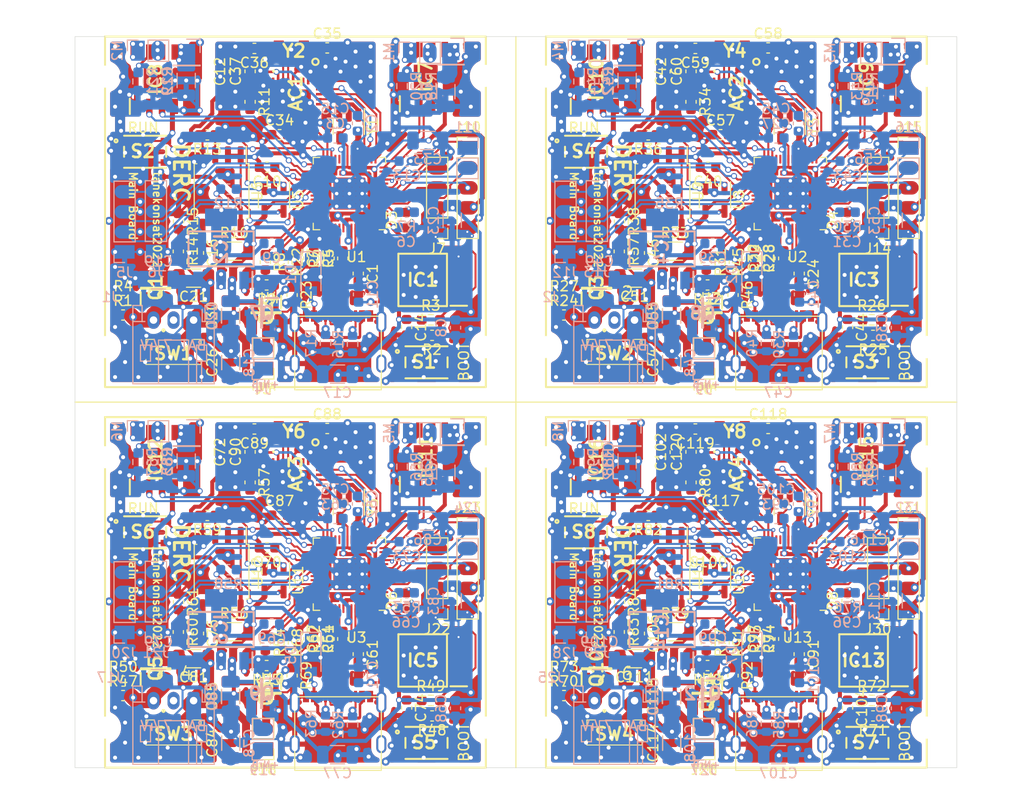
<source format=kicad_pcb>
(kicad_pcb (version 20211014) (generator pcbnew)
  (title_block (title "tanekosat2022_auto_runback_PCB") (company "DERC CanSat PJ") (comment 1 "Akio M"))
  (layers (0 "F.Cu" signal) (31 "B.Cu" power) (34 "B.Paste" user) (35 "F.Paste" user) (36 "B.SilkS" user "B.Silkscreen") (37 "F.SilkS" user "F.Silkscreen") (38 "B.Mask" user) (39 "F.Mask" user) (44 "Edge.Cuts" user))
  (net 0 "")
  (net 1 "+1V1")
  (net 2 "GND")
  (net 3 "+3V3")
  (net 4 "/+7V4")
  (net 5 "/VBUS")
  (net 6 "Net-(D3-Pad2)")
  (net 7 "/QSPI_SS")
  (net 8 "/QSPI_SD1")
  (net 9 "/QSPI_SD2")
  (net 10 "/QSPI_SD0")
  (net 11 "/QSPI_SCLK")
  (net 12 "/QSPI_SD3")
  (net 13 "/GPIO5_GNSS_TX")
  (net 14 "Net-(IC7-Pad7)")
  (net 16 "Net-(IC8-Pad7)")
  (net 18 "GND1")
  (net 19 "/USB_D-")
  (net 20 "/USB_D+")
  (net 21 "Net-(R16-Pad1)")
  (net 22 "Net-(J3-Pad2)")
  (net 23 "Net-(J4-Pad2)")
  (net 24 "/GPIO23_MOE_B_2")
  (net 25 "Net-(Q1-Pad1)")
  (net 26 "Net-(Q2-Pad1)")
  (net 27 "Net-(AC1-Pad4)")
  (net 29 "Net-(Q7-Pad1)")
  (net 30 "/~{USB_BOOT}")
  (net 31 "/XOUT")
  (net 33 "/RUN")
  (net 34 "/GPIO0")
  (net 35 "/GPIO1")
  (net 36 "/XIN")
  (net 37 "/SWCLK")
  (net 38 "/SWD")
  (net 39 "/GPIO20_MOE_A_1")
  (net 40 "/3V3_REG_OUT")
  (net 41 "Net-(R12-Pad2)")
  (net 42 "Net-(R5-Pad2)")
  (net 43 "/M1_MINUS")
  (net 44 "/M1_PLUS")
  (net 45 "/M2_MINUS")
  (net 46 "/M2_PLUS")
  (net 47 "/GPIO4_GNSS_RX")
  (net 48 "Net-(R6-Pad2)")
  (net 51 "Net-(AC1-Pad9)")
  (net 59 "Net-(AC1-Pad26)")
  (net 60 "Net-(AC1-Pad27)")
  (net 61 "/GPIO15_IMU_MOSI")
  (net 62 "/GPIO13_IMU_CS")
  (net 63 "/GPIO14_IMU_SCK")
  (net 64 "/GPIO12_IMU_MISO")
  (net 65 "/GPIO19_MO_B_2")
  (net 66 "/GPIO18_MO_B_1")
  (net 67 "Net-(R13-Pad1)")
  (net 68 "Net-(R14-Pad1)")
  (net 69 "/GPIO28_NichromeA")
  (net 70 "/GPIO29_NichromeB")
  (net 71 "/GPIO3_ToF_RST")
  (net 72 "/GPIO2_LED")
  (net 77 "/GPIO17_IMU_RST")
  (net 78 "/GPIO16_IMU_INT")
  (net 79 "/GPIO7_ToF_SCL")
  (net 80 "/GPIO6_ToF_SDA")
  (net 81 "Net-(R1-Pad1)")
  (net 82 "/GPIO8_I2C_EXT_SDA")
  (net 83 "/GPIO9_I2C_EXT_SCL")
  (net 84 "/GPIO11_MO_A_2")
  (net 85 "/GPIO10_MO_A_1")
  (net 86 "/GPIO26_ADC_I_monitor")
  (net 87 "/GPIO27_ADC_V_monitor")
  (net 88 "/GPIO21_MOE_B_1")
  (net 89 "/GPIO22_MOE_A_2")
  (net 90 "Net-(R17-Pad1)")
  (footprint "Capacitor_SMD:C_0603_1608Metric" (layer "F.Cu") (at 137.9002 78.4934 90)
    (fp_text reference "C12")
    (fp_text value "100n")
  )
  (footprint "SamacSys_Parts:SOIC127P600X175-9N" (layer "F.Cu") (at 157 117.0014 90)
    (fp_text reference "IC11")
    (fp_text value "TB67H450FNG,EL" hide)
  )
  (footprint "Capacitor_SMD:C_0603_1608Metric" (layer "F.Cu") (at 188.301 135.124 -90)
    (fp_text reference "C97")
    (fp_text value "1u")
  )
  (footprint "Capacitor_SMD:C_0603_1608Metric" (layer "F.Cu") (at 157.636 104.8332 180)
    (fp_text reference "R2")
    (fp_text value "1k")
  )
  (footprint "SamacSys_Parts:SOT95P237X112-3N" (layer "F.Cu") (at 174.0542 100.127 90)
    (fp_text reference "Q3")
    (fp_text value "Q_NMOS_DGS" hide)
  )
  (footprint "Capacitor_SMD:C_0603_1608Metric" (layer "F.Cu") (at 147.349 97.15 90)
    (fp_text reference "R6")
    (fp_text value "27")
  )
  (footprint "" (layer "F.Cu") (at 163 106)
    (fp_text reference "")
    (fp_text value "")
  )
  (footprint "Capacitor_SMD:C_0603_1608Metric" (layer "F.Cu") (at 145.825 135.137 -90)
    (fp_text reference "C64")
    (fp_text value "1u")
  )
  (footprint "Capacitor_SMD:C_0603_1608Metric" (layer "F.Cu") (at 142.777 97.518 -90)
    (fp_text reference "R22")
    (fp_text value "1k")
  )
  (footprint "SamacSys_Parts:SOIC127P790X216-8N" (layer "F.Cu") (at 200.6962 99.296 180)
    (fp_text reference "IC3")
    (fp_text value "W25Q128JVSIQ" hide)
  )
  (footprint "Resistor_SMD:R_0603_1608Metric_Pad0.98x0.95mm_HandSolder" (layer "F.Cu") (at 201.5071 141.2838)
    (fp_text reference "R72")
    (fp_text value "DNF")
  )
  (footprint "SamacSys_Parts:SSAJ120100" (layer "F.Cu") (at 131.8296 144.4866)
    (fp_text reference "SW3")
    (fp_text value "SW_DIP_x01" hide)
  )
  (footprint "Capacitor_SMD:C_0603_1608Metric" (layer "F.Cu") (at 188.301 97.124 -90)
    (fp_text reference "C32")
    (fp_text value "1u")
  )
  (footprint "SamacSys_Parts:SMT_4.2X3.2_" (layer "F.Cu") (at 173 86.5)
    (fp_text reference "S4")
    (fp_text value "SKRPACE010" hide)
  )
  (footprint "RP2040:RP2040-QFN-56" (layer "F.Cu") (at 149.3876 90.6769 180)
    (fp_text reference "U1")
    (fp_text value "RP2040")
  )
  (footprint "Capacitor_SMD:C_0603_1608Metric" (layer "F.Cu") (at 187.666 100.807 -90)
    (fp_text reference "R46")
    (fp_text value "10k")
  )
  (footprint "Capacitor_SMD:C_0603_1608Metric" (layer "F.Cu") (at 183.475 81.516 -90)
    (fp_text reference "R34")
    (fp_text value "10k")
  )
  (footprint "Capacitor_SMD:C_1206_3216Metric" (layer "F.Cu") (at 181.5192 140.8774 90)
    (fp_text reference "C115")
    (fp_text value "100u")
  )
  (footprint "Capacitor_SMD:C_0603_1608Metric" (layer "F.Cu") (at 142.777 135.518 -90)
    (fp_text reference "R68")
    (fp_text value "1k")
  )
  (footprint "" (layer "F.Cu") (at 163 144)
    (fp_text reference "3")
    (fp_text value "")
  )
  (footprint "Capacitor_SMD:C_0603_1608Metric" (layer "F.Cu") (at 187.666 138.807 -90)
    (fp_text reference "R92")
    (fp_text value "10k")
  )
  (footprint "SamacSys_Parts:SOT95P237X112-3N" (layer "F.Cu") (at 141.0752 140.5726 -90)
    (fp_text reference "Q6")
    (fp_text value "Q_NMOS_DGS" hide)
  )
  (footprint "MountingHole:MountingHole_2.2mm_M2" (layer "F.Cu") (at 207 144)
    (fp_text reference "REF**14" hide)
    (fp_text value "MountingHole_2.2mm_M2")
  )
  (footprint "MountingHole:MountingHole_2.2mm_M2" (layer "F.Cu") (at 169 106)
    (fp_text reference "REF**1" hide)
    (fp_text value "MountingHole_2.2mm_M2")
  )
  (footprint "SamacSys_Parts:SOIC127P600X175-9N" (layer "F.Cu") (at 174.0516 79.2554 90)
    (fp_text reference "IC10")
    (fp_text value "TB67H450FNG,EL" hide)
  )
  (footprint "Resistor_SMD:R_0603_1608Metric_Pad0.98x0.95mm_HandSolder" (layer "F.Cu") (at 157.5071 141.2838)
    (fp_text reference "R49")
    (fp_text value "DNF")
  )
  (footprint "Capacitor_SMD:C_0603_1608Metric" (layer "F.Cu") (at 183.475 116.468 90)
    (fp_text reference "C120")
    (fp_text value "100n")
  )
  (footprint "SamacSys_Parts:SSAJ120100" (layer "F.Cu") (at 175.8296 106.4866)
    (fp_text reference "SW2")
    (fp_text value "SW_DIP_x01" hide)
  )
  (footprint "Capacitor_SMD:C_0603_1608Metric" (layer "F.Cu") (at 147.349 135.15 90)
    (fp_text reference "R52")
    (fp_text value "27")
  )
  (footprint "tanekonsat:PinHeader_1x04_P2.00mm_Vertical" (layer "F.Cu") (at 202.144 132.1144 180)
    (fp_text reference "J30")
    (fp_text value "Conn_01x04_Female")
  )
  (footprint "MountingHole:MountingHole_2.2mm_M2" (layer "F.Cu") (at 125 79)
    (fp_text reference "REF**" hide)
    (fp_text value "MountingHole_2.2mm_M2")
  )
  (footprint "Capacitor_SMD:C_0603_1608Metric" (layer "F.Cu") (at 186.777 135.518 -90)
    (fp_text reference "R91")
    (fp_text value "1k")
  )
  (footprint "Capacitor_SMD:C_0603_1608Metric" (layer "F.Cu") (at 192.7257 97.15 90)
    (fp_text reference "R28")
    (fp_text value "27")
  )
  (footprint "Resistor_SMD:R_1206_3216Metric" (layer "F.Cu") (at 181.9002 96.4258)
    (fp_text reference "R33")
    (fp_text value "0.01")
  )
  (footprint "Capacitor_SMD:C_0603_1608Metric" (layer "F.Cu") (at 184.999 97.518 -90)
    (fp_text reference "R31")
    (fp_text value "1k")
  )
  (footprint "MountingHole:MountingHole_2.2mm_M2" (layer "F.Cu") (at 163 78.9252)
    (fp_text reference "REF**" hide)
    (fp_text value "MountingHole_2.2mm_M2")
  )
  (footprint "Capacitor_SMD:C_0603_1608Metric" (layer "F.Cu") (at 150.27 98.661 -90)
    (fp_text reference "C1")
    (fp_text value "100n")
  )
  (footprint "Capacitor_SMD:C_0603_1608Metric" (layer "F.Cu") (at 191.349 97.15 90)
    (fp_text reference "R29")
    (fp_text value "27")
  )
  (footprint "Capacitor_SMD:C_0603_1608Metric" (layer "F.Cu") (at 183.475 78.468 90)
    (fp_text reference "C60")
    (fp_text value "100n")
  )
  (footprint "Capacitor_SMD:C_0603_1608Metric" (layer "F.Cu") (at 184.999 135.518 -90)
    (fp_text reference "R77")
    (fp_text value "1k")
  )
  (footprint "SamacSys_Parts:SOT95P237X112-3N" (layer "F.Cu") (at 141.0752 102.5726 -90)
    (fp_text reference "Q2")
    (fp_text value "Q_NMOS_DGS" hide)
  )
  (footprint "Capacitor_SMD:C_0603_1608Metric" (layer "F.Cu") (at 201.636 104.8332 180)
    (fp_text reference "R25")
    (fp_text value "1k")
  )
  (footprint "Capacitor_SMD:C_0603_1608Metric" (layer "F.Cu") (at 155.096 142.0204 -90)
    (fp_text reference "C74")
    (fp_text value "100n")
  )
  (footprint "Capacitor_SMD:C_0603_1608Metric" (layer "F.Cu") (at 147.1712 114.1312)
    (fp_text reference "C88")
    (fp_text value "22p")
  )
  (footprint "Capacitor_SMD:C_0603_1608Metric" (layer "F.Cu") (at 186.777 97.518 -90)
    (fp_text reference "R45")
    (fp_text value "1k")
  )
  (footprint "SamacSys_Parts:SSAJ120100" (layer "F.Cu") (at 175.8296 144.4866)
    (fp_text reference "SW4")
    (fp_text value "SW_DIP_x01" hide)
  )
  (footprint "Resistor_SMD:R_1206_3216Metric" (layer "F.Cu") (at 181.9002 134.4258)
    (fp_text reference "R79")
    (fp_text value "0.01")
  )
  (footprint "Capacitor_SMD:C_0603_1608Metric" (layer "F.Cu") (at 148.7257 97.15 90)
    (fp_text reference "R5")
    (fp_text value "27")
  )
  (footprint "MountingHole:MountingHole_2.2mm_M2" (layer "F.Cu") (at 125 106)
    (fp_text reference "REF**" hide)
    (fp_text value "MountingHole_2.2mm_M2")
  )
  (footprint "MountingHole:MountingHole_2.2mm_M2" (layer "F.Cu") (at 207 78.9252)
    (fp_text reference "REF**4" hide)
    (fp_text value "MountingHole_2.2mm_M2")
  )
  (footprint "Capacitor_SMD:C_1206_3216Metric" (layer "F.Cu") (at 181.5192 102.8774 90)
    (fp_text reference "C55")
    (fp_text value "100u")
  )
  (footprint "Capacitor_SMD:C_0603_1608Metric" (layer "F.Cu") (at 134.3188 96.6036 -90)
    (fp_text reference "C16")
    (fp_text value "1u")
  )
  (footprint "Capacitor_SMD:C_1206_3216Metric" (layer "F.Cu") (at 137.5446 145.551 90)
    (fp_text reference "C84")
    (fp_text value "100u")
  )
  (footprint "Capacitor_SMD:C_0603_1608Metric" (layer "F.Cu") (at 150.27 136.661 -90)
    (fp_text reference "C61")
    (fp_text value "100n")
  )
  (footprint "Capacitor_SMD:C_0603_1608Metric" (layer "F.Cu") (at 199.096 142.0204 -90)
    (fp_text reference "C104")
    (fp_text value "100n")
  )
  (footprint "Capacitor_SMD:C_0603_1608Metric" (layer "F.Cu") (at 141.1644 88.0438 180)
    (fp_text reference "C10")
    (fp_text value "100n")
  )
  (footprint "tanekonsat:USB_typeC_t" (layer "F.Cu") (at 143.93 140.92)
    (fp_text reference "U10")
    (fp_text value "USB_type_C")
  )
  (footprint "SamacSys_Parts:SOIC127P790X216-8N" (layer "F.Cu") (at 156.6962 99.296 180)
    (fp_text reference "IC1")
    (fp_text value "W25Q128JVSIQ" hide)
  )
  (footprint "Capacitor_SMD:C_0603_1608Metric" (layer "F.Cu") (at 143.666 138.807 -90)
    (fp_text reference "R69")
    (fp_text value "10k")
  )
  (footprint "Capacitor_SMD:C_0603_1608Metric" (layer "F.Cu") (at 144.301 135.124 -90)
    (fp_text reference "C67")
    (fp_text value "1u")
  )
  (footprint "Capacitor_SMD:C_0603_1608Metric" (layer "F.Cu") (at 145.825 97.137 -90)
    (fp_text reference "C4")
    (fp_text value "1u")
  )
  (footprint "Capacitor_SMD:C_0603_1608Metric" (layer "F.Cu") (at 142.4214 84.7926)
    (fp_text reference "C34")
    (fp_text value "100n")
  )
  (footprint "Capacitor_SMD:C_0603_1608Metric" (layer "F.Cu") (at 189.825 135.137 -90)
    (fp_text reference "C94")
    (fp_text value "1u")
  )
  (footprint "Capacitor_SMD:C_0603_1608Metric" (layer "F.Cu") (at 170.8004 102.8012)
    (fp_text reference "R24")
    (fp_text value "10k")
  )
  (footprint "Capacitor_SMD:C_0603_1608Metric" (layer "F.Cu") (at 170.8128 101.3534)
    (fp_text reference "R27")
    (fp_text value "10k")
  )
  (footprint "tanekonsat:PinHeader_1x05_P2.00mm_Vertical" (layer "F.Cu") (at 161.192 86.1012)
    (fp_text reference "J10")
    (fp_text value "Conn_01x05_Female")
  )
  (footprint "tanekonsat:USB_typeC_t" (layer "F.Cu") (at 143.93 102.92)
    (fp_text reference "U4")
    (fp_text value "USB_type_C")
  )
  (footprint "Resistor_SMD:R_1206_3216Metric" (layer "F.Cu") (at 137.9002 96.4258)
    (fp_text reference "R10")
    (fp_text value "0.01")
  )
  (footprint "SamacSys_Parts:SMT_4.2X3.2_" (layer "F.Cu") (at 201.0772 145.5256)
    (fp_text reference "S7")
    (fp_text value "SKRPACE010" hide)
  )
  (footprint "Capacitor_SMD:C_0603_1608Metric" (layer "F.Cu") (at 183.9068 114.182 180)
    (fp_text reference "C119")
    (fp_text value "22p")
  )
  (footprint "MountingHole:MountingHole_2.2mm_M2" (layer "F.Cu") (at 169 117)
    (fp_text reference "REF**15" hide)
    (fp_text value "MountingHole_2.2mm_M2")
  )
  (footprint "tanekonsat:PinHeader_1x02_P2.00mm_Vertical" (layer "F.Cu") (at 184.7958 146.1352 180)
    (fp_text reference "J26")
    (fp_text value "Conn_01x02_Male")
  )
  (footprint "SamacSys_Parts:BNO085" (layer "F.Cu") (at 144.0216 81.0024 90)
    (fp_text reference "AC1")
    (fp_text value "BNO085" hide)
  )
  (footprint "Package_TO_SOT_SMD:SOT-23-5" (layer "F.Cu") (at 149.32 83.9723 -90)
    (fp_text reference "Y1")
    (fp_text value "SIT2001BI-S2-33E-12.000000D")
  )
  (footprint "SamacSys_Parts:SOIC127P600X175-9N" (layer "F.Cu") (at 201 117.0014 90)
    (fp_text reference "IC15")
    (fp_text value "TB67H450FNG,EL" hide)
  )
  (footprint "Capacitor_SMD:C_0603_1608Metric" (layer "F.Cu") (at 185.1644 126.0438 180)
    (fp_text reference "C100")
    (fp_text value "100n")
  )
  (footprint "Capacitor_SMD:C_1206_3216Metric" (layer "F.Cu") (at 177.8362 99.1182 180)
    (fp_text reference "C51")
    (fp_text value "100u")
  )
  (footprint "Capacitor_SMD:C_0603_1608Metric" (layer "F.Cu") (at 140.999 135.518 -90)
    (fp_text reference "R54")
    (fp_text value "1k")
  )
  (footprint "Capacitor_SMD:C_0603_1608Metric" (layer "F.Cu") (at 141.126 137.804 180)
    (fp_text reference "R55")
    (fp_text value "10k")
  )
  (footprint "Capacitor_SMD:C_0603_1608Metric" (layer "F.Cu") (at 139.475 81.516 -90)
    (fp_text reference "R11")
    (fp_text value "10k")
  )
  (footprint "Capacitor_SMD:C_1206_3216Metric" (layer "F.Cu") (at 181.5446 145.551 90)
    (fp_text reference "C114")
    (fp_text value "100u")
  )
  (footprint "Capacitor_SMD:C_0603_1608Metric" (layer "F.Cu") (at 148.7257 135.15 90)
    (fp_text reference "R51")
    (fp_text value "27")
  )
  (footprint "Capacitor_SMD:C_0603_1608Metric" (layer "F.Cu") (at 155.0452 93.327 90)
    (fp_text reference "D3")
    (fp_text value "LED")
  )
  (footprint "MountingHole:MountingHole_2.2mm_M2" (layer "F.Cu") (at 125 117)
    (fp_text reference "REF**9" hide)
    (fp_text value "MountingHole_2.2mm_M2")
  )
  (footprint "Capacitor_SMD:C_0603_1608Metric" (layer "F.Cu") (at 141.126 99.804 180)
    (fp_text reference "R9")
    (fp_text value "10k")
  )
  (footprint "Capacitor_SMD:C_0603_1608Metric" (layer "F.Cu") (at 191.1712 76.1312)
    (fp_text reference "C58")
    (fp_text value "22p")
  )
  (footprint "SamacSys_Parts:SOT95P237X112-3N" (layer "F.Cu") (at 130.0542 138.127 90)
    (fp_text reference "Q5")
    (fp_text value "Q_NMOS_DGS" hide)
  )
  (footprint "Capacitor_SMD:C_0603_1608Metric" (layer "F.Cu") (at 155.096 104.0204 -90)
    (fp_text reference "C14")
    (fp_text value "100n")
  )
  (footprint "Capacitor_SMD:C_0603_1608Metric" (layer "F.Cu") (at 139.9068 114.182 180)
    (fp_text reference "C89")
    (fp_text value "22p")
  )
  (footprint "" (layer "F.Cu") (at 207 144)
    (fp_text reference "5")
    (fp_text value "")
  )
  (footprint "Resistor_SMD:R_0603_1608Metric_Pad0.98x0.95mm_HandSolder" (layer "F.Cu") (at 157.5071 103.2838)
    (fp_text reference "R3")
    (fp_text value "DNF")
  )
  (footprint "Capacitor_SMD:C_0603_1608Metric" (layer "F.Cu") (at 144.301 97.124 -90)
    (fp_text reference "C7")
    (fp_text value "1u")
  )
  (footprint "Capacitor_SMD:C_0603_1608Metric" (layer "F.Cu") (at 186.4214 122.7926)
    (fp_text reference "C117")
    (fp_text value "100n")
  )
  (footprint "tanekonsat:PinHeader_1x05_P2.00mm_Vertical" (layer "F.Cu") (at 205.192 124.1012)
    (fp_text reference "J31")
    (fp_text value "Conn_01x05_Female")
  )
  (footprint "Capacitor_SMD:C_0603_1608Metric" (layer "F.Cu") (at 143.666 100.807 -90)
    (fp_text reference "R23")
    (fp_text value "10k")
  )
  (footprint "SamacSys_Parts:SMT_4.2X3.2_" (layer "F.Cu") (at 129 124.5)
    (fp_text reference "S6")
    (fp_text value "SKRPACE010" hide)
  )
  (footprint "RP2040:RP2040-QFN-56" (layer "F.Cu") (at 193.3876 128.6769 180)
    (fp_text reference "U13")
    (fp_text value "RP2040")
  )
  (footprint "Capacitor_SMD:C_0603_1608Metric" (layer "F.Cu") (at 126.8128 139.3534)
    (fp_text reference "R50")
    (fp_text value "10k")
  )
  (footprint "Capacitor_SMD:C_0603_1608Metric" (layer "F.Cu") (at 201.636 142.8332 180)
    (fp_text reference "R71")
    (fp_text value "1k")
  )
  (footprint "Capacitor_SMD:C_0603_1608Metric" (layer "F.Cu") (at 147.1712 76.1312)
    (fp_text reference "C35")
    (fp_text value "22p")
  )
  (footprint "SamacSys_Parts:SOT95P237X112-3N" (layer "F.Cu") (at 130.0542 100.127 90)
    (fp_text reference "Q1")
    (fp_text value "Q_NMOS_DGS" hide)
  )
  (footprint "" (layer "F.Cu") (at 177.125 100.5914)
    (fp_text reference "2")
    (fp_text value "")
  )
  (footprint "MountingHole:MountingHole_2.2mm_M2" (layer "F.Cu") (at 207 106)
    (fp_text reference "REF**2" hide)
    (fp_text value "MountingHole_2.2mm_M2")
  )
  (footprint "MountingHole:MountingHole_2.2mm_M2" (layer "F.Cu") (at 163 106)
    (fp_text reference "REF**" hide)
    (fp_text value "MountingHole_2.2mm_M2")
  )
  (footprint "SamacSys_Parts:BNO085" (layer "F.Cu") (at 188.0216 81.0024 90)
    (fp_text reference "AC2")
    (fp_text value "BNO085" hide)
  )
  (footprint "Package_TO_SOT_SMD:SOT-23-5" (layer "F.Cu") (at 141.8626 91.295 -90)
    (fp_text reference "U5")
    (fp_text value "LT6106")
  )
  (footprint "MountingHole:MountingHole_2.2mm_M2" (layer "F.Cu") (at 169 144)
    (fp_text reference "REF**13" hide)
    (fp_text value "MountingHole_2.2mm_M2")
  )
  (footprint "RP2040:RP2040-QFN-56" (layer "F.Cu") (at 149.3876 128.6769 180)
    (fp_text reference "U3")
    (fp_text value "RP2040")
  )
  (footprint "SamacSys_Parts:SOIC127P600X175-9N" (layer "F.Cu") (at 130.0516 79.2554 90)
    (fp_text reference "IC8")
    (fp_text value "TB67H450FNG,EL" hide)
  )
  (footprint "Capacitor_SMD:C_0603_1608Metric" (layer "F.Cu") (at 135.2078 122.818 180)
    (fp_text reference "R59")
    (fp_text value "1k")
  )
  (footprint "Capacitor_SMD:C_0603_1608Metric" (layer "F.Cu") (at 139.475 116.468 90)
    (fp_text reference "C90")
    (fp_text value "100n")
  )
  (footprint "tanekonsat:USB_typeC_t" (layer "F.Cu") (at 187.93 102.92)
    (fp_text reference "U7")
    (fp_text value "USB_type_C")
  )
  (footprint "Capacitor_SMD:C_0603_1608Metric" (layer "F.Cu") (at 183.475 119.516 -90)
    (fp_text reference "R80")
    (fp_text value "10k")
  )
  (footprint "" (layer "F.Cu") (at 177.125 138.5914)
    (fp_text reference "6")
    (fp_text value "")
  )
  (footprint "tanekonsat:PinHeader_1x02_P2.00mm_Vertical" (layer "F.Cu") (at 140.7958 146.1352 180)
    (fp_text reference "J18")
    (fp_text value "Conn_01x02_Male")
  )
  (footprint "MountingHole:MountingHole_2.2mm_M2" (layer "F.Cu") (at 163 144)
    (fp_text reference "REF**8" hide)
    (fp_text value "MountingHole_2.2mm_M2")
  )
  (footprint "tanekonsat:PinHeader_1x04_P2.00mm_Vertical" (layer "F.Cu") (at 158.144 132.1144 180)
    (fp_text reference "J22")
    (fp_text value "Conn_01x04_Female")
  )
  (footprint "Capacitor_SMD:C_0603_1608Metric" (layer "F.Cu") (at 176.3122 134.4512 -90)
    (fp_text reference "R83")
    (fp_text value "3k")
  )
  (footprint "SamacSys_Parts:BNO085" (layer "F.Cu") (at 188.0216 119.0024 90)
    (fp_text reference "AC4")
    (fp_text value "BNO085" hide)
  )
  (footprint "Capacitor_SMD:C_0603_1608Metric" (layer "F.Cu") (at 134.3188 134.6036 -90)
    (fp_text reference "C76")
    (fp_text value "1u")
  )
  (footprint "SamacSys_Parts:SMT_4.2X3.2_" (layer "F.Cu") (at 157.0772 107.5256)
    (fp_text reference "S1")
    (fp_text value "SKRPACE010" hide)
  )
  (footprint "Capacitor_SMD:C_0603_1608Metric" (layer "F.Cu") (at 170.8128 139.3534)
    (fp_text reference "R73")
    (fp_text value "10k")
  )
  (footprint "Capacitor_SMD:C_0603_1608Metric" (layer "F.Cu") (at 140.999 97.518 -90)
    (fp_text reference "R8")
    (fp_text value "1k")
  )
  (footprint "SamacSys_Parts:SOT95P237X112-3N" (layer "F.Cu") (at 174.0542 138.127 90)
    (fp_text reference "Q10")
    (fp_text value "Q_NMOS_DGS" hide)
  )
  (footprint "SamacSys_Parts:FC-135" (layer "F.Cu") (at 187.58531 76.296208 180)
    (fp_text reference "Y4")
    (fp_text value "FC-135_32.768KHz_7pF_+_-20ppm" hide)
  )
  (footprint "Capacitor_SMD:C_0603_1608Metric" (layer "F.Cu") (at 183.9068 76.182 180)
    (fp_text reference "C59")
    (fp_text value "22p")
  )
  (footprint "Capacitor_SMD:C_0603_1608Metric" (layer "F.Cu") (at 194.27 98.661 -90)
    (fp_text reference "C24")
    (fp_text value "100n")
  )
  (footprint "Capacitor_SMD:C_0603_1608Metric" (layer "F.Cu") (at 199.0452 131.327 90)
    (fp_text reference "D8")
    (fp_text value "LED")
  )
  (footprint "SamacSys_Parts:BNO085" (layer "F.Cu") (at 144.0216 119.0024 90)
    (fp_text reference "AC3")
    (fp_text value "BNO085" hide)
  )
  (footprint "SamacSys_Parts:FC-135" (layer "F.Cu") (at 187.58531 114.296208 180)
    (fp_text reference "Y8")
    (fp_text value "FC-135_32.768KHz_7pF_+_-20ppm" hide)
  )
  (footprint "Capacitor_SMD:C_1206_3216Metric" (layer "F.Cu") (at 137.5192 140.8774 90)
    (fp_text reference "C85")
    (fp_text value "100u")
  )
  (footprint "Capacitor_SMD:C_0603_1608Metric" (layer "F.Cu") (at 179.2078 84.818 180)
    (fp_text reference "R36")
    (fp_text value "1k")
  )
  (footprint "" (layer "F.Cu") (at 207 106)
    (fp_text reference "1")
    (fp_text value "")
  )
  (footprint "Capacitor_SMD:C_0603_1608Metric" (layer "F.Cu") (at 176.3376 93.454 -90)
    (fp_text reference "R38")
    (fp_text value "1k")
  )
  (footprint "SamacSys_Parts:FC-135" (layer "F.Cu") (at 143.58531 114.296208 180)
    (fp_text reference "Y6")
    (fp_text value "FC-135_32.768KHz_7pF_+_-20ppm" hide)
  )
  (footprint "Capacitor_SMD:C_0603_1608Metric" (layer "F.Cu") (at 132.3376 131.454 -90)
    (fp_text reference "R61")
    (fp_text value "1k")
  )
  (footprint "SamacSys_Parts:SMT_4.2X3.2_" (layer "F.Cu") (at 157.0772 145.5256)
    (fp_text reference "S5")
    (fp_text value "SKRPACE010" hide)
  )
  (footprint "MountingHole:MountingHole_2.2mm_M2" (layer "F.Cu") (at 169 79)
    (fp_text reference "REF**3" hide)
    (fp_text value "MountingHole_2.2mm_M2")
  )
  (footprint "Capacitor_SMD:C_0603_1608Metric" (layer "F.Cu") (at 185.1644 88.0438 180)
    (fp_text reference "C40")
    (fp_text value "100n")
  )
  (footprint "Capacitor_SMD:C_0603_1608Metric" (layer "F.Cu") (at 176.3122 96.4512 -90)
    (fp_text reference "R37")
    (fp_text value "3k")
  )
  (footprint "Capacitor_SMD:C_0603_1608Metric" (layer "F.Cu") (at 132.3122 134.4512 -90)
    (fp_text reference "R60")
    (fp_text value "3k")
  )
  (footprint "tanekonsat:PinHeader_1x05_P2.00mm_Vertical" (layer "F.Cu") (at 161.192 124.1012)
    (fp_text reference "J23")
    (fp_text value "Conn_01x05_Female")
  )
  (footprint "Package_TO_SOT_SMD:SOT-23-5" (layer "F.Cu") (at 185.8626 91.295 -90)
    (fp_text reference "U8")
    (fp_text value "LT6106")
  )
  (footprint "Capacitor_SMD:C_1206_3216Metric" (layer "F.Cu") (at 177.8362 137.1182 180)
    (fp_text reference "C111")
    (fp_text value "100u")
  )
  (footprint "Capacitor_SMD:C_0603_1608Metric" (layer "F.Cu") (at 179.2078 122.818 180)
    (fp_text reference "R82")
    (fp_text value "1k")
  )
  (footprint "Capacitor_SMD:C_0603_1608Metric" (layer "F.Cu") (at 132.3376 93.454 -90)
    (fp_text reference "R15")
    (fp_text value "1k")
  )
  (footprint "Package_TO_SOT_SMD:SOT-23-5" (layer "F.Cu") (at 149.32 121.9723 -90)
    (fp_text reference "Y5")
    (fp_text value "SIT2001BI-S2-33E-12.000000D")
  )
  (footprint "SamacSys_Parts:SOIC127P790X216-8N" (layer "F.Cu") (at 200.6962 137.296 180)
    (fp_text reference "IC13")
    (fp_text value "W25Q128JVSIQ" hide)
  )
  (footprint "SamacSys_Parts:SMT_4.2X3.2_" (layer "F.Cu") (at 201.0772 107.5256)
    (fp_text reference "S3")
    (fp_text value "SKRPACE010" hide)
  )
  (footprint "Capacitor_SMD:C_0603_1608Metric" (layer "F.Cu") (at 139.9068 76.182 180)
    (fp_text reference "C36")
    (fp_text value "22p")
  )
  (footprint "Capacitor_SMD:C_0603_1608Metric" (layer "F.Cu") (at 181.9002 78.4934 90)
    (fp_text reference "C42")
    (fp_text value "100n")
  )
  (footprint "Capacitor_SMD:C_0603_1608Metric" (layer "F.Cu") (at 191.1712 114.1312)
    (fp_text reference "C118")
    (fp_text value "22p")
  )
  (footprint "Capacitor_SMD:C_0603_1608Metric" (layer "F.Cu") (at 186.4214 84.7926)
    (fp_text reference "C57")
    (fp_text value "100n")
  )
  (footprint "SamacSys_Parts:SOIC127P790X216-8N" (layer "F.Cu") (at 156.6962 137.296 180)
    (fp_text reference "IC5")
    (fp_text value "W25Q128JVSIQ" hide)
  )
  (footprint "Capacitor_SMD:C_0603_1608Metric" (layer "F.Cu") (at 139.475 119.516 -90)
    (fp_text reference "R57")
    (fp_text value "10k")
  )
  (footprint "tanekonsat:PinHeader_1x04_P2.00mm_Vertical" (layer "F.Cu") (at 158.144 94.1144 180)
    (fp_text reference "J7")
    (fp_text value "Conn_01x04_Female")
  )
  (footprint "Package_TO_SOT_SMD:SOT-23-5" (layer "F.Cu") (at 185.8626 129.295 -90)
    (fp_text reference "U15")
    (fp_text value "LT6106")
  )
  (footprint "SamacSys_Parts:SOIC127P600X175-9N" (layer "F.Cu") (at 201 79.0014 90)
    (fp_text reference "IC9")
    (fp_text value "TB67H450FNG,EL" hide)
  )
  (footprint "" (layer "F.Cu") (at 133.125 100.5914)
    (fp_text reference "")
    (fp_text value "")
  )
  (footprint "Capacitor_SMD:C_0603_1608Metric" (layer "F.Cu") (at 170.8004 140.8012)
    (fp_text reference "R70")
    (fp_text value "10k")
  )
  (footprint "Capacitor_SMD:C_1206_3216Metric" (layer "F.Cu") (at 137.5192 102.8774 90)
    (fp_text reference "C30")
    (fp_text value "100u")
  )
  (footprint "tanekonsat:PinHeader_1x02_P2.00mm_Vertical" (layer "F.Cu") (at 184.7958 108.1352 180)
    (fp_text reference "J8")
    (fp_text value "Conn_01x02_Male")
  )
  (footprint "SamacSys_Parts:SOT95P237X112-3N" (layer "F.Cu") (at 185.0752 102.5726 -90)
    (fp_text reference "Q4")
    (fp_text value "Q_NMOS_DGS" hide)
  )
  (footprint "MountingHole:MountingHole_2.2mm_M2" (layer "F.Cu") (at 207 116.9252)
    (fp_text reference "REF**16" hide)
    (fp_text value "MountingHole_2.2mm_M2")
  )
  (footprint "Package_TO_SOT_SMD:SOT-23-5" (layer "F.Cu") (at 141.8626 129.295 -90)
    (fp_text reference "U11")
    (fp_text value "LT6106")
  )
  (footprint "SamacSys_Parts:SMT_4.2X3.2_" (layer "F.Cu") (at 173 124.5)
    (fp_text reference "S8")
    (fp_text value "SKRPACE010" hide)
  )
  (footprint "tanekonsat:PinHeader_1x05_P2.00mm_Vertical" (layer "F.Cu") (at 205.192 86.1012)
    (fp_text reference "J15")
    (fp_text value "Conn_01x05_Female")
  )
  (footprint "Package_SO:SSOP-8_5.25x5.24mm_P1.27mm" (layer "F.Cu") (at 136.6302 90.4314 -90)
    (fp_text reference "U6")
    (fp_text value "Opamp_Dual")
  )
  (footprint "SamacSys_Parts:SOIC127P600X175-9N" (layer "F.Cu") (at 174.0516 117.2554 90)
    (fp_text reference "IC16")
    (fp_text value "TB67H450FNG,EL" hide)
  )
  (footprint "MountingHole:MountingHole_2.2mm_M2" (layer "F.Cu") (at 125 144)
    (fp_text reference "REF**7" hide)
    (fp_text value "MountingHole_2.2mm_M2")
  )
  (footprint "Capacitor_SMD:C_0603_1608Metric" (layer "F.Cu") (at 185.126 137.804 180)
    (fp_text reference "R78")
    (fp_text value "10k")
  )
  (footprint "Capacitor_SMD:C_1206_3216Metric" (layer "F.Cu") (at 133.8362 99.1182 180)
    (fp_text reference "C21")
    (fp_text value "100u")
  )
  (footprint "Capacitor_SMD:C_0603_1608Metric" (layer "F.Cu") (at 137.9002 116.4934 90)
    (fp_text reference "C72")
    (fp_text value "100n")
  )
  (footprint "tanekonsat:PinHeader_1x02_P2.00mm_Vertical" (layer "F.Cu") (at 140.7958 108.1352 180)
    (fp_text reference "J3")
    (fp_text value "Conn_01x02_Male")
  )
  (footprint "Capacitor_SMD:C_0603_1608Metric" (layer "F.Cu") (at 135.2078 84.818 180)
    (fp_text reference "R13")
    (fp_text value "1k")
  )
  (footprint "Package_SO:SSOP-8_5.25x5.24mm_P1.27mm" (layer "F.Cu") (at 180.6302 90.4314 -90)
    (fp_text reference "U9")
    (fp_text value "Opamp_Dual")
  )
  (footprint "Capacitor_SMD:C_0603_1608Metric" (layer "F.Cu") (at 126.8004 140.8012)
    (fp_text reference "R47")
    (fp_text value "10k")
  )
  (footprint "Capacitor_SMD:C_0603_1608Metric" (layer "F.Cu") (at 176.3376 131.454 -90)
    (fp_text reference "R84")
    (fp_text value "1k")
  )
  (footprint "Capacitor_SMD:C_1206_3216Metric" (layer "F.Cu") (at 133.8362 137.1182 180)
    (fp_text reference "C81")
    (fp_text value "100u")
  )
  (footprint "Package_SO:SSOP-8_5.25x5.24mm_P1.27mm" (layer "F.Cu") (at 180.6302 128.4314 -90)
    (fp_text reference "U16")
    (fp_text value "Opamp_Dual")
  )
  (footprint "Capacitor_SMD:C_0603_1608Metric" (layer "F.Cu") (at 126.8004 102.8012)
    (fp_text reference "R1")
    (fp_text value "10k")
  )
  (footprint "Package_TO_SOT_SMD:SOT-23-5" (layer "F.Cu") (at 193.32 83.9723 -90)
    (fp_text reference "Y3")
    (fp_text value "SIT2001BI-S2-33E-12.000000D")
  )
  (footprint "" (layer "F.Cu") (at 133.125 138.5914)
    (fp_text reference "4")
    (fp_text value "")
  )
  (footprint "Resistor_SMD:R_0603_1608Metric_Pad0.98x0.95mm_HandSolder" (layer "F.Cu") (at 201.5071 103.2838)
    (fp_text reference "R26")
    (fp_text value "DNF")
  )
  (footprint "Capacitor_SMD:C_1206_3216Metric" (layer "F.Cu") (at 137.5446 107.551 90)
    (fp_text reference "C26")
    (fp_text value "100u")
  )
  (footprint "Capacitor_SMD:C_0603_1608Metric" (layer "F.Cu") (at 199.0452 93.327 90)
    (fp_text reference "D4")
    (fp_text value "LED")
  )
  (footprint "tanekonsat:PinHeader_1x04_P2.00mm_Vertical" (layer "F.Cu") (at 202.144 94.1144 180)
    (fp_text reference "J14")
    (fp_text value "Conn_01x04_Female")
  )
  (footprint "Package_SO:SSOP-8_5.25x5.24mm_P1.27mm" (layer "F.Cu") (at 136.6302 128.4314 -90)
    (fp_text reference "U12")
    (fp_text value "Opamp_Dual")
  )
  (footprint "Capacitor_SMD:C_0603_1608Metric" (layer "F.Cu") (at 126.8128 101.3534)
    (fp_text reference "R4")
    (fp_text value "10k")
  )
  (footprint "Capacitor_SMD:C_0603_1608Metric" (layer "F.Cu") (at 194.27 136.661 -90)
    (fp_text reference "C91")
    (fp_text value "100n")
  )
  (footprint "Capacitor_SMD:C_1206_3216Metric" (layer "F.Cu") (at 181.5446 107.551 90)
    (fp_text reference "C54")
    (fp_text value "100u")
  )
  (footprint "SamacSys_Parts:FC-135" (layer "F.Cu") (at 143.58531 76.296208 180)
    (fp_text reference "Y2")
    (fp_text value "FC-135_32.768KHz_7pF_+_-20ppm" hide)
  )
  (footprint "Capacitor_SMD:C_0603_1608Metric" (layer "F.Cu") (at 185.126 99.804 180)
    (fp_text reference "R32")
    (fp_text value "10k")
  )
  (footprint "Capacitor_SMD:C_0603_1608Metric" (layer "F.Cu") (at 191.349 135.15 90)
    (fp_text reference "R75")
    (fp_text value "27")
  )
  (footprint "Resistor_SMD:R_1206_3216Metric" (layer "F.Cu") (at 137.9002 134.4258)
    (fp_text reference "R56")
    (fp_text value "0.01")
  )
  (footprint "tanekonsat:USB_typeC_t" (layer "F.Cu") (at 187.93 140.92)
    (fp_text reference "U14")
    (fp_text value "USB_type_C")
  )
  (footprint "RP2040:RP2040-QFN-56" (layer "F.Cu") (at 193.3876 90.6769 180)
    (fp_text reference "U2")
    (fp_text value "RP2040")
  )
  (footprint "Capacitor_SMD:C_0603_1608Metric" (layer "F.Cu") (at 142.4214 122.7926)
    (fp_text reference "C87")
    (fp_text value "100n")
  )
  (footprint "Capacitor_SMD:C_0603_1608Metric" (layer "F.Cu") (at 181.9002 116.4934 90)
    (fp_text reference "C102")
    (fp_text value "100n")
  )
  (footprint "Package_TO_SOT_SMD:SOT-23-5" (layer "F.Cu") (at 193.32 121.9723 -90)
    (fp_text reference "Y7")
    (fp_text value "SIT2001BI-S2-33E-12.000000D")
  )
  (footprint "SamacSys_Parts:SMT_4.2X3.2_" (layer "F.Cu") (at 129 86.5)
    (fp_text reference "S2")
    (fp_text value "SKRPACE010" hide)
  )
  (footprint "Capacitor_SMD:C_0603_1608Metric" (layer "F.Cu") (at 155.0452 131.327 90)
    (fp_text reference "D6")
    (fp_text value "LED")
  )
  (footprint "SamacSys_Parts:SOT95P237X112-3N" (layer "F.Cu") (at 185.0752 140.5726 -90)
    (fp_text reference "Q11")
    (fp_text value "Q_NMOS_DGS" hide)
  )
  (footprint "SamacSys_Parts:SOIC127P600X175-9N" (layer "F.Cu") (at 130.0516 117.2554 90)
    (fp_text reference "IC12")
    (fp_text value "TB67H450FNG,EL" hide)
  )
  (footprint "Capacitor_SMD:C_0603_1608Metric" (layer "F.Cu") (at 139.475 78.468 90)
    (fp_text reference "C37")
    (fp_text value "100n")
  )
  (footprint "Capacitor_SMD:C_0603_1608Metric" (layer "F.Cu") (at 141.1644 126.0438 180)
    (fp_text reference "C70")
    (fp_text value "100n")
  )
  (footprint "SamacSys_Parts:SSAJ120100" (layer "F.Cu") (at 131.8296 106.4866)
    (fp_text reference "SW1")
    (fp_text value "SW_DIP_x01" hide)
  )
  (footprint "Capacitor_SMD:C_0603_1608Metric" (layer "F.Cu") (at 178.3188 96.6036 -90)
    (fp_text reference "C46")
    (fp_text value "1u")
  )
  (footprint "Capacitor_SMD:C_0603_1608Metric" (layer "F.Cu") (at 157.636 142.8332 180)
    (fp_text reference "R48")
    (fp_text value "1k")
  )
  (footprint "SamacSys_Parts:SOIC127P600X175-9N" (layer "F.Cu") (at 157 79.0014 90)
    (fp_text reference "IC7")
    (fp_text value "TB67H450FNG,EL" hide)
  )
  (footprint "Capacitor_SMD:C_0603_1608Metric" (layer "F.Cu") (at 132.3122 96.4512 -90)
    (fp_text reference "R14")
    (fp_text value "3k")
  )
  (footprint "Capacitor_SMD:C_0603_1608Metric" (layer "F.Cu") (at 199.096 104.0204 -90)
    (fp_text reference "C44")
    (fp_text value "100n")
  )
  (footprint "Capacitor_SMD:C_0603_1608Metric" (layer "F.Cu") (at 189.825 97.137 -90)
    (fp_text reference "C28")
    (fp_text value "1u")
  )
  (footprint "Capacitor_SMD:C_0603_1608Metric" (layer "F.Cu") (at 178.3188 134.6036 -90)
    (fp_text reference "C106")
    (fp_text value "1u")
  )
  (footprint "Capacitor_SMD:C_0603_1608Metric" (layer "F.Cu") (at 192.7257 135.15 90)
    (fp_text reference "R74")
    (fp_text value "27")
  )
  (footprint "MountingHole:MountingHole_2.2mm_M2" (layer "F.Cu") (at 163 116.9252)
    (fp_text reference "REF**10" hide)
    (fp_text value "MountingHole_2.2mm_M2")
  )
  (footprint "Capacitor_SMD:C_0603_1608Metric" (layer "B.Cu") (at 199.096 130.5396)
    (fp_text reference "R76")
    (fp_text value "1k")
  )
  (footprint "Capacitor_SMD:C_0603_1608Metric" (layer "B.Cu") (at 137.316 128.2282)
    (fp_text reference "R58")
    (fp_text value "100")
  )
  (footprint "tanekonsat:PinHeader_1x02_P2.00mm_Vertical" (layer "B.Cu") (at 184.745 146.17)
    (fp_text reference "J27")
    (fp_text value "Conn_01x02_Male")
  )
  (footprint "Capacitor_SMD:C_0603_1608Metric" (layer "B.Cu") (at 147.9586 121.6496 180)
    (fp_text reference "C75")
    (fp_text value "100n")
  )
  (footprint "Capacitor_SMD:C_1206_3216Metric" (layer "B.Cu") (at 181.5446 145.551 90)
    (fp_text reference "C108")
    (fp_text value "100u")
  )
  (footprint "Capacitor_SMD:C_0603_1608Metric" (layer "B.Cu") (at 150.1938 83.662 90)
    (fp_text reference "C2")
    (fp_text value "10p")
  )
  (footprint "tanekonsat:PinHeader_1x02_P2.00mm_Vertical" (layer "B.Cu") (at 128.2896 76.4106 -90)
    (fp_text reference "M2")
    (fp_text value "Motor_DC")
  )
  (footprint "Capacitor_SMD:C_0603_1608Metric" (layer "B.Cu") (at 191.984 123.1228 180)
    (fp_text reference "C93")
    (fp_text value "100n")
  )
  (footprint "Capacitor_SMD:C_0603_1608Metric" (layer "B.Cu") (at 141.634 133.6638)
    (fp_text reference "C69")
    (fp_text value "1u")
  )
  (footprint "Resistor_SMD:R_0603_1608Metric_Pad0.98x0.95mm_HandSolder" (layer "B.Cu") (at 172.299 79.484 90)
    (fp_text reference "R44")
    (fp_text value "R")
  )
  (footprint "Capacitor_SMD:C_0603_1608Metric" (layer "B.Cu") (at 147.984 123.1228 180)
    (fp_text reference "C63")
    (fp_text value "100n")
  )
  (footprint "tanekonsat:PinHeader_1x04_P2.00mm_Vertical" (layer "B.Cu") (at 174.077 96.454)
    (fp_text reference "J13")
    (fp_text value "Conn_01x04_Male")
  )
  (footprint "tanekonsat:PinHeader_1x02_P2.00mm_Vertical" (layer "B.Cu") (at 155.4064 114.6138 -90)
    (fp_text reference "M5")
    (fp_text value "Motor_DC")
  )
  (footprint "Capacitor_SMD:C_1206_3216Metric" (layer "B.Cu") (at 157.2042 85.3768)
    (fp_text reference "C33")
    (fp_text value "100u")
  )
  (footprint "Resistor_SMD:R_0603_1608Metric" (layer "B.Cu") (at 191 143.6 -90)
    (fp_text reference "R86")
    (fp_text value "5.1k")
  )
  (footprint "Capacitor_SMD:C_0603_1608Metric" (layer "B.Cu") (at 147.984 85.1228 180)
    (fp_text reference "C3")
    (fp_text value "100n")
  )
  (footprint "Capacitor_SMD:C_1206_3216Metric" (layer "B.Cu") (at 192.2 146.7)
    (fp_text reference "C107")
    (fp_text value "100u")
  )
  (footprint "Capacitor_SMD:C_0603_1608Metric" (layer "B.Cu") (at 191.9586 83.6496 180)
    (fp_text reference "C45")
    (fp_text value "100n")
  )
  (footprint "Capacitor_SMD:C_0603_1608Metric" (layer "B.Cu") (at 191.984 85.1228 180)
    (fp_text reference "C27")
    (fp_text value "100n")
  )
  (footprint "Capacitor_SMD:C_0603_1608Metric" (layer "B.Cu") (at 194.1938 121.662 90)
    (fp_text reference "C92")
    (fp_text value "10p")
  )
  (footprint "Capacitor_SMD:C_0603_1608Metric" (layer "B.Cu") (at 199.0452 132.0636)
    (fp_text reference "C96")
    (fp_text value "100n")
  )
  (footprint "Connector_PinHeader_2.54mm:PinHeader_1x01_P2.54mm_Vertical" (layer "B.Cu") (at 203.5 76.5 180)
    (fp_text reference "REF**6" hide)
    (fp_text value "PinHeader_1x01_P2.54mm_Vertical")
  )
  (footprint "Connector_PinHeader_2.54mm:PinHeader_1x01_P2.54mm_Vertical" (layer "B.Cu") (at 177.1504 76.5884 180)
    (fp_text reference "REF**5" hide)
    (fp_text value "PinHeader_1x01_P2.54mm_Vertical")
  )
  (footprint "Resistor_SMD:R_0603_1608Metric_Pad0.98x0.95mm_HandSolder" (layer "B.Cu") (at 200.1374 117.9412 90)
    (fp_text reference "R87")
    (fp_text value "R")
  )
  (footprint "Capacitor_SMD:C_1206_3216Metric" (layer "B.Cu") (at 201.2042 85.3768)
    (fp_text reference "C56")
    (fp_text value "100u")
  )
  (footprint "Resistor_SMD:R_0603_1608Metric" (layer "B.Cu") (at 147 143.6 -90)
    (fp_text reference "R63")
    (fp_text value "5.1k")
  )
  (footprint "Capacitor_SMD:C_1206_3216Metric" (layer "B.Cu") (at 203.6426 93.3506 -90)
    (fp_text reference "C53")
    (fp_text value "100u")
  )
  (footprint "Connector_JST:JST_PH_S3B-PH-K_1x03_P2.00mm_Horizontal" (layer "B.Cu") (at 133.8362 103.3092 180)
    (fp_text reference "J1")
    (fp_text value "Conn_01x02_Male")
  )
  (footprint "Capacitor_SMD:C_0603_1608Metric" (layer "B.Cu") (at 159.9728 104.0712 -90)
    (fp_text reference "C8")
    (fp_text value "100n")
  )
  (footprint "Capacitor_SMD:C_1206_3216Metric" (layer "B.Cu") (at 203.6426 131.3506 -90)
    (fp_text reference "C113")
    (fp_text value "100u")
  )
  (footprint "Capacitor_SMD:C_1206_3216Metric" (layer "B.Cu") (at 174.331 99.296 180)
    (fp_text reference "C49")
    (fp_text value "100u")
  )
  (footprint "Capacitor_SMD:C_1206_3216Metric" (layer "B.Cu") (at 137.5446 107.551 90)
    (fp_text reference "C18")
    (fp_text value "100u")
  )
  (footprint "Resistor_SMD:R_0603_1608Metric_Pad0.98x0.95mm_HandSolder" (layer "B.Cu") (at 129.7722 79.484 90)
    (fp_text reference "R19")
    (fp_text value "R")
  )
  (footprint "SamacSys_Parts:SOT95P237X112-3N" (layer "B.Cu") (at 140.6282 140.598 180)
    (fp_text reference "Q9")
    (fp_text value "Q_NMOS_DGS" hide)
  )
  (footprint "Capacitor_SMD:C_1206_3216Metric" (layer "B.Cu") (at 201.2042 123.3768)
    (fp_text reference "C116")
    (fp_text value "100u")
  )
  (footprint "Connector_JST:JST_PH_S3B-PH-K_1x03_P2.00mm_Horizontal" (layer "B.Cu") (at 133.8362 141.3092 180)
    (fp_text reference "J17")
    (fp_text value "Conn_01x02_Male")
  )
  (footprint "Capacitor_SMD:C_1206_3216Metric" (layer "B.Cu") (at 192.2 108.7)
    (fp_text reference "C47")
    (fp_text value "100u")
  )
  (footprint "Capacitor_SMD:C_0603_1608Metric" (layer "B.Cu") (at 199.1214 125.4342)
    (fp_text reference "C103")
    (fp_text value "100n")
  )
  (footprint "Capacitor_SMD:C_0603_1608Metric" (layer "B.Cu") (at 137.316 90.2282)
    (fp_text reference "R12")
    (fp_text value "100")
  )
  (footprint "Capacitor_SMD:C_0603_1608Metric" (layer "B.Cu") (at 159.9728 142.0712 -90)
    (fp_text reference "C68")
    (fp_text value "100n")
  )
  (footprint "Resistor_SMD:R_0603_1608Metric_Pad0.98x0.95mm_HandSolder" (layer "B.Cu") (at 129.7722 117.484 90)
    (fp_text reference "R65")
    (fp_text value "R")
  )
  (footprint "tanekonsat:PinHeader_1x02_P2.00mm_Vertical" (layer "B.Cu") (at 205.1666 86.1294 180)
    (fp_text reference "J16")
    (fp_text value "Conn_01x02_Female")
  )
  (footprint "Capacitor_SMD:C_0603_1608Metric" (layer "B.Cu") (at 181.316 128.2282)
    (fp_text reference "R81")
    (fp_text value "100")
  )
  (footprint "Capacitor_SMD:C_0603_1608Metric" (layer "B.Cu") (at 155.1214 87.4342)
    (fp_text reference "C13")
    (fp_text value "100n")
  )
  (footprint "Diode_SMD:D_SOD-123" (layer "B.Cu") (at 189.5456 98.7372 -90)
    (fp_text reference "D2")
    (fp_text value "1N4148W")
  )
  (footprint "Connector_JST:JST_PH_S3B-PH-K_1x03_P2.00mm_Horizontal" (layer "B.Cu") (at 177.8362 141.3092 180)
    (fp_text reference "J25")
    (fp_text value "Conn_01x02_Male")
  )
  (footprint "Capacitor_SMD:C_1206_3216Metric" (layer "B.Cu") (at 133.0996 79.3824 -90)
    (fp_text reference "C22")
    (fp_text value "100u")
  )
  (footprint "Capacitor_SMD:C_0603_1608Metric" (layer "B.Cu") (at 155.1214 125.4342)
    (fp_text reference "C73")
    (fp_text value "100n")
  )
  (footprint "Resistor_SMD:R_0603_1608Metric_Pad0.98x0.95mm_HandSolder" (layer "B.Cu") (at 173.7722 79.484 90)
    (fp_text reference "R42")
    (fp_text value "R")
  )
  (footprint "tanekonsat:PinHeader_1x04_P2.00mm_Vertical" (layer "B.Cu") (at 126.9528 96.5)
    (fp_text reference "J5")
    (fp_text value "Conn_01x04_Male")
  )
  (footprint "Capacitor_SMD:C_1206_3216Metric" (layer "B.Cu") (at 157.2042 123.3768)
    (fp_text reference "C86")
    (fp_text value "100u")
  )
  (footprint "Capacitor_SMD:C_1206_3216Metric" (layer "B.Cu") (at 159.0076 80.5 -90)
    (fp_text reference "C5")
    (fp_text value "100u")
  )
  (footprint "Capacitor_SMD:C_1206_3216Metric" (layer "B.Cu") (at 130.331 99.296 180)
    (fp_text reference "C19")
    (fp_text value "100u")
  )
  (footprint "Capacitor_SMD:C_1206_3216Metric" (layer "B.Cu") (at 137.5446 102.9028 -90)
    (fp_text reference "C20")
    (fp_text value "100u")
  )
  (footprint "tanekonsat:PinHeader_1x04_P2.00mm_Vertical" (layer "B.Cu") (at 170.9528 134.5)
    (fp_text reference "J28")
    (fp_text value "Conn_01x04_Male")
  )
  (footprint "tanekonsat:PinHeader_1x02_P2.00mm_Vertical" (layer "B.Cu") (at 172.2896 114.4106 -90)
    (fp_text reference "M8")
    (fp_text value "Motor_DC")
  )
  (footprint "Resistor_SMD:R_0603_1608Metric_Pad0.98x0.95mm_HandSolder" (layer "B.Cu") (at 200.1374 79.9412 90)
    (fp_text reference "R41")
    (fp_text value "R")
  )
  (footprint "Diode_SMD:D_SOD-123" (layer "B.Cu") (at 145.5456 98.7372 -90)
    (fp_text reference "D1")
    (fp_text value "1N4148W")
  )
  (footprint "Capacitor_SMD:C_0603_1608Metric" (layer "B.Cu") (at 203.9728 104.0712 -90)
    (fp_text reference "C38")
    (fp_text value "100n")
  )
  (footprint "Resistor_SMD:R_0603_1608Metric" (layer "B.Cu") (at 193.7 143.7 -90)
    (fp_text reference "R85")
    (fp_text value "5.1k")
  )
  (footprint "tanekonsat:PinHeader_1x02_P2.00mm_Vertical" (layer "B.Cu") (at 161.1666 124.1294 180)
    (fp_text reference "J24")
    (fp_text value "Conn_01x02_Female")
  )
  (footprint "Resistor_SMD:R_0603_1608Metric" (layer "B.Cu") (at 191 105.6 -90)
    (fp_text reference "R40")
    (fp_text value "5.1k")
  )
  (footprint "Resistor_SMD:R_0603_1608Metric_Pad0.98x0.95mm_HandSolder" (layer "B.Cu") (at 156.1374 117.9412 90)
    (fp_text reference "R64")
    (fp_text value "R")
  )
  (footprint "Capacitor_SMD:C_0603_1608Metric" (layer "B.Cu") (at 147.9586 83.6496 180)
    (fp_text reference "C15")
    (fp_text value "100n")
  )
  (footprint "tanekonsat:PinHeader_1x04_P2.00mm_Vertical" (layer "B.Cu") (at 126.9528 134.5)
    (fp_text reference "J20")
    (fp_text value "Conn_01x04_Male")
  )
  (footprint "Resistor_SMD:R_0603_1608Metric_Pad0.98x0.95mm_HandSolder" (layer "B.Cu") (at 154.6388 117.9412 90)
    (fp_text reference "R66")
    (fp_text value "R")
  )
  (footprint "Capacitor_SMD:C_1206_3216Metric" (layer "B.Cu") (at 177.0996 79.3824 -90)
    (fp_text reference "C52")
    (fp_text value "100u")
  )
  (footprint "tanekonsat:PinHeader_1x04_P2.00mm_Vertical" (layer "B.Cu") (at 130.077 96.454)
    (fp_text reference "J6")
    (fp_text value "Conn_01x04_Male")
  )
  (footprint "tanekonsat:PinHeader_1x04_P2.00mm_Vertical" (layer "B.Cu") (at 170.9528 96.5)
    (fp_text reference "J12")
    (fp_text value "Conn_01x04_Male")
  )
  (footprint "SamacSys_Parts:SOT95P237X112-3N" (layer "B.Cu") (at 184.6282 140.598 180)
    (fp_text reference "Q12")
    (fp_text value "Q_NMOS_DGS" hide)
  )
  (footprint "Capacitor_SMD:C_0603_1608Metric" (layer "B.Cu") (at 191.9586 121.6496 180)
    (fp_text reference "C105")
    (fp_text value "100n")
  )
  (footprint "tanekonsat:PinHeader_1x02_P2.00mm_Vertical" (layer "B.Cu") (at 205.1666 124.1294 180)
    (fp_text reference "J32")
    (fp_text value "Conn_01x02_Female")
  )
  (footprint "Capacitor_SMD:C_0603_1608Metric" (layer "B.Cu") (at 194.2954 100.7438 90)
    (fp_text reference "C41")
    (fp_text value "100n")
  )
  (footprint "Connector_PinHeader_2.54mm:PinHeader_1x01_P2.54mm_Vertical" (layer "B.Cu") (at 177.1504 114.5884 180)
    (fp_text reference "REF**17" hide)
    (fp_text value "PinHeader_1x01_P2.54mm_Vertical")
  )
  (footprint "Capacitor_SMD:C_1206_3216Metric" (layer "B.Cu") (at 137.5446 145.551 90)
    (fp_text reference "C78")
    (fp_text value "100u")
  )
  (footprint "Capacitor_SMD:C_0603_1608Metric" (layer "B.Cu") (at 150.2954 100.7438 90)
    (fp_text reference "C11")
    (fp_text value "100n")
  )
  (footprint "Resistor_SMD:R_0603_1608Metric_Pad0.98x0.95mm_HandSolder" (layer "B.Cu") (at 128.299 79.484 90)
    (fp_text reference "R21")
    (fp_text value "R")
  )
  (footprint "tanekonsat:PinHeader_1x02_P2.00mm_Vertical" (layer "B.Cu") (at 199.4064 76.6138 -90)
    (fp_text reference "M3")
    (fp_text value "Motor_DC")
  )
  (footprint "Resistor_SMD:R_0603_1608Metric" (layer "B.Cu") (at 149.7 143.7 -90)
    (fp_text reference "R62")
    (fp_text value "5.1k")
  )
  (footprint "Capacitor_SMD:C_0603_1608Metric" (layer "B.Cu") (at 141.634 95.6638)
    (fp_text reference "C9")
    (fp_text value "1u")
  )
  (footprint "Resistor_SMD:R_0603_1608Metric_Pad0.98x0.95mm_HandSolder" (layer "B.Cu") (at 198.6388 79.9412 90)
    (fp_text reference "R43")
    (fp_text value "R")
  )
  (footprint "tanekonsat:PinHeader_1x02_P2.00mm_Vertical" (layer "B.Cu") (at 128.2896 114.4106 -90)
    (fp_text reference "M6")
    (fp_text value "Motor_DC")
  )
  (footprint "Connector_PinHeader_2.54mm:PinHeader_1x01_P2.54mm_Vertical" (layer "B.Cu") (at 133.1504 114.5884 180)
    (fp_text reference "REF**11" hide)
    (fp_text value "PinHeader_1x01_P2.54mm_Vertical")
  )
  (footprint "Resistor_SMD:R_0603_1608Metric_Pad0.98x0.95mm_HandSolder" (layer "B.Cu") (at 173.7722 117.484 90)
    (fp_text reference "R88")
    (fp_text value "R")
  )
  (footprint "Capacitor_SMD:C_0603_1608Metric" (layer "B.Cu") (at 194.1938 83.662 90)
    (fp_text reference "C25")
    (fp_text value "10p")
  )
  (footprint "Capacitor_SMD:C_0603_1608Metric" (layer "B.Cu") (at 150.1938 121.662 90)
    (fp_text reference "C62")
    (fp_text value "10p")
  )
  (footprint "tanekonsat:PinHeader_1x02_P2.00mm_Vertical" (layer "B.Cu") (at 140.745 146.17)
    (fp_text reference "J19")
    (fp_text value "Conn_01x02_Male")
  )
  (footprint "Capacitor_SMD:C_0603_1608Metric" (layer "B.Cu") (at 150.2954 138.7438 90)
    (fp_text reference "C71")
    (fp_text value "100n")
  )
  (footprint "SamacSys_Parts:SOT230P700X180-4N" (layer "B.Cu") (at 180.5794 96.1972 90)
    (fp_text reference "IC4")
    (fp_text value "ADP3338AKCZ-3.3-RL" hide)
  )
  (footprint "Connector_PinHeader_2.54mm:PinHeader_1x01_P2.54mm_Vertical" (layer "B.Cu") (at 203.5 114.5 180)
    (fp_text reference "REF**18" hide)
    (fp_text value "PinHeader_1x01_P2.54mm_Vertical")
  )
  (footprint "Resistor_SMD:R_0603_1608Metric_Pad0.98x0.95mm_HandSolder" (layer "B.Cu") (at 198.6388 117.9412 90)
    (fp_text reference "R89")
    (fp_text value "R")
  )
  (footprint "Connector_JST:JST_PH_S3B-PH-K_1x03_P2.00mm_Horizontal" (layer "B.Cu") (at 177.8362 103.3092 180)
    (fp_text reference "J2")
    (fp_text value "Conn_01x02_Male")
  )
  (footprint "Capacitor_SMD:C_0603_1608Metric" (layer "B.Cu") (at 199.0452 94.0636)
    (fp_text reference "C31")
    (fp_text value "100n")
  )
  (footprint "tanekonsat:PinHeader_1x02_P2.00mm_Vertical" (layer "B.Cu") (at 172.2896 76.4106 -90)
    (fp_text reference "M4")
    (fp_text value "Motor_DC")
  )
  (footprint "Resistor_SMD:R_0603_1608Metric_Pad0.98x0.95mm_HandSolder" (layer "B.Cu") (at 154.6388 79.9412 90)
    (fp_text reference "R20")
    (fp_text value "R")
  )
  (footprint "Capacitor_SMD:C_1206_3216Metric" (layer "B.Cu") (at 177.0996 117.3824 -90)
    (fp_text reference "C112")
    (fp_text value "100u")
  )
  (footprint "Connector_PinHeader_2.54mm:PinHeader_1x01_P2.54mm_Vertical" (layer "B.Cu") (at 159.5 76.5 180)
    (fp_text reference "REF**" hide)
    (fp_text value "PinHeader_1x01_P2.54mm_Vertical")
  )
  (footprint "Capacitor_SMD:C_0603_1608Metric" (layer "B.Cu") (at 155.0452 94.0636)
    (fp_text reference "C6")
    (fp_text value "100n")
  )
  (footprint "Capacitor_SMD:C_0603_1608Metric" (layer "B.Cu") (at 155.0452 132.0636)
    (fp_text reference "C66")
    (fp_text value "100n")
  )
  (footprint "Capacitor_SMD:C_1206_3216Metric" (layer "B.Cu") (at 203.0076 118.5 -90)
    (fp_text reference "C95")
    (fp_text value "100u")
  )
  (footprint "tanekonsat:PinHeader_1x02_P2.00mm_Vertical" (layer "B.Cu") (at 140.745 108.17)
    (fp_text reference "J4")
    (fp_text value "Conn_01x02_Male")
  )
  (footprint "Capacitor_SMD:C_1206_3216Metric" (layer "B.Cu") (at 159.6426 93.3506 -90)
    (fp_text reference "C23")
    (fp_text value "100u")
  )
  (footprint "SamacSys_Parts:SOT230P700X180-4N" (layer "B.Cu") (at 136.5794 134.1972 90)
    (fp_text reference "IC6")
    (fp_text value "ADP3338AKCZ-3.3-RL" hide)
  )
  (footprint "Capacitor_SMD:C_1206_3216Metric" (layer "B.Cu") (at 137.5446 140.9028 -90)
    (fp_text reference "C80")
    (fp_text value "100u")
  )
  (footprint "tanekonsat:PinHeader_1x02_P2.00mm_Vertical" (layer "B.Cu") (at 161.1666 86.1294 180)
    (fp_text reference "J11")
    (fp_text value "Conn_01x02_Female")
  )
  (footprint "Connector_PinHeader_2.54mm:PinHeader_1x01_P2.54mm_Vertical" (layer "B.Cu") (at 159.5 114.5 180)
    (fp_text reference "REF**12" hide)
    (fp_text value "PinHeader_1x01_P2.54mm_Vertical")
  )
  (footprint "SamacSys_Parts:SOT95P237X112-3N" (layer "B.Cu") (at 140.6282 102.598 180)
    (fp_text reference "Q7")
    (fp_text value "Q_NMOS_DGS" hide)
  )
  (footprint "Capacitor_SMD:C_0603_1608Metric" (layer "B.Cu") (at 199.1214 87.4342)
    (fp_text reference "C43")
    (fp_text value "100n")
  )
  (footprint "SamacSys_Parts:SOT95P237X112-3N" (layer "B.Cu") (at 184.6282 102.598 180)
    (fp_text reference "Q8")
    (fp_text value "Q_NMOS_DGS" hide)
  )
  (footprint "Resistor_SMD:R_0603_1608Metric" (layer "B.Cu") (at 147 105.6 -90)
    (fp_text reference "R17")
    (fp_text value "5.1k")
  )
  (footprint "Resistor_SMD:R_0603_1608Metric_Pad0.98x0.95mm_HandSolder" (layer "B.Cu") (at 156.1374 79.9412 90)
    (fp_text reference "R18")
    (fp_text value "R")
  )
  (footprint "SamacSys_Parts:SOT230P700X180-4N" (layer "B.Cu") (at 136.5794 96.1972 90)
    (fp_text reference "IC2")
    (fp_text value "ADP3338AKCZ-3.3-RL" hide)
  )
  (footprint "Capacitor_SMD:C_1206_3216Metric" (layer "B.Cu") (at 181.5446 140.9028 -90)
    (fp_text reference "C110")
    (fp_text value "100u")
  )
  (footprint "Capacitor_SMD:C_0603_1608Metric" (layer "B.Cu") (at 199.096 92.5396)
    (fp_text reference "R30")
    (fp_text value "1k")
  )
  (footprint "Resistor_SMD:R_0603_1608Metric_Pad0.98x0.95mm_HandSolder" (layer "B.Cu") (at 128.299 117.484 90)
    (fp_text reference "R67")
    (fp_text value "R")
  )
  (footprint "tanekonsat:PinHeader_1x04_P2.00mm_Vertical" (layer "B.Cu") (at 130.077 134.454)
    (fp_text reference "J21")
    (fp_text value "Conn_01x04_Male")
  )
  (footprint "Capacitor_SMD:C_1206_3216Metric" (layer "B.Cu") (at 133.0996 117.3824 -90)
    (fp_text reference "C82")
    (fp_text value "100u")
  )
  (footprint "Capacitor_SMD:C_1206_3216Metric" (layer "B.Cu") (at 203.0076 80.5 -90)
    (fp_text reference "C29")
    (fp_text value "100u")
  )
  (footprint "Capacitor_SMD:C_0603_1608Metric" (layer "B.Cu") (at 203.9728 142.0712 -90)
    (fp_text reference "C98")
    (fp_text value "100n")
  )
  (footprint "Capacitor_SMD:C_0603_1608Metric" (layer "B.Cu") (at 181.316 90.2282)
    (fp_text reference "R35")
    (fp_text value "100")
  )
  (footprint "tanekonsat:PinHeader_1x02_P2.00mm_Vertical" (layer "B.Cu") (at 155.4064 76.6138 -90)
    (fp_text reference "M1")
    (fp_text value "Motor_DC")
  )
  (footprint "Capacitor_SMD:C_1206_3216Metric" (layer "B.Cu") (at 159.6426 131.3506 -90)
    (fp_text reference "C83")
    (fp_text value "100u")
  )
  (footprint "Connector_PinHeader_2.54mm:PinHeader_1x01_P2.54mm_Vertical" (layer "B.Cu") (at 133.1504 76.5884 180)
    (fp_text reference "REF**" hide)
    (fp_text value "PinHeader_1x01_P2.54mm_Vertical")
  )
  (footprint "tanekonsat:PinHeader_1x02_P2.00mm_Vertical" (layer "B.Cu") (at 199.4064 114.6138 -90)
    (fp_text reference "M7")
    (fp_text value "Motor_DC")
  )
  (footprint "Capacitor_SMD:C_1206_3216Metric" (layer "B.Cu") (at 181.5446 107.551 90)
    (fp_text reference "C48")
    (fp_text value "100u")
  )
  (footprint "Capacitor_SMD:C_1206_3216Metric" (layer "B.Cu") (at 181.5446 102.9028 -90)
    (fp_text reference "C50")
    (fp_text value "100u")
  )
  (footprint "Resistor_SMD:R_0603_1608Metric" (layer "B.Cu") (at 149.7 105.7 -90)
    (fp_text reference "R16")
    (fp_text value "5.1k")
  )
  (footprint "Capacitor_SMD:C_1206_3216Metric" (layer "B.Cu") (at 174.331 137.296 180)
    (fp_text reference "C109")
    (fp_text value "100u")
  )
  (footprint "SamacSys_Parts:SOT230P700X180-4N" (layer "B.Cu") (at 180.5794 134.1972 90)
    (fp_text reference "IC14")
    (fp_text value "ADP3338AKCZ-3.3-RL" hide)
  )
  (footprint "Resistor_SMD:R_0603_1608Metric_Pad0.98x0.95mm_HandSolder" (layer "B.Cu") (at 172.299 117.484 90)
    (fp_text reference "R90")
    (fp_text value "R")
  )
  (footprint "Capacitor_SMD:C_0603_1608Metric" (layer "B.Cu") (at 194.2954 138.7438 90)
    (fp_text reference "C101")
    (fp_text value "100n")
  )
  (footprint "Capacitor_SMD:C_0603_1608Metric" (layer "B.Cu") (at 185.634 133.6638)
    (fp_text reference "C99")
    (fp_text value "1u")
  )
  (footprint "Resistor_SMD:R_0603_1608Metric" (layer "B.Cu") (at 193.7 105.7 -90)
    (fp_text reference "R39")
    (fp_text value "5.1k")
  )
  (footprint "Capacitor_SMD:C_0603_1608Metric" (layer "B.Cu") (at 155.096 92.5396)
    (fp_text reference "R7")
    (fp_text value "1k")
  )
  (footprint "Capacitor_SMD:C_1206_3216Metric" (layer "B.Cu") (at 148.2 108.7)
    (fp_text reference "C17")
    (fp_text value "100u")
  )
  (footprint "Diode_SMD:D_SOD-123" (layer "B.Cu") (at 189.5456 136.7372 -90)
    (fp_text reference "D7")
    (fp_text value "1N4148W")
  )
  (footprint "Capacitor_SMD:C_0603_1608Metric" (layer "B.Cu") (at 155.096 130.5396)
    (fp_text reference "R53")
    (fp_text value "1k")
  )
  (footprint "Capacitor_SMD:C_1206_3216Metric" (layer "B.Cu") (at 148.2 146.7)
    (fp_text reference "C77")
    (fp_text value "100u")
  )
  (footprint "tanekonsat:PinHeader_1x02_P2.00mm_Vertical" (layer "B.Cu") (at 184.745 108.17)
    (fp_text reference "J9")
    (fp_text value "Conn_01x02_Male")
  )
  (footprint "Capacitor_SMD:C_1206_3216Metric" (layer "B.Cu") (at 159.0076 118.5 -90)
    (fp_text reference "C65")
    (fp_text value "100u")
  )
  (footprint "Capacitor_SMD:C_0603_1608Metric" (layer "B.Cu") (at 185.634 95.6638)
    (fp_text reference "C39")
    (fp_text value "1u")
  )
  (footprint "Diode_SMD:D_SOD-123" (layer "B.Cu") (at 145.5456 136.7372 -90)
    (fp_text reference "D5")
    (fp_text value "1N4148W")
  )
  (footprint "Capacitor_SMD:C_1206_3216Metric" (layer "B.Cu") (at 130.331 137.296 180)
    (fp_text reference "C79")
    (fp_text value "100u")
  )
  (footprint "tanekonsat:PinHeader_1x04_P2.00mm_Vertical" (layer "B.Cu") (at 174.077 134.454)
    (fp_text reference "J29")
    (fp_text value "Conn_01x04_Male")
  )
  (gr_rect (start 163 148) (end 125 113) (layer "F.SilkS") (width 0.2) (fill none))
  (gr_line (start 166 148) (end 166 75) (layer "F.SilkS") (width 0.12))
  (gr_rect (start 207 148) (end 169 113) (layer "F.SilkS") (width 0.2) (fill none))
  (gr_rect (start 207 110) (end 169 75) (layer "F.SilkS") (width 0.2) (fill none))
  (gr_rect (start 163 110) (end 125 75) (layer "F.SilkS") (width 0.2) (fill none))
  (gr_line (start 122 111.5) (end 210 111.5) (layer "F.SilkS") (width 0.12))
  (gr_rect (start 210 148) (end 122 75) (layer "Edge.Cuts") (width 0.05) (fill none))
  (gr_text "BAT 7.4V" (at 131.8296 143.8238) (layer "B.SilkS") (effects (font (size 1 1)) (justify mirror)))
  (gr_text "BAT 7.4V" (at 131.8296 105.8238) (layer "B.SilkS") (effects (font (size 1 1)) (justify mirror)))
  (gr_text "BAT 7.4V" (at 175.8296 105.8238) (layer "B.SilkS") (effects (font (size 1 1)) (justify mirror)))
  (gr_text "BAT 7.4V" (at 175.8296 143.8238) (layer "B.SilkS") (effects (font (size 1 1)) (justify mirror)))
  (gr_text "BOOT" (at 204.811 145.4748 90) (layer "F.SilkS") (effects (font (size 1 1))))
  (gr_text "RUN" (at 172.807 122.1068) (layer "F.SilkS") (effects (font (size 1 1))))
  (gr_text "RUN" (at 128.807 84.1068) (layer "F.SilkS") (effects (font (size 1 1))))
  (gr_text "DERC" (at 132.6 88.6 270) (layer "F.SilkS") (effects (font (size 1.5 1.5) (thickness 0.3))))
  (gr_text "Main Board" (at 171.8 126.4 270) (layer "F.SilkS") (effects (font (size 0.8 0.8)) (justify left)))
  (gr_text "tanekonsat2022" (at 130.2 88.4 270) (layer "F.SilkS") (effects (font (size 0.8 0.8)) (justify left)))
  (gr_text "RUN" (at 128.807 122.1068) (layer "F.SilkS") (effects (font (size 1 1))))
  (gr_text "DERC" (at 132.6 126.6 270) (layer "F.SilkS") (effects (font (size 1.5 1.5) (thickness 0.3))))
  (gr_text "tanekonsat2022" (at 174.2 88.4 270) (layer "F.SilkS") (effects (font (size 0.8 0.8)) (justify left)))
  (gr_text "Main Board" (at 171.8 88.4 270) (layer "F.SilkS") (effects (font (size 0.8 0.8)) (justify left)))
  (gr_text "DERC" (at 176.6 88.6 270) (layer "F.SilkS") (effects (font (size 1.5 1.5) (thickness 0.3))))
  (gr_text "BOOT" (at 160.811 145.4748 90) (layer "F.SilkS") (effects (font (size 1 1))))
  (gr_text "tanekonsat2022" (at 130.2 126.4 270) (layer "F.SilkS") (effects (font (size 0.8 0.8)) (justify left)))
  (gr_text "Main Board" (at 127.8 126.4 270) (layer "F.SilkS") (effects (font (size 0.8 0.8)) (justify left)))
  (gr_text "Main Board" (at 127.8 88.4 270) (layer "F.SilkS") (effects (font (size 0.8 0.8)) (justify left)))
  (gr_text "tanekonsat2022" (at 174.2 126.4 270) (layer "F.SilkS") (effects (font (size 0.8 0.8)) (justify left)))
  (gr_text "BOOT" (at 160.811 107.4748 90) (layer "F.SilkS") (effects (font (size 1 1))))
  (gr_text "BOOT" (at 204.811 107.4748 90) (layer "F.SilkS") (effects (font (size 1 1))))
  (gr_text "RUN" (at 172.807 84.1068) (layer "F.SilkS") (effects (font (size 1 1))))
  (gr_text "DERC" (at 176.6 126.6 270) (layer "F.SilkS") (effects (font (size 1.5 1.5) (thickness 0.3))))
  (segment (start 191.5876 94.1144) (end 191.5876 94.646195) (width 0.2) (layer "F.Cu") (net 1))
  (segment (start 193.2881 133.3844) (end 193.4572 133.3844) (width 0.4) (layer "F.Cu") (net 1))
  (segment (start 193.2881 133.3844) (end 193.2881 133.3063) (width 0.2) (layer "F.Cu") (net 1))
  (segment (start 149.5876 135.2036) (end 150.27 135.886) (width 0.2) (layer "F.Cu") (net 1))
  (segment (start 149.48808 133.35352) (end 149.48808 133.1084) (width 0.4) (layer "F.Cu") (net 1))
  (segment (start 148.7876 124.1674) (end 148.7876 125.2394) (width 0.2) (layer "F.Cu") (net 1))
  (segment (start 149.5876 95.0068) (end 149.5876 97.2036) (width 0.2) (layer "F.Cu") (net 1))
  (segment (start 193.5876 94.1144) (end 193.5876 95.0068) (width 0.2) (layer "F.Cu") (net 1))
  (segment (start 191.5876 132.1144) (end 191.5876 131.19) (width 0.2) (layer "F.Cu") (net 1))
  (segment (start 192.64996 86.1674) (end 192.546083 86.271277) (width 0.2) (layer "F.Cu") (net 1))
  (segment (start 147.5876 93.19) (end 147.73 93.0476) (width 0.2) (layer "F.Cu") (net 1))
  (segment (start 193.5876 97.2036) (end 194.27 97.886) (width 0.2) (layer "F.Cu") (net 1))
  (segment (start 192.64996 124.1674) (end 192.546083 124.271277) (width 0.2) (layer "F.Cu") (net 1))
  (segment (start 147.5876 131.19) (end 147.73 131.0476) (width 0.2) (layer "F.Cu") (net 1))
  (segment (start 193.592961 97.2036) (end 193.616 97.180561) (width 0.2) (layer "F.Cu") (net 1))
  (segment (start 148.7876 124.1674) (end 148.64996 124.1674) (width 0.2) (layer "F.Cu") (net 1))
  (segment (start 149.5876 135.2036) (end 149.592961 135.2036) (width 0.2) (layer "F.Cu") (net 1))
  (segment (start 189.871795 96.362) (end 189.825 96.362) (width 0.2) (layer "F.Cu") (net 1))
  (segment (start 193.4572 95.3844) (end 193.48808 95.35352) (width 0.4) (layer "F.Cu") (net 1))
  (segment (start 147.5876 132.1144) (end 147.5876 132.646195) (width 0.2) (layer "F.Cu") (net 1))
  (segment (start 191.5876 94.1144) (end 191.5876 93.19) (width 0.2) (layer "F.Cu") (net 1))
  (segment (start 191.5876 132.1144) (end 191.5876 132.646195) (width 0.2) (layer "F.Cu") (net 1))
  (segment (start 192.7876 124.1674) (end 192.7876 125.2394) (width 0.2) (layer "F.Cu") (net 1))
  (segment (start 193.48808 133.35352) (end 193.48808 133.1084) (width 0.4) (layer "F.Cu") (net 1))
  (segment (start 147.5876 94.1144) (end 147.5876 93.19) (width 0.2) (layer "F.Cu") (net 1))
  (segment (start 149.2881 133.3844) (end 149.2881 133.3063) (width 0.2) (layer "F.Cu") (net 1))
  (segment (start 193.5876 135.2036) (end 193.592961 135.2036) (width 0.2) (layer "F.Cu") (net 1))
  (segment (start 189.871795 134.362) (end 189.825 134.362) (width 0.2) (layer "F.Cu") (net 1))
  (segment (start 149.2881 133.3844) (end 149.4572 133.3844) (width 0.4) (layer "F.Cu") (net 1))
  (segment (start 192.7876 86.1674) (end 192.64996 86.1674) (width 0.2) (layer "F.Cu") (net 1))
  (segment (start 193.5876 95.0068) (end 193.5876 97.2036) (width 0.2) (layer "F.Cu") (net 1))
  (segment (start 192.7876 124.1674) (end 192.64996 124.1674) (width 0.2) (layer "F.Cu") (net 1))
  (segment (start 149.4572 95.3844) (end 149.48808 95.35352) (width 0.4) (layer "F.Cu") (net 1))
  (segment (start 145.871795 134.362) (end 145.825 134.362) (width 0.2) (layer "F.Cu") (net 1))
  (segment (start 193.2881 95.3844) (end 193.2881 95.3063) (width 0.2) (layer "F.Cu") (net 1))
  (segment (start 193.5876 97.2036) (end 193.592961 97.2036) (width 0.2) (layer "F.Cu") (net 1))
  (segment (start 192.7876 86.1674) (end 192.7876 87.2394) (width 0.2) (layer "F.Cu") (net 1))
  (segment (start 149.592961 97.2036) (end 149.616 97.180561) (width 0.2) (layer "F.Cu") (net 1))
  (segment (start 147.5876 132.646195) (end 145.871795 134.362) (width 0.2) (layer "F.Cu") (net 1))
  (segment (start 147.5876 94.1144) (end 147.5876 94.646195) (width 0.2) (layer "F.Cu") (net 1))
  (segment (start 149.592961 135.2036) (end 149.616 135.180561) (width 0.2) (layer "F.Cu") (net 1))
  (segment (start 149.4572 133.3844) (end 149.48808 133.35352) (width 0.4) (layer "F.Cu") (net 1))
  (segment (start 149.2881 95.3844) (end 149.2881 95.3063) (width 0.2) (layer "F.Cu") (net 1))
  (segment (start 149.5876 132.1144) (end 149.5876 133.0068) (width 0.2) (layer "F.Cu") (net 1))
  (segment (start 149.2881 95.3844) (end 149.4572 95.3844) (width 0.4) (layer "F.Cu") (net 1))
  (segment (start 148.64996 124.1674) (end 148.546083 124.271277) (width 0.2) (layer "F.Cu") (net 1))
  (segment (start 145.871795 96.362) (end 145.825 96.362) (width 0.2) (layer "F.Cu") (net 1))
  (segment (start 148.64996 86.1674) (end 148.546083 86.271277) (width 0.2) (layer "F.Cu") (net 1))
  (segment (start 193.5876 132.1144) (end 193.5876 133.0068) (width 0.2) (layer "F.Cu") (net 1))
  (segment (start 147.5876 94.646195) (end 145.871795 96.362) (width 0.2) (layer "F.Cu") (net 1))
  (segment (start 147.5876 132.1144) (end 147.5876 131.19) (width 0.2) (layer "F.Cu") (net 1))
  (segment (start 193.5876 133.0068) (end 193.5876 135.2036) (width 0.2) (layer "F.Cu") (net 1))
  (segment (start 149.48808 95.35352) (end 149.48808 95.1084) (width 0.4) (layer "F.Cu") (net 1))
  (segment (start 148.7876 86.1674) (end 148.7876 87.2394) (width 0.2) (layer "F.Cu") (net 1))
  (segment (start 193.592961 135.2036) (end 193.616 135.180561) (width 0.2) (layer "F.Cu") (net 1))
  (segment (start 191.5876 132.646195) (end 189.871795 134.362) (width 0.2) (layer "F.Cu") (net 1))
  (segment (start 149.5876 97.2036) (end 149.592961 97.2036) (width 0.2) (layer "F.Cu") (net 1))
  (segment (start 149.5876 97.2036) (end 150.27 97.886) (width 0.2) (layer "F.Cu") (net 1))
  (segment (start 191.5876 94.646195) (end 189.871795 96.362) (width 0.2) (layer "F.Cu") (net 1))
  (segment (start 148.7876 86.1674) (end 148.64996 86.1674) (width 0.2) (layer "F.Cu") (net 1))
  (segment (start 193.2881 95.3844) (end 193.4572 95.3844) (width 0.4) (layer "F.Cu") (net 1))
  (segment (start 149.5876 94.1144) (end 149.5876 95.0068) (width 0.2) (layer "F.Cu") (net 1))
  (segment (start 193.5876 135.2036) (end 194.27 135.886) (width 0.2) (layer "F.Cu") (net 1))
  (segment (start 191.5876 131.19) (end 191.73 131.0476) (width 0.2) (layer "F.Cu") (net 1))
  (segment (start 149.5876 133.0068) (end 149.5876 135.2036) (width 0.2) (layer "F.Cu") (net 1))
  (segment (start 193.4572 133.3844) (end 193.48808 133.35352) (width 0.4) (layer "F.Cu") (net 1))
  (segment (start 191.5876 93.19) (end 191.73 93.0476) (width 0.2) (layer "F.Cu") (net 1))
  (segment (start 193.48808 95.35352) (end 193.48808 95.1084) (width 0.4) (layer "F.Cu") (net 1))
  (via (at 192.7714 88.6026) (size 0.6) (drill 0.4) (layers "F.Cu" "B.Cu") (net 1))
  (via (at 148.7714 88.6026) (size 0.6) (drill 0.4) (layers "F.Cu" "B.Cu") (net 1))
  (via (at 193.2881 95.3844) (size 0.8) (drill 0.4) (layers "F.Cu" "B.Cu") (net 1))
  (via (at 148.546083 124.271277) (size 0.6) (drill 0.4) (layers "F.Cu" "B.Cu") (net 1))
  (via (at 192.238 92.8764) (size 0.8) (drill 0.4) (layers "F.Cu" "B.Cu") (net 1))
  (via (at 148.238 130.8764) (size 0.8) (drill 0.4) (layers "F.Cu" "B.Cu") (net 1))
  (via (at 192.238 130.8764) (size 0.8) (drill 0.4) (layers "F.Cu" "B.Cu") (net 1))
  (via (at 148.546083 86.271277) (size 0.6) (drill 0.4) (layers "F.Cu" "B.Cu") (net 1))
  (via (at 192.546083 124.271277) (size 0.6) (drill 0.4) (layers "F.Cu" "B.Cu") (net 1))
  (via (at 148.238 92.8764) (size 0.8) (drill 0.4) (layers "F.Cu" "B.Cu") (net 1))
  (via (at 149.2881 133.3844) (size 0.8) (drill 0.4) (layers "F.Cu" "B.Cu") (net 1))
  (via (at 192.7714 126.6026) (size 0.6) (drill 0.4) (layers "F.Cu" "B.Cu") (net 1))
  (via (at 193.2881 133.3844) (size 0.8) (drill 0.4) (layers "F.Cu" "B.Cu") (net 1))
  (via (at 192.546083 86.271277) (size 0.6) (drill 0.4) (layers "F.Cu" "B.Cu") (net 1))
  (via (at 149.2881 95.3844) (size 0.8) (drill 0.4) (layers "F.Cu" "B.Cu") (net 1))
  (via (at 148.7714 126.6026) (size 0.6) (drill 0.4) (layers "F.Cu" "B.Cu") (net 1))
  (segment (start 192.7968 88.5772) (end 192.7968 86.1766) (width 0.4) (layer "B.Cu") (net 1))
  (segment (start 192.7876 124.1674) (end 192.7876 123.1514) (width 0.4) (layer "B.Cu") (net 1))
  (segment (start 148.7876 86.1674) (end 148.7876 85.1514) (width 0.4) (layer "B.Cu") (net 1))
  (segment (start 148.7968 86.1766) (end 148.7876 86.1674) (width 0.4) (layer "B.Cu") (net 1))
  (segment (start 193.2881 93.9265) (end 192.238 92.8764) (width 0.4) (layer "B.Cu") (net 1))
  (segment (start 149.2881 95.3844) (end 149.2881 93.9265) (width 0.4) (layer "B.Cu") (net 1))
  (segment (start 192.7876 123.1514) (end 192.759 123.1228) (width 0.4) (layer "B.Cu") (net 1))
  (segment (start 149.2881 133.3844) (end 149.2881 131.9265) (width 0.4) (layer "B.Cu") (net 1))
  (segment (start 192.7876 85.1514) (end 192.759 85.1228) (width 0.4) (layer "B.Cu") (net 1))
  (segment (start 149.2881 93.9265) (end 148.238 92.8764) (width 0.4) (layer "B.Cu") (net 1))
  (segment (start 193.2881 133.3844) (end 193.2881 131.9265) (width 0.4) (layer "B.Cu") (net 1))
  (segment (start 193.2881 131.9265) (end 192.238 130.8764) (width 0.4) (layer "B.Cu") (net 1))
  (segment (start 148.7876 123.1514) (end 148.759 123.1228) (width 0.4) (layer "B.Cu") (net 1))
  (segment (start 148.7968 126.5772) (end 148.7968 124.1766) (width 0.4) (layer "B.Cu") (net 1))
  (segment (start 192.7876 86.1674) (end 192.7876 85.1514) (width 0.4) (layer "B.Cu") (net 1))
  (segment (start 192.7968 124.1766) (end 192.7876 124.1674) (width 0.4) (layer "B.Cu") (net 1))
  (segment (start 192.7968 126.5772) (end 192.7968 124.1766) (width 0.4) (layer "B.Cu") (net 1))
  (segment (start 192.7876 88.568) (end 192.7968 88.5772) (width 0.4) (layer "B.Cu") (net 1))
  (segment (start 193.2881 95.3844) (end 193.2881 93.9265) (width 0.4) (layer "B.Cu") (net 1))
  (segment (start 148.7876 126.568) (end 148.7968 126.5772) (width 0.4) (layer "B.Cu") (net 1))
  (segment (start 149.2881 131.9265) (end 148.238 130.8764) (width 0.4) (layer "B.Cu") (net 1))
  (segment (start 148.7876 88.568) (end 148.7968 88.5772) (width 0.4) (layer "B.Cu") (net 1))
  (segment (start 192.7968 86.1766) (end 192.7876 86.1674) (width 0.4) (layer "B.Cu") (net 1))
  (segment (start 148.7876 124.1674) (end 148.7876 123.1514) (width 0.4) (layer "B.Cu") (net 1))
  (segment (start 148.7968 124.1766) (end 148.7876 124.1674) (width 0.4) (layer "B.Cu") (net 1))
  (segment (start 148.7876 85.1514) (end 148.759 85.1228) (width 0.4) (layer "B.Cu") (net 1))
  (segment (start 192.7876 126.568) (end 192.7968 126.5772) (width 0.4) (layer "B.Cu") (net 1))
  (segment (start 148.7968 88.5772) (end 148.7968 86.1766) (width 0.4) (layer "B.Cu") (net 1))
  (segment (start 144.7074 123.4784) (end 144.7074 123.086817) (width 0.2) (layer "F.Cu") (net 2))
  (segment (start 187.666 102) (end 188.44052 101.22548) (width 0.2) (layer "F.Cu") (net 2))
  (segment (start 127.41 118.8048) (end 127.41 119.2308) (width 0.5) (layer "F.Cu") (net 2))
  (segment (start 145.994661 143.7) (end 152.2988 143.7) (width 0.4) (layer "F.Cu") (net 2))
  (segment (start 188.301 97.899) (end 188.301 97.719063) (width 0.2) (layer "F.Cu") (net 2))
  (segment (start 140.182 116.4) (end 139.475 115.693) (width 0.25) (layer "F.Cu") (net 2))
  (segment (start 174.0954 137.1182) (end 174.0542 137.077) (width 1.5) (layer "F.Cu") (net 2))
  (segment (start 130.0954 99.1182) (end 130.0542 99.077) (width 1.5) (layer "F.Cu") (net 2))
  (segment (start 155.0022 108.6006) (end 159.1522 108.6006) (width 0.25) (layer "F.Cu") (net 2))
  (segment (start 183.946307 125.017572) (end 183.921858 125.017572) (width 0.4) (layer "F.Cu") (net 2))
  (segment (start 181.575 144.4) (end 182.35 144.4) (width 0.2) (layer "F.Cu") (net 2))
  (segment (start 139.1318 114.182) (end 139.1318 115.3498) (width 0.3) (layer "F.Cu") (net 2))
  (segment (start 188.301 135.899) (end 188.301 135.719063) (width 0.2) (layer "F.Cu") (net 2))
  (segment (start 152.556 105.5794) (end 152.556 105.4428) (width 0.25) (layer "F.Cu") (net 2))
  (segment (start 134.7252 86.8189) (end 134.5785 86.8189) (width 0.2) (layer "F.Cu") (net 2))
  (segment (start 178.5785 86.8189) (end 177.887 87.5104) (width 0.2) (layer "F.Cu") (net 2))
  (segment (start 191.9462 114.1312) (end 190.5238 115.5536) (width 0.25) (layer "F.Cu") (net 2))
  (segment (start 161.475 140.525) (end 161.5 140.5) (width 0.2) (layer "F.Cu") (net 2))
  (segment (start 143.7716 79.4394) (end 143.7716 82.5654) (width 0.25) (layer "F.Cu") (net 2))
  (segment (start 143.666 102.9585) (end 143.666 102) (width 0.2) (layer "F.Cu") (net 2))
  (segment (start 161.475 142.2) (end 161.475 140.525) (width 0.2) (layer "F.Cu") (net 2))
  (segment (start 187.666 140) (end 187.193889 140.472111) (width 0.2) (layer "F.Cu") (net 2))
  (segment (start 181.8494 139.7326) (end 181.5192 139.4024) (width 0.4) (layer "F.Cu") (net 2))
  (segment (start 176.3612 137.1182) (end 174.0954 137.1182) (width 1.5) (layer "F.Cu") (net 2))
  (segment (start 176.3376 92.6624) (end 178.5 90.5) (width 0.25) (layer "F.Cu") (net 2))
  (segment (start 141.8626 127.517) (end 141.8626 128.1575) (width 0.4) (layer "F.Cu") (net 2))
  (segment (start 150.2 124.2) (end 150.3876 124.3876) (width 0.2) (layer "F.Cu") (net 2))
  (segment (start 178.8268 124.9205) (end 178.7252 124.8189) (width 0.2) (layer "F.Cu") (net 2))
  (segment (start 187.193889 140.472111) (end 185.074711 140.472111) (width 0.2) (layer "F.Cu") (net 2))
  (segment (start 140.1252 139.5226) (end 137.6394 139.5226) (width 0.5) (layer "F.Cu") (net 2))
  (segment (start 181.8494 140.598) (end 181.8494 139.7326) (width 0.4) (layer "F.Cu") (net 2))
  (segment (start 142.843217 123.6562) (end 141.979617 122.7926) (width 0.2) (layer "F.Cu") (net 2))
  (segment (start 178.4458 82.3796) (end 178.4328 82.3926) (width 0.25) (layer "F.Cu") (net 2))
  (segment (start 141.074711 140.472111) (end 140.1252 139.5226) (width 0.2) (layer "F.Cu") (net 2))
  (segment (start 142.575 107.125) (end 142.7 107.25) (width 0.2) (layer "F.Cu") (net 2))
  (segment (start 185.979617 122.7926) (end 185.6464 122.7926) (width 0.2) (layer "F.Cu") (net 2))
  (segment (start 150.3876 86.3876) (end 150.3876 87.2394) (width 0.2) (layer "F.Cu") (net 2))
  (segment (start 201.9916 132.2668) (end 202.144 132.1144) (width 0.2) (layer "F.Cu") (net 2))
  (segment (start 199.0022 108.6006) (end 203.1522 108.6006) (width 0.25) (layer "F.Cu") (net 2))
  (segment (start 144.44052 101.22548) (end 144.44052 98.55948) (width 0.2) (layer "F.Cu") (net 2))
  (segment (start 189.045878 77.5536) (end 187.7716 78.827878) (width 0.25) (layer "F.Cu") (net 2))
  (segment (start 161.6 94.9) (end 161.55 94.9) (width 0.4) (layer "F.Cu") (net 2))
  (segment (start 155.0022 146.6006) (end 155.0022 146.0256) (width 0.25) (layer "F.Cu") (net 2))
  (segment (start 140.30539 86.658489) (end 139.946307 87.017572) (width 0.4) (layer "F.Cu") (net 2))
  (segment (start 152.556 105.4428) (end 154.4486 105.4428) (width 0.4) (layer "F.Cu") (net 2))
  (segment (start 127.41 119.2308) (end 128.1466 119.9674) (width 0.5) (layer "F.Cu") (net 2))
  (segment (start 178.1786 135.3786) (end 177.4 134.6) (width 0.2) (layer "F.Cu") (net 2))
  (segment (start 176.3612 101.5612) (end 176.8 102) (width 0.2) (layer "F.Cu") (net 2))
  (segment (start 189.994661 105.7) (end 196.2988 105.7) (width 0.4) (layer "F.Cu") (net 2))
  (segment (start 126.9782 99.0928) (end 126.994 99.077) (width 1.5) (layer "F.Cu") (net 2))
  (segment (start 188.44052 98.55948) (end 188.44052 98.03852) (width 0.2) (layer "F.Cu") (net 2))
  (segment (start 134.830719 105.086459) (end 135.513541 105.086459) (width 0.2) (layer "F.Cu") (net 2))
  (segment (start 144.44052 136.55948) (end 145.088 135.912) (width 0.2) (layer "F.Cu") (net 2))
  (segment (start 177.5 107.15) (end 177.5 106.217178) (width 0.4) (layer "F.Cu") (net 2))
  (segment (start 189.045878 115.5536) (end 187.7716 116.827878) (width 0.25) (layer "F.Cu") (net 2))
  (segment (start 134.7252 85.1104) (end 134.4328 84.818) (width 0.2) (layer "F.Cu") (net 2))
  (segment (start 176.3376 130.6624) (end 178.5 128.5) (width 0.25) (layer "F.Cu") (net 2))
  (segment (start 133.5 107.15) (end 133.5 106.217178) (width 0.4) (layer "F.Cu") (net 2))
  (segment (start 177.5 145.15) (end 177.5 144.417178) (width 0.2) (layer "F.Cu") (net 2))
  (segment (start 146.796111 83.274989) (end 146.4711 83.6) (width 0.4) (layer "F.Cu") (net 2))
  (segment (start 184.1252 139.5226) (end 181.6394 139.5226) (width 0.5) (layer "F.Cu") (net 2))
  (segment (start 183.1318 114.182) (end 183.1318 115.3498) (width 0.3) (layer "F.Cu") (net 2))
  (segment (start 162.31042 131.08542) (end 162.31042 131.098615) (width 0.2) (layer "F.Cu") (net 2))
  (segment (start 199.6 93.5472) (end 199.0452 94.102) (width 0.2) (layer "F.Cu") (net 2))
  (segment (start 150.880278 137.244522) (end 150.461478 137.244522) (width 0.25) (layer "F.Cu") (net 2))
  (segment (start 194.461478 99.244522) (end 194.27 99.436) (width 0.25) (layer "F.Cu") (net 2))
  (segment (start 141.979617 122.7926) (end 141.6464 122.7926) (width 0.2) (layer "F.Cu") (net 2))
  (segment (start 146.5238 115.5536) (end 145.045878 115.5536) (width 0.25) (layer "F.Cu") (net 2))
  (segment (start 134.7252 124.8189) (end 134.5785 124.8189) (width 0.2) (layer "F.Cu") (net 2))
  (segment (start 142.3247 104.2998) (end 143.666 102.9585) (width 0.2) (layer "F.Cu") (net 2))
  (segment (start 132.3612 139.5612) (end 132.8 140) (width 0.2) (layer "F.Cu") (net 2))
  (segment (start 186.3247 142.2998) (end 187.666 140.9585) (width 0.2) (layer "F.Cu") (net 2))
  (segment (start 133.5 144.217178) (end 134.630719 143.086459) (width 0.4) (layer "F.Cu") (net 2))
  (segment (start 140.93827 123.50073) (end 141.6464 122.7926) (width 0.4) (layer "F.Cu") (net 2))
  (segment (start 136.503082 144.076) (end 135.513541 143.086459) (width 0.8) (layer "F.Cu") (net 2))
  (segment (start 191.82722 119.77278) (end 191.8 119.8) (width 0.4) (layer "F.Cu") (net 2))
  (segment (start 144.682 123.4784) (end 144.5042 123.6562) (width 0.2) (layer "F.Cu") (net 2))
  (segment (start 132.3612 137.1182) (end 132.3612 139.5612) (width 0.2) (layer "F.Cu") (net 2))
  (segment (start 203.1522 108.6006) (end 204.2014 107.5514) (width 0.2) (layer "F.Cu") (net 2))
  (segment (start 137 120.5) (end 136.5 120) (width 0.4) (layer "F.Cu") (net 2))
  (segment (start 181.9002 77.7184) (end 183.4496 77.7184) (width 0.3) (layer "F.Cu") (net 2))
  (segment (start 144.44052 98.55948) (end 144.44052 98.03852) (width 0.2) (layer "F.Cu") (net 2))
  (segment (start 178.3188 135.3786) (end 178.1786 135.3786) (width 0.2) (layer "F.Cu") (net 2))
  (segment (start 151.45 140.9) (end 152 140.9) (width 0.4) (layer "F.Cu") (net 2))
  (segment (start 134.7252 124.8189) (end 134.7252 123.1104) (width 0.2) (layer "F.Cu") (net 2))
  (segment (start 155.0022 108.0256) (end 152.556 105.5794) (width 0.25) (layer "F.Cu") (net 2))
  (segment (start 134.7252 86.8189) (end 134.7252 85.1104) (width 0.2) (layer "F.Cu") (net 2))
  (segment (start 186.843217 85.6562) (end 185.979617 84.7926) (width 0.2) (layer "F.Cu") (net 2))
  (segment (start 182.8908 138.3628) (end 183.4496 137.804) (width 0.5) (layer "F.Cu") (net 2))
  (segment (start 139.4496 115.7184) (end 139.475 115.693) (width 0.3) (layer "F.Cu") (net 2))
  (segment (start 178.830719 105.086459) (end 179.513541 105.086459) (width 0.2) (layer "F.Cu") (net 2))
  (segment (start 140.182 78.4) (end 139.475 77.693) (width 0.25) (layer "F.Cu") (net 2))
  (segment (start 134.3188 97.3786) (end 134.1786 97.3786) (width 0.2) (layer "F.Cu") (net 2))
  (segment (start 180.503082 144.076) (end 179.513541 143.086459) (width 0.8) (layer "F.Cu") (net 2))
  (segment (start 137.6394 139.5226) (end 137.5192 139.4024) (width 0.5) (layer "F.Cu") (net 2))
  (segment (start 161.192 132.1012) (end 162.2591 131.0341) (width 0.4) (layer "F.Cu") (net 2))
  (segment (start 141.8626 90.1575) (end 141.8626 90.57728) (width 0.4) (layer "F.Cu") (net 2))
  (segment (start 157.9916 132.2668) (end 158.144 132.1144) (width 0.2) (layer "F.Cu") (net 2))
  (segment (start 134.1786 97.3786) (end 133.4 96.6) (width 0.2) (layer "F.Cu") (net 2))
  (segment (start 147.9462 76.1312) (end 146.5238 77.5536) (width 0.25) (layer "F.Cu") (net 2))
  (segment (start 177.5 145.15) (end 177.5 144.217178) (width 0.4) (layer "F.Cu") (net 2))
  (segment (start 140.3894 126.0438) (end 141.8626 127.517) (width 0.4) (layer "F.Cu") (net 2))
  (segment (start 134.5785 86.8189) (end 133.887 87.5104) (width 0.2) (layer "F.Cu") (net 2))
  (segment (start 184.3894 88.0438) (end 185.8626 89.517) (width 0.4) (layer "F.Cu") (net 2))
  (segment (start 190.796111 82.803889) (end 190.796111 83.274989) (width 0.4) (layer "F.Cu") (net 2))
  (segment (start 150.27 82.8348) (end 150.27 82.345162) (width 0.4) (layer "F.Cu") (net 2))
  (segment (start 180.5 82.7508) (end 178.4328 84.818) (width 0.4) (layer "F.Cu") (net 2))
  (segment (start 170.925 125.575) (end 175.075 125.575) (width 0.2) (layer "F.Cu") (net 2))
  (segment (start 206.31042 131.08542) (end 206.31042 131.098615) (width 0.2) (layer "F.Cu") (net 2))
  (segment (start 177.5 144.217178) (end 178.630719 143.086459) (width 0.4) (layer "F.Cu") (net 2))
  (segment (start 155.6 131.4141) (end 155.6 131.5472) (width 0.2) (layer "F.Cu") (net 2))
  (segment (start 155.6 131.5472) (end 155.0452 132.102) (width 0.2) (layer "F.Cu") (net 2))
  (segment (start 147.8 119.8) (end 146.796111 120.803889) (width 0.4) (layer "F.Cu") (net 2))
  (segment (start 194.880278 99.244522) (end 194.461478 99.244522) (width 0.25) (layer "F.Cu") (net 2))
  (segment (start 150.880278 99.244522) (end 150.461478 99.244522) (width 0.25) (layer "F.Cu") (net 2))
  (segment (start 133.5 145.15) (end 133.5 144.417178) (width 0.2) (layer "F.Cu") (net 2))
  (segment (start 141.7086 80.2524) (end 141.5461 80.2524) (width 0.25) (layer "F.Cu") (net 2))
  (segment (start 139.1318 115.3498) (end 139.475 115.693) (width 0.3) (layer "F.Cu") (net 2))
  (segment (start 134.5785 124.8189) (end 133.887 125.5104) (width 0.2) (layer "F.Cu") (net 2))
  (segment (start 204.2962 134.9778) (end 204.2776 134.9592) (width 0.2) (layer "F.Cu") (net 2))
  (segment (start 205.475 104.2) (end 205.475 102.525) (width 0.2) (layer "F.Cu") (net 2))
  (segment (start 133.5 145.15) (end 133.5 144.217178) (width 0.4) (layer "F.Cu") (net 2))
  (segment (start 137.6394 101.5226) (end 137.5192 101.4024) (width 0.5) (layer "F.Cu") (net 2))
  (segment (start 186.575 145.125) (end 186.7 145.25) (width 0.2) (layer "F.Cu") (net 2))
  (segment (start 204.2014 107.5514) (end 204.2014 105.9) (width 0.2) (layer "F.Cu") (net 2))
  (segment (start 189.088 97.912) (end 189.825 97.912) (width 0.2) (layer "F.Cu") (net 2))
  (segment (start 184.93827 85.50073) (end 185.6464 84.7926) (width 0.4) (layer "F.Cu") (net 2))
  (segment (start 188.7074 85.086817) (end 187.7716 84.151017) (width 0.2) (layer "F.Cu") (net 2))
  (segment (start 150.2 86.2) (end 150.3876 86.3876) (width 0.2) (layer "F.Cu") (net 2))
  (segment (start 188.44052 136.55948) (end 188.44052 136.03852) (width 0.2) (layer "F.Cu") (net 2))
  (segment (start 194.3876 86.3876) (end 194.3876 87.2394) (width 0.2) (layer "F.Cu") (net 2))
  (segment (start 194.461478 137.244522) (end 194.27 137.436) (width 0.25) (layer "F.Cu") (net 2))
  (segment (start 196.556 105.5794) (end 196.556 105.4428) (width 0.25) (layer "F.Cu") (net 2))
  (segment (start 161.55 132.9) (end 161.15 132.5) (width 0.4) (layer "F.Cu") (net 2))
  (segment (start 159.1522 108.6006) (end 160.2014 107.5514) (width 0.2) (layer "F.Cu") (net 2))
  (segment (start 184.3894 87.485114) (end 183.921858 87.017572) (width 0.4) (layer "F.Cu") (net 2))
  (segment (start 189.05 140.9) (end 188.5 140.9) (width 0.4) (layer "F.Cu") (net 2))
  (segment (start 130.0954 137.1182) (end 130.0542 137.077) (width 1.5) (layer "F.Cu") (net 2))
  (segment (start 147.8 81.8) (end 146.796111 82.803889) (width 0.4) (layer "F.Cu") (net 2))
  (segment (start 134.8268 124.9205) (end 134.7252 124.8189) (width 0.2) (layer "F.Cu") (net 2))
  (segment (start 184.64647 85.50073) (end 184.93827 85.50073) (width 0.4) (layer "F.Cu") (net 2))
  (segment (start 178.5785 124.8189) (end 177.887 125.5104) (width 0.2) (layer "F.Cu") (net 2))
  (segment (start 196.2988 143.7) (end 196.556 143.4428) (width 0.4) (layer "F.Cu") (net 2))
  (segment (start 143.666 102) (end 143.193889 102.472111) (width 0.2) (layer "F.Cu") (net 2))
  (segment (start 190.5238 77.5536) (end 189.045878 77.5536) (width 0.25) (layer "F.Cu") (net 2))
  (segment (start 147.82722 81.77278) (end 147.8 81.8) (width 0.4) (layer "F.Cu") (net 2))
  (segment (start 187.7716 116.827878) (end 187.7716 117.4394) (width 0.25) (layer "F.Cu") (net 2))
  (segment (start 126.994 99.077) (end 130.0542 99.077) (width 1.5) (layer "F.Cu") (net 2))
  (segment (start 170.9782 137.0928) (end 170.994 137.077) (width 1.5) (layer "F.Cu") (net 2))
  (segment (start 141.8626 90.57728) (end 141.8121 90.62778) (width 0.4) (layer "F.Cu") (net 2))
  (segment (start 142.575 145.125) (end 142.7 145.25) (width 0.2) (layer "F.Cu") (net 2))
  (segment (start 203.1522 146.6006) (end 204.2014 145.5514) (width 0.2) (layer "F.Cu") (net 2))
  (segment (start 189.05 102.9) (end 188.5 102.9) (width 0.4) (layer "F.Cu") (net 2))
  (segment (start 140.93827 85.50073) (end 141.6464 84.7926) (width 0.4) (layer "F.Cu") (net 2))
  (segment (start 144.7074 85.4784) (end 144.682 85.4784) (width 0.2) (layer "F.Cu") (net 2))
  (segment (start 150.27 82.345162) (end 149.697618 81.77278) (width 0.4) (layer "F.Cu") (net 2))
  (segment (start 140.64647 85.50073) (end 140.93827 85.50073) (width 0.4) (layer "F.Cu") (net 2))
  (segment (start 201.9916 133.0034) (end 201.9916 132.2668) (width 0.2) (layer "F.Cu") (net 2))
  (segment (start 144.5 102.9) (end 143.93 103.47) (width 0.4) (layer "F.Cu") (net 2))
  (segment (start 144.44052 98.55948) (end 145.088 97.912) (width 0.2) (layer "F.Cu") (net 2))
  (segment (start 144.44052 136.03852) (end 144.301 135.899) (width 0.2) (layer "F.Cu") (net 2))
  (segment (start 161.475 102.525) (end 161.5 102.5) (width 0.2) (layer "F.Cu") (net 2))
  (segment (start 145.088 135.912) (end 145.825 135.912) (width 0.2) (layer "F.Cu") (net 2))
  (segment (start 205.192 94.1012) (end 206.2591 93.0341) (width 0.4) (layer "F.Cu") (net 2))
  (segment (start 187.666 102.9585) (end 187.666 102) (width 0.2) (layer "F.Cu") (net 2))
  (segment (start 188.588067 124.658489) (end 184.30539 124.658489) (width 0.4) (layer "F.Cu") (net 2))
  (segment (start 178.475 75.575) (end 178.475 79.125) (width 0.4) (layer "F.Cu") (net 2))
  (segment (start 178.7252 86.8189) (end 178.5785 86.8189) (width 0.2) (layer "F.Cu") (net 2))
  (segment (start 133.5 144.417178) (end 134.830719 143.086459) (width 0.2) (layer "F.Cu") (net 2))
  (segment (start 181.8494 102.598) (end 181.8494 101.7326) (width 0.4) (layer "F.Cu") (net 2))
  (segment (start 180.503082 106.076) (end 179.513541 105.086459) (width 0.8) (layer "F.Cu") (net 2))
  (segment (start 181.5446 106.076) (end 180.503082 106.076) (width 0.8) (layer "F.Cu") (net 2))
  (segment (start 157.9916 133.0034) (end 157.9916 132.2668) (width 0.2) (layer "F.Cu") (net 2))
  (segment (start 155.6 93.4141) (end 155.6 93.5472) (width 0.2) (layer "F.Cu") (net 2))
  (segment (start 152.2988 105.7) (end 152.556 105.4428) (width 0.4) (layer "F.Cu") (net 2))
  (segment (start 181.5446 144.076) (end 180.503082 144.076) (width 0.8) (layer "F.Cu") (net 2))
  (segment (start 188.301 97.719063) (end 187.8528 97.270863) (width 0.2) (layer "F.Cu") (net 2))
  (segment (start 176.3376 91.3376) (end 175.839965 90.839965) (width 0.4) (layer "F.Cu") (net 2))
  (segment (start 184.30539 124.658489) (end 183.946307 125.017572) (width 0.4) (layer "F.Cu") (net 2))
  (segment (start 187.666 140) (end 187.666 141.371339) (width 0.4) (layer "F.Cu") (net 2))
  (segment (start 157.9916 94.2668) (end 158.144 94.1144) (width 0.2) (layer "F.Cu") (net 2))
  (segment (start 145.045878 115.5536) (end 143.7716 116.827878) (width 0.25) (layer "F.Cu") (net 2))
  (segment (start 181.575 106.4) (end 182.35 106.4) (width 0.2) (layer "F.Cu") (net 2))
  (segment (start 143.666 140) (end 144.44052 139.22548) (width 0.2) (layer "F.Cu") (net 2))
  (segment (start 194.27 82.345162) (end 193.697618 81.77278) (width 0.4) (layer "F.Cu") (net 2))
  (segment (start 194.3876 124.3876) (end 194.3876 125.2394) (width 0.2) (layer "F.Cu") (net 2))
  (segment (start 143.666 140) (end 143.193889 140.472111) (width 0.2) (layer "F.Cu") (net 2))
  (segment (start 178.630719 143.086459) (end 179.513541 143.086459) (width 0.4) (layer "F.Cu") (net 2))
  (segment (start 201.9916 95.0034) (end 201.9916 94.2668) (width 0.2) (layer "F.Cu") (net 2))
  (segment (start 138.8908 138.3628) (end 139.4496 137.804) (width 0.5) (layer "F.Cu") (net 2))
  (segment (start 140.3894 88.0438) (end 140.3894 87.485114) (width 0.4) (layer "F.Cu") (net 2))
  (segment (start 199.6 131.5472) (end 199.0452 132.102) (width 0.2) (layer "F.Cu") (net 2))
  (segment (start 183.4496 99.804) (end 184.351 99.804) (width 0.5) (layer "F.Cu") (net 2))
  (segment (start 206.2591 131.0341) (end 206.31042 131.08542) (width 0.2) (layer "F.Cu") (net 2))
  (segment (start 132.3376 130.679) (end 132.3376 129.3376) (width 0.4) (layer "F.Cu") (net 2))
  (segment (start 161.55 94.9) (end 161.15 94.5) (width 0.4) (layer "F.Cu") (net 2))
  (segment (start 184.182 78.4) (end 183.475 77.693) (width 0.25) (layer "F.Cu") (net 2))
  (segment (start 142.7 107.25) (end 142.7 107.765378) (width 0.2) (layer "F.Cu") (net 2))
  (segment (start 137.5446 144.076) (end 136.503082 144.076) (width 0.8) (layer "F.Cu") (net 2))
  (segment (start 184.182 116.4) (end 183.475 115.693) (width 0.25) (layer "F.Cu") (net 2))
  (segment (start 146.796111 82.803889) (end 146.796111 83.274989) (width 0.4) (layer "F.Cu") (net 2))
  (segment (start 133.5 106.417178) (end 134.830719 105.086459) (width 0.2) (layer "F.Cu") (net 2))
  (segment (start 188.44052 139.22548) (end 188.44052 136.55948) (width 0.2) (layer "F.Cu") (net 2))
  (segment (start 134.475 79.125) (end 134.2 79.4) (width 0.4) (layer "F.Cu") (net 2))
  (segment (start 184.5 116.4) (end 184.182 116.4) (width 0.25) (layer "F.Cu") (net 2))
  (segment (start 184.1252 100.0298) (end 184.351 99.804) (width 0.5) (layer "F.Cu") (net 2))
  (segment (start 159.1522 146.6006) (end 160.2014 145.5514) (width 0.2) (layer "F.Cu") (net 2))
  (segment (start 178.475 79.125) (end 178.2 79.4) (width 0.4) (layer "F.Cu") (net 2))
  (segment (start 161.192 94.1012) (end 162.2591 93.0341) (width 0.4) (layer "F.Cu") (net 2))
  (segment (start 170.994 99.077) (end 174.0542 99.077) (width 1.5) (layer "F.Cu") (net 2))
  (segment (start 134.1786 135.3786) (end 133.4 134.6) (width 0.2) (layer "F.Cu") (net 2))
  (segment (start 140.5 116.4) (end 140.182 116.4) (width 0.25) (layer "F.Cu") (net 2))
  (segment (start 141.8626 128.1575) (end 141.8626 128.57728) (width 0.4) (layer "F.Cu") (net 2))
  (segment (start 178.8268 86.9205) (end 178.7252 86.8189) (width 0.2) (layer "F.Cu") (net 2))
  (segment (start 185.8626 128.57728) (end 185.8121 128.62778) (width 0.4) (layer "F.Cu") (net 2))
  (segment (start 187.7716 122.151017) (end 187.7716 120.5654) (width 0.2) (layer "F.Cu") (net 2))
  (segment (start 185.8626 89.517) (end 185.8626 90.1575) (width 0.4) (layer "F.Cu") (net 2))
  (segment (start 144.301 135.899) (end 144.301 135.719063) (width 0.2) (layer "F.Cu") (net 2))
  (segment (start 183.1318 77.3498) (end 183.475 77.693) (width 0.3) (layer "F.Cu") (net 2))
  (segment (start 178.475 113.575) (end 178.475 117.125) (width 0.4) (layer "F.Cu") (net 2))
  (segment (start 178.7252 85.1104) (end 178.4328 84.818) (width 0.2) (layer "F.Cu") (net 2))
  (segment (start 199.0022 146.6006) (end 203.1522 146.6006) (width 0.25) (layer "F.Cu") (net 2))
  (segment (start 147.9462 114.1312) (end 146.5238 115.5536) (width 0.25) (layer "F.Cu") (net 2))
  (segment (start 190.796111 121.274989) (end 190.4711 121.6) (width 0.4) (layer "F.Cu") (net 2))
  (segment (start 188.7074 123.4784) (end 188.682 123.4784) (width 0.2) (layer "F.Cu") (net 2))
  (segment (start 187.666 102) (end 187.666 103.371339) (width 0.4) (layer "F.Cu") (net 2))
  (segment (start 180.5 120) (end 180.5 120.7508) (width 0.4) (layer "F.Cu") (net 2))
  (segment (start 143.666 140.9585) (end 143.666 140) (width 0.2) (layer "F.Cu") (net 2))
  (segment (start 188.775 86.845422) (end 188.588067 86.658489) (width 0.4) (layer "F.Cu") (net 2))
  (segment (start 178.475 117.125) (end 178.2 117.4) (width 0.4) (layer "F.Cu") (net 2))
  (segment (start 162.2591 93.0341) (end 162.31042 93.08542) (width 0.2) (layer "F.Cu") (net 2))
  (segment (start 187.7716 84.151017) (end 187.7716 82.5654) (width 0.2) (layer "F.Cu") (net 2))
  (segment (start 161.6 132.9) (end 161.55 132.9) (width 0.4) (layer "F.Cu") (net 2))
  (segment (start 205.55 94.9) (end 205.15 94.5) (width 0.4) (layer "F.Cu") (net 2))
  (segment (start 195.45 102.9) (end 196 102.9) (width 0.4) (layer "F.Cu") (net 2))
  (segment (start 151.45 102.9) (end 152 102.9) (width 0.4) (layer "F.Cu") (net 2))
  (segment (start 178.3188 97.3786) (end 178.1786 97.3786) (width 0.2) (layer "F.Cu") (net 2))
  (segment (start 190.796111 83.274989) (end 190.4711 83.6) (width 0.4) (layer "F.Cu") (net 2))
  (segment (start 185.7086 80.2524) (end 185.5461 80.2524) (width 0.25) (layer "F.Cu") (net 2))
  (segment (start 185.979617 84.7926) (end 185.6464 84.7926) (width 0.2) (layer "F.Cu") (net 2))
  (segment (start 132.3376 92.6624) (end 134.5 90.5) (width 0.25) (layer "F.Cu") (net 2))
  (segment (start 137.8494 139.7326) (end 137.5192 139.4024) (width 0.4) (layer "F.Cu") (net 2))
  (segment (start 183.4496 77.7184) (end 183.475 77.693) (width 0.3) (layer "F.Cu") (net 2))
  (segment (start 132.3612 99.1182) (end 132.3612 101.5612) (width 0.2) (layer "F.Cu") (net 2))
  (segment (start 206.31042 93.08542) (end 206.31042 93.098615) (width 0.2) (layer "F.Cu") (net 2))
  (segment (start 137 122) (end 137 120.5) (width 0.4) (layer "F.Cu") (net 2))
  (segment (start 132.3376 130.6624) (end 134.5 128.5) (width 0.25) (layer "F.Cu") (net 2))
  (segment (start 205.475 140.525) (end 205.5 140.5) (width 0.2) (layer "F.Cu") (net 2))
  (segment (start 154.4486 143.4428) (end 155.096 142.7954) (width 0.4) (layer "F.Cu") (net 2))
  (segment (start 194.27 82.8348) (end 194.27 82.345162) (width 0.4) (layer "F.Cu") (net 2))
  (segment (start 162.2591 131.0341) (end 162.31042 131.08542) (width 0.2) (layer "F.Cu") (net 2))
  (segment (start 184.3894 126.0438) (end 185.8626 127.517) (width 0.4) (layer "F.Cu") (net 2))
  (segment (start 187.666 140.9585) (end 187.666 140) (width 0.2) (layer "F.Cu") (net 2))
  (segment (start 144.7074 123.4784) (end 144.682 123.4784) (width 0.2) (layer "F.Cu") (net 2))
  (segment (start 132.3376 91.3376) (end 131.839965 90.839965) (width 0.4) (layer "F.Cu") (net 2))
  (segment (start 142.3247 142.2998) (end 143.666 140.9585) (width 0.2) (layer "F.Cu") (net 2))
  (segment (start 132.3612 99.1182) (end 130.0954 99.1182) (width 1.5) (layer "F.Cu") (net 2))
  (segment (start 189.994661 143.7) (end 196.2988 143.7) (width 0.4) (layer "F.Cu") (net 2))
  (segment (start 134.475 113.575) (end 134.475 117.125) (width 0.4) (layer "F.Cu") (net 2))
  (segment (start 191.82722 81.77278) (end 191.8 81.8) (width 0.4) (layer "F.Cu") (net 2))
  (segment (start 150.27 120.345162) (end 149.697618 119.77278) (width 0.4) (layer "F.Cu") (net 2))
  (segment (start 144.301 97.719063) (end 143.8528 97.270863) (width 0.2) (layer "F.Cu") (net 2))
  (segment (start 176.3612 139.5612) (end 176.8 140) (width 0.2) (layer "F.Cu") (net 2))
  (segment (start 144.301 135.719063) (end 143.8528 135.270863) (width 0.2) (layer "F.Cu") (net 2))
  (segment (start 139.4496 77.7184) (end 139.475 77.693) (width 0.3) (layer "F.Cu") (net 2))
  (segment (start 188.682 123.4784) (end 188.5042 123.6562) (width 0.2) (layer "F.Cu") (net 2))
  (segment (start 178.7252 124.8189) (end 178.5785 124.8189) (width 0.2) (layer "F.Cu") (net 2))
  (segment (start 144.7074 85.4784) (end 144.7074 85.086817) (width 0.2) (layer "F.Cu") (net 2))
  (segment (start 176.3612 99.1182) (end 174.0954 99.1182) (width 1.5) (layer "F.Cu") (net 2))
  (segment (start 184.3894 88.0438) (end 184.3894 87.485114) (width 0.4) (layer "F.Cu") (net 2))
  (segment (start 144.44052 98.03852) (end 144.301 97.899) (width 0.2) (layer "F.Cu") (net 2))
  (segment (start 143.7716 84.151017) (end 143.7716 82.5654) (width 0.2) (layer "F.Cu") (net 2))
  (segment (start 143.666 103.371339) (end 145.994661 105.7) (width 0.4) (layer "F.Cu") (net 2))
  (segment (start 187.666 140) (end 188.44052 139.22548) (width 0.2) (layer "F.Cu") (net 2))
  (segment (start 143.7716 117.4394) (end 143.7716 120.5654) (width 0.25) (layer "F.Cu") (net 2))
  (segment (start 190.5238 115.5536) (end 189.045878 115.5536) (width 0.25) (layer "F.Cu") (net 2))
  (segment (start 196.2988 105.7) (end 196.556 105.4428) (width 0.4) (layer "F.Cu") (net 2))
  (segment (start 137.8494 101.7326) (end 137.5192 101.4024) (width 0.4) (layer "F.Cu") (net 2))
  (segment (start 134.3188 135.3786) (end 134.1786 135.3786) (width 0.2) (layer "F.Cu") (net 2))
  (segment (start 198.4486 105.4428) (end 199.096 104.7954) (width 0.4) (layer "F.Cu") (net 2))
  (segment (start 127.41 81.2308) (end 128.1466 81.9674) (width 0.5) (layer "F.Cu") (net 2))
  (segment (start 160.2962 135.391) (end 160.2962 134.9778) (width 0.2) (layer "F.Cu") (net 2))
  (segment (start 171.41 119.2308) (end 172.1466 119.9674) (width 0.5) (layer "F.Cu") (net 2))
  (segment (start 188.7074 85.4784) (end 188.682 85.4784) (width 0.2) (layer "F.Cu") (net 2))
  (segment (start 196.556 143.5794) (end 196.556 143.4428) (width 0.25) (layer "F.Cu") (net 2))
  (segment (start 185.074711 102.472111) (end 184.1252 101.5226) (width 0.2) (layer "F.Cu") (net 2))
  (segment (start 134.8268 125.866) (end 134.8268 124.9205) (width 0.2) (layer "F.Cu") (net 2))
  (segment (start 188.5042 85.6562) (end 186.843217 85.6562) (width 0.2) (layer "F.Cu") (net 2))
  (segment (start 184.3894 125.485114) (end 183.921858 125.017572) (width 0.4) (layer "F.Cu") (net 2))
  (segment (start 144.775 86.845422) (end 144.588067 86.658489) (width 0.4) (layer "F.Cu") (net 2))
  (segment (start 157.9916 95.0034) (end 157.9916 94.2668) (width 0.2) (layer "F.Cu") (net 2))
  (segment (start 190.796111 120.803889) (end 190.796111 121.274989) (width 0.4) (layer "F.Cu") (net 2))
  (segment (start 162.31042 93.08542) (end 162.31042 93.098615) (width 0.2) (layer "F.Cu") (net 2))
  (segment (start 146.5238 77.5536) (end 145.045878 77.5536) (width 0.25) (layer "F.Cu") (net 2))
  (segment (start 188.588067 86.658489) (end 184.30539 86.658489) (width 0.4) (layer "F.Cu") (net 2))
  (segment (start 134.830719 143.086459) (end 135.513541 143.086459) (width 0.2) (layer "F.Cu") (net 2))
  (segment (start 184.64647 123.50073) (end 184.93827 123.50073) (width 0.4) (layer "F.Cu") (net 2))
  (segment (start 187.7716 78.827878) (end 187.7716 79.4394) (width 0.25) (layer "F.Cu") (net 2))
  (segment (start 194.880278 137.244522) (end 194.461478 137.244522) (width 0.25) (layer "F.Cu") (net 2))
  (segment (start 199.0022 146.6006) (end 199.0022 146.0256) (width 0.25) (layer "F.Cu") (net 2))
  (segment (start 176.3612 99.1182) (end 176.3612 101.5612) (width 0.2) (layer "F.Cu") (net 2))
  (segment (start 189.088 135.912) (end 189.825 135.912) (width 0.2) (layer "F.Cu") (net 2))
  (segment (start 178.7252 124.8189) (end 178.7252 123.1104) (width 0.2) (layer "F.Cu") (net 2))
  (segment (start 132.3612 137.1182) (end 130.0954 137.1182) (width 1.5) (layer "F.Cu") (net 2))
  (segment (start 160.2962 97.391) (end 160.2962 96.9778) (width 0.2) (layer "F.Cu") (net 2))
  (segment (start 144.7074 123.086817) (end 143.7716 122.151017) (width 0.2) (layer "F.Cu") (net 2))
  (segment (start 141.8626 128.57728) (end 141.8121 128.62778) (width 0.4) (layer "F.Cu") (net 2))
  (segment (start 196 140.9) (end 196.57 141.47) (width 0.4) (layer "F.Cu") (net 2))
  (segment (start 181 82.5) (end 180.5 82) (width 0.4) (layer "F.Cu") (net 2))
  (segment (start 137.5446 106.076) (end 136.503082 106.076) (width 0.8) (layer "F.Cu") (net 2))
  (segment (start 186.575 107.125) (end 186.7 107.25) (width 0.2) (layer "F.Cu") (net 2))
  (segment (start 199.6 131.4141) (end 199.6 131.5472) (width 0.2) (layer "F.Cu") (net 2))
  (segment (start 134.7252 123.1104) (end 134.4328 122.818) (width 0.2) (layer "F.Cu") (net 2))
  (segment (start 184.1252 139.5226) (end 184.1252 138.0298) (width 0.5) (layer "F.Cu") (net 2))
  (segment (start 205.6 94.9) (end 205.55 94.9) (width 0.4) (layer "F.Cu") (net 2))
  (segment (start 152.556 143.4428) (end 154.4486 143.4428) (width 0.4) (layer "F.Cu") (net 2))
  (segment (start 142.7 145.25) (end 142.7 145.765378) (width 0.2) (layer "F.Cu") (net 2))
  (segment (start 160.2014 145.5514) (end 160.2014 143.9) (width 0.2) (layer "F.Cu") (net 2))
  (segment (start 176.3612 137.1182) (end 176.3612 139.5612) (width 0.2) (layer "F.Cu") (net 2))
  (segment (start 137 84) (end 137 82.5) (width 0.4) (layer "F.Cu") (net 2))
  (segment (start 176.3376 130.679) (end 176.3376 129.3376) (width 0.4) (layer "F.Cu") (net 2))
  (segment (start 185.8626 127.517) (end 185.8626 128.1575) (width 0.4) (layer "F.Cu") (net 2))
  (segment (start 199.0022 108.0256) (end 196.556 105.5794) (width 0.25) (layer "F.Cu") (net 2))
  (segment (start 141.7086 118.2524) (end 141.5461 118.2524) (width 0.25) (layer "F.Cu") (net 2))
  (segment (start 191.8 119.8) (end 190.796111 120.803889) (width 0.4) (layer "F.Cu") (net 2))
  (segment (start 199.6 93.4141) (end 199.6 93.5472) (width 0.2) (layer "F.Cu") (net 2))
  (segment (start 188.7074 85.4784) (end 188.7074 85.086817) (width 0.2) (layer "F.Cu") (net 2))
  (segment (start 144.301 97.899) (end 144.301 97.719063) (width 0.2) (layer "F.Cu") (net 2))
  (segment (start 186.5524 118.2524) (end 186.7 118.4) (width 0.25) (layer "F.Cu") (net 2))
  (segment (start 184.1252 101.5226) (end 184.1252 100.0298) (width 0.5) (layer "F.Cu") (net 2))
  (segment (start 204.2014 145.5514) (end 204.2014 143.9) (width 0.2) (layer "F.Cu") (net 2))
  (segment (start 134.8268 87.866) (end 134.8268 86.9205) (width 0.2) (layer "F.Cu") (net 2))
  (segment (start 141.7086 80.2524) (end 142.5524 80.2524) (width 0.25) (layer "F.Cu") (net 2))
  (segment (start 127.41 80.8048) (end 127.41 81.2308) (width 0.5) (layer "F.Cu") (net 2))
  (segment (start 134.475 117.125) (end 134.2 117.4) (width 0.4) (layer "F.Cu") (net 2))
  (segment (start 126.9782 137.0928) (end 126.994 137.077) (width 1.5) (layer "F.Cu") (net 2))
  (segment (start 140.1252 100.0298) (end 140.351 99.804) (width 0.5) (layer "F.Cu") (net 2))
  (segment (start 145.994661 105.7) (end 152.2988 105.7) (width 0.4) (layer "F.Cu") (net 2))
  (segment (start 134.4458 120.3796) (end 134.4328 120.3926) (width 0.25) (layer "F.Cu") (net 2))
  (segment (start 171.41 81.2308) (end 172.1466 81.9674) (width 0.5) (layer "F.Cu") (net 2))
  (segment (start 145.05 102.9) (end 144.5 102.9) (width 0.4) (layer "F.Cu") (net 2))
  (segment (start 145.045878 77.5536) (end 143.7716 78.827878) (width 0.25) (layer "F.Cu") (net 2))
  (segment (start 187.7716 117.4394) (end 187.7716 120.5654) (width 0.25) (layer "F.Cu") (net 2))
  (segment (start 188.44052 101.22548) (end 188.44052 98.55948) (width 0.2) (layer "F.Cu") (net 2))
  (segment (start 184.3894 126.0438) (end 184.3894 125.485114) (width 0.4) (layer "F.Cu") (net 2))
  (segment (start 184.30539 86.658489) (end 183.946307 87.017572) (width 0.4) (layer "F.Cu") (net 2))
  (segment (start 196.556 143.4428) (end 198.4486 143.4428) (width 0.4) (layer "F.Cu") (net 2))
  (segment (start 152 102.9) (end 152.57 103.47) (width 0.4) (layer "F.Cu") (net 2))
  (segment (start 161.475 104.2) (end 161.475 102.525) (width 0.2) (layer "F.Cu") (net 2))
  (segment (start 193.697618 81.77278) (end 191.82722 81.77278) (width 0.4) (layer "F.Cu") (net 2))
  (segment (start 134.475 75.575) (end 134.475 79.125) (width 0.4) (layer "F.Cu") (net 2))
  (segment (start 188.44052 98.03852) (end 188.301 97.899) (width 0.2) (layer "F.Cu") (net 2))
  (segment (start 155.0022 108.6006) (end 155.0022 108.0256) (width 0.25) (layer "F.Cu") (net 2))
  (segment (start 186.7 145.25) (end 186.7 145.765378) (width 0.2) (layer "F.Cu") (net 2))
  (segment (start 136.5 120.7508) (end 134.4328 122.818) (width 0.4) (layer "F.Cu") (net 2))
  (segment (start 187.666 103.371339) (end 189.994661 105.7) (width 0.4) (layer "F.Cu") (net 2))
  (segment (start 188.44052 136.03852) (end 188.301 135.899) (width 0.2) (layer "F.Cu") (net 2))
  (segment (start 140.5 78.4) (end 140.182 78.4) (width 0.25) (layer "F.Cu") (net 2))
  (segment (start 149.697618 81.77278) (end 147.82722 81.77278) (width 0.4) (layer "F.Cu") (net 2))
  (segment (start 205.475 102.525) (end 205.5 102.5) (width 0.2) (layer "F.Cu") (net 2))
  (segment (start 147.82722 119.77278) (end 147.8 119.8) (width 0.4) (layer "F.Cu") (net 2))
  (segment (start 145.05 140.9) (end 144.5 140.9) (width 0.4) (layer "F.Cu") (net 2))
  (segment (start 188.44052 136.55948) (end 189.088 135.912) (width 0.2) (layer "F.Cu") (net 2))
  (segment (start 188.44052 98.55948) (end 189.088 97.912) (width 0.2) (layer "F.Cu") (net 2))
  (segment (start 205.55 132.9) (end 205.15 132.5) (width 0.4) (layer "F.Cu") (net 2))
  (segment (start 133.5 106.217178) (end 134.630719 105.086459) (width 0.4) (layer "F.Cu") (net 2))
  (segment (start 183.4496 115.7184) (end 183.475 115.693) (width 0.3) (layer "F.Cu") (net 2))
  (segment (start 191.9462 76.1312) (end 190.5238 77.5536) (width 0.25) (layer "F.Cu") (net 2))
  (segment (start 188.7074 123.4784) (end 188.7074 123.086817) (width 0.2) (layer "F.Cu") (net 2))
  (segment (start 178.8268 87.866) (end 178.8268 86.9205) (width 0.2) (layer "F.Cu") (net 2))
  (segment (start 183.946307 87.017572) (end 183.921858 87.017572) (width 0.4) (layer "F.Cu") (net 2))
  (segment (start 178.1786 97.3786) (end 177.4 96.6) (width 0.2) (layer "F.Cu") (net 2))
  (segment (start 178.7252 123.1104) (end 178.4328 122.818) (width 0.2) (layer "F.Cu") (net 2))
  (segment (start 139.946307 87.017572) (end 139.921858 87.017572) (width 0.4) (layer "F.Cu") (net 2))
  (segment (start 152.2988 143.7) (end 152.556 143.4428) (width 0.4) (layer "F.Cu") (net 2))
  (segment (start 132.3376 130.679) (end 132.3376 130.6624) (width 0.25) (layer "F.Cu") (net 2))
  (segment (start 142.5524 118.2524) (end 142.7 118.4) (width 0.25) (layer "F.Cu") (net 2))
  (segment (start 136.5 82) (end 136.5 82.7508) (width 0.4) (layer "F.Cu") (net 2))
  (segment (start 186.5524 80.2524) (end 186.7 80.4) (width 0.25) (layer "F.Cu") (net 2))
  (segment (start 181 84) (end 181 82.5) (width 0.4) (layer "F.Cu") (net 2))
  (segment (start 132.3376 129.3376) (end 131.839965 128.839965) (width 0.4) (layer "F.Cu") (net 2))
  (segment (start 204.2962 97.391) (end 204.2962 96.9778) (width 0.2) (layer "F.Cu") (net 2))
  (segment (start 144.775 124.845422) (end 144.588067 124.658489) (width 0.4) (layer "F.Cu") (net 2))
  (segment (start 144.5 140.9) (end 143.93 141.47) (width 0.4) (layer "F.Cu") (net 2))
  (segment (start 143.193889 102.472111) (end 141.074711 102.472111) (width 0.2) (layer "F.Cu") (net 2))
  (segment (start 142.5524 80.2524) (end 142.7 80.4) (width 0.25) (layer "F.Cu") (net 2))
  (segment (start 178.8268 125.866) (end 178.8268 124.9205) (width 0.2) (layer "F.Cu") (net 2))
  (segment (start 194.27 120.8348) (end 194.27 120.345162) (width 0.4) (layer "F.Cu") (net 2))
  (segment (start 140.3894 88.0438) (end 141.8626 89.517) (width 0.4) (layer "F.Cu") (net 2))
  (segment (start 144.5042 85.6562) (end 142.843217 85.6562) (width 0.2) (layer "F.Cu") (net 2))
  (segment (start 185.8626 90.1575) (end 185.8626 90.57728) (width 0.4) (layer "F.Cu") (net 2))
  (segment (start 185.8626 90.57728) (end 185.8121 90.62778) (width 0.4) (layer "F.Cu") (net 2))
  (segment (start 132.3612 101.5612) (end 132.8 102) (width 0.2) (layer "F.Cu") (net 2))
  (segment (start 195.45 140.9) (end 196 140.9) (width 0.4) (layer "F.Cu") (net 2))
  (segment (start 141.8626 89.517) (end 141.8626 90.1575) (width 0.4) (layer "F.Cu") (net 2))
  (segment (start 150.3876 124.3876) (end 150.3876 125.2394) (width 0.2) (layer "F.Cu") (net 2))
  (segment (start 134.4458 82.3796) (end 134.4328 82.3926) (width 0.25) (layer "F.Cu") (net 2))
  (segment (start 126.925 87.575) (end 131.075 87.575) (width 0.2) (layer "F.Cu") (net 2))
  (segment (start 185.7086 118.2524) (end 186.5524 118.2524) (width 0.25) (layer "F.Cu") (net 2))
  (segment (start 160.2962 96.9778) (end 160.2776 96.9592) (width 0.2) (layer "F.Cu") (net 2))
  (segment (start 201.9916 94.2668) (end 202.144 94.1144) (width 0.2) (layer "F.Cu") (net 2))
  (segment (start 204.2962 135.391) (end 204.2962 134.9778) (width 0.2) (layer "F.Cu") (net 2))
  (segment (start 143.193889 140.472111) (end 141.074711 140.472111) (width 0.2) (layer "F.Cu") (net 2))
  (segment (start 183.4496 137.804) (end 184.351 137.804) (width 0.5) (layer "F.Cu") (net 2))
  (segment (start 176.3376 92.679) (end 176.3376 91.3376) (width 0.4) (layer "F.Cu") (net 2))
  (segment (start 160.2962 134.9778) (end 160.2776 134.9592) (width 0.2) (layer "F.Cu") (net 2))
  (segment (start 152.556 143.5794) (end 152.556 143.4428) (width 0.25) (layer "F.Cu") (net 2))
  (segment (start 188.5042 123.6562) (end 186.843217 123.6562) (width 0.2) (layer "F.Cu") (net 2))
  (segment (start 176.3376 129.3376) (end 175.839965 128.839965) (width 0.4) (layer "F.Cu") (net 2))
  (segment (start 136.5 82.7508) (end 134.4328 84.818) (width 0.4) (layer "F.Cu") (net 2))
  (segment (start 180.5 82) (end 180.5 82.7508) (width 0.4) (layer "F.Cu") (net 2))
  (segment (start 136.5 120) (end 136.5 120.7508) (width 0.4) (layer "F.Cu") (net 2))
  (segment (start 186.3247 104.2998) (end 187.666 102.9585) (width 0.2) (layer "F.Cu") (net 2))
  (segment (start 185.074711 140.472111) (end 184.1252 139.5226) (width 0.2) (layer "F.Cu") (net 2))
  (segment (start 136.503082 106.076) (end 135.513541 105.086459) (width 0.8) (layer "F.Cu") (net 2))
  (segment (start 143.7716 122.151017) (end 143.7716 120.5654) (width 0.2) (layer "F.Cu") (net 2))
  (segment (start 140.1252 139.5226) (end 140.1252 138.0298) (width 0.5) (layer "F.Cu") (net 2))
  (segment (start 194.2 124.2) (end 194.3876 124.3876) (width 0.2) (layer "F.Cu") (net 2))
  (segment (start 206.2591 93.0341) (end 206.31042 93.08542) (width 0.2) (layer "F.Cu") (net 2))
  (segment (start 181.9002 115.7184) (end 183.4496 115.7184) (width 0.3) (layer "F.Cu") (net 2))
  (segment (start 181.6394 101.5226) (end 181.5192 101.4024) (width 0.5) (layer "F.Cu") (net 2))
  (segment (start 178.4458 120.3796) (end 178.4328 120.3926) (width 0.25) (layer "F.Cu") (net 2))
  (segment (start 183.1318 115.3498) (end 183.475 115.693) (width 0.3) (layer "F.Cu") (net 2))
  (segment (start 196.556 105.4428) (end 198.4486 105.4428) (width 0.4) (layer "F.Cu") (net 2))
  (segment (start 184.1252 101.5226) (end 181.6394 101.5226) (width 0.5) (layer "F.Cu") (net 2))
  (segment (start 178.7252 86.8189) (end 178.7252 85.1104) (width 0.2) (layer "F.Cu") (net 2))
  (segment (start 188.775 124.845422) (end 188.588067 124.658489) (width 0.4) (layer "F.Cu") (net 2))
  (segment (start 146.796111 121.274989) (end 146.4711 121.6) (width 0.4) (layer "F.Cu") (net 2))
  (segment (start 152 140.9) (end 152.57 141.47) (width 0.4) (layer "F.Cu") (net 2))
  (segment (start 137.9002 115.7184) (end 139.4496 115.7184) (width 0.3) (layer "F.Cu") (net 2))
  (segment (start 188.301 135.719063) (end 187.8528 135.270863) (width 0.2) (layer "F.Cu") (net 2))
  (segment (start 184.5 78.4) (end 184.182 78.4) (width 0.25) (layer "F.Cu") (net 2))
  (segment (start 137.9002 77.7184) (end 139.4496 77.7184) (width 0.3) (layer "F.Cu") (net 2))
  (segment (start 160.2014 107.5514) (end 160.2014 105.9) (width 0.2) (layer "F.Cu") (net 2))
  (segment (start 170.994 137.077) (end 174.0542 137.077) (width 1.5) (layer "F.Cu") (net 2))
  (segment (start 134.630719 105.086459) (end 135.513541 105.086459) (width 0.4) (layer "F.Cu") (net 2))
  (segment (start 155.6 93.5472) (end 155.0452 94.102) (width 0.2) (layer "F.Cu") (net 2))
  (segment (start 144.44052 136.55948) (end 144.44052 136.03852) (width 0.2) (layer "F.Cu") (net 2))
  (segment (start 154.4486 105.4428) (end 155.096 104.7954) (width 0.4) (layer "F.Cu") (net 2))
  (segment (start 171.41 80.8048) (end 171.41 81.2308) (width 0.5) (layer "F.Cu") (net 2))
  (segment (start 141.979617 84.7926) (end 141.6464 84.7926) (width 0.2) (layer "F.Cu") (net 2))
  (segment (start 181 122) (end 181 120.5) (width 0.4) (layer "F.Cu") (net 2))
  (segment (start 142.843217 85.6562) (end 141.979617 84.7926) (width 0.2) (layer "F.Cu") (net 2))
  (segment (start 139.1318 76.182) (end 139.1318 77.3498) (width 0.3) (layer "F.Cu") (net 2))
  (segment (start 171.41 118.8048) (end 171.41 119.2308) (width 0.5) (layer "F.Cu") (net 2))
  (segment (start 139.4496 99.804) (end 140.351 99.804) (width 0.5) (layer "F.Cu") (net 2))
  (segment (start 174.0954 99.1182) (end 174.0542 99.077) (width 1.5) (layer "F.Cu") (net 2))
  (segment (start 181.8494 101.7326) (end 181.5192 101.4024) (width 0.4) (layer "F.Cu") (net 2))
  (segment (start 187.7716 79.4394) (end 187.7716 82.5654) (width 0.25) (layer "F.Cu") (net 2))
  (segment (start 144.682 85.4784) (end 144.5042 85.6562) (width 0.2) (layer "F.Cu") (net 2))
  (segment (start 137.8494 140.598) (end 137.8494 139.7326) (width 0.4) (layer "F.Cu") (net 2))
  (segment (start 176.3376 130.679) (end 176.3376 130.6624) (width 0.25) (layer "F.Cu") (net 2))
  (segment (start 177.5 107.15) (end 177.5 106.417178) (width 0.2) (layer "F.Cu") (net 2))
  (segment (start 155.0022 146.0256) (end 152.556 143.5794) (width 0.25) (layer "F.Cu") (net 2))
  (segment (start 184.1252 138.0298) (end 184.351 137.804) (width 0.5) (layer "F.Cu") (net 2))
  (segment (start 132.3376 92.679) (end 132.3376 91.3376) (width 0.4) (layer "F.Cu") (net 2))
  (segment (start 204.2962 96.9778) (end 204.2776 96.9592) (width 0.2) (layer "F.Cu") (net 2))
  (segment (start 140.1252 138.0298) (end 140.351 137.804) (width 0.5) (layer "F.Cu") (net 2))
  (segment (start 180.5 120.7508) (end 178.4328 122.818) (width 0.4) (layer "F.Cu") (net 2))
  (segment (start 185.8626 128.1575) (end 185.8626 128.57728) (width 0.4) (layer "F.Cu") (net 2))
  (segment (start 144.44052 139.22548) (end 144.44052 136.55948) (width 0.2) (layer "F.Cu") (net 2))
  (segment (start 138.8908 100.3628) (end 139.4496 99.804) (width 0.5) (layer "F.Cu") (net 2))
  (segment (start 140.3894 125.485114) (end 139.921858 125.017572) (width 0.4) (layer "F.Cu") (net 2))
  (segment (start 194.27 120.345162) (end 193.697618 119.77278) (width 0.4) (layer "F.Cu") (net 2))
  (segment (start 139.4496 137.804) (end 140.351 137.804) (width 0.5) (layer "F.Cu") (net 2))
  (segment (start 137.8494 102.598) (end 137.8494 101.7326) (width 0.4) (layer "F.Cu") (net 2))
  (segment (start 193.697618 119.77278) (end 191.82722 119.77278) (width 0.4) (layer "F.Cu") (net 2))
  (segment (start 191.8 81.8) (end 190.796111 82.803889) (width 0.4) (layer "F.Cu") (net 2))
  (segment (start 143.666 102) (end 144.44052 101.22548) (width 0.2) (layer "F.Cu") (net 2))
  (segment (start 188.5 102.9) (end 187.93 103.47) (width 0.4) (layer "F.Cu") (net 2))
  (segment (start 181.6394 139.5226) (end 181.5192 139.4024) (width 0.5) (layer "F.Cu") (net 2))
  (segment (start 137 82.5) (end 136.5 82) (width 0.4) (layer "F.Cu") (net 2))
  (segment (start 146.796111 120.803889) (end 146.796111 121.274989) (width 0.4) (layer "F.Cu") (net 2))
  (segment (start 178.830719 143.086459) (end 179.513541 143.086459) (width 0.2) (layer "F.Cu") (net 2))
  (segment (start 177.5 144.417178) (end 178.830719 143.086459) (width 0.2) (layer "F.Cu") (net 2))
  (segment (start 143.666 102) (end 143.666 103.371339) (width 0.4) (layer "F.Cu") (net 2))
  (segment (start 176.3376 92.679) (end 176.3376 92.6624) (width 0.25) (layer "F.Cu") (net 2))
  (segment (start 144.588067 86.658489) (end 140.30539 86.658489) (width 0.4) (layer "F.Cu") (net 2))
  (segment (start 155.0022 146.6006) (end 159.1522 146.6006) (width 0.25) (layer "F.Cu") (net 2))
  (segment (start 143.666 140) (end 143.666 141.371339) (width 0.4) (layer "F.Cu") (net 2))
  (segment (start 126.925 125.575) (end 131.075 125.575) (width 0.2) (layer "F.Cu") (net 2))
  (segment (start 140.64647 123.50073) (end 140.93827 123.50073) (width 0.4) (layer "F.Cu") (net 2))
  (segment (start 137.575 106.4) (end 138.35 106.4) (width 0.2) (layer "F.Cu") (net 2))
  (segment (start 182.8908 100.3628) (end 183.4496 99.804) (width 0.5) (layer "F.Cu") (net 2))
  (segment (start 141.7086 118.2524) (end 142.5524 118.2524) (width 0.25) (layer "F.Cu") (net 2))
  (segment (start 140.1252 101.5226) (end 137.6394 101.5226) (width 0.5) (layer "F.Cu") (net 2))
  (segment (start 188.7074 123.086817) (end 187.7716 122.151017) (width 0.2) (layer "F.Cu") (net 2))
  (segment (start 144.7074 85.086817) (end 143.7716 84.151017) (width 0.2) (layer "F.Cu") (net 2))
  (segment (start 188.5 140.9) (end 187.93 141.47) (width 0.4) (layer "F.Cu") (net 2))
  (segment (start 187.666 141.371339) (end 189.994661 143.7) (width 0.4) (layer "F.Cu") (net 2))
  (segment (start 145.088 97.912) (end 145.825 97.912) (width 0.2) (layer "F.Cu") (net 2))
  (segment (start 184.93827 123.50073) (end 185.6464 122.7926) (width 0.4) (layer "F.Cu") (net 2))
  (segment (start 144.5042 123.6562) (end 142.843217 123.6562) (width 0.2) (layer "F.Cu") (net 2))
  (segment (start 185.7086 80.2524) (end 186.5524 80.2524) (width 0.25) (layer "F.Cu") (net 2))
  (segment (start 187.666 102) (end 187.193889 102.472111) (width 0.2) (layer "F.Cu") (net 2))
  (segment (start 199.0022 108.6006) (end 199.0022 108.0256) (width 0.25) (layer "F.Cu") (net 2))
  (segment (start 205.475 142.2) (end 205.475 140.525) (width 0.2) (layer "F.Cu") (net 2))
  (segment (start 177.5 106.217178) (end 178.630719 105.086459) (width 0.4) (layer "F.Cu") (net 2))
  (segment (start 150.27 120.8348) (end 150.27 120.345162) (width 0.4) (layer "F.Cu") (net 2))
  (segment (start 181 120.5) (end 180.5 120) (width 0.4) (layer "F.Cu") (net 2))
  (segment (start 177.5 106.417178) (end 178.830719 105.086459) (width 0.2) (layer "F.Cu") (net 2))
  (segment (start 139.946307 125.017572) (end 139.921858 125.017572) (width 0.4) (layer "F.Cu") (net 2))
  (segment (start 140.1252 101.5226) (end 140.1252 100.0298) (width 0.5) (layer "F.Cu") (net 2))
  (segment (start 186.843217 123.6562) (end 185.979617 122.7926) (width 0.2) (layer "F.Cu") (net 2))
  (segment (start 188.682 85.4784) (end 188.5042 85.6562) (width 0.2) (layer "F.Cu") (net 2))
  (segment (start 137.575 144.4) (end 138.35 144.4) (width 0.2) (layer "F.Cu") (net 2))
  (segment (start 139.1318 77.3498) (end 139.475 77.693) (width 0.3) (layer "F.Cu") (net 2))
  (segment (start 170.9782 99.0928) (end 170.994 99.077) (width 1.5) (layer "F.Cu") (net 2))
  (segment (start 143.666 141.371339) (end 145.994661 143.7) (width 0.4) (layer "F.Cu") (net 2))
  (segment (start 150.461478 99.244522) (end 150.27 99.436) (width 0.25) (layer "F.Cu") (net 2))
  (segment (start 141.074711 102.472111) (end 140.1252 101.5226) (width 0.2) (layer "F.Cu") (net 2))
  (segment (start 132.3376 92.679) (end 132.3376 92.6624) (width 0.25) (layer "F.Cu") (net 2))
  (segment (start 140.3894 87.485114) (end 139.921858 87.017572) (width 0.4) (layer "F.Cu") (net 2))
  (segment (start 143.7716 116.827878) (end 143.7716 117.4394) (width 0.25) (layer "F.Cu") (net 2))
  (segment (start 205.192 132.1012) (end 206.2591 131.0341) (width 0.4) (layer "F.Cu") (net 2))
  (segment (start 170.925 87.575) (end 175.075 87.575) (width 0.2) (layer "F.Cu") (net 2))
  (segment (start 143.7716 78.827878) (end 143.7716 79.4394) (width 0.25) (layer "F.Cu") (net 2))
  (segment (start 149.697618 119.77278) (end 147.82722 119.77278) (width 0.4) (layer "F.Cu") (net 2))
  (segment (start 205.6 132.9) (end 205.55 132.9) (width 0.4) (layer "F.Cu") (net 2))
  (segment (start 198.4486 143.4428) (end 199.096 142.7954) (width 0.4) (layer "F.Cu") (net 2))
  (segment (start 126.994 137.077) (end 130.0542 137.077) (width 1.5) (layer "F.Cu") (net 2))
  (segment (start 134.8268 86.9205) (end 134.7252 86.8189) (width 0.2) (layer "F.Cu") (net 2))
  (segment (start 140.30539 124.658489) (end 139.946307 125.017572) (width 0.4) (layer "F.Cu") (net 2))
  (segment (start 185.7086 118.2524) (end 185.5461 118.2524) (width 0.25) (layer "F.Cu") (net 2))
  (segment (start 199.0022 146.0256) (end 196.556 143.5794) (width 0.25) (layer "F.Cu") (net 2))
  (segment (start 187.193889 102.472111) (end 185.074711 102.472111) (width 0.2) (layer "F.Cu") (net 2))
  (segment (start 134.630719 143.086459) (end 135.513541 143.086459) (width 0.4) (layer "F.Cu") (net 2))
  (segment (start 196 102.9) (end 196.57 103.47) (width 0.4) (layer "F.Cu") (net 2))
  (segment (start 133.5 107.15) (end 133.5 106.417178) (width 0.2) (layer "F.Cu") (net 2))
  (segment (start 150.461478 137.244522) (end 150.27 137.436) (width 0.25) (layer "F.Cu") (net 2))
  (segment (start 194.2 86.2) (end 194.3876 86.3876) (width 0.2) (layer "F.Cu") (net 2))
  (segment (start 144.588067 124.658489) (end 140.30539 124.658489) (width 0.4) (layer "F.Cu") (net 2))
  (segment (start 183.1318 76.182) (end 183.1318 77.3498) (width 0.3) (layer "F.Cu") (net 2))
  (segment (start 178.630719 105.086459) (end 179.513541 105.086459) (width 0.4) (layer "F.Cu") (net 2))
  (segment (start 140.3894 126.0438) (end 140.3894 125.485114) (width 0.4) (layer "F.Cu") (net 2))
  (segment (start 186.7 107.25) (end 186.7 107.765378) (width 0.2) (layer "F.Cu") (net 2))
  (via (at 137.25 88.75) (size 0.8) (drill 0.4) (layers "F.Cu" "B.Cu") (net 2))
  (via (at 135.513541 105.086459) (size 0.8) (drill 0.4) (layers "F.Cu" "B.Cu") (net 2))
  (via (at 188.775 124.845422) (size 0.8) (drill 0.4) (layers "F.Cu" "B.Cu") (net 2))
  (via (at 187.8 123.6) (size 0.8) (drill 0.4) (layers "F.Cu" "B.Cu") (net 2))
  (via (at 172.321488 147) (size 0.8) (drill 0.4) (layers "F.Cu" "B.Cu") (net 2))
  (via (at 173 107.5) (size 0.8) (drill 0.4) (layers "F.Cu" "B.Cu") (net 2))
  (via (at 200.8 147) (size 0.8) (drill 0.4) (layers "F.Cu" "B.Cu") (net 2))
  (via (at 161 77) (size 0.8) (drill 0.4) (layers "F.Cu" "B.Cu") (net 2))
  (via (at 137.575 106.4) (size 0.6) (drill 0.4) (layers "F.Cu" "B.Cu") (net 2))
  (via (at 189 83.6) (size 0.8) (drill 0.4) (layers "F.Cu" "B.Cu") (net 2))
  (via (at 158 137.5) (size 0.8) (drill 0.4) (layers "F.Cu" "B.Cu") (net 2))
  (via (at 137 84) (size 0.8) (drill 0.4) (layers "F.Cu" "B.Cu") (net 2))
  (via (at 195.4 142.9) (size 0.8) (drill 0.4) (layers "F.Cu" "B.Cu") (net 2))
  (via (at 149 77.5) (size 0.8) (drill 0.4) (layers "F.Cu" "B.Cu") (net 2))
  (via (at 187 147) (size 0.8) (drill 0.4) (layers "F.Cu" "B.Cu") (net 2))
  (via (at 125.6 124.4) (size 0.8) (drill 0.4) (layers "F.Cu" "B.Cu") (net 2))
  (via (at 133.0996 117.3824) (size 0.8) (drill 0.4) (layers "F.Cu" "B.Cu") (net 2))
  (via (at 177 119) (size 0.8) (drill 0.4) (layers "F.Cu" "B.Cu") (net 2))
  (via (at 158 99.5) (size 0.8) (drill 0.4) (layers "F.Cu" "B.Cu") (net 2))
  (via (at 189.5 78.5) (size 0.8) (drill 0.4) (layers "F.Cu" "B.Cu") (net 2))
  (via (at 161.5 120) (size 0.8) (drill 0.4) (layers "F.Cu" "B.Cu") (net 2))
  (via (at 169.6 124.4) (size 0.8) (drill 0.4) (layers "F.Cu" "B.Cu") (net 2))
  (via (at 195.493385 116.992963) (size 0.8) (drill 0.4) (layers "F.Cu" "B.Cu") (net 2))
  (via (at 197 109.4) (size 0.8) (drill 0.4) (layers "F.Cu" "B.Cu") (net 2))
  (via (at 145 121.6) (size 0.8) (drill 0.4) (layers "F.Cu" "B.Cu") (net 2))
  (via (at 170 142) (size 0.8) (drill 0.4) (layers "F.Cu" "B.Cu") (net 2))
  (via (at 145.25 94.25) (size 0.8) (drill 0.4) (layers "F.Cu" "B.Cu") (net 2))
  (via (at 178.625 146.975) (size 0.8) (drill 0.4) (layers "F.Cu" "B.Cu") (net 2))
  (via (at 150 78) (size 0.8) (drill 0.4) (layers "F.Cu" "B.Cu") (net 2))
  (via (at 195.3 108.9) (size 0.8) (drill 0.4) (layers "F.Cu" "B.Cu") (net 2))
  (via (at 192 77.2) (size 0.8) (drill 0.4) (layers "F.Cu" "B.Cu") (net 2))
  (via (at 133.0996 79.3824) (size 0.8) (drill 0.4) (layers "F.Cu" "B.Cu") (net 2))
  (via (at 142.775 143.975) (size 0.8) (drill 0.4) (layers "F.Cu" "B.Cu") (net 2))
  (via (at 131.839965 128.839965) (size 0.8) (drill 0.4) (layers "F.Cu" "B.Cu") (net 2))
  (via (at 177.5 107.15) (size 0.8) (drill 0.4) (layers "F.Cu" "B.Cu") (net 2))
  (via (at 142.8 137.4) (size 0.8) (drill 0.4) (layers "F.Cu" "B.Cu") (net 2))
  (via (at 170 120) (size 0.8) (drill 0.4) (layers "F.Cu" "B.Cu") (net 2))
  (via (at 190.4 133.2) (size 0.8) (drill 0.4) (layers "F.Cu" "B.Cu") (net 2))
  (via (at 191 116) (size 0.8) (drill 0.4) (layers "F.Cu" "B.Cu") (net 2))
  (via (at 143.58531 76.296208) (size 0.8) (drill 0.4) (layers "F.Cu" "B.Cu") (net 2))
  (via (at 143.75 119.25) (size 0.8) (drill 0.4) (layers "F.Cu" "B.Cu") (net 2))
  (via (at 134.625 108.975) (size 0.8) (drill 0.4) (layers "F.Cu" "B.Cu") (net 2))
  (via (at 195.3 146.9) (size 0.8) (drill 0.4) (layers "F.Cu" "B.Cu") (net 2))
  (via (at 151.5 115.5) (size 0.8) (drill 0.4) (layers "F.Cu" "B.Cu") (net 2))
  (via (at 192.3 104.3) (size 0.8) (drill 0.4) (layers "F.Cu" "B.Cu") (net 2))
  (via (at 125.6 85.2) (size 0.8) (drill 0.4) (layers "F.Cu" "B.Cu") (net 2))
  (via (at 189.25 94.25) (size 0.8) (drill 0.4) (layers "F.Cu" "B.Cu") (net 2))
  (via (at 177.0996 117.3824) (size 0.8) (drill 0.4) (layers "F.Cu" "B.Cu") (net 2))
  (via (at 175.3978 125.6) (size 0.8) (drill 0.4) (layers "F.Cu" "B.Cu") (net 2))
  (via (at 198 82.6) (size 0.8) (drill 0.4) (layers "F.Cu" "B.Cu") (net 2))
  (via (at 144.571839 78.027639) (size 0.6) (drill 0.4) (layers "F.Cu" "B.Cu") (net 2))
  (via (at 126 138) (size 0.8) (drill 0.4) (layers "F.Cu" "B.Cu") (net 2))
  (via (at 145.25 132.25) (size 0.8) (drill 0.4) (layers "F.Cu" "B.Cu") (net 2))
  (via (at 128.5 91.5) (size 0.8) (drill 0.4) (layers "F.Cu" "B.Cu") (net 2))
  (via (at 169.6 85.2) (size 0.8) (drill 0.4) (layers "F.Cu" "B.Cu") (net 2))
  (via (at 180.5 115.5) (size 0.8) (drill 0.4) (layers "F.Cu" "B.Cu") (net 2))
  (via (at 131.5 145) (size 0.8) (drill 0.4) (layers "F.Cu" "B.Cu") (net 2))
  (via (at 194.9 144.2) (size 0.8) (drill 0.4) (layers "F.Cu" "B.Cu") (net 2))
  (via (at 183.921858 125.017572) (size 0.6) (drill 0.4) (layers "F.Cu" "B.Cu") (net 2))
  (via (at 198 115.5) (size 0.8) (drill 0.4) (layers "F.Cu" "B.Cu") (net 2))
  (via (at 155.5 125.4342) (size 0.8) (drill 0.4) (layers "F.Cu" "B.Cu") (net 2))
  (via (at 172.8 126.2) (size 0.8) (drill 0.4) (layers "F.Cu" "B.Cu") (net 2))
  (via (at 133.2 133) (size 0.8) (drill 0.4) (layers "F.Cu" "B.Cu") (net 2))
  (via (at 173 145.5) (size 0.8) (drill 0.4) (layers "F.Cu" "B.Cu") (net 2))
  (via (at 133.4 96.6) (size 0.8) (drill 0.4) (layers "F.Cu" "B.Cu") (net 2))
  (via (at 171 107.5) (size 0.8) (drill 0.4) (layers "F.Cu" "B.Cu") (net 2))
  (via (at 134.475 75.575) (size 0.8) (drill 0.4) (layers "F.Cu" "B.Cu") (net 2))
  (via (at 205 145.5) (size 0.8) (drill 0.4) (layers "F.Cu" "B.Cu") (net 2))
  (via (at 178.8268 125.866) (size 0.6) (drill 0.4) (layers "F.Cu" "B.Cu") (net 2))
  (via (at 206 76) (size 0.8) (drill 0.4) (layers "F.Cu" "B.Cu") (net 2))
  (via (at 171 105.5) (size 0.8) (drill 0.4) (layers "F.Cu" "B.Cu") (net 2))
  (via (at 187.58531 114.296208) (size 0.8) (drill 0.4) (layers "F.Cu" "B.Cu") (net 2))
  (via (at 189.7 144.5) (size 0.8) (drill 0.4) (layers "F.Cu" "B.Cu") (net 2))
  (via (at 170 127) (size 0.8) (drill 0.4) (layers "F.Cu" "B.Cu") (net 2))
  (via (at 150.0922 146.1352) (size 0.8) (drill 0.4) (layers "F.Cu" "B.Cu") (net 2))
  (via (at 150.880278 137.244522) (size 0.8) (drill 0.4) (layers "F.Cu" "B.Cu") (net 2))
  (via (at 172.4 124.6) (size 0.8) (drill 0.4) (layers "F.Cu" "B.Cu") (net 2))
  (via (at 172.0196 99.1182) (size 0.6) (drill 0.4) (layers "F.Cu" "B.Cu") (net 2))
  (via (at 145 83.6) (size 0.8) (drill 0.4) (layers "F.Cu" "B.Cu") (net 2))
  (via (at 197.8 122.8) (size 0.8) (drill 0.4) (layers "F.Cu" "B.Cu") (net 2))
  (via (at 138.8 84.2) (size 0.8) (drill 0.4) (layers "F.Cu" "B.Cu") (net 2))
  (via (at 205.5 140.5) (size 0.8) (drill 0.4) (layers "F.Cu" "B.Cu") (net 2))
  (via (at 184.7 119.5) (size 0.8) (drill 0.4) (layers "F.Cu" "B.Cu") (net 2))
  (via (at 169.6 86.4) (size 0.8) (drill 0.4) (layers "F.Cu" "B.Cu") (net 2))
  (via (at 128.5 130.5) (size 0.8) (drill 0.4) (layers "F.Cu" "B.Cu") (net 2))
  (via (at 201.9916 133.0034) (size 0.4) (drill 0.2) (layers "F.Cu" "B.Cu") (net 2))
  (via (at 161 107.5) (size 0.8) (drill 0.4) (layers "F.Cu" "B.Cu") (net 2))
  (via (at 142.775 105.975) (size 0.8) (drill 0.4) (layers "F.Cu" "B.Cu") (net 2))
  (via (at 182.8 122.2) (size 0.8) (drill 0.4) (layers "F.Cu" "B.Cu") (net 2))
  (via (at 140.2 138.8) (size 0.8) (drill 0.4) (layers "F.Cu" "B.Cu") (net 2))
  (via (at 186.8 137.4) (size 0.8) (drill 0.4) (layers "F.Cu" "B.Cu") (net 2))
  (via (at 143.58531 114.296208) (size 0.8) (drill 0.4) (layers "F.Cu" "B.Cu") (net 2))
  (via (at 141.4 121.4) (size 0.8) (drill 0.4) (layers "F.Cu" "B.Cu") (net 2))
  (via (at 126.8 79) (size 0.8) (drill 0.4) (layers "F.Cu" "B.Cu") (net 2))
  (via (at 145.7 106.5) (size 0.8) (drill 0.4) (layers "F.Cu" "B.Cu") (net 2))
  (via (at 150.5 79.5) (size 0.8) (drill 0.4) (layers "F.Cu" "B.Cu") (net 2))
  (via (at 181.575 144.4) (size 0.6) (drill 0.4) (layers "F.Cu" "B.Cu") (net 2))
  (via (at 139.763933 84.937307) (size 0.8) (drill 0.4) (layers "F.Cu" "B.Cu") (net 2))
  (via (at 181 122) (size 0.8) (drill 0.4) (layers "F.Cu" "B.Cu") (net 2))
  (via (at 182 80.5) (size 0.8) (drill 0.4) (layers "F.Cu" "B.Cu") (net 2))
  (via (at 137 122) (size 0.8) (drill 0.4) (layers "F.Cu" "B.Cu") (net 2))
  (via (at 154.8 98.8) (size 0.8) (drill 0.4) (layers "F.Cu" "B.Cu") (net 2))
  (via (at 185.8121 128.62778) (size 0.8) (drill 0.4) (layers "F.Cu" "B.Cu") (net 2))
  (via (at 138 120) (size 0.8) (drill 0.4) (layers "F.Cu" "B.Cu") (net 2))
  (via (at 194 78) (size 0.8) (drill 0.4) (layers "F.Cu" "B.Cu") (net 2))
  (via (at 148.238 146.7702) (size 0.8) (drill 0.4) (layers "F.Cu" "B.Cu") (net 2))
  (via (at 179.513541 105.086459) (size 0.8) (drill 0.4) (layers "F.Cu" "B.Cu") (net 2))
  (via (at 151.493385 116.992963) (size 0.8) (drill 0.4) (layers "F.Cu" "B.Cu") (net 2))
  (via (at 141.8121 90.62778) (size 0.8) (drill 0.4) (layers "F.Cu" "B.Cu") (net 2))
  (via (at 170.5 118.5) (size 0.8) (drill 0.4) (layers "F.Cu" "B.Cu") (net 2))
  (via (at 170.8 79) (size 0.8) (drill 0.4) (layers "F.Cu" "B.Cu") (net 2))
  (via (at 170 136) (size 0.8) (drill 0.4) (layers "F.Cu" "B.Cu") (net 2))
  (via (at 150 114.5) (size 0.8) (drill 0.4) (layers "F.Cu" "B.Cu") (net 2))
  (via (at 144.75 80.75) (size 0.8) (drill 0.4) (layers "F.Cu" "B.Cu") (net 2))
  (via (at 127 143.5) (size 0.8) (drill 0.4) (layers "F.Cu" "B.Cu") (net 2))
  (via (at 146.4711 121.6) (size 0.8) (drill 0.4) (layers "F.Cu" "B.Cu") (net 2))
  (via (at 195.5 138) (size 0.8) (drill 0.4) (layers "F.Cu" "B.Cu") (net 2))
  (via (at 127.41 80.8048) (size 0.6) (drill 0.4) (layers "F.Cu" "B.Cu") (net 2))
  (via (at 143 147) (size 0.8) (drill 0.4) (layers "F.Cu" "B.Cu") (net 2))
  (via (at 176.6 85.4) (size 0.8) (drill 0.4) (layers "F.Cu" "B.Cu") (net 2))
  (via (at 148.3 142.3) (size 0.8) (drill 0.4) (layers "F.Cu" "B.Cu") (net 2))
  (via (at 170 89) (size 0.8) (drill 0.4) (layers "F.Cu" "B.Cu") (net 2))
  (via (at 180.490255 116.995039) (size 0.8) (drill 0.4) (layers "F.Cu" "B.Cu") (net 2))
  (via (at 205.5 120) (size 0.8) (drill 0.4) (layers "F.Cu" "B.Cu") (net 2))
  (via (at 146.5 99) (size 0.8) (drill 0.4) (layers "F.Cu" "B.Cu") (net 2))
  (via (at 155.1722 120.6082) (size 0.6) (drill 0.4) (layers "F.Cu" "B.Cu") (net 2))
  (via (at 145.7 144.5) (size 0.8) (drill 0.4) (layers "F.Cu" "B.Cu") (net 2))
  (via (at 136.5 114) (size 0.8) (drill 0.4) (layers "F.Cu" "B.Cu") (net 2))
  (via (at 161.6 94.9) (size 0.4) (drill 0.2) (layers "F.Cu" "B.Cu") (net 2))
  (via (at 154.8 136.8) (size 0.8) (drill 0.4) (layers "F.Cu" "B.Cu") (net 2))
  (via (at 130.5 146.978082) (size 0.8) (drill 0.4) (layers "F.Cu" "B.Cu") (net 2))
  (via (at 198 77.5) (size 0.8) (drill 0.4) (layers "F.Cu" "B.Cu") (net 2))
  (via (at 173.123249 104.874451) (size 0.8) (drill 0.4) (layers "F.Cu" "B.Cu") (net 2))
  (via (at 151.3 108.9) (size 0.8) (drill 0.4) (layers "F.Cu" "B.Cu") (net 2))
  (via (at 195.5 77.5) (size 0.8) (drill 0.4) (layers "F.Cu" "B.Cu") (net 2))
  (via (at 188.775 86.845422) (size 0.8) (drill 0.4) (layers "F.Cu" "B.Cu") (net 2))
  (via (at 134.625 146.975) (size 0.8) (drill 0.4) (layers "F.Cu" "B.Cu") (net 2))
  (via (at 170 82) (size 0.8) (drill 0.4) (layers "F.Cu" "B.Cu") (net 2))
  (via (at 172.4 86.6) (size 0.8) (drill 0.4) (layers "F.Cu" "B.Cu") (net 2))
  (via (at 161 78.5) (size 0.8) (drill 0.4) (layers "F.Cu" "B.Cu") (net 2))
  (via (at 199.995292 99.48084) (size 0.8) (drill 0.4) (layers "F.Cu" "B.Cu") (net 2))
  (via (at 197.167551 85.677566) (size 0.8) (drill 0.4) (layers "F.Cu" "B.Cu") (net 2))
  (via (at 170 96.5) (size 0.8) (drill 0.4) (layers "F.Cu" "B.Cu") (net 2))
  (via (at 127.4862 99.55) (size 0.6) (drill 0.4) (layers "F.Cu" "B.Cu") (net 2))
  (via (at 186.575 107.125) (size 0.8) (drill 0.4) (layers "F.Cu" "B.Cu") (net 2))
  (via (at 202 101) (size 0.8) (drill 0.4) (layers "F.Cu" "B.Cu") (net 2))
  (via (at 191 78) (size 0.8) (drill 0.4) (layers "F.Cu" "B.Cu") (net 2))
  (via (at 138.8908 138.3628) (size 0.6) (drill 0.4) (layers "F.Cu" "B.Cu") (net 2))
  (via (at 154 105.8) (size 0.8) (drill 0.4) (layers "F.Cu" "B.Cu") (net 2))
  (via (at 158 136) (size 0.8) (drill 0.4) (layers "F.Cu" "B.Cu") (net 2))
  (via (at 202 99.5) (size 0.8) (drill 0.4) (layers "F.Cu" "B.Cu") (net 2))
  (via (at 203.5 124.5) (size 0.8) (drill 0.4) (layers "F.Cu" "B.Cu") (net 2))
  (via (at 136.5 77.5) (size 0.8) (drill 0.4) (layers "F.Cu" "B.Cu") (net 2))
  (via (at 133.2 95) (size 0.8) (drill 0.4) (layers "F.Cu" "B.Cu") (net 2))
  (via (at 171.41 80.8048) (size 0.6) (drill 0.4) (layers "F.Cu" "B.Cu") (net 2))
  (via (at 170 114) (size 0.8) (drill 0.4) (layers "F.Cu" "B.Cu") (net 2))
  (via (at 153.167551 85.677566) (size 0.8) (drill 0.4) (layers "F.Cu" "B.Cu") (net 2))
  (via (at 171 145.5) (size 0.8) (drill 0.4) (layers "F.Cu" "B.Cu") (net 2))
  (via (at 128.5 96.5) (size 0.8) (drill 0.4) (layers "F.Cu" "B.Cu") (net 2))
  (via (at 170 100) (size 0.8) (drill 0.4) (layers "F.Cu" "B.Cu") (net 2))
  (via (at 199.8 145.4) (size 0.8) (drill 0.4) (layers "F.Cu" "B.Cu") (net 2))
  (via (at 151.493385 78.992963) (size 0.8) (drill 0.4) (layers "F.Cu" "B.Cu") (net 2))
  (via (at 157.9916 95.0034) (size 0.4) (drill 0.2) (layers "F.Cu" "B.Cu") (net 2))
  (via (at 126.5 77) (size 0.8) (drill 0.4) (layers "F.Cu" "B.Cu") (net 2))
  (via (at 134.8268 125.866) (size 0.6) (drill 0.4) (layers "F.Cu" "B.Cu") (net 2))
  (via (at 175.25 146) (size 0.8) (drill 0.4) (layers "F.Cu" "B.Cu") (net 2))
  (via (at 155.5 87.4342) (size 0.8) (drill 0.4) (layers "F.Cu" "B.Cu") (net 2))
  (via (at 184.8 79.9) (size 0.8) (drill 0.4) (layers "F.Cu" "B.Cu") (net 2))
  (via (at 200 136) (size 0.8) (drill 0.4) (layers "F.Cu" "B.Cu") (net 2))
  (via (at 150.9 144.2) (size 0.8) (drill 0.4) (layers "F.Cu" "B.Cu") (net 2))
  (via (at 194.9 106.2) (size 0.8) (drill 0.4) (layers "F.Cu" "B.Cu") (net 2))
  (via (at 144.571839 116.027639) (size 0.6) (drill 0.4) (layers "F.Cu" "B.Cu") (net 2))
  (via (at 197 94.5) (size 0.8) (drill 0.4) (layers "F.Cu" "B.Cu") (net 2))
  (via (at 126.5 80.5) (size 0.8) (drill 0.4) (layers "F.Cu" "B.Cu") (net 2))
  (via (at 198 113.5) (size 0.8) (drill 0.4) (layers "F.Cu" "B.Cu") (net 2))
  (via (at 153.575 79.825) (size 0.8) (drill 0.4) (layers "F.Cu" "B.Cu") (net 2))
  (via (at 150 76.5) (size 0.8) (drill 0.4) (layers "F.Cu" "B.Cu") (net 2))
  (via (at 161 116.5) (size 0.8) (drill 0.4) (layers "F.Cu" "B.Cu") (net 2))
  (via (at 175.839965 90.839965) (size 0.8) (drill 0.4) (layers "F.Cu" "B.Cu") (net 2))
  (via (at 188.571839 116.027639) (size 0.6) (drill 0.4) (layers "F.Cu" "B.Cu") (net 2))
  (via (at 141.006128 77.250496) (size 0.8) (drill 0.4) (layers "F.Cu" "B.Cu") (net 2))
  (via (at 127.41 118.8048) (size 0.6) (drill 0.4) (layers "F.Cu" "B.Cu") (net 2))
  (via (at 200.8 106.2) (size 0.8) (drill 0.4) (layers "F.Cu" "B.Cu") (net 2))
  (via (at 191.8 119.8) (size 0.8) (drill 0.4) (layers "F.Cu" "B.Cu") (net 2))
  (via (at 136.490255 78.995039) (size 0.8) (drill 0.4) (layers "F.Cu" "B.Cu") (net 2))
  (via (at 128.5 132.5) (size 0.8) (drill 0.4) (layers "F.Cu" "B.Cu") (net 2))
  (via (at 140.3 137.2) (size 0.8) (drill 0.4) (layers "F.Cu" "B.Cu") (net 2))
  (via (at 151.5 100) (size 0.8) (drill 0.4) (layers "F.Cu" "B.Cu") (net 2))
  (via (at 148.5 144.5) (size 0.8) (drill 0.4) (layers "F.Cu" "B.Cu") (net 2))
  (via (at 194.880278 99.244522) (size 0.8) (drill 0.4) (layers "F.Cu" "B.Cu") (net 2))
  (via (at 127 86.6) (size 0.8) (drill 0.4) (layers "F.Cu" "B.Cu") (net 2))
  (via (at 192.5 144.5) (size 0.8) (drill 0.4) (layers "F.Cu" "B.Cu") (net 2))
  (via (at 172.321488 109) (size 0.8) (drill 0.4) (layers "F.Cu" "B.Cu") (net 2))
  (via (at 145.447598 119.630572) (size 0.8) (drill 0.4) (layers "F.Cu" "B.Cu") (net 2))
  (via (at 133.4 134.6) (size 0.8) (drill 0.4) (layers "F.Cu" "B.Cu") (net 2))
  (via (at 197.6 145.8) (size 0.8) (drill 0.4) (layers "F.Cu" "B.Cu") (net 2))
  (via (at 134.4458 120.3796) (size 0.6) (drill 0.4) (layers "F.Cu" "B.Cu") (net 2))
  (via (at 151.5 114) (size 0.8) (drill 0.4) (layers "F.Cu" "B.Cu") (net 2))
  (via (at 184.8 117.9) (size 0.8) (drill 0.4) (layers "F.Cu" "B.Cu") (net 2))
  (via (at 161.15 94.5) (size 0.4) (drill 0.2) (layers "F.Cu" "B.Cu") (net 2))
  (via (at 177.887 125.5104) (size 0.8) (drill 0.4) (layers "F.Cu" "B.Cu") (net 2))
  (via (at 180.5 82) (size 0.8) (drill 0.4) (layers "F.Cu" "B.Cu") (net 2))
  (via (at 182 120) (size 0.8) (drill 0.4) (layers "F.Cu" "B.Cu") (net 2))
  (via (at 151.5 76) (size 0.8) (drill 0.4) (layers "F.Cu" "B.Cu") (net 2))
  (via (at 189.7 106.5) (size 0.8) (drill 0.4) (layers "F.Cu" "B.Cu") (net 2))
  (via (at 185.4 83.4) (size 0.8) (drill 0.4) (layers "F.Cu" "B.Cu") (net 2))
  (via (at 129 107.5) (size 0.8) (drill 0.4) (layers "F.Cu" "B.Cu") (net 2))
  (via (at 175.3978 87.6) (size 0.8) (drill 0.4) (layers "F.Cu" "B.Cu") (net 2))
  (via (at 143 139.6) (size 0.8) (drill 0.4) (layers "F.Cu" "B.Cu") (net 2))
  (via (at 177.0996 79.3824) (size 0.8) (drill 0.4) (layers "F.Cu" "B.Cu") (net 2))
  (via (at 170.9782 99.0928) (size 0.6) (drill 0.4) (layers "F.Cu" "B.Cu") (net 2))
  (via (at 154 120.6) (size 0.8) (drill 0.4) (layers "F.Cu" "B.Cu") (net 2))
  (via (at 180.490255 78.995039) (size 0.8) (drill 0.4) (layers "F.Cu" "B.Cu") (net 2))
  (via (at 134.5 128.5) (size 0.8) (drill 0.4) (layers "F.Cu" "B.Cu") (net 2))
  (via (at 205.5 109) (size 0.8) (drill 0.4) (layers "F.Cu" "B.Cu") (net 2))
  (via (at 171.4862 137.55) (size 0.6) (drill 0.4) (layers "F.Cu" "B.Cu") (net 2))
  (via (at 128.8 84.8) (size 0.8) (drill 0.4) (layers "F.Cu" "B.Cu") (net 2))
  (via (at 126 147) (size 0.8) (drill 0.4) (layers "F.Cu" "B.Cu") (net 2))
  (via (at 198 143.8) (size 0.8) (drill 0.4) (layers "F.Cu" "B.Cu") (net 2))
  (via (at 133 81) (size 0.8) (drill 0.4) (layers "F.Cu" "B.Cu") (net 2))
  (via (at 134.4458 82.3796) (size 0.6) (drill 0.4) (layers "F.Cu" "B.Cu") (net 2))
  (via (at 130.5 108.978082) (size 0.8) (drill 0.4) (layers "F.Cu" "B.Cu") (net 2))
  (via (at 186.3247 142.2998) (size 0.6) (drill 0.4) (layers "F.Cu" "B.Cu") (net 2))
  (via (at 194.5 79.5) (size 0.8) (drill 0.4) (layers "F.Cu" "B.Cu") (net 2))
  (via (at 126.5 121.5) (size 0.8) (drill 0.4) (layers "F.Cu" "B.Cu") (net 2))
  (via (at 171 86.6) (size 0.8) (drill 0.4) (layers "F.Cu" "B.Cu") (net 2))
  (via (at 170.5 80.5) (size 0.8) (drill 0.4) (layers "F.Cu" "B.Cu") (net 2))
  (via (at 178.4458 120.3796) (size 0.6) (drill 0.4) (layers "F.Cu" "B.Cu") (net 2))
  (via (at 143 109) (size 0.8) (drill 0.4) (layers "F.Cu" "B.Cu") (net 2))
  (via (at 126 109) (size 0.8) (drill 0.4) (layers "F.Cu" "B.Cu") (net 2))
  (via (at 195.5 76) (size 0.8) (drill 0.4) (layers "F.Cu" "B.Cu") (net 2))
  (via (at 146.4 95.2) (size 0.8) (drill 0.4) (layers "F.Cu" "B.Cu") (net 2))
  (via (at 187 101.6) (size 0.8) (drill 0.4) (layers "F.Cu" "B.Cu") (net 2))
  (via (at 131.25 146) (size 0.8) (drill 0.4) (layers "F.Cu" "B.Cu") (net 2))
  (via (at 202 107.4) (size 0.8) (drill 0.4) (layers "F.Cu" "B.Cu") (net 2))
  (via (at 188.571839 78.027639) (size 0.6) (drill 0.4) (layers "F.Cu" "B.Cu") (net 2))
  (via (at 177 81) (size 0.8) (drill 0.4) (layers "F.Cu" "B.Cu") (net 2))
  (via (at 204.2014 143.9) (size 0.6) (drill 0.4) (layers "F.Cu" "B.Cu") (net 2))
  (via (at 127 107.5) (size 0.8) (drill 0.4) (layers "F.Cu" "B.Cu") (net 2))
  (via (at 205 77) (size 0.8) (drill 0.4) (layers "F.Cu" "B.Cu") (net 2))
  (via (at 158 98) (size 0.8) (drill 0.4) (layers "F.Cu" "B.Cu") (net 2))
  (via (at 184.2 100.8) (size 0.8) (drill 0.4) (layers "F.Cu" "B.Cu") (net 2))
  (via (at 146.4 133.2) (size 0.8) (drill 0.4) (layers "F.Cu" "B.Cu") (net 2))
  (via (at 126 120) (size 0.8) (drill 0.4) (layers "F.Cu" "B.Cu") (net 2))
  (via (at 128.4 124.6) (size 0.8) (drill 0.4) (layers "F.Cu" "B.Cu") (net 2))
  (via (at 205.5 147) (size 0.8) (drill 0.4) (layers "F.Cu" "B.Cu") (net 2))
  (via (at 181.4 85.4) (size 0.8) (drill 0.4) (layers "F.Cu" "B.Cu") (net 2))
  (via (at 141.4 83.4) (size 0.8) (drill 0.4) (layers "F.Cu" "B.Cu") (net 2))
  (via (at 193.2 75.6) (size 0.8) (drill 0.4) (layers "F.Cu" "B.Cu") (net 2))
  (via (at 149.2 113.6) (size 0.8) (drill 0.4) (layers "F.Cu" "B.Cu") (net 2))
  (via (at 146.5 137) (size 0.8) (drill 0.4) (layers "F.Cu" "B.Cu") (net 2))
  (via (at 138 76) (size 0.8) (drill 0.4) (layers "F.Cu" "B.Cu") (net 2))
  (via (at 172.0196 137.1182) (size 0.6) (drill 0.4) (layers "F.Cu" "B.Cu") (net 2))
  (via (at 195.5 118.5) (size 0.8) (drill 0.4) (layers "F.Cu" "B.Cu") (net 2))
  (via (at 148.3 104.3) (size 0.8) (drill 0.4) (layers "F.Cu" "B.Cu") (net 2))
  (via (at 172.5 92.5) (size 0.8) (drill 0.4) (layers "F.Cu" "B.Cu") (net 2))
  (via (at 155.8 145.4) (size 0.8) (drill 0.4) (layers "F.Cu" "B.Cu") (net 2))
  (via (at 180.5 77.5) (size 0.8) (drill 0.4) (layers "F.Cu" "B.Cu") (net 2))
  (via (at 160.2014 105.9) (size 0.6) (drill 0.4) (layers "F.Cu" "B.Cu") (net 2))
  (via (at 128.496481 127.490711) (size 0.8) (drill 0.4) (layers "F.Cu" "B.Cu") (net 2))
  (via (at 197.8 84.8) (size 0.8) (drill 0.4) (layers "F.Cu" "B.Cu") (net 2))
  (via (at 204.5 118.5) (size 0.8) (drill 0.4) (layers "F.Cu" "B.Cu") (net 2))
  (via (at 155.6 131.4141) (size 0.4) (drill 0.2) (layers "F.Cu" "B.Cu") (net 2))
  (via (at 144.7074 123.4784) (size 0.6) (drill 0.4) (layers "F.Cu" "B.Cu") (net 2))
  (via (at 148 115.2) (size 0.8) (drill 0.4) (layers "F.Cu" "B.Cu") (net 2))
  (via (at 189 99) (size 0.8) (drill 0.4) (layers "F.Cu" "B.Cu") (net 2))
  (via (at 137.25 126.75) (size 0.8) (drill 0.4) (layers "F.Cu" "B.Cu") (net 2))
  (via (at 204.2014 105.9) (size 0.6) (drill 0.4) (layers "F.Cu" "B.Cu") (net 2))
  (via (at 126.9782 137.0928) (size 0.6) (drill 0.4) (layers "F.Cu" "B.Cu") (net 2))
  (via (at 138.8 122.2) (size 0.8) (drill 0.4) (layers "F.Cu" "B.Cu") (net 2))
  (via (at 187.75 81.25) (size 0.8) (drill 0.4) (layers "F.Cu" "B.Cu") (net 2))
  (via (at 160.5 118.5) (size 0.8) (drill 0.4) (layers "F.Cu" "B.Cu") (net 2))
  (via (at 194.2 86.2) (size 0.4) (drill 0.2) (layers "F.Cu" "B.Cu") (net 2))
  (via (at 162.31042 131.098615) (size 0.8) (drill 0.4) (layers "F.Cu" "B.Cu") (net 2))
  (via (at 189 121.6) (size 0.8) (drill 0.4) (layers "F.Cu" "B.Cu") (net 2))
  (via (at 159.5 124.5) (size 0.8) (drill 0.4) (layers "F.Cu" "B.Cu") (net 2))
  (via (at 148.5 106.5) (size 0.8) (drill 0.4) (layers "F.Cu" "B.Cu") (net 2))
  (via (at 192.5 106.5) (size 0.8) (drill 0.4) (layers "F.Cu" "B.Cu") (net 2))
  (via (at 195.4 104.9) (size 0.8) (drill 0.4) (layers "F.Cu" "B.Cu") (net 2))
  (via (at 158 145.4) (size 0.8) (drill 0.4) (layers "F.Cu" "B.Cu") (net 2))
  (via (at 132 117.3824) (size 0.8) (drill 0.4) (layers "F.Cu" "B.Cu") (net 2))
  (via (at 199.5 87.4342) (size 0.8) (drill 0.4) (layers "F.Cu" "B.Cu") (net 2))
  (via (at 188.492065 146.994495) (size 0.8) (drill 0.4) (layers "F.Cu" "B.Cu") (net 2))
  (via (at 205.475 104.2) (size 0.8) (drill 0.4) (layers "F.Cu" "B.Cu") (net 2))
  (via (at 128.321488 147) (size 0.8) (drill 0.4) (layers "F.Cu" "B.Cu") (net 2))
  (via (at 147 116) (size 0.8) (drill 0.4) (layers "F.Cu" "B.Cu") (net 2))
  (via (at 181.25 126.75) (size 0.8) (drill 0.4) (layers "F.Cu" "B.Cu") (net 2))
  (via (at 178.475 75.575) (size 0.8) (drill 0.4) (layers "F.Cu" "B.Cu") (net 2))
  (via (at 158 101) (size 0.8) (drill 0.4) (layers "F.Cu" "B.Cu") (net 2))
  (via (at 153.8 122.8) (size 0.8) (drill 0.4) (layers "F.Cu" "B.Cu") (net 2))
  (via (at 192.238 108.7702) (size 0.8) (drill 0.4) (layers "F.Cu" "B.Cu") (net 2))
  (via (at 199.5 125.4342) (size 0.8) (drill 0.4) (layers "F.Cu" "B.Cu") (net 2))
  (via (at 128.496481 89.490711) (size 0.8) (drill 0.4) (layers "F.Cu" "B.Cu") (net 2))
  (via (at 178.4458 82.3796) (size 0.6) (drill 0.4) (layers "F.Cu" "B.Cu") (net 2))
  (via (at 151.5 77.5) (size 0.8) (drill 0.4) (layers "F.Cu" "B.Cu") (net 2))
  (via (at 143.8528 135.270863) (size 0.6) (drill 0.4) (layers "F.Cu" "B.Cu") (net 2))
  (via (at 139.921858 87.017572) (size 0.6) (drill 0.4) (layers "F.Cu" "B.Cu") (net 2))
  (via (at 200 101) (size 0.8) (drill 0.4) (layers "F.Cu" "B.Cu") (net 2))
  (via (at 184.64647 85.50073) (size 0.6) (drill 0.4) (layers "F.Cu" "B.Cu") (net 2))
  (via (at 184.3 99.2) (size 0.8) (drill 0.4) (layers "F.Cu" "B.Cu") (net 2))
  (via (at 206 114) (size 0.8) (drill 0.4) (layers "F.Cu" "B.Cu") (net 2))
  (via (at 142.3247 104.2998) (size 0.6) (drill 0.4) (layers "F.Cu" "B.Cu") (net 2))
  (via (at 205.5 82) (size 0.8) (drill 0.4) (layers "F.Cu" "B.Cu") (net 2))
  (via (at 199.6 93.4141) (size 0.4) (drill 0.2) (layers "F.Cu" "B.Cu") (net 2))
  (via (at 150.2 124.2) (size 0.4) (drill 0.2) (layers "F.Cu" "B.Cu") (net 2))
  (via (at 131.3978 87.6) (size 0.8) (drill 0.4) (layers "F.Cu" "B.Cu") (net 2))
  (via (at 194 114.5) (size 0.8) (drill 0.4) (layers "F.Cu" "B.Cu") (net 2))
  (via (at 175.25 96.5) (size 0.8) (drill 0.4) (layers "F.Cu" "B.Cu") (net 2))
  (via (at 153.6 145.8) (size 0.8) (drill 0.4) (layers "F.Cu" "B.Cu") (net 2))
  (via (at 205.6 132.9) (size 0.4) (drill 0.2) (layers "F.Cu" "B.Cu") (net 2))
  (via (at 154 113.5) (size 0.8) (drill 0.4) (layers "F.Cu" "B.Cu") (net 2))
  (via (at 125.4 93.4) (size 0.8) (drill 0.4) (layers "F.Cu" "B.Cu") (net 2))
  (via (at 205 116.5) (size 0.8) (drill 0.4) (layers "F.Cu" "B.Cu") (net 2))
  (via (at 197.6 107.8) (size 0.8) (drill 0.4) (layers "F.Cu" "B.Cu") (net 2))
  (via (at 154 82.6) (size 0.8) (drill 0.4) (layers "F.Cu" "B.Cu") (net 2))
  (via (at 133.887 87.5104) (size 0.8) (drill 0.4) (layers "F.Cu" "B.Cu") (net 2))
  (via (at 133.887 125.5104) (size 0.8) (drill 0.4) (layers "F.Cu" "B.Cu") (net 2))
  (via (at 170 134.5) (size 0.8) (drill 0.4) (layers "F.Cu" "B.Cu") (net 2))
  (via (at 144.775 124.845422) (size 0.8) (drill 0.4) (layers "F.Cu" "B.Cu") (net 2))
  (via (at 153.8 118.8) (size 0.8) (drill 0.4) (layers "F.Cu" "B.Cu") (net 2))
  (via (at 153 132.5) (size 0.8) (drill 0.4) (layers "F.Cu" "B.Cu") (net 2))
  (via (at 153.575 117.825) (size 0.8) (drill 0.4) (layers "F.Cu" "B.Cu") (net 2))
  (via (at 140.5 78.4) (size 0.6) (drill 0.4) (layers "F.Cu" "B.Cu") (net 2))
  (via (at 193.2 113.6) (size 0.8) (drill 0.4) (layers "F.Cu" "B.Cu") (net 2))
  (via (at 189 137) (size 0.8) (drill 0.4) (layers "F.Cu" "B.Cu") (net 2))
  (via (at 141.8121 128.62778) (size 0.8) (drill 0.4) (layers "F.Cu" "B.Cu") (net 2))
  (via (at 160.2776 96.9592) (size 0.4) (drill 0.2) (layers "F.Cu" "B.Cu") (net 2))
  (via (at 194.5 117.5) (size 0.8) (drill 0.4) (layers "F.Cu" "B.Cu") (net 2))
  (via (at 150.0922 108.1352) (size 0.8) (drill 0.4) (layers "F.Cu" "B.Cu") (net 2))
  (via (at 144.775 86.845422) (size 0.8) (drill 0.4) (layers "F.Cu" "B.Cu") (net 2))
  (via (at 126.6 84.4) (size 0.8) (drill 0.4) (layers "F.Cu" "B.Cu") (net 2))
  (via (at 156 98) (size 0.8) (drill 0.4) (layers "F.Cu" "B.Cu") (net 2))
  (via (at 202.0678 123.707) (size 0.8) (drill 0.4) (layers "F.Cu" "B.Cu") (net 2))
  (via (at 188.7074 85.4784) (size 0.6) (drill 0.4) (layers "F.Cu" "B.Cu") (net 2))
  (via (at 195.5 100) (size 0.8) (drill 0.4) (layers "F.Cu" "B.Cu") (net 2))
  (via (at 189.25 132.25) (size 0.8) (drill 0.4) (layers "F.Cu" "B.Cu") (net 2))
  (via (at 170 76) (size 0.8) (drill 0.4) (layers "F.Cu" "B.Cu") (net 2))
  (via (at 187 109) (size 0.8) (drill 0.4) (layers "F.Cu" "B.Cu") (net 2))
  (via (at 195.5 114) (size 0.8) (drill 0.4) (layers "F.Cu" "B.Cu") (net 2))
  (via (at 186.775 105.975) (size 0.8) (drill 0.4) (layers "F.Cu" "B.Cu") (net 2))
  (via (at 136.5 115.5) (size 0.8) (drill 0.4) (layers "F.Cu" "B.Cu") (net 2))
  (via (at 176.8 102) (size 0.6) (drill 0.4) (layers "F.Cu" "B.Cu") (net 2))
  (via (at 132.6 85.4) (size 0.8) (drill 0.4) (layers "F.Cu" "B.Cu") (net 2))
  (via (at 137.575 144.4) (size 0.6) (drill 0.4) (layers "F.Cu" "B.Cu") (net 2))
  (via (at 126 96.5) (size 0.8) (drill 0.4) (layers "F.Cu" "B.Cu") (net 2))
  (via (at 190.5 99) (size 0.8) (drill 0.4) (layers "F.Cu" "B.Cu") (net 2))
  (via (at 161 145.5) (size 0.8) (drill 0.4) (layers "F.Cu" "B.Cu") (net 2))
  (via (at 169.4 93.4) (size 0.8) (drill 0.4) (layers "F.Cu" "B.Cu") (net 2))
  (via (at 144.8 105.6) (size 0.8) (drill 0.4) (layers "F.Cu" "B.Cu") (net 2))
  (via (at 160.2776 134.9592) (size 0.4) (drill 0.2) (layers "F.Cu" "B.Cu") (net 2))
  (via (at 178.625 108.975) (size 0.8) (drill 0.4) (layers "F.Cu" "B.Cu") (net 2))
  (via (at 154 75.5) (size 0.8) (drill 0.4) (layers "F.Cu" "B.Cu") (net 2))
  (via (at 150.5 117.5) (size 0.8) (drill 0.4) (layers "F.Cu" "B.Cu") (net 2))
  (via (at 143 101.6) (size 0.8) (drill 0.4) (layers "F.Cu" "B.Cu") (net 2))
  (via (at 178.2 117.4) (size 0.8) (drill 0.4) (layers "F.Cu" "B.Cu") (net 2))
  (via (at 132.6 123.4) (size 0.8) (drill 0.4) (layers "F.Cu" "B.Cu") (net 2))
  (via (at 161.5 140.5) (size 0.8) (drill 0.4) (layers "F.Cu" "B.Cu") (net 2))
  (via (at 154 121.6) (size 0.8) (drill 0.4) (layers "F.Cu" "B.Cu") (net 2))
  (via (at 202 137.5) (size 0.8) (drill 0.4) (layers "F.Cu" "B.Cu") (net 2))
  (via (at 192.5 116.5) (size 0.8) (drill 0.4) (layers "F.Cu" "B.Cu") (net 2))
  (via (at 185.006128 115.250496) (size 0.8) (drill 0.4) (layers "F.Cu" "B.Cu") (net 2))
  (via (at 142.7 80.4) (size 0.8) (drill 0.4) (layers "F.Cu" "B.Cu") (net 2))
  (via (at 140.64647 123.50073) (size 0.6) (drill 0.4) (layers "F.Cu" "B.Cu") (net 2))
  (via (at 175.5 107) (size 0.8) (drill 0.4) (layers "F.Cu" "B.Cu") (net 2))
  (via (at 129 145.5) (size 0.8) (drill 0.4) (layers "F.Cu" "B.Cu") (net 2))
  (via (at 126.5 115) (size 0.8) (drill 0.4) (layers "F.Cu" "B.Cu") (net 2))
  (via (at 140.3 99.2) (size 0.8) (drill 0.4) (layers "F.Cu" "B.Cu") (net 2))
  (via (at 151.5 138) (size 0.8) (drill 0.4) (layers "F.Cu" "B.Cu") (net 2))
  (via (at 138 80.5) (size 0.8) (drill 0.4) (layers "F.Cu" "B.Cu") (net 2))
  (via (at 199.995292 137.48084) (size 0.8) (drill 0.4) (layers "F.Cu" "B.Cu") (net 2))
  (via (at 155.995292 137.48084) (size 0.8) (drill 0.4) (layers "F.Cu" "B.Cu") (net 2))
  (via (at 127 105.5) (size 0.8) (drill 0.4) (layers "F.Cu" "B.Cu") (net 2))
  (via (at 192.238 146.7702) (size 0.8) (drill 0.4) (layers "F.Cu" "B.Cu") (net 2))
  (via (at 172.5 91.5) (size 0.8) (drill 0.4) (layers "F.Cu" "B.Cu") (net 2))
  (via (at 198.8 98.8) (size 0.8) (drill 0.4) (layers "F.Cu" "B.Cu") (net 2))
  (via (at 198 120.6) (size 0.8) (drill 0.4) (layers "F.Cu" "B.Cu") (net 2))
  (via (at 197.575 117.825) (size 0.8) (drill 0.4) (layers "F.Cu" "B.Cu") (net 2))
  (via (at 128.8 88.2) (size 0.8) (drill 0.4) (layers "F.Cu" "B.Cu") (net 2))
  (via (at 174.5 146.978082) (size 0.8) (drill 0.4) (layers "F.Cu" "B.Cu") (net 2))
  (via (at 156 101) (size 0.8) (drill 0.4) (layers "F.Cu" "B.Cu") (net 2))
  (via (at 186.575 145.125) (size 0.8) (drill 0.4) (layers "F.Cu" "B.Cu") (net 2))
  (via (at 177.2 133) (size 0.8) (drill 0.4) (layers "F.Cu" "B.Cu") (net 2))
  (via (at 187.58531 76.296208) (size 0.8) (drill 0.4) (layers "F.Cu" "B.Cu") (net 2))
  (via (at 156 139) (size 0.8) (drill 0.4) (layers "F.Cu" "B.Cu") (net 2))
  (via (at 186.8 99.4) (size 0.8) (drill 0.4) (layers "F.Cu" "B.Cu") (net 2))
  (via (at 171 143.5) (size 0.8) (drill 0.4) (layers "F.Cu" "B.Cu") (net 2))
  (via (at 186.7 118.4) (size 0.8) (drill 0.4) (layers "F.Cu" "B.Cu") (net 2))
  (via (at 126 136) (size 0.8) (drill 0.4) (layers "F.Cu" "B.Cu") (net 2))
  (via (at 185.8121 90.62778) (size 0.8) (drill 0.4) (layers "F.Cu" "B.Cu") (net 2))
  (via (at 126 114) (size 0.8) (drill 0.4) (layers "F.Cu" "B.Cu") (net 2))
  (via (at 172.5 129.5) (size 0.8) (drill 0.4) (layers "F.Cu" "B.Cu") (net 2))
  (via (at 181.575 106.4) (size 0.6) (drill 0.4) (layers "F.Cu" "B.Cu") (net 2))
  (via (at 176 79.3824) (size 0.8) (drill 0.4) (layers "F.Cu" "B.Cu") (net 2))
  (via (at 161.6 132.9) (size 0.4) (drill 0.2) (layers "F.Cu" "B.Cu") (net 2))
  (via (at 140.5 116.4) (size 0.6) (drill 0.4) (layers "F.Cu" "B.Cu") (net 2))
  (via (at 178.475 113.575) (size 0.8) (drill 0.4) (layers "F.Cu" "B.Cu") (net 2))
  (via (at 153.167551 123.677566) (size 0.8) (drill 0.4) (layers "F.Cu" "B.Cu") (net 2))
  (via (at 145.447598 81.630572) (size 0.8) (drill 0.4) (layers "F.Cu" "B.Cu") (net 2))
  (via (at 194.0922 108.1352) (size 0.8) (drill 0.4) (layers "F.Cu" "B.Cu") (net 2))
  (via (at 134.2 117.4) (size 0.8) (drill 0.4) (layers "F.Cu" "B.Cu") (net 2))
  (via (at 187.8 85.6) (size 0.8) (drill 0.4) (layers "F.Cu" "B.Cu") (net 2))
  (via (at 183.763933 84.937307) (size 0.8) (drill 0.4) (layers "F.Cu" "B.Cu") (net 2))
  (via (at 172.8 122.8) (size 0.8) (drill 0.4) (layers "F.Cu" "B.Cu") (net 2))
  (via (at 184.64647 123.50073) (size 0.6) (drill 0.4) (layers "F.Cu" "B.Cu") (net 2))
  (via (at 126 142) (size 0.8) (drill 0.4) (layers "F.Cu" "B.Cu") (net 2))
  (via (at 206.31042 93.098615) (size 0.8) (drill 0.4) (layers "F.Cu" "B.Cu") (net 2))
  (via (at 156.8 109) (size 0.8) (drill 0.4) (layers "F.Cu" "B.Cu") (net 2))
  (via (at 127 145.5) (size 0.8) (drill 0.4) (layers "F.Cu" "B.Cu") (net 2))
  (via (at 134.2 79.4) (size 0.8) (drill 0.4) (layers "F.Cu" "B.Cu") (net 2))
  (via (at 151.3 146.9) (size 0.8) (drill 0.4) (layers "F.Cu" "B.Cu") (net 2))
  (via (at 188.7074 123.4784) (size 0.6) (drill 0.4) (layers "F.Cu" "B.Cu") (net 2))
  (via (at 193 115.5) (size 0.8) (drill 0.4) (layers "F.Cu" "B.Cu") (net 2))
  (via (at 144.492065 108.994495) (size 0.8) (drill 0.4) (layers "F.Cu" "B.Cu") (net 2))
  (via (at 138 82) (size 0.8) (drill 0.4) (layers "F.Cu" "B.Cu") (net 2))
  (via (at 143.8 123.6) (size 0.8) (drill 0.4) (layers "F.Cu" "B.Cu") (net 2))
  (via (at 194.2 124.2) (size 0.4) (drill 0.2) (layers "F.Cu" "B.Cu") (net 2))
  (via (at 202 145.4) (size 0.8) (drill 0.4) (layers "F.Cu" "B.Cu") (net 2))
  (via (at 187.8528 97.270863) (size 0.6) (drill 0.4) (layers "F.Cu" "B.Cu") (net 2))
  (via (at 177.2 95) (size 0.8) (drill 0.4) (layers "F.Cu" "B.Cu") (net 2))
  (via (at 136.5 120) (size 0.8) (drill 0.4) (layers "F.Cu" "B.Cu") (net 2))
  (via (at 184.3 137.2) (size 0.8) (drill 0.4) (layers "F.Cu" "B.Cu") (net 2))
  (via (at 181.25 88.75) (size 0.8) (drill 0.4) (layers "F.Cu" "B.Cu") (net 2))
  (via (at 150 116) (size 0.8) (drill 0.4) (layers "F.Cu" "B.Cu") (net 2))
  (via (at 182.8908 100.3628) (size 0.6) (drill 0.4) (layers "F.Cu" "B.Cu") (net 2))
  (via (at 131.3978 125.6) (size 0.8) (drill 0.4) (layers "F.Cu" "B.Cu") (net 2))
  (via (at 170.8 117) (size 0.8) (drill 0.4) (layers "F.Cu" "B.Cu") (net 2))
  (via (at 134.475 113.575) (size 0.8) (drill 0.4) (layers "F.Cu" "B.Cu") (net 2))
  (via (at 131.25 134.5) (size 0.8) (drill 0.4) (layers "F.Cu" "B.Cu") (net 2))
  (via (at 136.5 82) (size 0.8) (drill 0.4) (layers "F.Cu" "B.Cu") (net 2))
  (via (at 141.006128 115.250496) (size 0.8) (drill 0.4) (layers "F.Cu" "B.Cu") (net 2))
  (via (at 158 107.4) (size 0.8) (drill 0.4) (layers "F.Cu" "B.Cu") (net 2))
  (via (at 192.3 142.3) (size 0.8) (drill 0.4) (layers "F.Cu" "B.Cu") (net 2))
  (via (at 127 124.6) (size 0.8) (drill 0.4) (layers "F.Cu" "B.Cu") (net 2))
  (via (at 126.9782 99.0928) (size 0.6) (drill 0.4) (layers "F.Cu" "B.Cu") (net 2))
  (via (at 149.2 75.6) (size 0.8) (drill 0.4) (layers "F.Cu" "B.Cu") (net 2))
  (via (at 126 100) (size 0.8) (drill 0.4) (layers "F.Cu" "B.Cu") (net 2))
  (via (at 133.5 107.15) (size 0.8) (drill 0.4) (layers "F.Cu" "B.Cu") (net 2))
  (via (at 126.8 117) (size 0.8) (drill 0.4) (layers "F.Cu" "B.Cu") (net 2))
  (via (at 137.4 123.4) (size 0.8) (drill 0.4) (layers "F.Cu" "B.Cu") (net 2))
  (via (at 189.447598 119.630572) (size 0.8) (drill 0.4) (layers "F.Cu" "B.Cu") (net 2))
  (via (at 200.8 144.2) (size 0.8) (drill 0.4) (layers "F.Cu" "B.Cu") (net 2))
  (via (at 170.9782 137.0928) (size 0.6) (drill 0.4) (layers "F.Cu" "B.Cu") (net 2))
  (via (at 172.5 94.5) (size 0.8) (drill 0.4) (layers "F.Cu" "B.Cu") (net 2))
  (via (at 144.492065 146.994495) (size 0.8) (drill 0.4) (layers "F.Cu" "B.Cu") (net 2))
  (via (at 142.75 81.5) (size 0.8) (drill 0.4) (layers "F.Cu" "B.Cu") (net 2))
  (via (at 160.2014 143.9) (size 0.6) (drill 0.4) (layers "F.Cu" "B.Cu") (net 2))
  (via (at 176.85 120.375) (size 0.8) (drill 0.4) (layers "F.Cu" "B.Cu") (net 2))
  (via (at 134.5 90.5) (size 0.8) (drill 0.4) (layers "F.Cu" "B.Cu") (net 2))
  (via (at 153 147.4) (size 0.8) (drill 0.4) (layers "F.Cu" "B.Cu") (net 2))
  (via (at 143.75 81.25) (size 0.8) (drill 0.4) (layers "F.Cu" "B.Cu") (net 2))
  (via (at 198 105.8) (size 0.8) (drill 0.4) (layers "F.Cu" "B.Cu") (net 2))
  (via (at 197 147.4) (size 0.8) (drill 0.4) (layers "F.Cu" "B.Cu") (net 2))
  (via (at 126.5 118.5) (size 0.8) (drill 0.4) (layers "F.Cu" "B.Cu") (net 2))
  (via (at 144.8 143.6) (size 0.8) (drill 0.4) (layers "F.Cu" "B.Cu") (net 2))
  (via (at 182 118.5) (size 0.8) (drill 0.4) (layers "F.Cu" "B.Cu") (net 2))
  (via (at 171.41 118.8048) (size 0.6) (drill 0.4) (layers "F.Cu" "B.Cu") (net 2))
  (via (at 178.8268 87.866) (size 0.6) (drill 0.4) (layers "F.Cu" "B.Cu") (net 2))
  (via (at 180.5 120) (size 0.8) (drill 0.4) (layers "F.Cu" "B.Cu") (net 2))
  (via (at 143.8528 97.270863) (size 0.6) (drill 0.4) (layers "F.Cu" "B.Cu") (net 2))
  (via (at 128.5 94.5) (size 0.8) (drill 0.4) (layers "F.Cu" "B.Cu") (net 2))
  (via (at 180.5 114) (size 0.8) (drill 0.4) (layers "F.Cu" "B.Cu") (net 2))
  (via (at 184.7 81.5) (size 0.8) (drill 0.4) (layers "F.Cu" "B.Cu") (net 2))
  (via (at 154 115.5) (size 0.8) (drill 0.4) (layers "F.Cu" "B.Cu") (net 2))
  (via (at 176 117.3824) (size 0.8) (drill 0.4) (layers "F.Cu" "B.Cu") (net 2))
  (via (at 170 109) (size 0.8) (drill 0.4) (layers "F.Cu" "B.Cu") (net 2))
  (via (at 134.8268 87.866) (size 0.6) (drill 0.4) (layers "F.Cu" "B.Cu") (net 2))
  (via (at 148.5 78.5) (size 0.8) (drill 0.4) (layers "F.Cu" "B.Cu") (net 2))
  (via (at 153.6 107.8) (size 0.8) (drill 0.4) (layers "F.Cu" "B.Cu") (net 2))
  (via (at 200 98) (size 0.8) (drill 0.4) (layers "F.Cu" "B.Cu") (net 2))
  (via (at 139.763933 122.937307) (size 0.8) (drill 0.4) (layers "F.Cu" "B.Cu") (net 2))
  (via (at 144.75 118.75) (size 0.8) (drill 0.4) (layers "F.Cu" "B.Cu") (net 2))
  (via (at 153.8 80.8) (size 0.8) (drill 0.4) (layers "F.Cu" "B.Cu") (net 2))
  (via (at 176.8 140) (size 0.6) (drill 0.4) (layers "F.Cu" "B.Cu") (net 2))
  (via (at 126 104) (size 0.8) (drill 0.4) (layers "F.Cu" "B.Cu") (net 2))
  (via (at 151.5 118.5) (size 0.8) (drill 0.4) (layers "F.Cu" "B.Cu") (net 2))
  (via (at 188.8 143.6) (size 0.8) (drill 0.4) (layers "F.Cu" "B.Cu") (net 2))
  (via (at 170 147) (size 0.8) (drill 0.4) (layers "F.Cu" "B.Cu") (net 2))
  (via (at 154.8 100.8) (size 0.8) (drill 0.4) (layers "F.Cu" "B.Cu") (net 2))
  (via (at 151.5 80.5) (size 0.8) (drill 0.4) (layers "F.Cu" "B.Cu") (net 2))
  (via (at 194 76.5) (size 0.8) (drill 0.4) (layers "F.Cu" "B.Cu") (net 2))
  (via (at 198.8 100.8) (size 0.8) (drill 0.4) (layers "F.Cu" "B.Cu") (net 2))
  (via (at 129.123249 142.874451) (size 0.8) (drill 0.4) (layers "F.Cu" "B.Cu") (net 2))
  (via (at 184.2 138.8) (size 0.8) (drill 0.4) (layers "F.Cu" "B.Cu") (net 2))
  (via (at 197.167551 123.677566) (size 0.8) (drill 0.4) (layers "F.Cu" "B.Cu") (net 2))
  (via (at 147.8 119.8) (size 0.8) (drill 0.4) (layers "F.Cu" "B.Cu") (net 2))
  (via (at 145.5 116.5) (size 0.8) (drill 0.4) (layers "F.Cu" "B.Cu") (net 2))
  (via (at 125.4 131.4) (size 0.8) (drill 0.4) (layers "F.Cu" "B.Cu") (net 2))
  (via (at 204.2776 96.9592) (size 0.4) (drill 0.2) (layers "F.Cu" "B.Cu") (net 2))
  (via (at 150.880278 99.244522) (size 0.8) (drill 0.4) (layers "F.Cu" "B.Cu") (net 2))
  (via (at 125.6 123.2) (size 0.8) (drill 0.4) (layers "F.Cu" "B.Cu") (net 2))
  (via (at 177.4 134.6) (size 0.8) (drill 0.4) (layers "F.Cu" "B.Cu") (net 2))
  (via (at 184.5 78.4) (size 0.6) (drill 0.4) (layers "F.Cu" "B.Cu") (net 2))
  (via (at 202 98) (size 0.8) (drill 0.4) (layers "F.Cu" "B.Cu") (net 2))
  (via (at 183.763933 122.937307) (size 0.8) (drill 0.4) (layers "F.Cu" "B.Cu") (net 2))
  (via (at 137.8494 102.598) (size 0.6) (drill 0.4) (layers "F.Cu" "B.Cu") (net 2))
  (via (at 153 94.5) (size 0.8) (drill 0.4) (layers "F.Cu" "B.Cu") (net 2))
  (via (at 182.8908 138.3628) (size 0.6) (drill 0.4) (layers "F.Cu" "B.Cu") (net 2))
  (via (at 128.5 92.5) (size 0.8) (drill 0.4) (layers "F.Cu" "B.Cu") (net 2))
  (via (at 199.1722 82.6082) (size 0.6) (drill 0.4) (layers "F.Cu" "B.Cu") (net 2))
  (via (at 140.64647 85.50073) (size 0.6) (drill 0.4) (layers "F.Cu" "B.Cu") (net 2))
  (via (at 161.5 109) (size 0.8) (drill 0.4) (layers "F.Cu" "B.Cu") (net 2))
  (via (at 132.85 120.375) (size 0.8) (drill 0.4) (layers "F.Cu" "B.Cu") (net 2))
  (via (at 126 76) (size 0.8) (drill 0.4) (layers "F.Cu" "B.Cu") (net 2))
  (via (at 186.75 119.5) (size 0.8) (drill 0.4) (layers "F.Cu" "B.Cu") (net 2))
  (via (at 178.5 90.5) (size 0.8) (drill 0.4) (layers "F.Cu" "B.Cu") (net 2))
  (via (at 133.5 145.15) (size 0.8) (drill 0.4) (layers "F.Cu" "B.Cu") (net 2))
  (via (at 203.5 86.5) (size 0.8) (drill 0.4) (layers "F.Cu" "B.Cu") (net 2))
  (via (at 186.75 81.5) (size 0.8) (drill 0.4) (layers "F.Cu" "B.Cu") (net 2))
  (via (at 197.8 118.8) (size 0.8) (drill 0.4) (layers "F.Cu" "B.Cu") (net 2))
  (via (at 190.4 95.2) (size 0.8) (drill 0.4) (layers "F.Cu" "B.Cu") (net 2))
  (via (at 142.8 99.4) (size 0.8) (drill 0.4) (layers "F.Cu" "B.Cu") (net 2))
  (via (at 170.5 115) (size 0.8) (drill 0.4) (layers "F.Cu" "B.Cu") (net 2))
  (via (at 131.25 96.5) (size 0.8) (drill 0.4) (layers "F.Cu" "B.Cu") (net 2))
  (via (at 161.5 147) (size 0.8) (drill 0.4) (layers "F.Cu" "B.Cu") (net 2))
  (via (at 145 137) (size 0.8) (drill 0.4) (layers "F.Cu" "B.Cu") (net 2))
  (via (at 145 99) (size 0.8) (drill 0.4) (layers "F.Cu" "B.Cu") (net 2))
  (via (at 162 114) (size 0.8) (drill 0.4) (layers "F.Cu" "B.Cu") (net 2))
  (via (at 205.15 94.5) (size 0.4) (drill 0.2) (layers "F.Cu" "B.Cu") (net 2))
  (via (at 161.15 132.5) (size 0.4) (drill 0.2) (layers "F.Cu" "B.Cu") (net 2))
  (via (at 140.7 119.5) (size 0.8) (drill 0.4) (layers "F.Cu" "B.Cu") (net 2))
  (via (at 142.7 118.4) (size 0.8) (drill 0.4) (layers "F.Cu" "B.Cu") (net 2))
  (via (at 132.8 140) (size 0.6) (drill 0.4) (layers "F.Cu" "B.Cu") (net 2))
  (via (at 201.9916 95.0034) (size 0.4) (drill 0.2) (layers "F.Cu" "B.Cu") (net 2))
  (via (at 185.4 121.4) (size 0.8) (drill 0.4) (layers "F.Cu" "B.Cu") (net 2))
  (via (at 178.5 128.5) (size 0.8) (drill 0.4) (layers "F.Cu" "B.Cu") (net 2))
  (via (at 205 115) (size 0.8) (drill 0.4) (layers "F.Cu" "B.Cu") (net 2))
  (via (at 195.5 115.5) (size 0.8) (drill 0.4) (layers "F.Cu" "B.Cu") (net 2))
  (via (at 182 82) (size 0.8) (drill 0.4) (layers "F.Cu" "B.Cu") (net 2))
  (via (at 198.8 136.8) (size 0.8) (drill 0.4) (layers "F.Cu" "B.Cu") (net 2))
  (via (at 202 136) (size 0.8) (drill 0.4) (layers "F.Cu" "B.Cu") (net 2))
  (via (at 131.5 107) (size 0.8) (drill 0.4) (layers "F.Cu" "B.Cu") (net 2))
  (via (at 188.75 80.75) (size 0.8) (drill 0.4) (layers "F.Cu" "B.Cu") (net 2))
  (via (at 192 115.2) (size 0.8) (drill 0.4) (layers "F.Cu" "B.Cu") (net 2))
  (via (at 185.006128 77.250496) (size 0.8) (drill 0.4) (layers "F.Cu" "B.Cu") (net 2))
  (via (at 129.123249 104.874451) (size 0.8) (drill 0.4) (layers "F.Cu" "B.Cu") (net 2))
  (via (at 172.5 96.5) (size 0.8) (drill 0.4) (layers "F.Cu" "B.Cu") (net 2))
  (via (at 125.6 86.4) (size 0.8) (drill 0.4) (layers "F.Cu" "B.Cu") (net 2))
  (via (at 138 114) (size 0.8) (drill 0.4) (layers "F.Cu" "B.Cu") (net 2))
  (via (at 128.321488 109) (size 0.8) (drill 0.4) (layers "F.Cu" "B.Cu") (net 2))
  (via (at 170 98) (size 0.8) (drill 0.4) (layers "F.Cu" "B.Cu") (net 2))
  (via (at 199.6 131.4141) (size 0.4) (drill 0.2) (layers "F.Cu" "B.Cu") (net 2))
  (via (at 161.475 104.2) (size 0.8) (drill 0.4) (layers "F.Cu" "B.Cu") (net 2))
  (via (at 160.5 80.5) (size 0.8) (drill 0.4) (layers "F.Cu" "B.Cu") (net 2))
  (via (at 170.5 77) (size 0.8) (drill 0.4) (layers "F.Cu" "B.Cu") (net 2))
  (via (at 169.6 123.2) (size 0.8) (drill 0.4) (layers "F.Cu" "B.Cu") (net 2))
  (via (at 187 139.6) (size 0.8) (drill 0.4) (layers "F.Cu" "B.Cu") (net 2))
  (via (at 128.8 126.2) (size 0.8) (drill 0.4) (layers "F.Cu" "B.Cu") (net 2))
  (via (at 126.6 122.4) (size 0.8) (drill 0.4) (layers "F.Cu" "B.Cu") (net 2))
  (via (at 199.1722 120.6082) (size 0.6) (drill 0.4) (layers "F.Cu" "B.Cu") (net 2))
  (via (at 139.921858 125.017572) (size 0.6) (drill 0.4) (layers "F.Cu" "B.Cu") (net 2))
  (via (at 162 76) (size 0.8) (drill 0.4) (layers "F.Cu" "B.Cu") (net 2))
  (via (at 127.4862 137.55) (size 0.6) (drill 0.4) (layers "F.Cu" "B.Cu") (net 2))
  (via (at 173.123249 142.874451) (size 0.8) (drill 0.4) (layers "F.Cu" "B.Cu") (net 2))
  (via (at 149 115.5) (size 0.8) (drill 0.4) (layers "F.Cu" "B.Cu") (net 2))
  (via (at 156 136) (size 0.8) (drill 0.4) (layers "F.Cu" "B.Cu") (net 2))
  (via (at 193 77.5) (size 0.8) (drill 0.4) (layers "F.Cu" "B.Cu") (net 2))
  (via (at 155.6 93.4141) (size 0.4) (drill 0.2) (layers "F.Cu" "B.Cu") (net 2))
  (via (at 186.3247 104.2998) (size 0.6) (drill 0.4) (layers "F.Cu" "B.Cu") (net 2))
  (via (at 147.8 81.8) (size 0.8) (drill 0.4) (layers "F.Cu" "B.Cu") (net 2))
  (via (at 126 82) (size 0.8) (drill 0.4) (layers "F.Cu" "B.Cu") (net 2))
  (via (at 175.25 108) (size 0.8) (drill 0.4) (layers "F.Cu" "B.Cu") (net 2))
  (via (at 144.7074 85.4784) (size 0.6) (drill 0.4) (layers "F.Cu" "B.Cu") (net 2))
  (via (at 158.0678 123.707) (size 0.8) (drill 0.4) (layers "F.Cu" "B.Cu") (net 2))
  (via (at 205.15 132.5) (size 0.4) (drill 0.2) (layers "F.Cu" "B.Cu") (net 2))
  (via (at 133 119) (size 0.8) (drill 0.4) (layers "F.Cu" "B.Cu") (net 2))
  (via (at 171.4862 99.55) (size 0.6) (drill 0.4) (layers "F.Cu" "B.Cu") (net 2))
  (via (at 131.25 108) (size 0.8) (drill 0.4) (layers "F.Cu" "B.Cu") (net 2))
  (via (at 150.2 86.2) (size 0.4) (drill 0.2) (layers "F.Cu" "B.Cu") (net 2))
  (via (at 154 83.6) (size 0.8) (drill 0.4) (layers "F.Cu" "B.Cu") (net 2))
  (via (at 137.8494 140.598) (size 0.6) (drill 0.4) (layers "F.Cu" "B.Cu") (net 2))
  (via (at 153 109.4) (size 0.8) (drill 0.4) (layers "F.Cu" "B.Cu") (net 2))
  (via (at 140.2 100.8) (size 0.8) (drill 0.4) (layers "F.Cu" "B.Cu") (net 2))
  (via (at 204.2776 134.9592) (size 0.4) (drill 0.2) (layers "F.Cu" "B.Cu") (net 2))
  (via (at 171 124.6) (size 0.8) (drill 0.4) (layers "F.Cu" "B.Cu") (net 2))
  (via (at 131.839965 90.839965) (size 0.8) (drill 0.4) (layers "F.Cu" "B.Cu") (net 2))
  (via (at 182 76) (size 0.8) (drill 0.4) (layers "F.Cu" "B.Cu") (net 2))
  (via (at 158 139) (size 0.8) (drill 0.4) (layers "F.Cu" "B.Cu") (net 2))
  (via (at 128.5 134.5) (size 0.8) (drill 0.4) (layers "F.Cu" "B.Cu") (net 2))
  (via (at 195.5 80.5) (size 0.8) (drill 0.4) (layers "F.Cu" "B.Cu") (net 2))
  (via (at 172.8 84.8) (size 0.8) (drill 0.4) (layers "F.Cu" "B.Cu") (net 2))
  (via (at 162.31042 93.098615) (size 0.8) (drill 0.4) (layers "F.Cu" "B.Cu") (net 2))
  (via (at 128.0196 99.1182) (size 0.6) (drill 0.4) (layers "F.Cu" "B.Cu") (net 2))
  (via (at 138 118.5) (size 0.8) (drill 0.4) (layers "F.Cu" "B.Cu") (net 2))
  (via (at 197.575 79.825) (size 0.8) (drill 0.4) (layers "F.Cu" "B.Cu") (net 2))
  (via (at 190.5 137) (size 0.8) (drill 0.4) (layers "F.Cu" "B.Cu") (net 2))
  (via (at 147 78) (size 0.8) (drill 0.4) (layers "F.Cu" "B.Cu") (net 2))
  (via (at 184.5 116.4) (size 0.6) (drill 0.4) (layers "F.Cu" "B.Cu") (net 2))
  (via (at 181.8494 140.598) (size 0.6) (drill 0.4) (layers "F.Cu" "B.Cu") (net 2))
  (via (at 155.1722 82.6082) (size 0.6) (drill 0.4) (layers "F.Cu" "B.Cu") (net 2))
  (via (at 136.490255 116.995039) (size 0.8) (drill 0.4) (layers "F.Cu" "B.Cu") (net 2))
  (via (at 142.575 107.125) (size 0.8) (drill 0.4) (layers "F.Cu" "B.Cu") (net 2))
  (via (at 205 78.5) (size 0.8) (drill 0.4) (layers "F.Cu" "B.Cu") (net 2))
  (via (at 182.8 84.2) (size 0.8) (drill 0.4) (layers "F.Cu" "B.Cu") (net 2))
  (via (at 151.4 104.9) (size 0.8) (drill 0.4) (layers "F.Cu" "B.Cu") (net 2))
  (via (at 176.85 82.375) (size 0.8) (drill 0.4) (layers "F.Cu" "B.Cu") (net 2))
  (via (at 172.5 132.5) (size 0.8) (drill 0.4) (layers "F.Cu" "B.Cu") (net 2))
  (via (at 136.5 76) (size 0.8) (drill 0.4) (layers "F.Cu" "B.Cu") (net 2))
  (via (at 181 84) (size 0.8) (drill 0.4) (layers "F.Cu" "B.Cu") (net 2))
  (via (at 198 83.6) (size 0.8) (drill 0.4) (layers "F.Cu" "B.Cu") (net 2))
  (via (at 172.5 134.5) (size 0.8) (drill 0.4) (layers "F.Cu" "B.Cu") (net 2))
  (via (at 190.4711 83.6) (size 0.8) (drill 0.4) (layers "F.Cu" "B.Cu") (net 2))
  (via (at 146.4711 83.6) (size 0.8) (drill 0.4) (layers "F.Cu" "B.Cu") (net 2))
  (via (at 170.6 84.4) (size 0.8) (drill 0.4) (layers "F.Cu" "B.Cu") (net 2))
  (via (at 198 75.5) (size 0.8) (drill 0.4) (layers "F.Cu" "B.Cu") (net 2))
  (via (at 172.5 130.5) (size 0.8) (drill 0.4) (layers "F.Cu" "B.Cu") (net 2))
  (via (at 151.4 142.9) (size 0.8) (drill 0.4) (layers "F.Cu" "B.Cu") (net 2))
  (via (at 172.496481 89.490711) (size 0.8) (drill 0.4) (layers "F.Cu" "B.Cu") (net 2))
  (via (at 189.5 116.5) (size 0.8) (drill 0.4) (layers "F.Cu" "B.Cu") (net 2))
  (via (at 200.8 109) (size 0.8) (drill 0.4) (layers "F.Cu" "B.Cu") (net 2))
  (via (at 194.880278 137.244522) (size 0.8) (drill 0.4) (layers "F.Cu" "B.Cu") (net 2))
  (via (at 137.4 85.4) (size 0.8) (drill 0.4) (layers "F.Cu" "B.Cu") (net 2))
  (via (at 175.25 134.5) (size 0.8) (drill 0.4) (layers "F.Cu" "B.Cu") (net 2))
  (via (at 142.3247 142.2998) (size 0.6) (drill 0.4) (layers "F.Cu" "B.Cu") (net 2))
  (via (at 205.475 142.2) (size 0.8) (drill 0.4) (layers "F.Cu" "B.Cu") (net 2))
  (via (at 190.4711 121.6) (size 0.8) (drill 0.4) (layers "F.Cu" "B.Cu") (net 2))
  (via (at 126.5 83.5) (size 0.8) (drill 0.4) (layers "F.Cu" "B.Cu") (net 2))
  (via (at 132 79.3824) (size 0.8) (drill 0.4) (layers "F.Cu" "B.Cu") (net 2))
  (via (at 204.5 80.5) (size 0.8) (drill 0.4) (layers "F.Cu" "B.Cu") (net 2))
  (via (at 170 138) (size 0.8) (drill 0.4) (layers "F.Cu" "B.Cu") (net 2))
  (via (at 126 134.5) (size 0.8) (drill 0.4) (layers "F.Cu" "B.Cu") (net 2))
  (via (at 169.4 131.4) (size 0.8) (drill 0.4) (layers "F.Cu" "B.Cu") (net 2))
  (via (at 174.5 108.978082) (size 0.8) (drill 0.4) (layers "F.Cu" "B.Cu") (net 2))
  (via (at 143.8 85.6) (size 0.8) (drill 0.4) (layers "F.Cu" "B.Cu") (net 2))
  (via (at 161.5 82) (size 0.8) (drill 0.4) (layers "F.Cu" "B.Cu") (net 2))
  (via (at 128.0196 137.1182) (size 0.6) (drill 0.4) (layers "F.Cu" "B.Cu") (net 2))
  (via (at 188.75 118.75) (size 0.8) (drill 0.4) (layers "F.Cu" "B.Cu") (net 2))
  (via (at 191.8 81.8) (size 0.8) (drill 0.4) (layers "F.Cu" "B.Cu") (net 2))
  (via (at 181.8494 102.598) (size 0.6) (drill 0.4) (layers "F.Cu" "B.Cu") (net 2))
  (via (at 177.887 87.5104) (size 0.8) (drill 0.4) (layers "F.Cu" "B.Cu") (net 2))
  (via (at 170.5 83.5) (size 0.8) (drill 0.4) (layers "F.Cu" "B.Cu") (net 2))
  (via (at 175.839965 128.839965) (size 0.8) (drill 0.4) (layers "F.Cu" "B.Cu") (net 2))
  (via (at 197.8 80.8) (size 0.8) (drill 0.4) (layers "F.Cu" "B.Cu") (net 2))
  (via (at 186.775 143.975) (size 0.8) (drill 0.4) (layers "F.Cu" "B.Cu") (net 2))
  (via (at 140.8 117.9) (size 0.8) (drill 0.4) (layers "F.Cu" "B.Cu") (net 2))
  (via (at 140.8 79.9) (size 0.8) (drill 0.4) (layers "F.Cu" "B.Cu") (net 2))
  (via (at 183.921858 87.017572) (size 0.6) (drill 0.4) (layers "F.Cu" "B.Cu") (net 2))
  (via (at 128.5 129.5) (size 0.8) (drill 0.4) (layers "F.Cu" "B.Cu") (net 2))
  (via (at 153.8 84.8) (size 0.8) (drill 0.4) (layers "F.Cu" "B.Cu") (net 2))
  (via (at 177.4 96.6) (size 0.8) (drill 0.4) (layers "F.Cu" "B.Cu") (net 2))
  (via (at 128.4 86.6) (size 0.8) (drill 0.4) (layers "F.Cu" "B.Cu") (net 2))
  (via (at 148.238 108.7702) (size 0.8) (drill 0.4) (layers "F.Cu" "B.Cu") (net 2))
  (via (at 126 127) (size 0.8) (drill 0.4) (layers "F.Cu" "B.Cu") (net 2))
  (via (at 176.6 123.4) (size 0.8) (drill 0.4) (layers "F.Cu" "B.Cu") (net 2))
  (via (at 177.5 145.15) (size 0.8) (drill 0.4) (layers "F.Cu" "B.Cu") (net 2))
  (via (at 150.9 106.2) (size 0.8) (drill 0.4) (layers "F.Cu" "B.Cu") (net 2))
  (via (at 154 77.5) (size 0.8) (drill 0.4) (layers "F.Cu" "B.Cu") (net 2))
  (via (at 159.5 86.5) (size 0.8) (drill 0.4) (layers "F.Cu" "B.Cu") (net 2))
  (via (at 170.6 122.4) (size 0.8) (drill 0.4) (layers "F.Cu" "B.Cu") (net 2))
  (via (at 181.4 123.4) (size 0.8) (drill 0.4) (layers "F.Cu" "B.Cu") (net 2))
  (via (at 132.85 82.375) (size 0.8) (drill 0.4) (layers "F.Cu" "B.Cu") (net 2))
  (via (at 178.2 79.4) (size 0.8) (drill 0.4) (layers "F.Cu" "B.Cu") (net 2))
  (via (at 182 114) (size 0.8) (drill 0.4) (layers "F.Cu" "B.Cu") (net 2))
  (via (at 172.8 88.2) (size 0.8) (drill 0.4) (layers "F.Cu" "B.Cu") (net 2))
  (via (at 198 121.6) (size 0.8) (drill 0.4) (layers "F.Cu" "B.Cu") (net 2))
  (via (at 142.575 145.125) (size 0.8) (drill 0.4) (layers "F.Cu" "B.Cu") (net 2))
  (via (at 188.492065 108.994495) (size 0.8) (drill 0.4) (layers "F.Cu" "B.Cu") (net 2))
  (via (at 206.31042 131.098615) (size 0.8) (drill 0.4) (layers "F.Cu" "B.Cu") (net 2))
  (via (at 202.0678 85.707) (size 0.8) (drill 0.4) (layers "F.Cu" "B.Cu") (net 2))
  (via (at 132.8 102) (size 0.6) (drill 0.4) (layers "F.Cu" "B.Cu") (net 2))
  (via (at 126 89) (size 0.8) (drill 0.4) (layers "F.Cu" "B.Cu") (net 2))
  (via (at 198.8 138.8) (size 0.8) (drill 0.4) (layers "F.Cu" "B.Cu") (net 2))
  (via (at 158.0678 85.707) (size 0.8) (drill 0.4) (layers "F.Cu" "B.Cu") (net 2))
  (via (at 199.8 107.4) (size 0.8) (drill 0.4) (layers "F.Cu" "B.Cu") (net 2))
  (via (at 175.5 145) (size 0.8) (drill 0.4) (layers "F.Cu" "B.Cu") (net 2))
  (via (at 157.9916 133.0034) (size 0.4) (drill 0.2) (layers "F.Cu" "B.Cu") (net 2))
  (via (at 156.8 147) (size 0.8) (drill 0.4) (layers "F.Cu" "B.Cu") (net 2))
  (via (at 172.496481 127.490711) (size 0.8) (drill 0.4) (layers "F.Cu" "B.Cu") (net 2))
  (via (at 186.7 80.4) (size 0.8) (drill 0.4) (layers "F.Cu" "B.Cu") (net 2))
  (via (at 205.6 94.9) (size 0.4) (drill 0.2) (layers "F.Cu" "B.Cu") (net 2))
  (via (at 145.5 78.5) (size 0.8) (drill 0.4) (layers "F.Cu" "B.Cu") (net 2))
  (via (at 194.0922 146.1352) (size 0.8) (drill 0.4) (layers "F.Cu" "B.Cu") (net 2))
  (via (at 148.5 116.5) (size 0.8) (drill 0.4) (layers "F.Cu" "B.Cu") (net 2))
  (via (at 154 143.8) (size 0.8) (drill 0.4) (layers "F.Cu" "B.Cu") (net 2))
  (via (at 195.493385 78.992963) (size 0.8) (drill 0.4) (layers "F.Cu" "B.Cu") (net 2))
  (via (at 188.8 105.6) (size 0.8) (drill 0.4) (layers "F.Cu" "B.Cu") (net 2))
  (via (at 200 139) (size 0.8) (drill 0.4) (layers "F.Cu" "B.Cu") (net 2))
  (via (at 205 107.5) (size 0.8) (drill 0.4) (layers "F.Cu" "B.Cu") (net 2))
  (via (at 155.8 107.4) (size 0.8) (drill 0.4) (layers "F.Cu" "B.Cu") (net 2))
  (via (at 202 139) (size 0.8) (drill 0.4) (layers "F.Cu" "B.Cu") (net 2))
  (via (at 170.5 121.5) (size 0.8) (drill 0.4) (layers "F.Cu" "B.Cu") (net 2))
  (via (at 189.447598 81.630572) (size 0.8) (drill 0.4) (layers "F.Cu" "B.Cu") (net 2))
  (via (at 140.7 81.5) (size 0.8) (drill 0.4) (layers "F.Cu" "B.Cu") (net 2))
  (via (at 161.475 142.2) (size 0.8) (drill 0.4) (layers "F.Cu" "B.Cu") (net 2))
  (via (at 197 132.5) (size 0.8) (drill 0.4) (layers "F.Cu" "B.Cu") (net 2))
  (via (at 155.995292 99.48084) (size 0.8) (drill 0.4) (layers "F.Cu" "B.Cu") (net 2))
  (via (at 138.8908 100.3628) (size 0.6) (drill 0.4) (layers "F.Cu" "B.Cu") (net 2))
  (via (at 156.8 106.2) (size 0.8) (drill 0.4) (layers "F.Cu" "B.Cu") (net 2))
  (via (at 187.75 119.25) (size 0.8) (drill 0.4) (layers "F.Cu" "B.Cu") (net 2))
  (via (at 192.5 78.5) (size 0.8) (drill 0.4) (layers "F.Cu" "B.Cu") (net 2))
  (via (at 170 104) (size 0.8) (drill 0.4) (layers "F.Cu" "B.Cu") (net 2))
  (via (at 128.8 122.8) (size 0.8) (drill 0.4) (layers "F.Cu" "B.Cu") (net 2))
  (via (at 148 77.2) (size 0.8) (drill 0.4) (layers "F.Cu" "B.Cu") (net 2))
  (via (at 142.75 119.5) (size 0.8) (drill 0.4) (layers "F.Cu" "B.Cu") (net 2))
  (via (at 187.8528 135.270863) (size 0.6) (drill 0.4) (layers "F.Cu" "B.Cu") (net 2))
  (via (at 179.513541 143.086459) (size 0.8) (drill 0.4) (layers "F.Cu" "B.Cu") (net 2))
  (via (at 154.8 138.8) (size 0.8) (drill 0.4) (layers "F.Cu" "B.Cu") (net 2))
  (via (at 156.8 144.2) (size 0.8) (drill 0.4) (layers "F.Cu" "B.Cu") (net 2))
  (via (at 194 116) (size 0.8) (drill 0.4) (layers "F.Cu" "B.Cu") (net 2))
  (via (at 180.5 76) (size 0.8) (drill 0.4) (layers "F.Cu" "B.Cu") (net 2))
  (via (at 161 115) (size 0.8) (drill 0.4) (layers "F.Cu" "B.Cu") (net 2))
  (via (at 126 98) (size 0.8) (drill 0.4) (layers "F.Cu" "B.Cu") (net 2))
  (via (at 161.5 102.5) (size 0.8) (drill 0.4) (layers "F.Cu" "B.Cu") (net 2))
  (via (at 205.5 102.5) (size 0.8) (drill 0.4) (layers "F.Cu" "B.Cu") (net 2))
  (via (at 135.513541 143.086459) (size 0.8) (drill 0.4) (layers "F.Cu" "B.Cu") (net 2))
  (segment (start 172.299 118.3965) (end 173.7722 118.3965) (width 0.5) (layer "B.Cu") (net 2))
  (segment (start 197.8 82.4) (end 198 82.6) (width 0.25) (layer "B.Cu") (net 2))
  (segment (start 173.126852 82.086489) (end 172.838341 82.375) (width 0.4) (layer "B.Cu") (net 2))
  (segment (start 171.625549 104.874451) (end 171 105.5) (width 0.2) (layer "B.Cu") (net 2))
  (segment (start 158.6792 85.3208) (end 159.5 84.5) (width 0.4) (layer "B.Cu") (net 2))
  (segment (start 172.299 80.3965) (end 173.7722 80.3965) (width 0.5) (layer "B.Cu") (net 2))
  (segment (start 194.4519 91.9519) (end 197 94.5) (width 0.25) (layer "B.Cu") (net 2))
  (segment (start 198.9671 80.8537) (end 200.1374 80.8537) (width 1) (layer "B.Cu") (net 2))
  (segment (start 198.408412 88.588971) (end 197.411029 88.588971) (width 0.2) (layer "B.Cu") (net 2))
  (segment (start 148.1126 129.9519) (end 147.5481 129.9519) (width 0.25) (layer "B.Cu") (net 2))
  (segment (start 147.5481 91.9519) (end 145.25 94.25) (width 0.25) (layer "B.Cu") (net 2))
  (segment (start 132.73572 103.956793) (end 132.73572 102.06428) (width 0.2) (layer "B.Cu") (net 2))
  (segment (start 134.4412 120.375) (end 134.4458 120.3796) (width 0.4) (layer "B.Cu") (net 2))
  (segment (start 134.8268 87.866) (end 135.675228 87.017572) (width 0.4) (layer "B.Cu") (net 2))
  (segment (start 127.0036 137.1182) (end 128.0196 137.1182) (width 1.5) (layer "B.Cu") (net 2))
  (segment (start 188.7074 85.4784) (end 189.063 85.1228) (width 0.2) (layer "B.Cu") (net 2))
  (segment (start 149.3876 91.9519) (end 150.6626 91.9519) (width 0.2) (layer "B.Cu") (net 2))
  (segment (start 172.856 137.296) (end 175.5484 139.9884) (width 0.4) (layer "B.Cu") (net 2))
  (segment (start 155.1722 82.6082) (end 154.9671 82.4031) (width 1) (layer "B.Cu") (net 2))
  (segment (start 155.8202 94.3046) (end 155.8202 94.0636) (width 0.2) (layer "B.Cu") (net 2))
  (segment (start 205.6 132.9) (end 205.2 132.5) (width 0.4) (layer "B.Cu") (net 2))
  (segment (start 199.1722 82.6082) (end 198.9671 82.4031) (width 1) (layer "B.Cu") (net 2))
  (segment (start 194.2 124.2) (end 197.153862 124.2) (width 0.2) (layer "B.Cu") (net 2))
  (segment (start 155.8202 132.3046) (end 155.8202 132.0636) (width 0.2) (layer "B.Cu") (net 2))
  (segment (start 148.1126 127.4019) (end 150.6626 129.9519) (width 0.5) (layer "B.Cu") (net 2))
  (segment (start 199.6 93.4141) (end 199.8202 93.6343) (width 0.2) (layer "B.Cu") (net 2))
  (segment (start 153.153862 86.2) (end 155.176582 84.17728) (width 0.2) (layer "B.Cu") (net 2))
  (segment (start 128.299 80.3965) (end 127.8183 80.3965) (width 0.5) (layer "B.Cu") (net 2))
  (segment (start 188.494495 108.994495) (end 188.5 109) (width 0.25) (layer "B.Cu") (net 2))
  (segment (start 180.827082 106.4) (end 181.575 106.4) (width 0.4) (layer "B.Cu") (net 2))
  (segment (start 134.494487 101.9884) (end 135.104087 102.598) (width 0.4) (layer "B.Cu") (net 2))
  (segment (start 128.856 99.296) (end 130.077 98.075) (width 0.25) (layer "B.Cu") (net 2))
  (segment (start 131.315659 82.375) (end 131.027148 82.086489) (width 0.4) (layer "B.Cu") (net 2))
  (segment (start 145.063 85.1228) (end 147.209 85.1228) (width 0.2) (layer "B.Cu") (net 2))
  (segment (start 150.2 86.2) (end 153.153862 86.2) (width 0.2) (layer "B.Cu") (net 2))
  (segment (start 194.2 124.2) (end 194.2 126.8) (width 0.2) (layer "B.Cu") (net 2))
  (segment (start 158.6792 85.3768) (end 157.37968 84.07728) (width 0.4) (layer "B.Cu") (net 2))
  (segment (start 188.851519 127.4019) (end 192.1126 127.4019) (width 0.4) (layer "B.Cu") (net 2))
  (segment (start 150.96832 83.66152) (end 150.1938 82.887) (width 0.2) (layer "B.Cu") (net 2))
  (segment (start 134.5 90.5) (end 135.5 89.5) (width 0.25) (layer "B.Cu") (net 2))
  (segment (start 192.1126 91.9519) (end 194.6626 89.4019) (width 0.5) (layer "B.Cu") (net 2))
  (segment (start 202.6792 123.3768) (end 201.37968 122.07728) (width 0.4) (layer "B.Cu") (net 2))
  (segment (start 204.2776 96.9592) (end 204.2776 95.4606) (width 0.2) (layer "B.Cu") (net 2))
  (segment (start 175.3978 125.6) (end 175.839965 126.042165) (width 0.4) (layer "B.Cu") (net 2))
  (segment (start 175.839965 88.042165) (end 175.839965 90.839965) (width 0.4) (layer "B.Cu") (net 2))
  (segment (start 140.5 116.4) (end 141 115.9) (width 0.25) (layer "B.Cu") (net 2))
  (segment (start 150.1938 82.887) (end 149.1068 81.8) (width 0.25) (layer "B.Cu") (net 2))
  (segment (start 157.9916 95.0034) (end 157.9916 94.3938) (width 0.2) (layer "B.Cu") (net 2))
  (segment (start 182.8794 138.3514) (end 182.8794 137.3472) (width 0.4) (layer "B.Cu") (net 2))
  (segment (start 201.37968 122.07728) (end 198.52272 122.07728) (width 0.4) (layer "B.Cu") (net 2))
  (segment (start 170.9528 134.5) (end 174.031 134.5) (width 0.2) (layer "B.Cu") (net 2))
  (segment (start 155.176582 84.17728) (end 157.47968 84.17728) (width 0.2) (layer "B.Cu") (net 2))
  (segment (start 141 115.9) (end 144.4442 115.9) (width 0.25) (layer "B.Cu") (net 2))
  (segment (start 199.6 131.4141) (end 199.8202 131.6343) (width 0.2) (layer "B.Cu") (net 2))
  (segment (start 193.3876 89.4019) (end 194.6626 89.4019) (width 0.2) (layer "B.Cu") (net 2))
  (segment (start 137.8494 102.598) (end 137.8494 104.073) (width 0.4) (layer "B.Cu") (net 2))
  (segment (start 158.3218 132.0636) (end 158.8806 132.0636) (width 0.2) (layer "B.Cu") (net 2))
  (segment (start 141.6782 103.548) (end 141.6782 103.6533) (width 0.2) (layer "B.Cu") (net 2))
  (segment (start 157.47968 122.17728) (end 158.6792 123.3768) (width 0.2) (layer "B.Cu") (net 2))
  (segment (start 135.5 127.5) (end 136.25 126.75) (width 0.25) (layer "B.Cu") (net 2))
  (segment (start 203.5 122.5) (end 206.011222 122.5) (width 0.4) (layer "B.Cu") (net 2))
  (segment (start 132.85 82.375) (end 134.4412 82.375) (width 0.4) (layer "B.Cu") (net 2))
  (segment (start 170.9782 99.0928) (end 171.0036 99.1182) (width 1.5) (layer "B.Cu") (net 2))
  (segment (start 156.6218 125.4342) (end 158.6792 123.3768) (width 0.25) (layer "B.Cu") (net 2))
  (segment (start 185.6782 103.6533) (end 186.3247 104.2998) (width 0.2) (layer "B.Cu") (net 2))
  (segment (start 150.6626 129.9519) (end 149.3876 128.6769) (width 0.2) (layer "B.Cu") (net 2))
  (segment (start 199.8202 132.3046) (end 199.8202 132.0636) (width 0.2) (layer "B.Cu") (net 2))
  (segment (start 144.5 109) (end 143 109) (width 0.25) (layer "B.Cu") (net 2))
  (segment (start 161.15 94.5) (end 161.1 94.5) (width 0.4) (layer "B.Cu") (net 2))
  (segment (start 192.1126 89.4019) (end 194.6626 89.4019) (width 0.5) (layer "B.Cu") (net 2))
  (segment (start 175.027148 120.086489) (end 173.126852 120.086489) (width 0.4) (layer "B.Cu") (net 2))
  (segment (start 147.1836 85.0974) (end 147.209 85.1228) (width 0.2) (layer "B.Cu") (net 2))
  (segment (start 198.52272 122.07728) (end 197.8 122.8) (width 0.4) (layer "B.Cu") (net 2))
  (segment (start 187.625639 90.62778) (end 188.851519 89.4019) (width 0.4) (layer "B.Cu") (net 2))
  (segment (start 205.1 132.5) (end 203.9682 132.5) (width 0.4) (layer "B.Cu") (net 2))
  (segment (start 135.675228 87.017572) (end 139.921858 87.017572) (width 0.4) (layer "B.Cu") (net 2))
  (segment (start 159.0076 81.975) (end 161.475 81.975) (width 0.4) (layer "B.Cu") (net 2))
  (segment (start 154.52272 122.07728) (end 153.8 122.8) (width 0.4) (layer "B.Cu") (net 2))
  (segment (start 175.35 96.6) (end 175.25 96.5) (width 0.4) (layer "B.Cu") (net 2))
  (segment (start 206.6 123.088778) (end 206.6 130.809035) (width 0.4) (layer "B.Cu") (net 2))
  (segment (start 184.5 116.4) (end 185 115.9) (width 0.25) (layer "B.Cu") (net 2))
  (segment (start 194.6626 129.9519) (end 193.3876 128.6769) (width 0.2) (layer "B.Cu") (net 2))
  (segment (start 149.3876 129.9519) (end 150.6626 129.9519) (width 0.2) (layer "B.Cu") (net 2))
  (segment (start 148.1126 89.4019) (end 149.3876 90.6769) (width 0.2) (layer "B.Cu") (net 2))
  (segment (start 149.9895 88.8) (end 150.2 88.8) (width 0.25) (layer "B.Cu") (net 2))
  (segment (start 205.475 81.975) (end 205.5 82) (width 0.4) (layer "B.Cu") (net 2))
  (segment (start 155.5 87.4342) (end 155.5 87.497383) (width 0.2) (layer "B.Cu") (net 2))
  (segment (start 141.6782 141.548) (end 141.6782 141.6533) (width 0.2) (layer "B.Cu") (net 2))
  (segment (start 199.1722 82.6082) (end 202.3744 82.6082) (width 0.4) (layer "B.Cu") (net 2))
  (segment (start 150.2 124.2) (end 153.153862 124.2) (width 0.2) (layer "B.Cu") (net 2))
  (segment (start 150.6626 127.4019) (end 150.6626 129.9519) (width 0.5) (layer "B.Cu") (net 2))
  (segment (start 194.2 126.8) (end 194.2 126.9393) (width 0.2) (layer "B.Cu") (net 2))
  (segment (start 127.8183 118.3965) (end 127.41 118.8048) (width 0.5) (layer "B.Cu") (net 2))
  (segment (start 175.315659 120.375) (end 175.027148 120.086489) (width 0.4) (layer "B.Cu") (net 2))
  (segment (start 148.1126 91.9519) (end 148.1126 89.4019) (width 0.5) (layer "B.Cu") (net 2))
  (segment (start 158.6792 85.3768) (end 158.6792 85.3208) (width 0.4) (layer "B.Cu") (net 2))
  (segment (start 193.3876 127.4019) (end 194.6626 127.4019) (width 0.2) (layer "B.Cu") (net 2))
  (segment (start 184.5 78.4) (end 185 77.9) (width 0.25) (layer "B.Cu") (net 2))
  (segment (start 203.5 84.5) (end 206.011222 84.5) (width 0.4) (layer "B.Cu") (net 2))
  (segment (start 192.1126 127.4019) (end 193.3876 128.6769) (width 0.2) (layer "B.Cu") (net 2))
  (segment (start 170.375 82.375) (end 170 82) (width 0.4) (layer "B.Cu") (net 2))
  (segment (start 138.8794 138.3514) (end 138.8794 137.3472) (width 0.4) (layer "B.Cu") (net 2))
  (segment (start 154.9671 118.8537) (end 156.1374 118.8537) (width 1) (layer "B.Cu") (net 2))
  (segment (start 178.4458 82.3796) (end 178.4458 82.2036) (width 0.25) (layer "B.Cu") (net 2))
  (segment (start 148.1126 89.4019) (end 149.3876 89.4019) (width 0.2) (layer "B.Cu") (net 2))
  (segment (start 155.1722 120.6082) (end 154.9671 120.4031) (width 1) (layer "B.Cu") (net 2))
  (segment (start 171.0036 137.1182) (end 172.0196 137.1182) (width 1.5) (layer "B.Cu") (net 2))
  (segment (start 181.575 106.4) (end 181.5446 106.3696) (width 1.5) (layer "B.Cu") (net 2))
  (segment (start 177.887 87.5104) (end 175.4874 87.5104) (width 0.2) (layer "B.Cu") (net 2))
  (segment (start 194.2 86.2) (end 194.2 88.8) (width 0.2) (layer "B.Cu") (net 2))
  (segment (start 162.6 92.809035) (end 162.31042 93.098615) (width 0.4) (layer "B.Cu") (net 2))
  (segment (start 193.3876 89.4019) (end 194.6626 90.6769) (width 0.5) (layer "B.Cu") (net 2))
  (segment (start 155.8202 132.0636) (end 155.04568 132.83812) (width 0.2) (layer "B.Cu") (net 2))
  (segment (start 153.8 80.8) (end 153.8 82.4) (width 0.25) (layer "B.Cu") (net 2))
  (segment (start 154 77.5) (end 154 75.5) (width 0.4) (layer "B.Cu") (net 2))
  (segment (start 188.4442 77.9) (end 188.571839 78.027639) (width 0.25) (layer "B.Cu") (net 2))
  (segment (start 158.3218 94.0636) (end 158.8806 94.0636) (width 0.2) (layer "B.Cu") (net 2))
  (segment (start 150.880278 99.244522) (end 150.2954 99.8294) (width 0.25) (layer "B.Cu") (net 2))
  (segment (start 155.8202 94.0636) (end 155.04568 94.83812) (width 0.2) (layer "B.Cu") (net 2))
  (segment (start 197.8 80.8) (end 197.8 80.05) (width 0.25) (layer "B.Cu") (net 2))
  (segment (start 161.6 94.9) (end 161.2 94.5) (width 0.4) (layer "B.Cu") (net 2))
  (segment (start 145 83.6) (end 147.134 83.6) (width 0.4) (layer "B.Cu") (net 2))
  (segment (start 150.96832 122.879263) (end 150.96832 121.66152) (width 0.2) (layer "B.Cu") (net 2))
  (segment (start 192.1126 129.9519) (end 192.1126 127.4019) (width 0.5) (layer "B.Cu") (net 2))
  (segment (start 139.946307 125.017572) (end 140.64647 124.317409) (width 0.4) (layer "B.Cu") (net 2))
  (segment (start 194.6626 90.6769) (end 193.3876 91.9519) (width 0.5) (layer "B.Cu") (net 2))
  (segment (start 155.6 93.4141) (end 155.8202 93.6343) (width 0.2) (layer "B.Cu") (net 2))
  (segment (start 181.8494 102.598) (end 181.8494 104.073) (width 0.4) (layer "B.Cu") (net 2))
  (segment (start 190.4711 83.6) (end 189 83.6) (width 0.2) (layer "B.Cu") (net 2))
  (segment (start 194.2 88.8) (end 194.2 88.9393) (width 0.2) (layer "B.Cu") (net 2))
  (segment (start 181.8494 104.073) (end 181.5446 104.3778) (width 0.4) (layer "B.Cu") (net 2))
  (segment (start 178.4458 120.2036) (end 177.0996 118.8574) (width 0.25) (layer "B.Cu") (net 2))
  (segment (start 143.625639 90.62778) (end 144.851519 89.4019) (width 0.4) (layer "B.Cu") (net 2))
  (segment (start 162.6 130.809035) (end 162.31042 131.098615) (width 0.4) (layer "B.Cu") (net 2))
  (segment (start 182.8794 100.3514) (end 182.8794 99.3472) (width 0.4) (layer "B.Cu") (net 2))
  (segment (start 185.6782 141.548) (end 185.6782 141.6533) (width 0.2) (layer "B.Cu") (net 2))
  (segment (start 148.1126 89.4019) (end 150.6626 89.4019) (width 0.5) (layer "B.Cu") (net 2))
  (segment (start 135.513541 143.086459) (end 136.827082 144.4) (width 0.4) (layer "B.Cu") (net 2))
  (segment (start 193.1068 119.8) (end 191.8 119.8) (width 0.25) (layer "B.Cu") (net 2))
  (segment (start 160.2014 105.9) (end 160.2014 105.0748) (width 0.2) (layer "B.Cu") (net 2))
  (segment (start 150.880278 99.244522) (end 155.8202 94.3046) (width 0.2) (layer "B.Cu") (net 2))
  (segment (start 153.54882 94.83812) (end 150.6626 91.9519) (width 0.2) (layer "B.Cu") (net 2))
  (segment (start 192.1126 127.4019) (end 194.6626 129.9519) (width 0.5) (layer "B.Cu") (net 2))
  (segment (start 129.123249 104.874451) (end 131.818062 104.874451) (width 0.2) (layer "B.Cu") (net 2))
  (segment (start 144.4442 77.9) (end 144.571839 78.027639) (width 0.25) (layer "B.Cu") (net 2))
  (segment (start 177.887 125.5104) (end 175.4874 125.5104) (width 0.2) (layer "B.Cu") (net 2))
  (segment (start 192.1126 89.4019) (end 193.3876 89.4019) (width 0.2) (layer "B.Cu") (net 2))
  (segment (start 127.8183 80.3965) (end 127.41 80.8048) (width 0.5) (layer "B.Cu") (net 2))
  (segment (start 178.4412 120.375) (end 178.4458 120.3796) (width 0.4) (layer "B.Cu") (net 2))
  (segment (start 149.3876 91.9519) (end 150.4519 91.9519) (width 0.25) (layer "B.Cu") (net 2))
  (segment (start 147 144.425) (end 149.6 144.425) (width 0.2) (layer "B.Cu") (net 2))
  (segment (start 178.5 128.5) (end 179.5 127.5) (width 0.25) (layer "B.Cu") (net 2))
  (segment (start 142.55548 145.14452) (end 138.31952 145.14452) (width 0.2) (layer "B.Cu") (net 2))
  (segment (start 133.0996 80.8574) (end 130.2331 80.8574) (width 0.5) (layer "B.Cu") (net 2))
  (segment (start 159.0076 119.975) (end 161.475 119.975) (width 0.4) (layer "B.Cu") (net 2))
  (segment (start 191.134 83.6) (end 191.1836 83.6496) (width 0.4) (layer "B.Cu") (net 2))
  (segment (start 197.575 117.825) (end 197.575 115.925) (width 0.4) (layer "B.Cu") (net 2))
  (segment (start 183.946307 87.017572) (end 184.64647 86.317409) (width 0.4) (layer "B.Cu") (net 2))
  (segment (start 201.47968 84.17728) (end 202.6792 85.3768) (width 0.2) (layer "B.Cu") (net 2))
  (segment (start 203.5 86.1976) (end 202.6792 85.3768) (width 0.4) (layer "B.Cu") (net 2))
  (segment (start 146.5207 83.6496) (end 146.4711 83.6) (width 0.2) (layer "B.Cu") (net 2))
  (segment (start 185.8121 128.62778) (end 187.625639 128.62778) (width 0.4) (layer "B.Cu") (net 2))
  (segment (start 139.921858 125.017572) (end 139.946307 125.017572) (width 0.4) (layer "B.Cu") (net 2))
  (segment (start 206.011222 84.5) (end 206.6 85.088778) (width 0.4) (layer "B.Cu") (net 2))
  (segment (start 141.6782 141.6533) (end 142.3247 142.2998) (width 0.2) (layer "B.Cu") (net 2))
  (segment (start 160.2014 143.0748) (end 159.9728 142.8462) (width 0.2) (layer "B.Cu") (net 2))
  (segment (start 191 106.425) (end 193.6 106.425) (width 0.2) (layer "B.Cu") (net 2))
  (segment (start 146.4711 83.6) (end 145 83.6) (width 0.2) (layer "B.Cu") (net 2))
  (segment (start 191.688336 89.4019) (end 188.7074 86.420964) (width 0.4) (layer "B.Cu") (net 2))
  (segment (start 206.6 130.809035) (end 206.31042 131.098615) (width 0.4) (layer "B.Cu") (net 2))
  (segment (start 148.1126 91.9519) (end 147.5481 91.9519) (width 0.25) (layer "B.Cu") (net 2))
  (segment (start 179.675228 87.017572) (end 183.921858 87.017572) (width 0.4) (layer "B.Cu") (net 2))
  (segment (start 150.2 86.2) (end 150.2 85.647583) (width 0.2) (layer "B.Cu") (net 2))
  (segment (start 157.37968 84.07728) (end 154.52272 84.07728) (width 0.4) (layer "B.Cu") (net 2))
  (segment (start 134.8268 125.866) (end 135.675228 125.017572) (width 0.4) (layer "B.Cu") (net 2))
  (segment (start 176.85 120.375) (end 178.4412 120.375) (width 0.4) (layer "B.Cu") (net 2))
  (segment (start 191 144.425) (end 193.6 144.425) (width 0.2) (layer "B.Cu") (net 2))
  (segment (start 176.73572 103.956793) (end 176.73572 102.06428) (width 0.2) (layer "B.Cu") (net 2))
  (segment (start 194.6626 127.4019) (end 194.6626 129.9519) (width 0.5) (layer "B.Cu") (net 2))
  (segment (start 150.6626 89.4019) (end 150.6626 91.9519) (width 0.5) (layer "B.Cu") (net 2))
  (segment (start 190.5207 121.6496) (end 190.4711 121.6) (width 0.2) (layer "B.Cu") (net 2))
  (segment (start 204.2014 105.9) (end 204.2014 105.0748) (width 0.2) (layer "B.Cu") (net 2))
  (segment (start 192.1126 129.9519) (end 191.5481 129.9519) (width 0.25) (layer "B.Cu") (net 2))
  (segment (start 142.409 95.6638) (end 142.409 95.827063) (width 0.2) (layer "B.Cu") (net 2))
  (segment (start 135.513541 105.086459) (end 136.827082 106.4) (width 0.4) (layer "B.Cu") (net 2))
  (segment (start 147.688336 89.4019) (end 144.7074 86.420964) (width 0.4) (layer "B.Cu") (net 2))
  (segment (start 150.6626 128.6769) (end 148.1126 128.6769) (width 0.5) (layer "B.Cu") (net 2))
  (segment (start 186.409 133.6638) (end 186.075783 133.6638) (width 0.2) (layer "B.Cu") (net 2))
  (segment (start 156.1374 80.8537) (end 157.8863 80.8537) (width 1) (layer "B.Cu") (net 2))
  (segment (start 150.880278 137.244522) (end 150.2954 137.8294) (width 0.25) (layer "B.Cu") (net 2))
  (segment (start 194.1938 82.887) (end 194.18188 82.87508) (width 0.2) (layer "B.Cu") (net 2))
  (segment (start 179.513541 105.086459) (end 180.827082 106.4) (width 0.4) (layer "B.Cu") (net 2))
  (segment (start 126.9782 99.0928) (end 127.0036 99.1182) (width 1.5) (layer "B.Cu") (net 2))
  (segment (start 157.8863 118.8537) (end 159.0076 119.975) (width 1) (layer "B.Cu") (net 2))
  (segment (start 136.25 88.75) (end 137.25 88.75) (width 0.25) (layer "B.Cu") (net 2))
  (segment (start 152 89.5) (end 152.5 89.5) (width 0.25) (layer "B.Cu") (net 2))
  (segment (start 155.04568 94.83812) (end 153.54882 94.83812) (width 0.2) (layer "B.Cu") (net 2))
  (segment (start 178.4458 82.2036) (end 177.0996 80.8574) (width 0.25) (layer "B.Cu") (net 2))
  (segment (start 189 83.6) (end 191.134 83.6) (width 0.4) (layer "B.Cu") (net 2))
  (segment (start 157.37968 122.07728) (end 154.52272 122.07728) (width 0.4) (layer "B.Cu") (net 2))
  (segment (start 131.839965 126.042165) (end 131.839965 128.839965) (width 0.4) (layer "B.Cu") (net 2))
  (segment (start 146.4711 121.6) (end 145 121.6) (width 0.2) (layer "B.Cu") (net 2))
  (segment (start 194.6626 129.9519) (end 192.1126 129.9519) (width 0.5) (layer "B.Cu") (net 2))
  (segment (start 173.123249 104.874451) (end 175.818062 104.874451) (width 0.2) (layer "B.Cu") (net 2))
  (segment (start 154.408412 126.588971) (end 153.411029 126.588971) (width 0.2) (layer "B.Cu") (net 2))
  (segment (start 180.25 126.75) (end 181.25 126.75) (width 0.25) (layer "B.Cu") (net 2))
  (segment (start 154.408412 88.588971) (end 153.411029 88.588971) (width 0.2) (layer "B.Cu") (net 2))
  (segment (start 150.96832 84.879263) (end 150.96832 83.66152) (width 0.2) (layer "B.Cu") (net 2))
  (segment (start 149.6 144.425) (end 149.7 144.525) (width 0.2) (layer "B.Cu") (net 2))
  (segment (start 197.8 120.4) (end 198 120.6) (width 0.25) (layer "B.Cu") (net 2))
  (segment (start 132.85 120.375) (end 131.315659 120.375) (width 0.4) (layer "B.Cu") (net 2))
  (segment (start 131.3978 87.6) (end 131.839965 88.042165) (width 0.4) (layer "B.Cu") (net 2))
  (segment (start 198.408412 126.588971) (end 197.411029 126.588971) (width 0.2) (layer "B.Cu") (net 2))
  (segment (start 174.077 98.075) (end 174.077 96.454) (width 0.25) (layer "B.Cu") (net 2))
  (segment (start 159.5 124.1976) (end 158.6792 123.3768) (width 0.4) (layer "B.Cu") (net 2))
  (segment (start 186.409 95.827063) (end 187.8528 97.270863) (width 0.2) (layer "B.Cu") (net 2))
  (segment (start 147.1836 121.6496) (end 147.1836 123.0974) (width 0.2) (layer "B.Cu") (net 2))
  (segment (start 193.6 106.425) (end 193.7 106.525) (width 0.2) (layer "B.Cu") (net 2))
  (segment (start 155.8202 94.0636) (end 158.3218 94.0636) (width 0.2) (layer "B.Cu") (net 2))
  (segment (start 147.1836 83.6496) (end 147.1836 85.0974) (width 0.2) (layer "B.Cu") (net 2))
  (segment (start 127.625549 104.874451) (end 127 105.5) (width 0.2) (layer "B.Cu") (net 2))
  (segment (start 136.827082 144.4) (end 137.575 144.4) (width 0.4) (layer "B.Cu") (net 2))
  (segment (start 203.0076 119.975) (end 205.475 119.975) (width 0.4) (layer "B.Cu") (net 2))
  (segment (start 205.2 132.5) (end 205.1 132.5) (width 0.4) (layer "B.Cu") (net 2))
  (segment (start 194.2 86.2) (end 197.153862 86.2) (width 0.2) (layer "B.Cu") (net 2))
  (segment (start 193.3876 91.9519) (end 192.1126 90.6769) (width 0.5) (layer "B.Cu") (net 2))
  (segment (start 206.6 85.088778) (end 206.6 92.809035) (width 0.4) (layer "B.Cu") (net 2))
  (segment (start 194.2 123.647583) (end 194.96832 122.879263) (width 0.2) (layer "B.Cu") (net 2))
  (segment (start 126.9782 137.0928) (end 127.0036 137.1182) (width 1.5) (layer "B.Cu") (net 2))
  (segment (start 178.4412 82.375) (end 178.4458 82.3796) (width 0.4) (layer "B.Cu") (net 2))
  (segment (start 161.475 119.975) (end 161.5 120) (width 0.4) (layer "B.Cu") (net 2))
  (segment (start 137.8494 142.073) (end 137.5446 142.3778) (width 0.4) (layer "B.Cu") (net 2))
  (segment (start 189.063 85.1228) (end 191.209 85.1228) (width 0.2) (layer "B.Cu") (net 2))
  (segment (start 200.1374 118.8537) (end 201.8863 118.8537) (width 1) (layer "B.Cu") (net 2))
  (segment (start 183.946307 125.017572) (end 184.64647 124.317409) (width 0.4) (layer "B.Cu") (net 2))
  (segment (start 206.011222 122.5) (end 206.6 123.088778) (width 0.4) (layer "B.Cu") (net 2))
  (segment (start 155.8202 93.6343) (end 155.8202 94.0636) (width 0.2) (layer "B.Cu") (net 2))
  (segment (start 150.2 126.8) (end 150.2 126.9393) (width 0.2) (layer "B.Cu") (net 2))
  (segment (start 170.375 120.375) (end 170 120) (width 0.4) (layer "B.Cu") (net 2))
  (segment (start 185 115.9) (end 188.4442 115.9) (width 0.25) (layer "B.Cu") (net 2))
  (segment (start 148.1126 128.6769) (end 149.3876 127.4019) (width 0.5) (layer "B.Cu") (net 2))
  (segment (start 157.8863 80.8537) (end 159.0076 81.975) (width 1) (layer "B.Cu") (net 2))
  (segment (start 174.031 134.5) (end 174.077 134.454) (width 0.2) (layer "B.Cu") (net 2))
  (segment (start 145.063 123.1228) (end 147.209 123.1228) (width 0.2) (layer "B.Cu") (net 2))
  (segment (start 129.126852 82.086489) (end 128.838341 82.375) (width 0.4) (layer "B.Cu") (net 2))
  (segment (start 158.3744 120.6082) (end 159.0076 119.975) (width 0.4) (layer "B.Cu") (net 2))
  (segment (start 191.1836 121.6496) (end 190.5207 121.6496) (width 0.2) (layer "B.Cu") (net 2))
  (segment (start 199.5 87.497383) (end 198.408412 88.588971) (width 0.2) (layer "B.Cu") (net 2))
  (segment (start 134.4458 120.3796) (end 134.4458 120.2036) (width 0.25) (layer "B.Cu") (net 2))
  (segment (start 201.9916 94.3938) (end 202.3218 94.0636) (width 0.2) (layer "B.Cu") (net 2))
  (segment (start 191.134 121.6) (end 191.1836 121.6496) (width 0.4) (layer "B.Cu") (net 2))
  (segment (start 175.839965 126.042165) (end 175.839965 128.839965) (width 0.4) (layer "B.Cu") (net 2))
  (segment (start 140.5 78.4) (end 141 77.9) (width 0.25) (layer "B.Cu") (net 2))
  (segment (start 144.494495 146.994495) (end 144.5 147) (width 0.25) (layer "B.Cu") (net 2))
  (segment (start 194.96832 121.66152) (end 194.1938 120.887) (width 0.2) (layer "B.Cu") (net 2))
  (segment (start 199.176582 84.17728) (end 201.47968 84.17728) (width 0.2) (layer "B.Cu") (net 2))
  (segment (start 202.8806 94.0636) (end 203.6426 94.8256) (width 0.2) (layer "B.Cu") (net 2))
  (segment (start 191.1836 83.6496) (end 190.5207 83.6496) (width 0.2) (layer "B.Cu") (net 2))
  (segment (start 130.077 98.075) (end 130.077 96.454) (width 0.25) (layer "B.Cu") (net 2))
  (segment (start 199.8964 125.4342) (end 200.6218 125.4342) (width 0.25) (layer "B.Cu") (net 2))
  (segment (start 193.9895 88.8) (end 194.2 88.8) (width 0.25) (layer "B.Cu") (net 2))
  (segment (start 203.5 86.5) (end 203.5 86.1976) (width 0.4) (layer "B.Cu") (net 2))
  (segment (start 175.5484 139.9884) (end 178.494487 139.9884) (width 0.4) (layer "B.Cu") (net 2))
  (segment (start 181.575 144.4) (end 181.5446 144.3696) (width 1.5) (layer "B.Cu") (net 2))
  (segment (start 175.818062 142.874451) (end 176.73572 141.956793) (width 0.2) (layer "B.Cu") (net 2))
  (segment (start 153.8 118.8) (end 153.8 120.4) (width 0.25) (layer "B.Cu") (net 2))
  (segment (start 193.3876 129.9519) (end 193.3876 127.4019) (width 0.5) (layer "B.Cu") (net 2))
  (segment (start 174.2331 80.8574) (end 173.7722 80.3965) (width 0.5) (layer "B.Cu") (net 2))
  (segment (start 199.8202 132.0636) (end 202.3218 132.0636) (width 0.2) (layer "B.Cu") (net 2))
  (segment (start 202.8806 132.0636) (end 203.6426 132.8256) (width 0.2) (layer "B.Cu") (net 2))
  (segment (start 147.1836 121.6496) (end 146.5207 121.6496) (width 0.2) (layer "B.Cu") (net 2))
  (segment (start 197.8 118.8) (end 197.8 118.05) (width 0.25) (layer "B.Cu") (net 2))
  (segment (start 188.4442 115.9) (end 188.571839 116.027639) (width 0.25) (layer "B.Cu") (net 2))
  (segment (start 177.0996 118.8574) (end 174.2331 118.8574) (width 0.5) (layer "B.Cu") (net 2))
  (segment (start 153.153862 124.2) (end 155.176582 122.17728) (width 0.2) (layer "B.Cu") (net 2))
  (segment (start 175.35 134.6) (end 175.25 134.5) (width 0.4) (layer "B.Cu") (net 2))
  (segment (start 194.1938 82.887) (end 193.1068 81.8) (width 0.25) (layer "B.Cu") (net 2))
  (segment (start 148.1126 127.4019) (end 149.3876 128.6769) (width 0.2) (layer "B.Cu") (net 2))
  (segment (start 151 88.5) (end 152 89.5) (width 0.25) (layer "B.Cu") (net 2))
  (segment (start 150.2 123.647583) (end 150.96832 122.879263) (width 0.2) (layer "B.Cu") (net 2))
  (segment (start 132.73572 140.06428) (end 132.8 140) (width 0.2) (layer "B.Cu") (net 2))
  (segment (start 192.1126 90.6769) (end 193.3876 89.4019) (width 0.5) (layer "B.Cu") (net 2))
  (segment (start 171.8183 118.3965) (end 171.41 118.8048) (width 0.5) (layer "B.Cu") (net 2))
  (segment (start 148.1126 91.9519) (end 150.6626 89.4019) (width 0.5) (layer "B.Cu") (net 2))
  (segment (start 205.15 94.5) (end 205.1 94.5) (width 0.4) (layer "B.Cu") (net 2))
  (segment (start 202.6792 85.3768) (end 201.37968 84.07728) (width 0.4) (layer "B.Cu") (net 2))
  (segment (start 193.1068 81.8) (end 191.8 81.8) (width 0.25) (layer "B.Cu") (net 2))
  (segment (start 131.5484 101.9884) (end 134.494487 101.9884) (width 0.4) (layer "B.Cu") (net 2))
  (segment (start 158.6792 123.3768) (end 158.6792 123.3208) (width 0.4) (layer "B.Cu") (net 2))
  (segment (start 144.494495 108.994495) (end 144.5 109) (width 0.25) (layer "B.Cu") (net 2))
  (segment (start 172.838341 120.375) (end 170.375 120.375) (width 0.4) (layer "B.Cu") (net 2))
  (segment (start 204.2776 95.4606) (end 203.6426 94.8256) (width 0.2) (layer "B.Cu") (net 2))
  (segment (start 197.153862 124.2) (end 199.176582 122.17728) (width 0.2) (layer "B.Cu") (net 2))
  (segment (start 144.7074 86.420964) (end 144.7074 85.4784) (width 0.4) (layer "B.Cu") (net 2))
  (segment (start 194.6626 91.9519) (end 192.1126 91.9519) (width 0.5) (layer "B.Cu") (net 2))
  (segment (start 142.409 95.827063) (end 143.8528 97.270863) (width 0.2) (layer "B.Cu") (net 2))
  (segment (start 186.409 95.6638) (end 186.075783 95.6638) (width 0.2) (layer "B.Cu") (net 2))
  (segment (start 195 126.5) (end 196 127.5) (width 0.25) (layer "B.Cu") (net 2))
  (segment (start 202.6792 123.3768) (end 202.6792 123.3208) (width 0.4) (layer "B.Cu") (net 2))
  (segment (start 199.1722 120.6082) (end 198.9671 120.4031) (width 1) (layer "B.Cu") (net 2))
  (segment (start 194.96832 83.66152) (end 194.1938 82.887) (width 0.2) (layer "B.Cu") (net 2))
  (segment (start 151 126) (end 151 126.5) (width 0.25) (layer "B.Cu") (net 2))
  (segment (start 144.851519 89.4019) (end 148.1126 89.4019) (width 0.4) (layer "B.Cu") (net 2))
  (segment (start 159.5 124.5) (end 159.5 124.1976) (width 0.4) (layer "B.Cu") (net 2))
  (segment (start 131.5484 139.9884) (end 134.494487 139.9884) (width 0.4) (layer "B.Cu") (net 2))
  (segment (start 134.4458 82.2036) (end 133.0996 80.8574) (width 0.25) (layer "B.Cu") (net 2))
  (segment (start 197.8 80.8) (end 197.8 82.4) (width 0.25) (layer "B.Cu") (net 2))
  (segment (start 150.2 126.9393) (end 150.6626 127.4019) (width 0.2) (layer "B.Cu") (net 2))
  (segment (start 204.2014 143.9) (end 204.2014 143.0748) (width 0.2) (layer "B.Cu") (net 2))
  (segment (start 179.5 127.5) (end 180.25 126.75) (width 0.25) (layer "B.Cu") (net 2))
  (segment (start 132.85 82.375) (end 131.315659 82.375) (width 0.4) (layer "B.Cu") (net 2))
  (segment (start 148.1126 129.9519) (end 150.6626 127.4019) (width 0.5) (layer "B.Cu") (net 2))
  (segment (start 153.8 120.4) (end 154 120.6) (width 0.25) (layer "B.Cu") (net 2))
  (segment (start 178.8268 125.866) (end 179.675228 125.017572) (width 0.4) (layer "B.Cu") (net 2))
  (segment (start 139.921858 87.017572) (end 139.946307 87.017572) (width 0.4) (layer "B.Cu") (net 2))
  (segment (start 195 88.5) (end 196 89.5) (width 0.25) (layer "B.Cu") (net 2))
  (segment (start 201.9916 95.0034) (end 201.9916 94.3938) (width 0.2) (layer "B.Cu") (net 2))
  (segment (start 172.299 80.3965) (end 171.8183 80.3965) (width 0.5) (layer "B.Cu") (net 2))
  (segment (start 171.0036 99.1182) (end 172.0196 99.1182) (width 1.5) (layer "B.Cu") (net 2))
  (segment (start 154.52272 84.07728) (end 153.8 84.8) (width 0.4) (layer "B.Cu") (net 2))
  (segment (start 171.625549 142.874451) (end 171 143.5) (width 0.2) (layer "B.Cu") (net 2))
  (segment (start 138.31952 107.14452) (end 137.575 106.4) (width 0.2) (layer "B.Cu") (net 2))
  (segment (start 198.6388 118.8537) (end 198.9671 118.8537) (width 1) (layer "B.Cu") (net 2))
  (segment (start 153.575 117.825) (end 153.575 115.925) (width 0.4) (layer "B.Cu") (net 2))
  (segment (start 204.2014 143.0748) (end 203.9728 142.8462) (width 0.2) (layer "B.Cu") (net 2))
  (segment (start 156.6218 87.4342) (end 158.6792 85.3768) (width 0.25) (layer "B.Cu") (net 2))
  (segment (start 155.8964 125.4342) (end 156.6218 125.4342) (width 0.25) (layer "B.Cu") (net 2))
  (segment (start 185.6782 103.548) (end 185.6782 103.6533) (width 0.2) (layer "B.Cu") (net 2))
  (segment (start 186.55548 145.14452) (end 182.31952 145.14452) (width 0.2) (layer "B.Cu") (net 2))
  (segment (start 131.35 134.6) (end 131.25 134.5) (width 0.4) (layer "B.Cu") (net 2))
  (segment (start 203.5 124.1976) (end 202.6792 123.3768) (width 0.4) (layer "B.Cu") (net 2))
  (segment (start 130.2331 80.8574) (end 129.7722 80.3965) (width 0.5) (layer "B.Cu") (net 2))
  (segment (start 192.1126 127.4019) (end 191.688336 127.4019) (width 0.4) (layer "B.Cu") (net 2))
  (segment (start 129.126852 120.086489) (end 128.838341 120.375) (width 0.4) (layer "B.Cu") (net 2))
  (segment (start 135.5 89.5) (end 136.25 88.75) (width 0.25) (layer "B.Cu") (net 2))
  (segment (start 154 115.5) (end 154 113.5) (width 0.4) (layer "B.Cu") (net 2))
  (segment (start 145 121.6) (end 147.134 121.6) (width 0.4) (layer "B.Cu") (net 2))
  (segment (start 128.856 99.296) (end 131.5484 101.9884) (width 0.4) (layer "B.Cu") (net 2))
  (segment (start 197.575 115.925) (end 198 115.5) (width 0.4) (layer "B.Cu") (net 2))
  (segment (start 140.64647 86.317409) (end 140.64647 85.50073) (width 0.4) (layer "B.Cu") (net 2))
  (segment (start 128.856 137.296) (end 131.5484 139.9884) (width 0.4) (layer "B.Cu") (net 2))
  (segment (start 191.1836 83.6496) (end 191.1836 85.0974) (width 0.2) (layer "B.Cu") (net 2))
  (segment (start 133.887 125.5104) (end 131.4874 125.5104) (width 0.2) (layer "B.Cu") (net 2))
  (segment (start 148.1126 90.6769) (end 149.3876 89.4019) (width 0.5) (layer "B.Cu") (net 2))
  (segment (start 201.8863 118.8537) (end 203.0076 119.975) (width 1) (layer "B.Cu") (net 2))
  (segment (start 203.9682 94.5) (end 203.6426 94.8256) (width 0.4) (layer "B.Cu") (net 2))
  (segment (start 183.921858 125.017572) (end 183.946307 125.017572) (width 0.4) (layer "B.Cu") (net 2))
  (segment (start 134.2 79.4) (end 134.2 82.1338) (width 0.4) (layer "B.Cu") (net 2))
  (segment (start 185 77.9) (end 188.4442 77.9) (width 0.25) (layer "B.Cu") (net 2))
  (segment (start 157.9916 94.3938) (end 158.3218 94.0636) (width 0.2) (layer "B.Cu") (net 2))
  (segment (start 191.5481 91.9519) (end 189.25 94.25) (width 0.25) (layer "B.Cu") (net 2))
  (segment (start 128.299 118.3965) (end 127.8183 118.3965) (width 0.5) (layer "B.Cu") (net 2))
  (segment (start 133.4 96.6) (end 131.35 96.6) (width 0.4) (layer "B.Cu") (net 2))
  (segment (start 154.9671 82.4031) (end 154.9671 80.8537) (width 1) (layer "B.Cu") (net 2))
  (segment (start 160.2776 96.9592) (end 160.2776 95.4606) (width 0.2) (layer "B.Cu") (net 2))
  (segment (start 135.675228 125.017572) (end 139.921858 125.017572) (width 0.4) (layer "B.Cu") (net 2))
  (segment (start 194.6626 91.9519) (end 193.3876 90.6769) (width 0.2) (layer "B.Cu") (net 2))
  (segment (start 199.8202 131.6343) (end 199.8202 132.0636) (width 0.2) (layer "B.Cu") (net 2))
  (segment (start 148.1126 89.4019) (end 150.6626 91.9519) (width 0.5) (layer "B.Cu") (net 2))
  (segment (start 194.2954 137.8294) (end 194.2954 137.9688) (width 0.25) (layer "B.Cu") (net 2))
  (segment (start 128.838341 82.375) (end 126.375 82.375) (width 0.4) (layer "B.Cu") (net 2))
  (segment (start 137.5446 144.3696) (end 137.5446 142.3778) (width 1.5) (layer "B.Cu") (net 2))
  (segment (start 188.5 109) (end 187 109) (width 0.25) (layer "B.Cu") (net 2))
  (segment (start 131.4874 87.5104) (end 131.3978 87.6) (width 0.2) (layer "B.Cu") (net 2))
  (segment (start 176.85 82.375) (end 175.315659 82.375) (width 0.4) (layer "B.Cu") (net 2))
  (segment (start 159.9682 132.5) (end 159.6426 132.8256) (width 0.4) (layer "B.Cu") (net 2))
  (segment (start 150.2 88.8) (end 150.2 88.9393) (width 0.2) (layer "B.Cu") (net 2))
  (segment (start 172.838341 82.375) (end 170.375 82.375) (width 0.4) (layer "B.Cu") (net 2))
  (segment (start 162.6 123.088778) (end 162.6 130.809035) (width 0.4) (layer "B.Cu") (net 2))
  (segment (start 178.2 82.1338) (end 178.4458 82.3796) (width 0.4) (layer "B.Cu") (net 2))
  (segment (start 192.1126 129.9519) (end 194.6626 127.4019) (width 0.5) (layer "B.Cu") (net 2))
  (segment (start 147.134 121.6) (end 147.1836 121.6496) (width 0.4) (layer "B.Cu") (net 2))
  (segment (start 202.3218 132.0636) (end 202.8806 132.0636) (width 0.2) (layer "B.Cu") (net 2))
  (segment (start 158.8806 132.0636) (end 159.6426 132.8256) (width 0.2) (layer "B.Cu") (net 2))
  (segment (start 178.8268 87.866) (end 179.675228 87.017572) (width 0.4) (layer "B.Cu") (net 2))
  (segment (start 199.8202 132.0636) (end 199.04568 132.83812) (width 0.2) (layer "B.Cu") (net 2))
  (segment (start 197.54882 94.83812) (end 194.6626 91.9519) (width 0.2) (layer "B.Cu") (net 2))
  (segment (start 186.55548 107.14452) (end 182.31952 107.14452) (width 0.2) (layer "B.Cu") (net 2))
  (segment (start 131.818062 104.874451) (end 132.73572 103.956793) (width 0.2) (layer "B.Cu") (net 2))
  (segment (start 175.3978 87.6) (end 175.839965 88.042165) (width 0.4) (layer "B.Cu") (net 2))
  (segment (start 188.7074 86.420964) (end 188.7074 85.4784) (width 0.4) (layer "B.Cu") (net 2))
  (segment (start 151 88) (end 151 88.5) (width 0.25) (layer "B.Cu") (net 2))
  (segment (start 172.856 137.296) (end 174.077 136.075) (width 0.25) (layer "B.Cu") (net 2))
  (segment (start 149.3876 129.9519) (end 150.4519 129.9519) (width 0.25) (layer "B.Cu") (net 2))
  (segment (start 195 88) (end 195 88.5) (width 0.25) (layer "B.Cu") (net 2))
  (segment (start 202.3744 82.6082) (end 203.0076 81.975) (width 0.4) (layer "B.Cu") (net 2))
  (segment (start 153.575 115.925) (end 154 115.5) (width 0.4) (layer "B.Cu") (net 2))
  (segment (start 141.6782 103.6533) (end 142.3247 104.2998) (width 0.2) (layer "B.Cu") (net 2))
  (segment (start 156.1374 118.8537) (end 157.8863 118.8537) (width 1) (layer "B.Cu") (net 2))
  (segment (start 194.6626 128.6769) (end 192.1126 128.6769) (width 0.5) (layer "B.Cu") (net 2))
  (segment (start 185.8121 90.62778) (end 187.625639 90.62778) (width 0.4) (layer "B.Cu") (net 2))
  (segment (start 192.1126 128.6769) (end 193.3876 127.4019) (width 0.5) (layer "B.Cu") (net 2))
  (segment (start 182.31952 145.14452) (end 181.575 144.4) (width 0.2) (layer "B.Cu") (net 2))
  (segment (start 152 127.5) (end 152.5 127.5) (width 0.25) (layer "B.Cu") (net 2))
  (segment (start 189 121.6) (end 191.134 121.6) (width 0.4) (layer "B.Cu") (net 2))
  (segment (start 160.2014 105.0748) (end 159.9728 104.8462) (width 0.2) (layer "B.Cu") (net 2))
  (segment (start 194.880278 99.244522) (end 194.2954 99.8294) (width 0.25) (layer "B.Cu") (net 2))
  (segment (start 153.8 118.05) (end 153.575 117.825) (width 0.25) (layer "B.Cu") (net 2))
  (segment (start 179.104087 140.598) (end 181.8494 140.598) (width 0.4) (layer "B.Cu") (net 2))
  (segment (start 199.5 125.4342) (end 199.5 125.497383) (width 0.2) (layer "B.Cu") (net 2))
  (segment (start 184.64647 124.317409) (end 184.64647 123.50073) (width 0.4) (layer "B.Cu") (net 2))
  (segment (start 194.880278 99.244522) (end 199.8202 94.3046) (width 0.2) (layer "B.Cu") (net 2))
  (segment (start 133.4 134.6) (end 131.35 134.6) (width 0.4) (layer "B.Cu") (net 2))
  (segment (start 153.411029 126.588971) (end 152.5 127.5) (width 0.2) (layer "B.Cu") (net 2))
  (segment (start 192.1126 89.4019) (end 191.688336 89.4019) (width 0.4) (layer "B.Cu") (net 2))
  (segment (start 134.4458 120.2036) (end 133.0996 118.8574) (width 0.25) (layer "B.Cu") (net 2))
  (segment (start 194.2 126.9393) (end 194.6626 127.4019) (width 0.2) (layer "B.Cu") (net 2))
  (segment (start 131.027148 82.086489) (end 129.126852 82.086489) (width 0.4) (layer "B.Cu") (net 2))
  (segment (start 126.9528 96.5) (end 130.031 96.5) (width 0.2) (layer "B.Cu") (net 2))
  (segment (start 194.96832 122.879263) (end 194.96832 121.66152) (width 0.2) (layer "B.Cu") (net 2))
  (segment (start 147.134 83.6) (end 147.1836 83.6496) (width 0.4) (layer "B.Cu") (net 2))
  (segment (start 188.5 147) (end 187 147) (width 0.25) (layer "B.Cu") (net 2))
  (segment (start 180.25 88.75) (end 181.25 88.75) (width 0.25) (layer "B.Cu") (net 2))
  (segment (start 161.6 132.9) (end 161.2 132.5) (width 0.4) (layer "B.Cu") (net 2))
  (segment (start 173.123249 142.874451) (end 171.625549 142.874451) (width 0.2) (layer "B.Cu") (net 2))
  (segment (start 131.818062 142.874451) (end 132.73572 141.956793) (width 0.2) (layer "B.Cu") (net 2))
  (segment (start 128.856 137.296) (end 130.077 136.075) (width 0.25) (layer "B.Cu") (net 2))
  (segment (start 202.6792 85.3208) (end 203.5 84.5) (width 0.4) (layer "B.Cu") (net 2))
  (segment (start 150.2 124.2) (end 150.2 123.647583) (width 0.2) (layer "B.Cu") (net 2))
  (segment (start 203.0076 81.975) (end 205.475 81.975) (width 0.4) (layer "B.Cu") (net 2))
  (segment (start 142.409 95.6638) (end 142.075783 95.6638) (width 0.2) (layer "B.Cu") (net 2))
  (segment (start 173.123249 104.874451) (end 171.625549 104.874451) (width 0.2) (layer "B.Cu") (net 2))
  (segment (start 150.6626 128.6769) (end 149.3876 129.9519) (width 0.5) (layer "B.Cu") (net 2))
  (segment (start 131.3978 125.6) (end 131.839965 126.042165) (width 0.4) (layer "B.Cu") (net 2))
  (segment (start 144.851519 127.4019) (end 148.1126 127.4019) (width 0.4) (layer "B.Cu") (net 2))
  (segment (start 194.1938 120.887) (end 193.1068 119.8) (width 0.25) (layer "B.Cu") (net 2))
  (segment (start 182.8908 100.3628) (end 182.8794 100.3514) (width 0.4) (layer "B.Cu") (net 2))
  (segment (start 170.9528 96.5) (end 174.031 96.5) (width 0.2) (layer "B.Cu") (net 2))
  (segment (start 197.153862 86.2) (end 199.176582 84.17728) (width 0.2) (layer "B.Cu") (net 2))
  (segment (start 192.1126 89.4019) (end 193.3876 90.6769) (width 0.2) (layer "B.Cu") (net 2))
  (segment (start 127.625549 142.874451) (end 127 143.5) (width 0.2) (layer "B.Cu") (net 2))
  (segment (start 194.2 86.2) (end 194.2 85.647583) (width 0.2) (layer "B.Cu") (net 2))
  (segment (start 178.494487 101.9884) (end 179.104087 102.598) (width 0.4) (layer "B.Cu") (net 2))
  (segment (start 174.077 136.075) (end 174.077 134.454) (width 0.25) (layer "B.Cu") (net 2))
  (segment (start 174.031 96.5) (end 174.077 96.454) (width 0.2) (layer "B.Cu") (net 2))
  (segment (start 134.2 117.4) (end 134.2 120.1338) (width 0.4) (layer "B.Cu") (net 2))
  (segment (start 186.575 145.125) (end 186.55548 145.14452) (width 0.2) (layer "B.Cu") (net 2))
  (segment (start 191.688336 127.4019) (end 188.7074 124.420964) (width 0.4) (layer "B.Cu") (net 2))
  (segment (start 159.5 86.1976) (end 158.6792 85.3768) (width 0.4) (layer "B.Cu") (net 2))
  (segment (start 126.9528 134.5) (end 130.031 134.5) (width 0.2) (layer "B.Cu") (net 2))
  (segment (start 193.3876 129.9519) (end 194.4519 129.9519) (width 0.25) (layer "B.Cu") (net 2))
  (segment (start 135.104087 140.598) (end 137.8494 140.598) (width 0.4) (layer "B.Cu") (net 2))
  (segment (start 149.1068 119.8) (end 147.8 119.8) (width 0.25) (layer "B.Cu") (net 2))
  (segment (start 136.25 126.75) (end 137.25 126.75) (width 0.25) (layer "B.Cu") (net 2))
  (segment (start 150.4519 91.9519) (end 153 94.5) (width 0.25) (layer "B.Cu") (net 2))
  (segment (start 155.176582 122.17728) (end 157.47968 122.17728) (width 0.2) (layer "B.Cu") (net 2))
  (segment (start 205.2 94.5) (end 205.1 94.5) (width 0.4) (layer "B.Cu") (net 2))
  (segment (start 194.2 85.647583) (end 194.96832 84.879263) (width 0.2) (layer "B.Cu") (net 2))
  (segment (start 149.3876 89.4019) (end 150.6626 89.4019) (width 0.2) (layer "B.Cu") (net 2))
  (segment (start 154.9671 120.4031) (end 154.9671 118.8537) (width 1) (layer "B.Cu") (net 2))
  (segment (start 153.8 80.8) (end 153.8 80.05) (width 0.25) (layer "B.Cu") (net 2))
  (segment (start 159.5 86.5) (end 159.5 86.1976) (width 0.4) (layer "B.Cu") (net 2))
  (segment (start 185.6782 141.6533) (end 186.3247 142.2998) (width 0.2) (layer "B.Cu") (net 2))
  (segment (start 150.2 86.2) (end 150.2 88.8) (width 0.2) (layer "B.Cu") (net 2))
  (segment (start 157.9916 132.3938) (end 158.3218 132.0636) (width 0.2) (layer "B.Cu") (net 2))
  (segment (start 204.2014 105.0748) (end 203.9728 104.8462) (width 0.2) (layer "B.Cu") (net 2))
  (segment (start 196 127.5) (end 196.5 127.5) (width 0.25) (layer "B.Cu") (net 2))
  (segment (start 129.123249 142.874451) (end 131.818062 142.874451) (width 0.2) (layer "B.Cu") (net 2))
  (segment (start 159.9682 94.5) (end 159.6426 94.8256) (width 0.4) (layer "B.Cu") (net 2))
  (segment (start 138.8794 100.3514) (end 138.8794 99.3472) (width 0.4) (layer "B.Cu") (net 2))
  (segment (start 192.1126 91.9519) (end 191.5481 91.9519) (width 0.25) (layer "B.Cu") (net 2))
  (segment (start 193.3876 127.4019) (end 194.6626 128.6769) (width 0.5) (layer "B.Cu") (net 2))
  (segment (start 138.8908 138.3628) (end 138.8794 138.3514) (width 0.4) (layer "B.Cu") (net 2))
  (segment (start 202.3218 94.0636) (end 202.8806 94.0636) (width 0.2) (layer "B.Cu") (net 2))
  (segment (start 198.9671 118.8537) (end 200.1374 118.8537) (width 1) (layer "B.Cu") (net 2))
  (segment (start 150.2 124.2) (end 150.2 126.8) (width 0.2) (layer "B.Cu") (net 2))
  (segment (start 149.3876 127.4019) (end 150.6626 127.4019) (width 0.2) (layer "B.Cu") (net 2))
  (segment (start 149.3876 129.9519) (end 149.3876 127.4019) (width 0.5) (layer "B.Cu") (net 2))
  (segment (start 188.7074 123.4784) (end 189.063 123.1228) (width 0.2) (layer "B.Cu") (net 2))
  (segment (start 162.011222 84.5) (end 162.6 85.088778) (width 0.4) (layer "B.Cu") (net 2))
  (segment (start 175.4874 87.5104) (end 175.3978 87.6) (width 0.2) (layer "B.Cu") (net 2))
  (segment (start 134.494487 139.9884) (end 135.104087 140.598) (width 0.4) (layer "B.Cu") (net 2))
  (segment (start 194.6626 128.6769) (end 193.3876 129.9519) (width 0.5) (layer "B.Cu") (net 2))
  (segment (start 188.851519 89.4019) (end 192.1126 89.4019) (width 0.4) (layer "B.Cu") (net 2))
  (segment (start 192.1126 89.4019) (end 194.6626 91.9519) (width 0.5) (layer "B.Cu") (net 2))
  (segment (start 149.3876 129.9519) (end 148.1126 128.6769) (width 0.5) (layer "B.Cu") (net 2))
  (segment (start 198.6388 80.8537) (end 198.9671 80.8537) (width 1) (layer "B.Cu") (net 2))
  (segment (start 160.2776 133.4606) (end 159.6426 132.8256) (width 0.2) (layer "B.Cu") (net 2))
  (segment (start 176.85 120.375) (end 175.315659 120.375) (width 0.4) (layer "B.Cu") (net 2))
  (segment (start 162.6 85.088778) (end 162.6 92.809035) (width 0.4) (layer "B.Cu") (net 2))
  (segment (start 138.8908 100.3628) (end 138.8794 100.3514) (width 0.4) (layer "B.Cu") (net 2))
  (segment (start 150.2 85.647583) (end 150.96832 84.879263) (width 0.2) (layer "B.Cu") (net 2))
  (segment (start 203.5 124.5) (end 203.5 124.1976) (width 0.4) (layer "B.Cu") (net 2))
  (segment (start 149.3876 91.9519) (end 149.3876 89.4019) (width 0.5) (layer "B.Cu") (net 2))
  (segment (start 189.063 123.1228) (end 191.209 123.1228) (width 0.2) (layer "B.Cu") (net 2))
  (segment (start 197.411029 126.588971) (end 196.5 127.5) (width 0.2) (layer "B.Cu") (net 2))
  (segment (start 206.6 92.809035) (end 206.31042 93.098615) (width 0.4) (layer "B.Cu") (net 2))
  (segment (start 200.6218 125.4342) (end 202.6792 123.3768) (width 0.25) (layer "B.Cu") (net 2))
  (segment (start 137.575 144.4) (end 137.5446 144.3696) (width 1.5) (layer "B.Cu") (net 2))
  (segment (start 193.3876 91.9519) (end 193.3876 89.4019) (width 0.5) (layer "B.Cu") (net 2))
  (segment (start 201.8863 80.8537) (end 203.0076 81.975) (width 1) (layer "B.Cu") (net 2))
  (segment (start 181.8494 142.073) (end 181.5446 142.3778) (width 0.4) (layer "B.Cu") (net 2))
  (segment (start 149.3876 127.4019) (end 149.9895 126.8) (width 0.25) (layer "B.Cu") (net 2))
  (segment (start 144.5 147) (end 143 147) (width 0.25) (layer "B.Cu") (net 2))
  (segment (start 134.4412 82.375) (end 134.4458 82.3796) (width 0.4) (layer "B.Cu") (net 2))
  (segment (start 194.4519 129.9519) (end 197 132.5) (width 0.25) (layer "B.Cu") (net 2))
  (segment (start 194.880278 137.244522) (end 194.2954 137.8294) (width 0.25) (layer "B.Cu") (net 2))
  (segment (start 149.3876 91.9519) (end 148.1126 91.9519) (width 0.2) (layer "B.Cu") (net 2))
  (segment (start 194.6626 90.6769) (end 192.1126 90.6769) (width 0.5) (layer "B.Cu") (net 2))
  (segment (start 150.6626 129.9519) (end 148.1126 129.9519) (width 0.5) (layer "B.Cu") (net 2))
  (segment (start 155.8202 131.6343) (end 155.8202 132.0636) (width 0.2) (layer "B.Cu") (net 2))
  (segment (start 155.5 125.497383) (end 154.408412 126.588971) (width 0.2) (layer "B.Cu") (net 2))
  (segment (start 161.2 132.5) (end 161.1 132.5) (width 0.4) (layer "B.Cu") (net 2))
  (segment (start 182.31952 107.14452) (end 181.575 106.4) (width 0.2) (layer "B.Cu") (net 2))
  (segment (start 148.1126 127.4019) (end 150.6626 127.4019) (width 0.5) (layer "B.Cu") (net 2))
  (segment (start 150.1938 120.887) (end 150.18188 120.87508) (width 0.2) (layer "B.Cu") (net 2))
  (segment (start 132.73572 102.06428) (end 132.8 102) (width 0.2) (layer "B.Cu") (net 2))
  (segment (start 176.73572 140.06428) (end 176.8 140) (width 0.2) (layer "B.Cu") (net 2))
  (segment (start 195 126) (end 195 126.5) (width 0.25) (layer "B.Cu") (net 2))
  (segment (start 155.8964 87.4342) (end 156.6218 87.4342) (width 0.25) (layer "B.Cu") (net 2))
  (segment (start 198.9671 120.4031) (end 198.9671 118.8537) (width 1) (layer "B.Cu") (net 2))
  (segment (start 198.52272 84.07728) (end 197.8 84.8) (width 0.4) (layer "B.Cu") (net 2))
  (segment (start 191.5481 129.9519) (end 189.25 132.25) (width 0.25) (layer "B.Cu") (net 2))
  (segment (start 131.4874 125.5104) (end 131.3978 125.6) (width 0.2) (layer "B.Cu") (net 2))
  (segment (start 153.8 80.05) (end 153.575 79.825) (width 0.25) (layer "B.Cu") (net 2))
  (segment (start 176.73572 141.956793) (end 176.73572 140.06428) (width 0.2) (layer "B.Cu") (net 2))
  (segment (start 197.575 79.825) (end 197.575 77.925) (width 0.4) (layer "B.Cu") (net 2))
  (segment (start 130.077 136.075) (end 130.077 134.454) (width 0.25) (layer "B.Cu") (net 2))
  (segment (start 144.7074 123.4784) (end 145.063 123.1228) (width 0.2) (layer "B.Cu") (net 2))
  (segment (start 131.839965 88.042165) (end 131.839965 90.839965) (width 0.4) (layer "B.Cu") (net 2))
  (segment (start 129.123249 104.874451) (end 127.625549 104.874451) (width 0.2) (layer "B.Cu") (net 2))
  (segment (start 129.123249 142.874451) (end 127.625549 142.874451) (width 0.2) (layer "B.Cu") (net 2))
  (segment (start 142.409 133.6638) (end 142.409 133.827063) (width 0.2) (layer "B.Cu") (net 2))
  (segment (start 150.96832 121.66152) (end 150.1938 120.887) (width 0.2) (layer "B.Cu") (net 2))
  (segment (start 181.5446 106.3696) (end 181.5446 104.3778) (width 1.5) (layer "B.Cu") (net 2))
  (segment (start 204.2776 133.4606) (end 203.6426 132.8256) (width 0.2) (layer "B.Cu") (net 2))
  (segment (start 148.1126 129.9519) (end 148.1126 127.4019) (width 0.5) (layer "B.Cu") (net 2))
  (segment (start 192.1126 91.9519) (end 192.1126 89.4019) (width 0.5) (layer "B.Cu") (net 2))
  (segment (start 142.575 145.125) (end 142.55548 145.14452) (width 0.2) (layer "B.Cu") (net 2))
  (segment (start 141.8121 128.62778) (end 143.625639 128.62778) (width 0.4) (layer "B.Cu") (net 2))
  (segment (start 178.2 79.4) (end 178.2 82.1338) (width 0.4) (layer "B.Cu") (net 2))
  (segment (start 193.3876 129.9519) (end 192.1126 128.6769) (width 0.5) (layer "B.Cu") (net 2))
  (segment (start 203.9682 132.5) (end 203.6426 132.8256) (width 0.4) (layer "B.Cu") (net 2))
  (segment (start 180.827082 144.4) (end 181.575 144.4) (width 0.4) (layer "B.Cu") (net 2))
  (segment (start 148.1126 127.4019) (end 149.3876 127.4019) (width 0.2) (layer "B.Cu") (net 2))
  (segment (start 191.1836 121.6496) (end 191.1836 123.0974) (width 0.2) (layer "B.Cu") (net 2))
  (segment (start 194.1938 120.887) (end 194.18188 120.87508) (width 0.2) (layer "B.Cu") (net 2))
  (segment (start 188.492065 146.994495) (end 188.494495 146.994495) (width 0.25) (layer "B.Cu") (net 2))
  (segment (start 155.6 131.4141) (end 155.8202 131.6343) (width 0.2) (layer "B.Cu") (net 2))
  (segment (start 155.8202 132.0636) (end 158.3218 132.0636) (width 0.2) (layer "B.Cu") (net 2))
  (segment (start 150.6626 91.9519) (end 148.1126 91.9519) (width 0.5) (layer "B.Cu") (net 2))
  (segment (start 126.375 120.375) (end 126 120) (width 0.4) (layer "B.Cu") (net 2))
  (segment (start 130.031 134.5) (end 130.077 134.454) (width 0.2) (layer "B.Cu") (net 2))
  (segment (start 150.2954 99.8294) (end 150.2954 99.9688) (width 0.25) (layer "B.Cu") (net 2))
  (segment (start 198 77.5) (end 198 75.5) (width 0.4) (layer "B.Cu") (net 2))
  (segment (start 128.838341 120.375) (end 126.375 120.375) (width 0.4) (layer "B.Cu") (net 2))
  (segment (start 179.5 89.5) (end 180.25 88.75) (width 0.25) (layer "B.Cu") (net 2))
  (segment (start 131.315659 120.375) (end 131.027148 120.086489) (width 0.4) (layer "B.Cu") (net 2))
  (segment (start 181.5446 144.3696) (end 181.5446 142.3778) (width 1.5) (layer "B.Cu") (net 2))
  (segment (start 191.1836 85.0974) (end 191.209 85.1228) (width 0.2) (layer "B.Cu") (net 2))
  (segment (start 155.5 125.4342) (end 155.5 125.497383) (width 0.2) (layer "B.Cu") (net 2))
  (segment (start 148.1126 127.4019) (end 147.688336 127.4019) (width 0.4) (layer "B.Cu") (net 2))
  (segment (start 155.5 87.497383) (end 154.408412 88.588971) (width 0.2) (layer "B.Cu") (net 2))
  (segment (start 144.7074 85.4784) (end 145.063 85.1228) (width 0.2) (layer "B.Cu") (net 2))
  (segment (start 153.8 82.4) (end 154 82.6) (width 0.25) (layer "B.Cu") (net 2))
  (segment (start 192.1126 127.4019) (end 194.6626 127.4019) (width 0.5) (layer "B.Cu") (net 2))
  (segment (start 141 77.9) (end 144.4442 77.9) (width 0.25) (layer "B.Cu") (net 2))
  (segment (start 194.6626 89.4019) (end 194.6626 91.9519) (width 0.5) (layer "B.Cu") (net 2))
  (segment (start 177.4 134.6) (end 175.35 134.6) (width 0.4) (layer "B.Cu") (net 2))
  (segment (start 130.031 96.5) (end 130.077 96.454) (width 0.2) (layer "B.Cu") (net 2))
  (segment (start 155.1722 82.6082) (end 158.3744 82.6082) (width 0.4) (layer "B.Cu") (net 2))
  (segment (start 149.1068 81.8) (end 147.8 81.8) (width 0.25) (layer "B.Cu") (net 2))
  (segment (start 149.3876 129.9519) (end 148.1126 129.9519) (width 0.2) (layer "B.Cu") (net 2))
  (segment (start 197.575 77.925) (end 198 77.5) (width 0.4) (layer "B.Cu") (net 2))
  (segment (start 175.315659 82.375) (end 175.027148 82.086489) (width 0.4) (layer "B.Cu") (net 2))
  (segment (start 205.1 94.5) (end 203.9682 94.5) (width 0.4) (layer "B.Cu") (net 2))
  (segment (start 176.85 82.375) (end 178.4412 82.375) (width 0.4) (layer "B.Cu") (net 2))
  (segment (start 199.8202 93.6343) (end 199.8202 94.0636) (width 0.2) (layer "B.Cu") (net 2))
  (segment (start 202.3744 120.6082) (end 203.0076 119.975) (width 0.4) (layer "B.Cu") (net 2))
  (segment (start 199.1722 120.6082) (end 202.3744 120.6082) (width 0.4) (layer "B.Cu") (net 2))
  (segment (start 182.8908 138.3628) (end 182.8794 138.3514) (width 0.4) (layer "B.Cu") (net 2))
  (segment (start 127.0036 99.1182) (end 128.0196 99.1182) (width 1.5) (layer "B.Cu") (net 2))
  (segment (start 126.375 82.375) (end 126 82) (width 0.4) (layer "B.Cu") (net 2))
  (segment (start 178.5 90.5) (end 179.5 89.5) (width 0.25) (layer "B.Cu") (net 2))
  (segment (start 142.409 133.6638) (end 142.075783 133.6638) (width 0.2) (layer "B.Cu") (net 2))
  (segment (start 132.85 120.375) (end 134.4412 120.375) (width 0.4) (layer "B.Cu") (net 2))
  (segment (start 148.1126 89.4019) (end 147.688336 89.4019) (width 0.4) (layer "B.Cu") (net 2))
  (segment (start 177.4 96.6) (end 175.35 96.6) (width 0.4) (layer "B.Cu") (net 2))
  (segment (start 137.575 106.4) (end 137.5446 106.3696) (width 1.5) (layer "B.Cu") (net 2))
  (segment (start 179.513541 143.086459) (end 180.827082 144.4) (width 0.4) (layer "B.Cu") (net 2))
  (segment (start 146.5207 121.6496) (end 146.4711 121.6) (width 0.2) (layer "B.Cu") (net 2))
  (segment (start 199.8202 94.0636) (end 202.3218 94.0636) (width 0.2) (layer "B.Cu") (net 2))
  (segment (start 177.0996 80.8574) (end 174.2331 80.8574) (width 0.5) (layer "B.Cu") (net 2))
  (segment (start 175.818062 104.874451) (end 176.73572 103.956793) (width 0.2) (layer "B.Cu") (net 2))
  (segment (start 153.54882 132.83812) (end 150.6626 129.9519) (width 0.2) (layer "B.Cu") (net 2))
  (segment (start 150.2954 137.8294) (end 150.2954 137.9688) (width 0.25) (layer "B.Cu") (net 2))
  (segment (start 199.04568 94.83812) (end 197.54882 94.83812) (width 0.2) (layer "B.Cu") (net 2))
  (segment (start 173.123249 142.874451) (end 175.818062 142.874451) (width 0.2) (layer "B.Cu") (net 2))
  (segment (start 186.575 107.125) (end 186.55548 107.14452) (width 0.2) (layer "B.Cu") (net 2))
  (segment (start 128.299 80.3965) (end 129.7722 80.3965) (width 0.5) (layer "B.Cu") (net 2))
  (segment (start 149.6 106.425) (end 149.7 106.525) (width 0.2) (layer "B.Cu") (net 2))
  (segment (start 139.946307 87.017572) (end 140.64647 86.317409) (width 0.4) (layer "B.Cu") (net 2))
  (segment (start 135.104087 102.598) (end 137.8494 102.598) (width 0.4) (layer "B.Cu") (net 2))
  (segment (start 190.4711 121.6) (end 189 121.6) (width 0.2) (layer "B.Cu") (net 2))
  (segment (start 174.2331 118.8574) (end 173.7722 118.3965) (width 0.5) (layer "B.Cu") (net 2))
  (segment (start 144.4442 115.9) (end 144.571839 116.027639) (width 0.25) (layer "B.Cu") (net 2))
  (segment (start 193.3876 89.4019) (end 193.9895 88.8) (width 0.25) (layer "B.Cu") (net 2))
  (segment (start 137.8494 104.073) (end 137.5446 104.3778) (width 0.4) (layer "B.Cu") (net 2))
  (segment (start 147 106.425) (end 149.6 106.425) (width 0.2) (layer "B.Cu") (net 2))
  (segment (start 200.1374 80.8537) (end 201.8863 80.8537) (width 1) (layer "B.Cu") (net 2))
  (segment (start 194.2954 99.8294) (end 194.2954 99.9688) (width 0.25) (layer "B.Cu") (net 2))
  (segment (start 201.37968 84.07728) (end 198.52272 84.07728) (width 0.4) (layer "B.Cu") (net 2))
  (segment (start 188.492065 108.994495) (end 188.494495 108.994495) (width 0.25) (layer "B.Cu") (net 2))
  (segment (start 178.2 120.1338) (end 178.4458 120.3796) (width 0.4) (layer "B.Cu") (net 2))
  (segment (start 161.2 94.5) (end 161.1 94.5) (width 0.4) (layer "B.Cu") (net 2))
  (segment (start 201.9916 132.3938) (end 202.3218 132.0636) (width 0.2) (layer "B.Cu") (net 2))
  (segment (start 142.55548 107.14452) (end 138.31952 107.14452) (width 0.2) (layer "B.Cu") (net 2))
  (segment (start 128.299 118.3965) (end 129.7722 118.3965) (width 0.5) (layer "B.Cu") (net 2))
  (segment (start 198 115.5) (end 198 113.5) (width 0.4) (layer "B.Cu") (net 2))
  (segment (start 204.2776 134.9592) (end 204.2776 133.4606) (width 0.2) (layer "B.Cu") (net 2))
  (segment (start 193.6 144.425) (end 193.7 144.525) (width 0.2) (layer "B.Cu") (net 2))
  (segment (start 149.9895 126.8) (end 150.2 126.8) (width 0.25) (layer "B.Cu") (net 2))
  (segment (start 137.8494 140.598) (end 137.8494 142.073) (width 0.4) (layer "B.Cu") (net 2))
  (segment (start 191.1836 123.0974) (end 191.209 123.1228) (width 0.2) (layer "B.Cu") (net 2))
  (segment (start 159.5 84.5) (end 162.011222 84.5) (width 0.4) (layer "B.Cu") (net 2))
  (segment (start 147.5481 129.9519) (end 145.25 132.25) (width 0.25) (layer "B.Cu") (net 2))
  (segment (start 205.475 119.975) (end 205.5 120) (width 0.4) (layer "B.Cu") (net 2))
  (segment (start 188.494495 146.994495) (end 188.5 147) (width 0.25) (layer "B.Cu") (net 2))
  (segment (start 150.6626 91.9519) (end 149.3876 90.6769) (width 0.2) (layer "B.Cu") (net 2))
  (segment (start 161.1 94.5) (end 159.9682 94.5) (width 0.4) (layer "B.Cu") (net 2))
  (segment (start 161.15 132.5) (end 161.1 132.5) (width 0.4) (layer "B.Cu") (net 2))
  (segment (start 188.7074 124.420964) (end 188.7074 123.4784) (width 0.4) (layer "B.Cu") (net 2))
  (segment (start 201.9916 133.0034) (end 201.9916 132.3938) (width 0.2) (layer "B.Cu") (net 2))
  (segment (start 150.1938 120.887) (end 149.1068 119.8) (width 0.25) (layer "B.Cu") (net 2))
  (segment (start 134.2 82.1338) (end 134.4458 82.3796) (width 0.4) (layer "B.Cu") (net 2))
  (segment (start 132.73572 141.956793) (end 132.73572 140.06428) (width 0.2) (layer "B.Cu") (net 2))
  (segment (start 172.856 99.296) (end 174.077 98.075) (width 0.25) (layer "B.Cu") (net 2))
  (segment (start 178.2 117.4) (end 178.2 120.1338) (width 0.4) (layer "B.Cu") (net 2))
  (segment (start 197.411029 88.588971) (end 196.5 89.5) (width 0.2) (layer "B.Cu") (net 2))
  (segment (start 193.3876 127.4019) (end 193.9895 126.8) (width 0.25) (layer "B.Cu") (net 2))
  (segment (start 193.3876 91.9519) (end 192.1126 91.9519) (width 0.2) (layer "B.Cu") (net 2))
  (segment (start 201.47968 122.17728) (end 202.6792 123.3768) (width 0.2) (layer "B.Cu") (net 2))
  (segment (start 172.299 118.3965) (end 171.8183 118.3965) (width 0.5) (layer "B.Cu") (net 2))
  (segment (start 147.1836 123.0974) (end 147.209 123.1228) (width 0.2) (layer "B.Cu") (net 2))
  (segment (start 198.9671 82.4031) (end 198.9671 80.8537) (width 1) (layer "B.Cu") (net 2))
  (segment (start 149.3876 127.4019) (end 150.6626 128.6769) (width 0.5) (layer "B.Cu") (net 2))
  (segment (start 142.409 133.827063) (end 143.8528 135.270863) (width 0.2) (layer "B.Cu") (net 2))
  (segment (start 144.492065 108.994495) (end 144.494495 108.994495) (width 0.25) (layer "B.Cu") (net 2))
  (segment (start 161.475 81.975) (end 161.5 82) (width 0.4) (layer "B.Cu") (net 2))
  (segment (start 157.47968 84.17728) (end 158.6792 85.3768) (width 0.2) (layer "B.Cu") (net 2))
  (segment (start 199.8202 94.3046) (end 199.8202 94.0636) (width 0.2) (layer "B.Cu") (net 2))
  (segment (start 176.73572 102.06428) (end 176.8 102) (width 0.2) (layer "B.Cu") (net 2))
  (segment (start 158.6792 123.3768) (end 157.37968 122.07728) (width 0.4) (layer "B.Cu") (net 2))
  (segment (start 153.411029 88.588971) (end 152.5 89.5) (width 0.2) (layer "B.Cu") (net 2))
  (segment (start 134.4458 82.3796) (end 134.4458 82.2036) (width 0.25) (layer "B.Cu") (net 2))
  (segment (start 147.688336 127.4019) (end 144.7074 124.420964) (width 0.4) (layer "B.Cu") (net 2))
  (segment (start 134.5 128.5) (end 135.5 127.5) (width 0.25) (layer "B.Cu") (net 2))
  (segment (start 153.8 118.8) (end 153.8 118.05) (width 0.25) (layer "B.Cu") (net 2))
  (segment (start 130.2331 118.8574) (end 129.7722 118.3965) (width 0.5) (layer "B.Cu") (net 2))
  (segment (start 187.625639 128.62778) (end 188.851519 127.4019) (width 0.4) (layer "B.Cu") (net 2))
  (segment (start 149.3876 91.9519) (end 148.1126 90.6769) (width 0.5) (layer "B.Cu") (net 2))
  (segment (start 205.15 132.5) (end 205.1 132.5) (width 0.4) (layer "B.Cu") (net 2))
  (segment (start 194.96832 84.879263) (end 194.96832 83.66152) (width 0.2) (layer "B.Cu") (net 2))
  (segment (start 172.856 99.296) (end 175.5484 101.9884) (width 0.4) (layer "B.Cu") (net 2))
  (segment (start 170.9782 137.0928) (end 171.0036 137.1182) (width 1.5) (layer "B.Cu") (net 2))
  (segment (start 193.9895 126.8) (end 194.2 126.8) (width 0.25) (layer "B.Cu") (net 2))
  (segment (start 179.675228 125.017572) (end 183.921858 125.017572) (width 0.4) (layer "B.Cu") (net 2))
  (segment (start 202.6792 85.3768) (end 202.6792 85.3208) (width 0.4) (layer "B.Cu") (net 2))
  (segment (start 143.625639 128.62778) (end 144.851519 127.4019) (width 0.4) (layer "B.Cu") (net 2))
  (segment (start 184.64647 86.317409) (end 184.64647 85.50073) (width 0.4) (layer "B.Cu") (net 2))
  (segment (start 131.027148 120.086489) (end 129.126852 120.086489) (width 0.4) (layer "B.Cu") (net 2))
  (segment (start 154.6388 118.8537) (end 154.9671 118.8537) (width 1) (layer "B.Cu") (net 2))
  (segment (start 199.5 87.4342) (end 199.5 87.497383) (width 0.2) (layer "B.Cu") (net 2))
  (segment (start 181.8494 140.598) (end 181.8494 142.073) (width 0.4) (layer "B.Cu") (net 2))
  (segment (start 197.8 118.05) (end 197.575 117.825) (width 0.25) (layer "B.Cu") (net 2))
  (segment (start 186.409 95.6638) (end 186.409 95.827063) (width 0.2) (layer "B.Cu") (net 2))
  (segment (start 154.6388 80.8537) (end 154.9671 80.8537) (width 1) (layer "B.Cu") (net 2))
  (segment (start 155.04568 132.83812) (end 153.54882 132.83812) (width 0.2) (layer "B.Cu") (net 2))
  (segment (start 150.6626 90.6769) (end 148.1126 90.6769) (width 0.5) (layer "B.Cu") (net 2))
  (segment (start 190.5207 83.6496) (end 190.4711 83.6) (width 0.2) (layer "B.Cu") (net 2))
  (segment (start 194.2 88.9393) (end 194.6626 89.4019) (width 0.2) (layer "B.Cu") (net 2))
  (segment (start 192.1126 127.4019) (end 193.3876 127.4019) (width 0.2) (layer "B.Cu") (net 2))
  (segment (start 171.8183 80.3965) (end 171.41 80.8048) (width 0.5) (layer "B.Cu") (net 2))
  (segment (start 186.409 133.827063) (end 187.8528 135.270863) (width 0.2) (layer "B.Cu") (net 2))
  (segment (start 194.880278 137.244522) (end 199.8202 132.3046) (width 0.2) (layer "B.Cu") (net 2))
  (segment (start 199.176582 122.17728) (end 201.47968 122.17728) (width 0.2) (layer "B.Cu") (net 2))
  (segment (start 193.3876 129.9519) (end 192.1126 129.9519) (width 0.2) (layer "B.Cu") (net 2))
  (segment (start 150.2 88.9393) (end 150.6626 89.4019) (width 0.2) (layer "B.Cu") (net 2))
  (segment (start 175.027148 82.086489) (end 173.126852 82.086489) (width 0.4) (layer "B.Cu") (net 2))
  (segment (start 194.2 124.2) (end 194.2 123.647583) (width 0.2) (layer "B.Cu") (net 2))
  (segment (start 147.1836 83.6496) (end 146.5207 83.6496) (width 0.2) (layer "B.Cu") (net 2))
  (segment (start 158.6792 123.3208) (end 159.5 122.5) (width 0.4) (layer "B.Cu") (net 2))
  (segment (start 175.4874 125.5104) (end 175.3978 125.6) (width 0.2) (layer "B.Cu") (net 2))
  (segment (start 160.2776 134.9592) (end 160.2776 133.4606) (width 0.2) (layer "B.Cu") (net 2))
  (segment (start 133.0996 118.8574) (end 130.2331 118.8574) (width 0.5) (layer "B.Cu") (net 2))
  (segment (start 159.5 122.5) (end 162.011222 122.5) (width 0.4) (layer "B.Cu") (net 2))
  (segment (start 205.6 94.9) (end 205.2 94.5) (width 0.4) (layer "B.Cu") (net 2))
  (segment (start 136.827082 106.4) (end 137.575 106.4) (width 0.4) (layer "B.Cu") (net 2))
  (segment (start 199.8202 94.0636) (end 199.04568 94.83812) (width 0.2) (layer "B.Cu") (net 2))
  (segment (start 186.409 133.6638) (end 186.409 133.827063) (width 0.2) (layer "B.Cu") (net 2))
  (segment (start 153.575 77.925) (end 154 77.5) (width 0.4) (layer "B.Cu") (net 2))
  (segment (start 155.1722 120.6082) (end 158.3744 120.6082) (width 0.4) (layer "B.Cu") (net 2))
  (segment (start 133.887 87.5104) (end 131.4874 87.5104) (width 0.2) (layer "B.Cu") (net 2))
  (segment (start 162.011222 122.5) (end 162.6 123.088778) (width 0.4) (layer "B.Cu") (net 2))
  (segment (start 160.2014 143.9) (end 160.2014 143.0748) (width 0.2) (layer "B.Cu") (net 2))
  (segment (start 150.880278 137.244522) (end 155.8202 132.3046) (width 0.2) (layer "B.Cu") (net 2))
  (segment (start 138.31952 145.14452) (end 137.575 144.4) (width 0.2) (layer "B.Cu") (net 2))
  (segment (start 140.64647 124.317409) (end 140.64647 123.50073) (width 0.4) (layer "B.Cu") (net 2))
  (segment (start 193.3876 91.9519) (end 194.4519 91.9519) (width 0.25) (layer "B.Cu") (net 2))
  (segment (start 149.3876 89.4019) (end 150.6626 90.6769) (width 0.5) (layer "B.Cu") (net 2))
  (segment (start 141.8121 90.62778) (end 143.625639 90.62778) (width 0.4) (layer "B.Cu") (net 2))
  (segment (start 160.2776 95.4606) (end 159.6426 94.8256) (width 0.2) (layer "B.Cu") (net 2))
  (segment (start 197.8 118.8) (end 197.8 120.4) (width 0.25) (layer "B.Cu") (net 2))
  (segment (start 157.9916 133.0034) (end 157.9916 132.3938) (width 0.2) (layer "B.Cu") (net 2))
  (segment (start 196 89.5) (end 196.5 89.5) (width 0.25) (layer "B.Cu") (net 2))
  (segment (start 131.35 96.6) (end 131.25 96.5) (width 0.4) (layer "B.Cu") (net 2))
  (segment (start 150.1938 82.887) (end 150.18188 82.87508) (width 0.2) (layer "B.Cu") (net 2))
  (segment (start 150.6626 90.6769) (end 149.3876 91.9519) (width 0.5) (layer "B.Cu") (net 2))
  (segment (start 173.126852 120.086489) (end 172.838341 120.375) (width 0.4) (layer "B.Cu") (net 2))
  (segment (start 137.5446 106.3696) (end 137.5446 104.3778) (width 1.5) (layer "B.Cu") (net 2))
  (segment (start 199.8964 87.4342) (end 200.6218 87.4342) (width 0.25) (layer "B.Cu") (net 2))
  (segment (start 144.7074 124.420964) (end 144.7074 123.4784) (width 0.4) (layer "B.Cu") (net 2))
  (segment (start 197.54882 132.83812) (end 194.6626 129.9519) (width 0.2) (layer "B.Cu") (net 2))
  (segment (start 200.6218 87.4342) (end 202.6792 85.3768) (width 0.25) (layer "B.Cu") (net 2))
  (segment (start 154.9671 80.8537) (end 156.1374 80.8537) (width 1) (layer "B.Cu") (net 2))
  (segment (start 142.575 107.125) (end 142.55548 107.14452) (width 0.2) (layer "B.Cu") (net 2))
  (segment (start 158.3744 82.6082) (end 159.0076 81.975) (width 0.4) (layer "B.Cu") (net 2))
  (segment (start 197.8 80.05) (end 197.575 79.825) (width 0.25) (layer "B.Cu") (net 2))
  (segment (start 183.921858 87.017572) (end 183.946307 87.017572) (width 0.4) (layer "B.Cu") (net 2))
  (segment (start 149.3876 89.4019) (end 149.9895 88.8) (width 0.25) (layer "B.Cu") (net 2))
  (segment (start 161.1 132.5) (end 159.9682 132.5) (width 0.4) (layer "B.Cu") (net 2))
  (segment (start 193.3876 129.9519) (end 194.6626 129.9519) (width 0.2) (layer "B.Cu") (net 2))
  (segment (start 178.4458 120.3796) (end 178.4458 120.2036) (width 0.25) (layer "B.Cu") (net 2))
  (segment (start 134.2 120.1338) (end 134.4458 120.3796) (width 0.4) (layer "B.Cu") (net 2))
  (segment (start 153.575 79.825) (end 153.575 77.925) (width 0.4) (layer "B.Cu") (net 2))
  (segment (start 175.5484 101.9884) (end 178.494487 101.9884) (width 0.4) (layer "B.Cu") (net 2))
  (segment (start 158.8806 94.0636) (end 159.6426 94.8256) (width 0.2) (layer "B.Cu") (net 2))
  (segment (start 193.3876 91.9519) (end 194.6626 91.9519) (width 0.2) (layer "B.Cu") (net 2))
  (segment (start 199.5 125.497383) (end 198.408412 126.588971) (width 0.2) (layer "B.Cu") (net 2))
  (segment (start 144.492065 146.994495) (end 144.494495 146.994495) (width 0.25) (layer "B.Cu") (net 2))
  (segment (start 199.04568 132.83812) (end 197.54882 132.83812) (width 0.2) (layer "B.Cu") (net 2))
  (segment (start 150.4519 129.9519) (end 153 132.5) (width 0.25) (layer "B.Cu") (net 2))
  (segment (start 179.104087 102.598) (end 181.8494 102.598) (width 0.4) (layer "B.Cu") (net 2))
  (segment (start 202.6792 123.3208) (end 203.5 122.5) (width 0.4) (layer "B.Cu") (net 2))
  (segment (start 178.494487 139.9884) (end 179.104087 140.598) (width 0.4) (layer "B.Cu") (net 2))
  (segment (start 151 126.5) (end 152 127.5) (width 0.25) (layer "B.Cu") (net 2))
  (segment (start 193.1876 125.2394) (end 193.1876 126.0536) (width 0.2) (layer "F.Cu") (net 3))
  (segment (start 186.1 116.5245) (end 185.258693 116.5245) (width 0.25) (layer "F.Cu") (net 3))
  (segment (start 183.475 117.243) (end 183.475 118.741) (width 0.25) (layer "F.Cu") (net 3))
  (segment (start 187.902117 89.9488) (end 188.728872 89.9488) (width 0.2) (layer "F.Cu") (net 3))
  (segment (start 137.653902 137.346398) (end 137.6789 137.3214) (width 0.8) (layer "F.Cu") (net 3))
  (segment (start 158.144 92.1144) (end 157.588743 92.1144) (width 0.2) (layer "F.Cu") (net 3))
  (segment (start 146.5356 94.1144) (end 147.08808 94.1144) (width 0.4) (layer "F.Cu") (net 3))
  (segment (start 186.2716 117.4394) (end 186.2716 116.6961) (width 0.25) (layer "F.Cu") (net 3))
  (segment (start 197.8006 132.0382) (end 197.0393 131.2769) (width 0.2) (layer "F.Cu") (net 3))
  (segment (start 144.728872 127.9488) (end 145.000772 127.6769) (width 0.2) (layer "F.Cu") (net 3))
  (segment (start 141.258693 78.5245) (end 139.475 80.308193) (width 0.25) (layer "F.Cu") (net 3))
  (segment (start 162.426404 122.861582) (end 157.806583 122.861582) (width 0.4) (layer "F.Cu") (net 3))
  (segment (start 144.301 95.469458) (end 144.445129 95.325329) (width 0.4) (layer "F.Cu") (net 3))
  (segment (start 161.192 92.1012) (end 159.6868 92.1012) (width 0.4) (layer "F.Cu") (net 3))
  (segment (start 191.1876 94.1144) (end 191.18808 94.11392) (width 0.2) (layer "F.Cu") (net 3))
  (segment (start 198.334 140.4388) (end 197.0962 139.201) (width 0.4) (layer "F.Cu") (net 3))
  (segment (start 175.721666 82.202334) (end 175.9566 81.9674) (width 0.5) (layer "F.Cu") (net 3))
  (segment (start 183.129947 132.099548) (end 182.590848 132.099548) (width 0.25) (layer "F.Cu") (net 3))
  (segment (start 196.8251 89.6769) (end 196.0301 89.6769) (width 0.2) (layer "F.Cu") (net 3))
  (segment (start 195.9972 89.644) (end 196.0301 89.6769) (width 0.2) (layer "F.Cu") (net 3))
  (segment (start 135.700489 120.702461) (end 135.700489 119.468111) (width 0.4) (layer "F.Cu") (net 3))
  (segment (start 146.7895 93.2769) (end 146.8156 93.2508) (width 0.2) (layer "F.Cu") (net 3))
  (segment (start 206.6906 85.125778) (end 206.426404 84.861582) (width 0.4) (layer "F.Cu") (net 3))
  (segment (start 187.545543 128.305374) (end 187.902117 127.9488) (width 0.3) (layer "F.Cu") (net 3))
  (segment (start 140.9126 130.9816) (end 139.7798 132.1144) (width 0.5) (layer "F.Cu") (net 3))
  (segment (start 196.8368 93.2886) (end 196.8251 93.2769) (width 0.2) (layer "F.Cu") (net 3))
  (segment (start 138.590848 94.099548) (end 138.5352 94.0439) (width 0.25) (layer "F.Cu") (net 3))
  (segment (start 184.9126 130.9816) (end 183.7798 132.1144) (width 0.5) (layer "F.Cu") (net 3))
  (segment (start 147.0696 127.644) (end 147.0367 127.6769) (width 0.2) (layer "F.Cu") (net 3))
  (segment (start 145.9501 93.2769) (end 146.7895 93.2769) (width 0.2) (layer "F.Cu") (net 3))
  (segment (start 156.2924 103.134) (end 156.5946 103.4362) (width 0.25) (layer "F.Cu") (net 3))
  (segment (start 149.0416 131.3108) (end 149.1524 131.2) (width 0.2) (layer "F.Cu") (net 3))
  (segment (start 193.1876 131.2352) (end 193.1524 131.2) (width 0.2) (layer "F.Cu") (net 3))
  (segment (start 146.8156 131.2508) (end 146.8156 132.0864) (width 0.2) (layer "F.Cu") (net 3))
  (segment (start 181.9002 79.2684) (end 183.4496 79.2684) (width 0.3) (layer "F.Cu") (net 3))
  (segment (start 133.949116 83.94348) (end 134.45947 83.94348) (width 0.4) (layer "F.Cu") (net 3))
  (segment (start 196.8251 93.2769) (end 195.9725 93.2769) (width 0.2) (layer "F.Cu") (net 3))
  (segment (start 143.115263 91.42048) (end 143.545543 90.9902) (width 0.3) (layer "F.Cu") (net 3))
  (segment (start 190.8156 94.0864) (end 190.7876 94.1144) (width 0.2) (layer "F.Cu") (net 3))
  (segment (start 193.1876 87.2394) (end 193.1876 88.0536) (width 0.2) (layer "F.Cu") (net 3))
  (segment (start 151.5 139.5) (end 152.7972 139.5) (width 0.25) (layer "F.Cu") (net 3))
  (segment (start 192.37 122.878798) (end 193.251998 121.9968) (width 0.2) (layer "F.Cu") (net 3))
  (segment (start 143.902117 89.9488) (end 144.728872 89.9488) (width 0.2) (layer "F.Cu") (net 3))
  (segment (start 190.8156 131.2508) (end 190.8156 132.0864) (width 0.2) (layer "F.Cu") (net 3))
  (segment (start 190.8156 132.0864) (end 190.7876 132.1144) (width 0.2) (layer "F.Cu") (net 3))
  (segment (start 147.0696 89.644) (end 147.0367 89.6769) (width 0.2) (layer "F.Cu") (net 3))
  (segment (start 162.6906 85.125778) (end 162.426404 84.861582) (width 0.4) (layer "F.Cu") (net 3))
  (segment (start 137.653902 100.1342) (end 137.653902 99.346398) (width 0.8) (layer "F.Cu") (net 3))
  (segment (start 131.721666 84.615542) (end 131.721666 82.202334) (width 0.5) (layer "F.Cu") (net 3))
  (segment (start 139.8306 133.6892) (end 139.3627 134.1571) (width 0.25) (layer "F.Cu") (net 3))
  (segment (start 149.1876 87.2394) (end 149.1876 88.0536) (width 0.2) (layer "F.Cu") (net 3))
  (segment (start 185.92462 129.42048) (end 187.115263 129.42048) (width 0.3) (layer "F.Cu") (net 3))
  (segment (start 191.0696 127.644) (end 191.0367 127.6769) (width 0.2) (layer "F.Cu") (net 3))
  (segment (start 193.0416 93.3108) (end 193.1524 93.2) (width 0.2) (layer "F.Cu") (net 3))
  (segment (start 143.115263 129.42048) (end 143.545543 128.9902) (width 0.3) (layer "F.Cu") (net 3))
  (segment (start 162.426404 84.861582) (end 157.806583 84.861582) (width 0.4) (layer "F.Cu") (net 3))
  (segment (start 184.9126 130.4325) (end 185.92462 129.42048) (width 0.3) (layer "F.Cu") (net 3))
  (segment (start 138.5352 130.109141) (end 138.5352 132.0439) (width 0.4) (layer "F.Cu") (net 3))
  (segment (start 149.1876 131.2352) (end 149.1524 131.2) (width 0.2) (layer "F.Cu") (net 3))
  (segment (start 154.334 141.2454) (end 154.334 140.4388) (width 0.4) (layer "F.Cu") (net 3))
  (segment (start 133.58328 122.309316) (end 133.949116 121.94348) (width 0.4) (layer "F.Cu") (net 3))
  (segment (start 181.9002 117.2684) (end 183.4496 117.2684) (width 0.3) (layer "F.Cu") (net 3))
  (segment (start 192.7876 93.3108) (end 192.7968 93.3016) (width 0.2) (layer "F.Cu") (net 3))
  (segment (start 185.92462 91.42048) (end 187.115263 91.42048) (width 0.3) (layer "F.Cu") (net 3))
  (segment (start 191.0696 89.644) (end 191.0367 89.6769) (width 0.2) (layer "F.Cu") (net 3))
  (segment (start 197.0393 93.2769) (end 196.8251 93.2769) (width 0.2) (layer "F.Cu") (net 3))
  (segment (start 188.301 133.469458) (end 188.445129 133.325329) (width 0.4) (layer "F.Cu") (net 3))
  (segment (start 151.9972 89.644) (end 152.0301 89.6769) (width 0.2) (layer "F.Cu") (net 3))
  (segment (start 148.37 123.1098) (end 148.37 122.878798) (width 0.2) (layer "F.Cu") (net 3))
  (segment (start 138.590848 132.099548) (end 138.5352 132.0439) (width 0.25) (layer "F.Cu") (net 3))
  (segment (start 146.8156 94.0864) (end 146.7876 94.1144) (width 0.2) (layer "F.Cu") (net 3))
  (segment (start 137.78344 99.21686) (end 137.78344 98.00506) (width 0.8) (layer "F.Cu") (net 3))
  (segment (start 131.721666 82.202334) (end 131.9566 81.9674) (width 0.5) (layer "F.Cu") (net 3))
  (segment (start 139.129947 132.099548) (end 138.590848 132.099548) (width 0.25) (layer "F.Cu") (net 3))
  (segment (start 189.000772 89.6769) (end 189.9501 89.6769) (width 0.2) (layer "F.Cu") (net 3))
  (segment (start 149.1876 85.9274) (end 148.37 85.1098) (width 0.2) (layer "F.Cu") (net 3))
  (segment (start 181.78344 137.21686) (end 181.78344 136.00506) (width 0.8) (layer "F.Cu") (net 3))
  (segment (start 130.5 126.5) (end 131 127) (width 0.4) (layer "F.Cu") (net 3))
  (segment (start 197.8006 94.0382) (end 197.0393 93.2769) (width 0.2) (layer "F.Cu") (net 3))
  (segment (start 153.8006 94.0382) (end 153.8006 94.215604) (width 0.4) (layer "F.Cu") (net 3))
  (segment (start 188.728872 89.9488) (end 189.000772 89.6769) (width 0.2) (layer "F.Cu") (net 3))
  (segment (start 206.6906 123.125778) (end 206.426404 122.861582) (width 0.4) (layer "F.Cu") (net 3))
  (segment (start 141.9394 126.0438) (end 141.997117 126.0438) (width 0.2) (layer "F.Cu") (net 3))
  (segment (start 198.334 141.2454) (end 198.334 140.4388) (width 0.4) (layer "F.Cu") (net 3))
  (segment (start 183.475 118.741) (end 185.6972 118.741) (width 0.25) (layer "F.Cu") (net 3))
  (segment (start 161.7055 130.1012) (end 161.8005 130.0062) (width 0.4) (layer "F.Cu") (net 3))
  (segment (start 192.37 123.1098) (end 192.37 122.878798) (width 0.2) (layer "F.Cu") (net 3))
  (segment (start 205.7055 130.1012) (end 205.8005 130.0062) (width 0.4) (layer "F.Cu") (net 3))
  (segment (start 157.806583 122.861582) (end 157.290199 123.377966) (width 0.4) (layer "F.Cu") (net 3))
  (segment (start 191.18808 132.11392) (end 191.18808 131.2) (width 0.2) (layer "F.Cu") (net 3))
  (segment (start 135.700489 119.468111) (end 137.9002 117.2684) (width 0.4) (layer "F.Cu") (net 3))
  (segment (start 152.7972 139.5) (end 153.0962 139.201) (width 0.25) (layer "F.Cu") (net 3))
  (segment (start 181.6789 137.3214) (end 181.78344 137.21686) (width 0.8) (layer "F.Cu") (net 3))
  (segment (start 144.301 134.349) (end 144.301 133.469458) (width 0.4) (layer "F.Cu") (net 3))
  (segment (start 132.626 89) (end 132.626 86.50468) (width 0.4) (layer "F.Cu") (net 3))
  (segment (start 139.475 80.308193) (end 139.475 80.741) (width 0.25) (layer "F.Cu") (net 3))
  (segment (start 153.7752 94.0382) (end 153.8006 94.0382) (width 0.4) (layer "F.Cu") (net 3))
  (segment (start 182.5352 130.109141) (end 182.5352 132.0439) (width 0.4) (layer "F.Cu") (net 3))
  (segment (start 152.8368 93.2886) (end 152.8251 93.2769) (width 0.2) (layer "F.Cu") (net 3))
  (segment (start 137.6789 99.3214) (end 137.78344 99.21686) (width 0.8) (layer "F.Cu") (net 3))
  (segment (start 197.8006 94.0382) (end 197.8006 94.215604) (width 0.4) (layer "F.Cu") (net 3))
  (segment (start 162.6906 129.1161) (end 162.6906 123.125778) (width 0.4) (layer "F.Cu") (net 3))
  (segment (start 139.2153 132.0439) (end 138.5352 132.0439) (width 0.25) (layer "F.Cu") (net 3))
  (segment (start 161.192 130.1012) (end 161.7055 130.1012) (width 0.4) (layer "F.Cu") (net 3))
  (segment (start 161.192 130.1012) (end 159.6868 130.1012) (width 0.4) (layer "F.Cu") (net 3))
  (segment (start 143.902117 127.9488) (end 144.728872 127.9488) (width 0.2) (layer "F.Cu") (net 3))
  (segment (start 185.997117 88.0438) (end 187.902117 89.9488) (width 0.2) (layer "F.Cu") (net 3))
  (segment (start 181.78344 136.00506) (end 183.3627 134.4258) (width 0.8) (layer "F.Cu") (net 3))
  (segment (start 185.258693 116.5245) (end 183.475 118.308193) (width 0.25) (layer "F.Cu") (net 3))
  (segment (start 156.744489 131.760915) (end 156.744489 130.763911) (width 0.4) (layer "F.Cu") (net 3))
  (segment (start 186.2716 79.4394) (end 186.2716 78.6961) (width 0.25) (layer "F.Cu") (net 3))
  (segment (start 143.545543 128.305374) (end 143.902117 127.9488) (width 0.3) (layer "F.Cu") (net 3))
  (segment (start 145.000772 89.6769) (end 145.9501 89.6769) (width 0.2) (layer "F.Cu") (net 3))
  (segment (start 188.301 134.349) (end 190.5356 132.1144) (width 0.4) (layer "F.Cu") (net 3))
  (segment (start 197.0393 131.2769) (end 196.8251 131.2769) (width 0.2) (layer "F.Cu") (net 3))
  (segment (start 156.5562 103.2454) (end 156.5946 103.2838) (width 0.4) (layer "F.Cu") (net 3))
  (segment (start 139.2153 94.0439) (end 138.5352 94.0439) (width 0.25) (layer "F.Cu") (net 3))
  (segment (start 157.394 130.1144) (end 158.144 130.1144) (width 0.4) (layer "F.Cu") (net 3))
  (segment (start 175 89) (end 176.626 89) (width 0.4) (layer "F.Cu") (net 3))
  (segment (start 154.334 102.4388) (end 153.0962 101.201) (width 0.4) (layer "F.Cu") (net 3))
  (segment (start 142.2716 117.4394) (end 142.320611 117.488411) (width 0.25) (layer "F.Cu") (net 3))
  (segment (start 176.626 124.50468) (end 177.58328 123.5474) (width 0.4) (layer "F.Cu") (net 3))
  (segment (start 153.8006 132.0382) (end 153.0393 131.2769) (width 0.2) (layer "F.Cu") (net 3))
  (segment (start 199.553884 94.95152) (end 200.744489 93.760915) (width 0.4) (layer "F.Cu") (net 3))
  (segment (start 177.949116 83.94348) (end 178.45947 83.94348) (width 0.4) (layer "F.Cu") (net 3))
  (segment (start 181.78344 99.21686) (end 181.78344 98.00506) (width 0.8) (layer "F.Cu") (net 3))
  (segment (start 183.2153 132.0439) (end 182.5352 132.0439) (width 0.25) (layer "F.Cu") (net 3))
  (segment (start 154.334 140.4388) (end 153.0962 139.201) (width 0.4) (layer "F.Cu") (net 3))
  (segment (start 176.626 89) (end 179.426059 89) (width 0.4) (layer "F.Cu") (net 3))
  (segment (start 192.37 85.1098) (end 192.37 84.878798) (width 0.2) (layer "F.Cu") (net 3))
  (segment (start 147.1876 94.1144) (end 147.18808 94.11392) (width 0.2) (layer "F.Cu") (net 3))
  (segment (start 154.334 103.2454) (end 156.5562 103.2454) (width 0.4) (layer "F.Cu") (net 3))
  (segment (start 189.94962 89.67642) (end 189.9501 89.6769) (width 0.2) (layer "F.Cu") (net 3))
  (segment (start 201.394 130.1144) (end 202.144 130.1144) (width 0.4) (layer "F.Cu") (net 3))
  (segment (start 189.9501 89.6769) (end 191.0367 89.6769) (width 0.2) (layer "F.Cu") (net 3))
  (segment (start 202.905 83.763165) (end 202.905 81.7134) (width 0.4) (layer "F.Cu") (net 3))
  (segment (start 183.3627 134.1571) (end 183.3627 134.4258) (width 0.25) (layer "F.Cu") (net 3))
  (segment (start 156.744489 93.760915) (end 156.744489 92.763911) (width 0.4) (layer "F.Cu") (net 3))
  (segment (start 183.475 80.741) (end 185.6972 80.741) (width 0.25) (layer "F.Cu") (net 3))
  (segment (start 192.7876 131.3108) (end 193.0416 131.3108) (width 0.2) (layer "F.Cu") (net 3))
  (segment (start 158.144 92.1144) (end 158.1572 92.1012) (width 0.4) (layer "F.Cu") (net 3))
  (segment (start 151.9725 93.2769) (end 151.8956 93.2) (width 0.2) (layer "F.Cu") (net 3))
  (segment (start 206.426404 84.861582) (end 201.806583 84.861582) (width 0.4) (layer "F.Cu") (net 3))
  (segment (start 148.37 85.1098) (end 148.37 84.878798) (width 0.2) (layer "F.Cu") (net 3))
  (segment (start 183.475 80.308193) (end 183.475 80.741) (width 0.25) (layer "F.Cu") (net 3))
  (segment (start 131.721666 122.615542) (end 131.721666 120.202334) (width 0.5) (layer "F.Cu") (net 3))
  (segment (start 193.2032 126.0692) (end 191.984 126.0692) (width 0.2) (layer "F.Cu") (net 3))
  (segment (start 133.58328 85.5474) (end 133.58328 84.309316) (width 0.4) (layer "F.Cu") (net 3))
  (segment (start 185.258693 78.5245) (end 183.475 80.308193) (width 0.25) (layer "F.Cu") (net 3))
  (segment (start 193.0416 131.3108) (end 193.1524 131.2) (width 0.2) (layer "F.Cu") (net 3))
  (segment (start 147.1876 132.1144) (end 147.18808 132.11392) (width 0.2) (layer "F.Cu") (net 3))
  (segment (start 139.475 80.741) (end 141.6972 80.741) (width 0.25) (layer "F.Cu") (net 3))
  (segment (start 161.8005 130.0062) (end 162.6906 129.1161) (width 0.4) (layer "F.Cu") (net 3))
  (segment (start 188.728872 127.9488) (end 189.000772 127.6769) (width 0.2) (layer "F.Cu") (net 3))
  (segment (start 142.1 116.5245) (end 141.258693 116.5245) (width 0.25) (layer "F.Cu") (net 3))
  (segment (start 185.9394 126.0438) (end 185.997117 126.0438) (width 0.2) (layer "F.Cu") (net 3))
  (segment (start 205.192 92.1012) (end 205.7055 92.1012) (width 0.4) (layer "F.Cu") (net 3))
  (segment (start 130.5 127.5) (end 131 127) (width 0.4) (layer "F.Cu") (net 3))
  (segment (start 201.290199 85.377966) (end 202.905 83.763165) (width 0.4) (layer "F.Cu") (net 3))
  (segment (start 186.2716 79.4394) (end 186.320611 79.488411) (width 0.25) (layer "F.Cu") (net 3))
  (segment (start 162.6906 123.125778) (end 162.426404 122.861582) (width 0.4) (layer "F.Cu") (net 3))
  (segment (start 158.1572 130.1012) (end 159.6868 130.1012) (width 0.4) (layer "F.Cu") (net 3))
  (segment (start 187.115263 91.42048) (end 187.545543 90.9902) (width 0.3) (layer "F.Cu") (net 3))
  (segment (start 140.9126 130.4325) (end 141.92462 129.42048) (width 0.3) (layer "F.Cu") (net 3))
  (segment (start 130.5 88.5) (end 131 89) (width 0.4) (layer "F.Cu") (net 3))
  (segment (start 152.8251 127.6769) (end 152.0301 127.6769) (width 0.2) (layer "F.Cu") (net 3))
  (segment (start 157.290199 123.377966) (end 158.905 121.763165) (width 0.4) (layer "F.Cu") (net 3))
  (segment (start 201.290199 123.377966) (end 202.905 121.763165) (width 0.4) (layer "F.Cu") (net 3))
  (segment (start 147.984 88.0692) (end 147.9332 88.12) (width 0.2) (layer "F.Cu") (net 3))
  (segment (start 152.8368 131.2886) (end 152.8251 131.2769) (width 0.2) (layer "F.Cu") (net 3))
  (segment (start 133.58328 84.309316) (end 133.949116 83.94348) (width 0.4) (layer "F.Cu") (net 3))
  (segment (start 161.192 92.1012) (end 161.7055 92.1012) (width 0.4) (layer "F.Cu") (net 3))
  (segment (start 195.5 101.5) (end 196.7972 101.5) (width 0.25) (layer "F.Cu") (net 3))
  (segment (start 179.700489 82.702461) (end 179.700489 81.468111) (width 0.4) (layer "F.Cu") (net 3))
  (segment (start 132.626 86.50468) (end 133.58328 85.5474) (width 0.4) (layer "F.Cu") (net 3))
  (segment (start 197.8006 132.0382) (end 197.8006 132.215604) (width 0.4) (layer "F.Cu") (net 3))
  (segment (start 205.192 130.1012) (end 205.7055 130.1012) (width 0.4) (layer "F.Cu") (net 3))
  (segment (start 191.984 88.0692) (end 191.9332 88.12) (width 0.2) (layer "F.Cu") (net 3))
  (segment (start 183.475 79.243) (end 183.475 80.741) (width 0.25) (layer "F.Cu") (net 3))
  (segment (start 148.7876 132.1144) (end 148.7876 131.3108) (width 0.2) (layer "F.Cu") (net 3))
  (segment (start 196.7972 101.5) (end 197.0962 101.201) (width 0.25) (layer "F.Cu") (net 3))
  (segment (start 156.5562 141.2454) (end 156.5946 141.2838) (width 0.4) (layer "F.Cu") (net 3))
  (segment (start 134.45947 83.94348) (end 135.700489 82.702461) (width 0.4) (layer "F.Cu") (net 3))
  (segment (start 141.92462 129.42048) (end 143.115263 129.42048) (width 0.3) (layer "F.Cu") (net 3))
  (segment (start 185.6972 80.741) (end 185.7086 80.7524) (width 0.25) (layer "F.Cu") (net 3))
  (segment (start 200.2924 141.134) (end 200.5946 141.4362) (width 0.25) (layer "F.Cu") (net 3))
  (segment (start 146.5356 94.1144) (end 145.9501 93.5289) (width 0.4) (layer "F.Cu") (net 3))
  (segment (start 205.192 130.1012) (end 203.6868 130.1012) (width 0.4) (layer "F.Cu") (net 3))
  (segment (start 197.7752 94.0382) (end 197.8006 94.0382) (width 0.4) (layer "F.Cu") (net 3))
  (segment (start 190.5356 132.1144) (end 189.9501 131.5289) (width 0.4) (layer "F.Cu") (net 3))
  (segment (start 187.115263 129.42048) (end 187.545543 128.9902) (width 0.3) (layer "F.Cu") (net 3))
  (segment (start 137.78344 98.00506) (end 139.3627 96.4258) (width 0.8) (layer "F.Cu") (net 3))
  (segment (start 191.984 126.0692) (end 191.9332 126.12) (width 0.2) (layer "F.Cu") (net 3))
  (segment (start 177.58328 84.309316) (end 177.949116 83.94348) (width 0.4) (layer "F.Cu") (net 3))
  (segment (start 148.7876 93.3108) (end 149.0416 93.3108) (width 0.2) (layer "F.Cu") (net 3))
  (segment (start 192.37 84.878798) (end 193.251998 83.9968) (width 0.2) (layer "F.Cu") (net 3))
  (segment (start 179.700489 120.702461) (end 179.700489 119.468111) (width 0.4) (layer "F.Cu") (net 3))
  (segment (start 141.92462 91.42048) (end 143.115263 91.42048) (width 0.3) (layer "F.Cu") (net 3))
  (segment (start 198.536516 132.95152) (end 199.553884 132.95152) (width 0.4) (layer "F.Cu") (net 3))
  (segment (start 189.94962 127.67642) (end 189.9501 127.6769) (width 0.2) (layer "F.Cu") (net 3))
  (segment (start 176.626 89) (end 176.626 86.50468) (width 0.4) (layer "F.Cu") (net 3))
  (segment (start 145.9501 131.5289) (end 145.9501 131.37642) (width 0.4) (layer "F.Cu") (net 3))
  (segment (start 205.192 92.1012) (end 203.6868 92.1012) (width 0.4) (layer "F.Cu") (net 3))
  (segment (start 141.6972 118.741) (end 141.7086 118.7524) (width 0.25) (layer "F.Cu") (net 3))
  (segment (start 140.9126 92.4325) (end 140.9126 92.9816) (width 0.5) (layer "F.Cu") (net 3))
  (segment (start 158.144 130.1144) (end 157.588743 130.1144) (width 0.2) (layer "F.Cu") (net 3))
  (segment (start 149.1876 126.0536) (end 149.2032 126.0692) (width 0.2) (layer "F.Cu") (net 3))
  (segment (start 183.2153 94.0439) (end 182.5352 94.0439) (width 0.25) (layer "F.Cu") (net 3))
  (segment (start 134.45947 121.94348) (end 135.700489 120.702461) (width 0.4) (layer "F.Cu") (net 3))
  (segment (start 146.8156 93.2508) (end 146.8156 94.0864) (width 0.2) (layer "F.Cu") (net 3))
  (segment (start 177.58328 123.5474) (end 177.58328 122.309316) (width 0.4) (layer "F.Cu") (net 3))
  (segment (start 148.7876 94.1144) (end 148.7876 93.3108) (width 0.2) (layer "F.Cu") (net 3))
  (segment (start 183.8306 133.6892) (end 183.3627 134.1571) (width 0.25) (layer "F.Cu") (net 3))
  (segment (start 201.806583 84.861582) (end 201.290199 85.377966) (width 0.4) (layer "F.Cu") (net 3))
  (segment (start 153.8006 132.215604) (end 154.536516 132.95152) (width 0.4) (layer "F.Cu") (net 3))
  (segment (start 149.2032 126.0692) (end 147.984 126.0692) (width 0.2) (layer "F.Cu") (net 3))
  (segment (start 193.1876 88.0536) (end 193.2032 88.0692) (width 0.2) (layer "F.Cu") (net 3))
  (segment (start 137.653902 138.1342) (end 137.653902 137.346398) (width 0.8) (layer "F.Cu") (net 3))
  (segment (start 139.3627 96.1571) (end 139.3627 96.4258) (width 0.25) (layer "F.Cu") (net 3))
  (segment (start 137.9002 79.2684) (end 139.4496 79.2684) (width 0.3) (layer "F.Cu") (net 3))
  (segment (start 145.9501 89.6769) (end 147.0367 89.6769) (width 0.2) (layer "F.Cu") (net 3))
  (segment (start 195.9725 93.2769) (end 195.8956 93.2) (width 0.2) (layer "F.Cu") (net 3))
  (segment (start 192.7876 93.3108) (end 193.0416 93.3108) (width 0.2) (layer "F.Cu") (net 3))
  (segment (start 132.626 127) (end 132.626 124.50468) (width 0.4) (layer "F.Cu") (net 3))
  (segment (start 137.9002 117.2684) (end 139.4496 117.2684) (width 0.3) (layer "F.Cu") (net 3))
  (segment (start 140.9126 92.9816) (end 139.7798 94.1144) (width 0.5) (layer "F.Cu") (net 3))
  (segment (start 149.1876 125.2394) (end 149.1876 123.9274) (width 0.2) (layer "F.Cu") (net 3))
  (segment (start 148.37 84.878798) (end 149.251998 83.9968) (width 0.2) (layer "F.Cu") (net 3))
  (segment (start 188.301 95.469458) (end 188.445129 95.325329) (width 0.4) (layer "F.Cu") (net 3))
  (segment (start 202.1572 130.1012) (end 203.6868 130.1012) (width 0.4) (layer "F.Cu") (net 3))
  (segment (start 156.744489 92.763911) (end 157.394 92.1144) (width 0.4) (layer "F.Cu") (net 3))
  (segment (start 143.545543 90.305374) (end 143.902117 89.9488) (width 0.3) (layer "F.Cu") (net 3))
  (segment (start 156.2924 141.134) (end 156.5946 141.4362) (width 0.25) (layer "F.Cu") (net 3))
  (segment (start 157.394 92.1144) (end 158.144 92.1144) (width 0.4) (layer "F.Cu") (net 3))
  (segment (start 193.1876 93.2352) (end 193.1524 93.2) (width 0.2) (layer "F.Cu") (net 3))
  (segment (start 151.9972 127.644) (end 152.0301 127.6769) (width 0.2) (layer "F.Cu") (net 3))
  (segment (start 183.475 118.308193) (end 183.475 118.741) (width 0.25) (layer "F.Cu") (net 3))
  (segment (start 174.5 126.5) (end 175 127) (width 0.4) (layer "F.Cu") (net 3))
  (segment (start 137.78344 136.00506) (end 139.3627 134.4258) (width 0.8) (layer "F.Cu") (net 3))
  (segment (start 157.806583 84.861582) (end 157.290199 85.377966) (width 0.4) (layer "F.Cu") (net 3))
  (segment (start 190.7895 131.2769) (end 190.8156 131.2508) (width 0.2) (layer "F.Cu") (net 3))
  (segment (start 198.334 141.2454) (end 200.5562 141.2454) (width 0.4) (layer "F.Cu") (net 3))
  (segment (start 152.8251 131.2769) (end 151.9725 131.2769) (width 0.2) (layer "F.Cu") (net 3))
  (segment (start 158.1572 92.1012) (end 159.6868 92.1012) (width 0.4) (layer "F.Cu") (net 3))
  (segment (start 189.9501 93.2769) (end 190.7895 93.2769) (width 0.2) (layer "F.Cu") (net 3))
  (segment (start 174.5 89.5) (end 175 89) (width 0.4) (layer "F.Cu") (net 3))
  (segment (start 139.475 79.243) (end 139.475 80.741) (width 0.25) (layer "F.Cu") (net 3))
  (segment (start 183.129947 94.099548) (end 182.590848 94.099548) (width 0.25) (layer "F.Cu") (net 3))
  (segment (start 142.2716 79.4394) (end 142.2716 78.6961) (width 0.25) (layer "F.Cu") (net 3))
  (segment (start 158.905 83.763165) (end 158.905 81.7134) (width 0.4) (layer "F.Cu") (net 3))
  (segment (start 137.653902 99.346398) (end 137.6789 99.3214) (width 0.8) (layer "F.Cu") (net 3))
  (segment (start 187.545543 90.9902) (end 187.545543 90.305374) (width 0.3) (layer "F.Cu") (net 3))
  (segment (start 189.9501 131.2769) (end 190.7895 131.2769) (width 0.2) (layer "F.Cu") (net 3))
  (segment (start 201.394 92.1144) (end 202.144 92.1144) (width 0.4) (layer "F.Cu") (net 3))
  (segment (start 181.653902 99.346398) (end 181.6789 99.3214) (width 0.8) (layer "F.Cu") (net 3))
  (segment (start 139.475 117.243) (end 139.475 118.741) (width 0.25) (layer "F.Cu") (net 3))
  (segment (start 151.5 101.5) (end 152.7972 101.5) (width 0.25) (layer "F.Cu") (net 3))
  (segment (start 158.144 130.1144) (end 158.1572 130.1012) (width 0.4) (layer "F.Cu") (net 3))
  (segment (start 131 89) (end 132.626 89) (width 0.4) (layer "F.Cu") (net 3))
  (segment (start 149.1876 123.9274) (end 148.37 123.1098) (width 0.2) (layer "F.Cu") (net 3))
  (segment (start 137.78344 137.21686) (end 137.78344 136.00506) (width 0.8) (layer "F.Cu") (net 3))
  (segment (start 179.700489 119.468111) (end 181.9002 117.2684) (width 0.4) (layer "F.Cu") (net 3))
  (segment (start 186.2716 117.4394) (end 186.320611 117.488411) (width 0.25) (layer "F.Cu") (net 3))
  (segment (start 147.18808 132.11392) (end 147.18808 131.2) (width 0.2) (layer "F.Cu") (net 3))
  (segment (start 153.7752 132.0382) (end 153.8006 132.0382) (width 0.4) (layer "F.Cu") (net 3))
  (segment (start 179.426059 127) (end 182.5352 130.109141) (width 0.4) (layer "F.Cu") (net 3))
  (segment (start 182.5352 92.109141) (end 182.5352 94.0439) (width 0.4) (layer "F.Cu") (net 3))
  (segment (start 140.9126 92.4325) (end 141.92462 91.42048) (width 0.3) (layer "F.Cu") (net 3))
  (segment (start 141.997117 126.0438) (end 143.902117 127.9488) (width 0.2) (layer "F.Cu") (net 3))
  (segment (start 188.301 134.349) (end 188.301 133.469458) (width 0.4) (layer "F.Cu") (net 3))
  (segment (start 151.9725 131.2769) (end 151.8956 131.2) (width 0.2) (layer "F.Cu") (net 3))
  (segment (start 132.626 127) (end 135.426059 127) (width 0.4) (layer "F.Cu") (net 3))
  (segment (start 202.144 130.1144) (end 201.588743 130.1144) (width 0.2) (layer "F.Cu") (net 3))
  (segment (start 193.1876 85.9274) (end 192.37 85.1098) (width 0.2) (layer "F.Cu") (net 3))
  (segment (start 175.721666 122.615542) (end 175.721666 120.202334) (width 0.5) (layer "F.Cu") (net 3))
  (segment (start 175.721666 84.615542) (end 175.721666 82.202334) (width 0.5) (layer "F.Cu") (net 3))
  (segment (start 198.334 103.2454) (end 198.334 102.4388) (width 0.4) (layer "F.Cu") (net 3))
  (segment (start 152.7972 101.5) (end 153.0962 101.201) (width 0.25) (layer "F.Cu") (net 3))
  (segment (start 135.426059 127) (end 138.5352 130.109141) (width 0.4) (layer "F.Cu") (net 3))
  (segment (start 183.3627 96.1571) (end 183.3627 96.4258) (width 0.25) (layer "F.Cu") (net 3))
  (segment (start 175.721666 120.202334) (end 175.9566 119.9674) (width 0.5) (layer "F.Cu") (net 3))
  (segment (start 196.8368 131.2886) (end 196.8251 131.2769) (width 0.2) (layer "F.Cu") (net 3))
  (segment (start 144.301 96.349) (end 146.5356 94.1144) (width 0.4) (layer "F.Cu") (net 3))
  (segment (start 176.626 127) (end 179.426059 127) (width 0.4) (layer "F.Cu") (net 3))
  (segment (start 197.8006 132.215604) (end 198.536516 132.95152) (width 0.4) (layer "F.Cu") (net 3))
  (segment (start 175 127) (end 176.626 127) (width 0.4) (layer "F.Cu") (net 3))
  (segment (start 146.5356 132.1144) (end 145.9501 131.5289) (width 0.4) (layer "F.Cu") (net 3))
  (segment (start 162.6906 91.1161) (end 162.6906 85.125778) (width 0.4) (layer "F.Cu") (net 3))
  (segment (start 205.7055 92.1012) (end 205.8005 92.0062) (width 0.4) (layer "F.Cu") (net 3))
  (segment (start 206.6906 129.1161) (end 206.6906 123.125778) (width 0.4) (layer "F.Cu") (net 3))
  (segment (start 148.7876 131.3108) (end 149.0416 131.3108) (width 0.2) (layer "F.Cu") (net 3))
  (segment (start 142.2716 116.6961) (end 142.1 116.5245) (width 0.25) (layer "F.Cu") (net 3))
  (segment (start 200.744489 93.760915) (end 200.744489 92.763911) (width 0.4) (layer "F.Cu") (net 3))
  (segment (start 196.7972 139.5) (end 197.0962 139.201) (width 0.25) (layer "F.Cu") (net 3))
  (segment (start 179.426059 89) (end 182.5352 92.109141) (width 0.4) (layer "F.Cu") (net 3))
  (segment (start 185.997117 126.0438) (end 187.902117 127.9488) (width 0.2) (layer "F.Cu") (net 3))
  (segment (start 147.18808 94.11392) (end 147.18808 93.2) (width 0.2) (layer "F.Cu") (net 3))
  (segment (start 185.9394 88.0438) (end 185.997117 88.0438) (width 0.2) (layer "F.Cu") (net 3))
  (segment (start 141.9394 88.0438) (end 141.997117 88.0438) (width 0.2) (layer "F.Cu") (net 3))
  (segment (start 177.949116 121.94348) (end 178.45947 121.94348) (width 0.4) (layer "F.Cu") (net 3))
  (segment (start 153.0393 93.2769) (end 152.8251 93.2769) (width 0.2) (layer "F.Cu") (net 3))
  (segment (start 142.2716 117.4394) (end 142.2716 116.6961) (width 0.25) (layer "F.Cu") (net 3))
  (segment (start 154.536516 132.95152) (end 155.553884 132.95152) (width 0.4) (layer "F.Cu") (net 3))
  (segment (start 198.334 103.2454) (end 200.5562 103.2454) (width 0.4) (layer "F.Cu") (net 3))
  (segment (start 132.626 89) (end 135.426059 89) (width 0.4) (layer "F.Cu") (net 3))
  (segment (start 205.8005 92.0062) (end 206.6906 91.1161) (width 0.4) (layer "F.Cu") (net 3))
  (segment (start 158.905 121.763165) (end 158.905 119.7134) (width 0.4) (layer "F.Cu") (net 3))
  (segment (start 181.653902 137.346398) (end 181.6789 137.3214) (width 0.8) (layer "F.Cu") (net 3))
  (segment (start 176.626 127) (end 176.626 124.50468) (width 0.4) (layer "F.Cu") (net 3))
  (segment (start 139.8306 95.6892) (end 139.3627 96.1571) (width 0.25) (layer "F.Cu") (net 3))
  (segment (start 197.8006 94.215604) (end 198.536516 94.95152) (width 0.4) (layer "F.Cu") (net 3))
  (segment (start 190.8156 93.2508) (end 190.8156 94.0864) (width 0.2) (layer "F.Cu") (net 3))
  (segment (start 155.553884 132.95152) (end 156.744489 131.760915) (width 0.4) (layer "F.Cu") (net 3))
  (segment (start 149.1876 94.1144) (end 149.1876 93.2352) (width 0.2) (layer "F.Cu") (net 3))
  (segment (start 154.334 141.2454) (end 156.5562 141.2454) (width 0.4) (layer "F.Cu") (net 3))
  (segment (start 196.8251 127.6769) (end 196.0301 127.6769) (width 0.2) (layer "F.Cu") (net 3))
  (segment (start 144.301 134.349) (end 146.5356 132.1144) (width 0.4) (layer "F.Cu") (net 3))
  (segment (start 205.8005 130.0062) (end 206.6906 129.1161) (width 0.4) (layer "F.Cu") (net 3))
  (segment (start 146.5356 132.1144) (end 147.08808 132.1144) (width 0.4) (layer "F.Cu") (net 3))
  (segment (start 184.9126 130.4325) (end 184.9126 130.9816) (width 0.5) (layer "F.Cu") (net 3))
  (segment (start 181.653902 138.1342) (end 181.653902 137.346398) (width 0.8) (layer "F.Cu") (net 3))
  (segment (start 193.2032 88.0692) (end 191.984 88.0692) (width 0.2) (layer "F.Cu") (net 3))
  (segment (start 199.553884 132.95152) (end 200.744489 131.760915) (width 0.4) (layer "F.Cu") (net 3))
  (segment (start 183.4496 79.2684) (end 183.475 79.243) (width 0.3) (layer "F.Cu") (net 3))
  (segment (start 202.144 130.1144) (end 202.1572 130.1012) (width 0.4) (layer "F.Cu") (net 3))
  (segment (start 200.2924 103.134) (end 200.5946 103.4362) (width 0.25) (layer "F.Cu") (net 3))
  (segment (start 145.9501 131.2769) (end 146.7895 131.2769) (width 0.2) (layer "F.Cu") (net 3))
  (segment (start 177.58328 85.5474) (end 177.58328 84.309316) (width 0.4) (layer "F.Cu") (net 3))
  (segment (start 184.9126 92.4325) (end 184.9126 92.9816) (width 0.5) (layer "F.Cu") (net 3))
  (segment (start 153.8006 94.0382) (end 153.0393 93.2769) (width 0.2) (layer "F.Cu") (net 3))
  (segment (start 184.9126 92.9816) (end 183.7798 94.1144) (width 0.5) (layer "F.Cu") (net 3))
  (segment (start 200.744489 92.763911) (end 201.394 92.1144) (width 0.4) (layer "F.Cu") (net 3))
  (segment (start 133.949116 121.94348) (end 134.45947 121.94348) (width 0.4) (layer "F.Cu") (net 3))
  (segment (start 145.9501 127.6769) (end 147.0367 127.6769) (width 0.2) (layer "F.Cu") (net 3))
  (segment (start 176.626 86.50468) (end 177.58328 85.5474) (width 0.4) (layer "F.Cu") (net 3))
  (segment (start 135.700489 81.468111) (end 137.9002 79.2684) (width 0.4) (layer "F.Cu") (net 3))
  (segment (start 135.700489 82.702461) (end 135.700489 81.468111) (width 0.4) (layer "F.Cu") (net 3))
  (segment (start 141.997117 88.0438) (end 143.902117 89.9488) (width 0.2) (layer "F.Cu") (net 3))
  (segment (start 148.7876 93.3108) (end 148.7968 93.3016) (width 0.2) (layer "F.Cu") (net 3))
  (segment (start 130.5 89.5) (end 131 89) (width 0.4) (layer "F.Cu") (net 3))
  (segment (start 191.18808 94.11392) (end 191.18808 93.2) (width 0.2) (layer "F.Cu") (net 3))
  (segment (start 146.7895 131.2769) (end 146.8156 131.2508) (width 0.2) (layer "F.Cu") (net 3))
  (segment (start 145.000772 127.6769) (end 145.9501 127.6769) (width 0.2) (layer "F.Cu") (net 3))
  (segment (start 156.744489 130.763911) (end 157.394 130.1144) (width 0.4) (layer "F.Cu") (net 3))
  (segment (start 138.5352 92.109141) (end 138.5352 94.0439) (width 0.4) (layer "F.Cu") (net 3))
  (segment (start 187.902117 127.9488) (end 188.728872 127.9488) (width 0.2) (layer "F.Cu") (net 3))
  (segment (start 153.8006 94.215604) (end 154.536516 94.95152) (width 0.4) (layer "F.Cu") (net 3))
  (segment (start 206.6906 91.1161) (end 206.6906 85.125778) (width 0.4) (layer "F.Cu") (net 3))
  (segment (start 200.5562 141.2454) (end 200.5946 141.2838) (width 0.4) (layer "F.Cu") (net 3))
  (segment (start 141.6972 80.741) (end 141.7086 80.7524) (width 0.25) (layer "F.Cu") (net 3))
  (segment (start 146.8156 132.0864) (end 146.7876 132.1144) (width 0.2) (layer "F.Cu") (net 3))
  (segment (start 200.744489 131.760915) (end 200.744489 130.763911) (width 0.4) (layer "F.Cu") (net 3))
  (segment (start 192.7876 94.1144) (end 192.7876 93.3108) (width 0.2) (layer "F.Cu") (net 3))
  (segment (start 131.721666 120.202334) (end 131.9566 119.9674) (width 0.5) (layer "F.Cu") (net 3))
  (segment (start 193.1876 132.1144) (end 193.1876 131.2352) (width 0.2) (layer "F.Cu") (net 3))
  (segment (start 131 127) (end 132.626 127) (width 0.4) (layer "F.Cu") (net 3))
  (segment (start 187.545543 90.305374) (end 187.902117 89.9488) (width 0.3) (layer "F.Cu") (net 3))
  (segment (start 139.4496 117.2684) (end 139.475 117.243) (width 0.3) (layer "F.Cu") (net 3))
  (segment (start 185.6972 118.741) (end 185.7086 118.7524) (width 0.25) (layer "F.Cu") (net 3))
  (segment (start 154.536516 94.95152) (end 155.553884 94.95152) (width 0.4) (layer "F.Cu") (net 3))
  (segment (start 187.545543 128.9902) (end 187.545543 128.305374) (width 0.3) (layer "F.Cu") (net 3))
  (segment (start 188.301 96.349) (end 188.301 95.469458) (width 0.4) (layer "F.Cu") (net 3))
  (segment (start 157.290199 85.377966) (end 158.905 83.763165) (width 0.4) (layer "F.Cu") (net 3))
  (segment (start 202.144 92.1144) (end 202.1572 92.1012) (width 0.4) (layer "F.Cu") (net 3))
  (segment (start 200.744489 130.763911) (end 201.394 130.1144) (width 0.4) (layer "F.Cu") (net 3))
  (segment (start 181.78344 98.00506) (end 183.3627 96.4258) (width 0.8) (layer "F.Cu") (net 3))
  (segment (start 152.8251 93.2769) (end 151.9725 93.2769) (width 0.2) (layer "F.Cu") (net 3))
  (segment (start 198.536516 94.95152) (end 199.553884 94.95152) (width 0.4) (layer "F.Cu") (net 3))
  (segment (start 178.45947 83.94348) (end 179.700489 82.702461) (width 0.4) (layer "F.Cu") (net 3))
  (segment (start 178.45947 121.94348) (end 179.700489 120.702461) (width 0.4) (layer "F.Cu") (net 3))
  (segment (start 193.1876 87.2394) (end 193.1876 85.9274) (width 0.2) (layer "F.Cu") (net 3))
  (segment (start 181.6789 99.3214) (end 181.78344 99.21686) (width 0.8) (layer "F.Cu") (net 3))
  (segment (start 132.626 124.50468) (end 133.58328 123.5474) (width 0.4) (layer "F.Cu") (net 3))
  (segment (start 184.9126 92.4325) (end 185.92462 91.42048) (width 0.3) (layer "F.Cu") (net 3))
  (segment (start 179.700489 81.468111) (end 181.9002 79.2684) (width 0.4) (layer "F.Cu") (net 3))
  (segment (start 139.3627 134.1571) (end 139.3627 134.4258) (width 0.25) (layer "F.Cu") (net 3))
  (segment (start 139.129947 94.099548) (end 138.590848 94.099548) (width 0.25) (layer "F.Cu") (net 3))
  (segment (start 149.1876 132.1144) (end 149.1876 131.2352) (width 0.2) (layer "F.Cu") (net 3))
  (segment (start 190.5356 94.1144) (end 189.9501 93.5289) (width 0.4) (layer "F.Cu") (net 3))
  (segment (start 144.728872 89.9488) (end 145.000772 89.6769) (width 0.2) (layer "F.Cu") (net 3))
  (segment (start 153.8006 132.0382) (end 153.8006 132.215604) (width 0.4) (layer "F.Cu") (net 3))
  (segment (start 161.8005 92.0062) (end 162.6906 91.1161) (width 0.4) (layer "F.Cu") (net 3))
  (segment (start 147.984 126.0692) (end 147.9332 126.12) (width 0.2) (layer "F.Cu") (net 3))
  (segment (start 148.7876 131.3108) (end 148.7968 131.3016) (width 0.2) (layer "F.Cu") (net 3))
  (segment (start 145.94962 89.67642) (end 145.9501 89.6769) (width 0.2) (layer "F.Cu") (net 3))
  (segment (start 144.301 96.349) (end 144.301 95.469458) (width 0.4) (layer "F.Cu") (net 3))
  (segment (start 183.4496 117.2684) (end 183.475 117.243) (width 0.3) (layer "F.Cu") (net 3))
  (segment (start 154.334 103.2454) (end 154.334 102.4388) (width 0.4) (layer "F.Cu") (net 3))
  (segment (start 155.553884 94.95152) (end 156.744489 93.760915) (width 0.4) (layer "F.Cu") (net 3))
  (segment (start 192.7876 132.1144) (end 192.7876 131.3108) (width 0.2) (layer "F.Cu") (net 3))
  (segment (start 139.475 118.741) (end 141.6972 118.741) (width 0.25) (layer "F.Cu") (net 3))
  (segment (start 140.9126 130.4325) (end 140.9126 130.9816) (width 0.5) (layer "F.Cu") (net 3))
  (segment (start 193.1876 126.0536) (end 193.2032 126.0692) (width 0.2) (layer "F.Cu") (net 3))
  (segment (start 193.1876 123.9274) (end 192.37 123.1098) (width 0.2) (layer "F.Cu") (net 3))
  (segment (start 190.5356 94.1144) (end 191.08808 94.1144) (width 0.4) (layer "F.Cu") (net 3))
  (segment (start 186.2716 116.6961) (end 186.1 116.5245) (width 0.25) (layer "F.Cu") (net 3))
  (segment (start 196.8251 131.2769) (end 195.9725 131.2769) (width 0.2) (layer "F.Cu") (net 3))
  (segment (start 153.0393 131.2769) (end 152.8251 131.2769) (width 0.2) (layer "F.Cu") (net 3))
  (segment (start 149.1876 125.2394) (end 149.1876 126.0536) (width 0.2) (layer "F.Cu") (net 3))
  (segment (start 182.590848 132.099548) (end 182.5352 132.0439) (width 0.25) (layer "F.Cu") (net 3))
  (segment (start 195.9972 127.644) (end 196.0301 127.6769) (width 0.2) (layer "F.Cu") (net 3))
  (segment (start 206.426404 122.861582) (end 201.806583 122.861582) (width 0.4) (layer "F.Cu") (net 3))
  (segment (start 149.1876 93.2352) (end 149.1524 93.2) (width 0.2) (layer "F.Cu") (net 3))
  (segment (start 142.1 78.5245) (end 141.258693 78.5245) (width 0.25) (layer "F.Cu") (net 3))
  (segment (start 182.590848 94.099548) (end 182.5352 94.0439) (width 0.25) (layer "F.Cu") (net 3))
  (segment (start 139.475 118.308193) (end 139.475 118.741) (width 0.25) (layer "F.Cu") (net 3))
  (segment (start 195.9725 131.2769) (end 195.8956 131.2) (width 0.2) (layer "F.Cu") (net 3))
  (segment (start 186.1 78.5245) (end 185.258693 78.5245) (width 0.25) (layer "F.Cu") (net 3))
  (segment (start 137.6789 137.3214) (end 137.78344 137.21686) (width 0.8) (layer "F.Cu") (net 3))
  (segment (start 195.5 139.5) (end 196.7972 139.5) (width 0.25) (layer "F.Cu") (net 3))
  (segment (start 174.5 88.5) (end 175 89) (width 0.4) (layer "F.Cu") (net 3))
  (segment (start 191.1876 132.1144) (end 191.18808 132.11392) (width 0.2) (layer "F.Cu") (net 3))
  (segment (start 192.7876 131.3108) (end 192.7968 131.3016) (width 0.2) (layer "F.Cu") (net 3))
  (segment (start 201.806583 122.861582) (end 201.290199 123.377966) (width 0.4) (layer "F.Cu") (net 3))
  (segment (start 200.5562 103.2454) (end 200.5946 103.2838) (width 0.4) (layer "F.Cu") (net 3))
  (segment (start 189.9501 93.5289) (end 189.9501 93.37642) (width 0.4) (layer "F.Cu") (net 3))
  (segment (start 189.9501 131.5289) (end 189.9501 131.37642) (width 0.4) (layer "F.Cu") (net 3))
  (segment (start 202.1572 92.1012) (end 203.6868 92.1012) (width 0.4) (layer "F.Cu") (net 3))
  (segment (start 145.94962 127.67642) (end 145.9501 127.6769) (width 0.2) (layer "F.Cu") (net 3))
  (segment (start 135.426059 89) (end 138.5352 92.109141) (width 0.4) (layer "F.Cu") (net 3))
  (segment (start 149.1876 87.2394) (end 149.1876 85.9274) (width 0.2) (layer "F.Cu") (net 3))
  (segment (start 181.653902 100.1342) (end 181.653902 99.346398) (width 0.8) (layer "F.Cu") (net 3))
  (segment (start 139.4496 79.2684) (end 139.475 79.243) (width 0.3) (layer "F.Cu") (net 3))
  (segment (start 189.9501 127.6769) (end 191.0367 127.6769) (width 0.2) (layer "F.Cu") (net 3))
  (segment (start 145.9501 93.5289) (end 145.9501 93.37642) (width 0.4) (layer "F.Cu") (net 3))
  (segment (start 186.2716 78.6961) (end 186.1 78.5245) (width 0.25) (layer "F.Cu") (net 3))
  (segment (start 143.545543 128.9902) (end 143.545543 128.305374) (width 0.3) (layer "F.Cu") (net 3))
  (segment (start 174.5 127.5) (end 175 127) (width 0.4) (layer "F.Cu") (net 3))
  (segment (start 152.8251 89.6769) (end 152.0301 89.6769) (width 0.2) (layer "F.Cu") (net 3))
  (segment (start 190.7895 93.2769) (end 190.8156 93.2508) (width 0.2) (layer "F.Cu") (net 3))
  (segment (start 141.258693 116.5245) (end 139.475 118.308193) (width 0.25) (layer "F.Cu") (net 3))
  (segment (start 144.301 133.469458) (end 144.445129 133.325329) (width 0.4) (layer "F.Cu") (net 3))
  (segment (start 148.37 122.878798) (end 149.251998 121.9968) (width 0.2) (layer "F.Cu") (net 3))
  (segment (start 188.301 96.349) (end 190.5356 94.1144) (width 0.4) (layer "F.Cu") (net 3))
  (segment (start 177.58328 122.309316) (end 177.949116 121.94348) (width 0.4) (layer "F.Cu") (net 3))
  (segment (start 149.1876 88.0536) (end 149.2032 88.0692) (width 0.2) (layer "F.Cu") (net 3))
  (segment (start 149.0416 93.3108) (end 149.1524 93.2) (width 0.2) (layer "F.Cu") (net 3))
  (segment (start 142.2716 79.4394) (end 142.320611 79.488411) (width 0.25) (layer "F.Cu") (net 3))
  (segment (start 193.1876 94.1144) (end 193.1876 93.2352) (width 0.2) (layer "F.Cu") (net 3))
  (segment (start 197.7752 132.0382) (end 197.8006 132.0382) (width 0.4) (layer "F.Cu") (net 3))
  (segment (start 142.2716 78.6961) (end 142.1 78.5245) (width 0.25) (layer "F.Cu") (net 3))
  (segment (start 193.1876 125.2394) (end 193.1876 123.9274) (width 0.2) (layer "F.Cu") (net 3))
  (segment (start 202.144 92.1144) (end 201.588743 92.1144) (width 0.2) (layer "F.Cu") (net 3))
  (segment (start 202.905 121.763165) (end 202.905 119.7134) (width 0.4) (layer "F.Cu") (net 3))
  (segment (start 143.545543 90.9902) (end 143.545543 90.305374) (width 0.3) (layer "F.Cu") (net 3))
  (segment (start 183.8306 95.6892) (end 183.3627 96.1571) (width 0.25) (layer "F.Cu") (net 3))
  (segment (start 149.2032 88.0692) (end 147.984 88.0692) (width 0.2) (layer "F.Cu") (net 3))
  (segment (start 133.58328 123.5474) (end 133.58328 122.309316) (width 0.4) (layer "F.Cu") (net 3))
  (segment (start 161.7055 92.1012) (end 161.8005 92.0062) (width 0.4) (layer "F.Cu") (net 3))
  (segment (start 198.334 102.4388) (end 197.0962 101.201) (width 0.4) (layer "F.Cu") (net 3))
  (segment (start 190.5356 132.1144) (end 191.08808 132.1144) (width 0.4) (layer "F.Cu") (net 3))
  (segment (start 189.000772 127.6769) (end 189.9501 127.6769) (width 0.2) (layer "F.Cu") (net 3))
  (via (at 139.133992 133.757421) (size 0.6) (drill 0.4) (layers "F.Cu" "B.Cu") (net 3))
  (via (at 181.6789 99.3214) (size 0.8) (drill 0.4) (layers "F.Cu" "B.Cu") (net 3))
  (via (at 203.6868 130.1012) (size 0.6) (drill 0.4) (layers "F.Cu" "B.Cu") (net 3))
  (via (at 154.334 103.2454) (size 0.6) (drill 0.4) (layers "F.Cu" "B.Cu") (net 3))
  (via (at 151.8702 88.247) (size 0.6) (drill 0.4) (layers "F.Cu" "B.Cu") (net 3))
  (via (at 130.5 89.5) (size 0.8) (drill 0.4) (layers "F.Cu" "B.Cu") (net 3))
  (via (at 151.8702 126.247) (size 0.6) (drill 0.4) (layers "F.Cu" "B.Cu") (net 3))
  (via (at 201.290199 85.377966) (size 0.6) (drill 0.4) (layers "F.Cu" "B.Cu") (net 3))
  (via (at 130.5 126.5) (size 0.8) (drill 0.4) (layers "F.Cu" "B.Cu") (net 3))
  (via (at 195.5 139.5) (size 0.8) (drill 0.4) (layers "F.Cu" "B.Cu") (net 3))
  (via (at 183.7798 94.1144) (size 0.6) (drill 0.4) (layers "F.Cu" "B.Cu") (net 3))
  (via (at 188.445129 133.325329) (size 0.8) (drill 0.4) (layers "F.Cu" "B.Cu") (net 3))
  (via (at 144.445129 133.325329) (size 0.8) (drill 0.4) (layers "F.Cu" "B.Cu") (net 3))
  (via (at 195.8702 88.247) (size 0.6) (drill 0.4) (layers "F.Cu" "B.Cu") (net 3))
  (via (at 198.334 141.2454) (size 0.6) (drill 0.4) (layers "F.Cu" "B.Cu") (net 3))
  (via (at 139.129947 132.099548) (size 0.6) (drill 0.4) (layers "F.Cu" "B.Cu") (net 3))
  (via (at 142.1 78.5245) (size 0.6) (drill 0.4) (layers "F.Cu" "B.Cu") (net 3))
  (via (at 193.251998 121.9968) (size 0.6) (drill 0.4) (layers "F.Cu" "B.Cu") (net 3))
  (via (at 144.445129 95.325329) (size 0.8) (drill 0.4) (layers "F.Cu" "B.Cu") (net 3))
  (via (at 175.721666 122.615542) (size 0.6) (drill 0.4) (layers "F.Cu" "B.Cu") (net 3))
  (via (at 183.129947 132.099548) (size 0.6) (drill 0.4) (layers "F.Cu" "B.Cu") (net 3))
  (via (at 183.7798 132.1144) (size 0.6) (drill 0.4) (layers "F.Cu" "B.Cu") (net 3))
  (via (at 203.6868 92.1012) (size 0.6) (drill 0.4) (layers "F.Cu" "B.Cu") (net 3))
  (via (at 151.5 101.5) (size 0.8) (drill 0.4) (layers "F.Cu" "B.Cu") (net 3))
  (via (at 205.8005 130.0062) (size 0.8) (drill 0.4) (layers "F.Cu" "B.Cu") (net 3))
  (via (at 188.445129 95.325329) (size 0.8) (drill 0.4) (layers "F.Cu" "B.Cu") (net 3))
  (via (at 197.8006 94.0382) (size 0.6) (drill 0.4) (layers "F.Cu" "B.Cu") (net 3))
  (via (at 153.8006 132.0382) (size 0.6) (drill 0.4) (layers "F.Cu" "B.Cu") (net 3))
  (via (at 137.653902 100.1342) (size 0.8) (drill 0.4) (layers "F.Cu" "B.Cu") (net 3))
  (via (at 205.8005 92.0062) (size 0.8) (drill 0.4) (layers "F.Cu" "B.Cu") (net 3))
  (via (at 197.8006 132.0382) (size 0.6) (drill 0.4) (layers "F.Cu" "B.Cu") (net 3))
  (via (at 130.5 88.5) (size 0.8) (drill 0.4) (layers "F.Cu" "B.Cu") (net 3))
  (via (at 183.8306 133.6892) (size 0.6) (drill 0.4) (layers "F.Cu" "B.Cu") (net 3))
  (via (at 193.251998 83.9968) (size 0.6) (drill 0.4) (layers "F.Cu" "B.Cu") (net 3))
  (via (at 174.5 126.5) (size 0.8) (drill 0.4) (layers "F.Cu" "B.Cu") (net 3))
  (via (at 137.653902 138.1342) (size 0.8) (drill 0.4) (layers "F.Cu" "B.Cu") (net 3))
  (via (at 137.6789 137.3214) (size 0.8) (drill 0.4) (layers "F.Cu" "B.Cu") (net 3))
  (via (at 159.6868 92.1012) (size 0.6) (drill 0.4) (layers "F.Cu" "B.Cu") (net 3))
  (via (at 131.721666 84.615542) (size 0.6) (drill 0.4) (layers "F.Cu" "B.Cu") (net 3))
  (via (at 186.1 116.5245) (size 0.6) (drill 0.4) (layers "F.Cu" "B.Cu") (net 3))
  (via (at 183.133992 133.757421) (size 0.6) (drill 0.4) (layers "F.Cu" "B.Cu") (net 3))
  (via (at 181.653902 100.1342) (size 0.8) (drill 0.4) (layers "F.Cu" "B.Cu") (net 3))
  (via (at 201.290199 123.377966) (size 0.6) (drill 0.4) (layers "F.Cu" "B.Cu") (net 3))
  (via (at 151.5 139.5) (size 0.8) (drill 0.4) (layers "F.Cu" "B.Cu") (net 3))
  (via (at 195.8702 126.247) (size 0.6) (drill 0.4) (layers "F.Cu" "B.Cu") (net 3))
  (via (at 137.6789 99.3214) (size 0.8) (drill 0.4) (layers "F.Cu" "B.Cu") (net 3))
  (via (at 139.7798 94.1144) (size 0.6) (drill 0.4) (layers "F.Cu" "B.Cu") (net 3))
  (via (at 175.721666 84.615542) (size 0.6) (drill 0.4) (layers "F.Cu" "B.Cu") (net 3))
  (via (at 142.1 116.5245) (size 0.6) (drill 0.4) (layers "F.Cu" "B.Cu") (net 3))
  (via (at 181.653902 138.1342) (size 0.8) (drill 0.4) (layers "F.Cu" "B.Cu") (net 3))
  (via (at 139.133992 95.757421) (size 0.6) (drill 0.4) (layers "F.Cu" "B.Cu") (net 3))
  (via (at 186.1 78.5245) (size 0.6) (drill 0.4) (layers "F.Cu" "B.Cu") (net 3))
  (via (at 157.290199 85.377966) (size 0.6) (drill 0.4) (layers "F.Cu" "B.Cu") (net 3))
  (via (at 159.6868 130.1012) (size 0.6) (drill 0.4) (layers "F.Cu" "B.Cu") (net 3))
  (via (at 139.8306 133.6892) (size 0.6) (drill 0.4) (layers "F.Cu" "B.Cu") (net 3))
  (via (at 139.129947 94.099548) (size 0.6) (drill 0.4) (layers "F.Cu" "B.Cu") (net 3))
  (via (at 131.721666 122.615542) (size 0.6) (drill 0.4) (layers "F.Cu" "B.Cu") (net 3))
  (via (at 174.5 89.5) (size 0.8) (drill 0.4) (layers "F.Cu" "B.Cu") (net 3))
  (via (at 149.251998 121.9968) (size 0.6) (drill 0.4) (layers "F.Cu" "B.Cu") (net 3))
  (via (at 174.5 127.5) (size 0.8) (drill 0.4) (layers "F.Cu" "B.Cu") (net 3))
  (via (at 161.8005 92.0062) (size 0.8) (drill 0.4) (layers "F.Cu" "B.Cu") (net 3))
  (via (at 139.8306 95.6892) (size 0.6) (drill 0.4) (layers "F.Cu" "B.Cu") (net 3))
  (via (at 157.290199 123.377966) (size 0.6) (drill 0.4) (layers "F.Cu" "B.Cu") (net 3))
  (via (at 198.334 103.2454) (size 0.6) (drill 0.4) (layers "F.Cu" "B.Cu") (net 3))
  (via (at 130.5 127.5) (size 0.8) (drill 0.4) (layers "F.Cu" "B.Cu") (net 3))
  (via (at 161.8005 130.0062) (size 0.8) (drill 0.4) (layers "F.Cu" "B.Cu") (net 3))
  (via (at 183.133992 95.757421) (size 0.6) (drill 0.4) (layers "F.Cu" "B.Cu") (net 3))
  (via (at 183.8306 95.6892) (size 0.6) (drill 0.4) (layers "F.Cu" "B.Cu") (net 3))
  (via (at 181.6789 137.3214) (size 0.8) (drill 0.4) (layers "F.Cu" "B.Cu") (net 3))
  (via (at 139.7798 132.1144) (size 0.6) (drill 0.4) (layers "F.Cu" "B.Cu") (net 3))
  (via (at 195.5 101.5) (size 0.8) (drill 0.4) (layers "F.Cu" "B.Cu") (net 3))
  (via (at 174.5 88.5) (size 0.8) (drill 0.4) (layers "F.Cu" "B.Cu") (net 3))
  (via (at 183.129947 94.099548) (size 0.6) (drill 0.4) (layers "F.Cu" "B.Cu") (net 3))
  (via (at 154.334 141.2454) (size 0.6) (drill 0.4) (layers "F.Cu" "B.Cu") (net 3))
  (via (at 153.8006 94.0382) (size 0.6) (drill 0.4) (layers "F.Cu" "B.Cu") (net 3))
  (via (at 149.251998 83.9968) (size 0.6) (drill 0.4) (layers "F.Cu" "B.Cu") (net 3))
  (segment (start 145.474511 80.449897) (end 145.474511 80.499125) (width 0.25) (layer "B.Cu") (net 3))
  (segment (start 139.8306 95.3306) (end 139.8306 94.1652) (width 0.4) (layer "B.Cu") (net 3))
  (segment (start 126.9528 128.5) (end 130.031 128.5) (width 0.2) (layer "B.Cu") (net 3))
  (segment (start 155.7292 123.3768) (end 154.7404 123.3768) (width 0.2) (layer "B.Cu") (net 3))
  (segment (start 181.5446 139.4278) (end 181.5446 138.243502) (width 0.4) (layer "B.Cu") (net 3))
  (segment (start 183.7798 94.1144) (end 183.7798 94.2202) (width 0.4) (layer "B.Cu") (net 3))
  (segment (start 183.133992 94.760208) (end 183.7798 94.1144) (width 0.4) (layer "B.Cu") (net 3))
  (segment (start 131.721666 122.615542) (end 131.721666 122.697334) (width 0.5) (layer "B.Cu") (net 3))
  (segment (start 183.5 95) (end 183.129947 94.629947) (width 0.4) (layer "B.Cu") (net 3))
  (segment (start 148.10048 107.32452) (end 151.01688 107.32452) (width 0.4) (layer "B.Cu") (net 3))
  (segment (start 155.7292 123.3768) (end 157.289033 123.3768) (width 0.4) (layer "B.Cu") (net 3))
  (segment (start 137.67892 139.29348) (end 137.67892 137.3214) (width 0.8) (layer "B.Cu") (net 3))
  (segment (start 143.024211 141.144989) (end 143.024211 142.999211) (width 0.4) (layer "B.Cu") (net 3))
  (segment (start 130.5 126.5) (end 130.5 128.031) (width 0.4) (layer "B.Cu") (net 3))
  (segment (start 183.133992 132.866008) (end 183.7798 132.2202) (width 0.4) (layer "B.Cu") (net 3))
  (segment (start 198.7404 123.3768) (end 196.683 125.4342) (width 0.2) (layer "B.Cu") (net 3))
  (segment (start 206.38262 103.10222) (end 206.38262 94.61562) (width 0.4) (layer "B.Cu") (net 3))
  (segment (start 199.7292 123.3768) (end 201.289033 123.3768) (width 0.4) (layer "B.Cu") (net 3))
  (segment (start 137.5446 138.243502) (end 137.653902 138.1342) (width 0.4) (layer "B.Cu") (net 3))
  (segment (start 206.38262 141.10222) (end 206.38262 132.61562) (width 0.4) (layer "B.Cu") (net 3))
  (segment (start 183.133992 94.103593) (end 183.129947 94.099548) (width 0.4) (layer "B.Cu") (net 3))
  (segment (start 130.5 126.5) (end 130.5 126.654) (width 0.4) (layer "B.Cu") (net 3))
  (segment (start 137.67892 101.29348) (end 137.67892 99.3214) (width 0.8) (layer "B.Cu") (net 3))
  (segment (start 139.133992 132.103593) (end 139.129947 132.099548) (width 0.4) (layer "B.Cu") (net 3))
  (segment (start 206.38262 132.61562) (end 203.6426 129.8756) (width 0.4) (layer "B.Cu") (net 3))
  (segment (start 181.5446 139.4278) (end 181.67892 139.29348) (width 0.8) (layer "B.Cu") (net 3))
  (segment (start 181.5446 139.4278) (end 184.0574 139.4278) (width 0.4) (layer "B.Cu") (net 3))
  (segment (start 140.0574 139.4278) (end 140.628689 139.999089) (width 0.4) (layer "B.Cu") (net 3))
  (segment (start 187.024211 103.144989) (end 187.024211 104.999211) (width 0.4) (layer "B.Cu") (net 3))
  (segment (start 139.8306 95.6892) (end 139.7798 95.6384) (width 0.5) (layer "B.Cu") (net 3))
  (segment (start 188.006863 95.325329) (end 186.72473 94.043196) (width 0.4) (layer "B.Cu") (net 3))
  (segment (start 140.628689 102.100689) (end 140.6688 102.1408) (width 0.4) (layer "B.Cu") (net 3))
  (segment (start 187.024211 104.999211) (end 190.725 108.7) (width 0.4) (layer "B.Cu") (net 3))
  (segment (start 174.5 88.5) (end 174.5 88.654) (width 0.4) (layer "B.Cu") (net 3))
  (segment (start 198.334 103.2454) (end 198.334 104.0074) (width 0.4) (layer "B.Cu") (net 3))
  (segment (start 143.549114 116.5245) (end 145.474511 118.449897) (width 0.25) (layer "B.Cu") (net 3))
  (segment (start 183.8306 94.1652) (end 183.7798 94.1144) (width 0.4) (layer "B.Cu") (net 3))
  (segment (start 142.1 116.5245) (end 143.549114 116.5245) (width 0.25) (layer "B.Cu") (net 3))
  (segment (start 162.38262 103.10222) (end 162.38262 94.61562) (width 0.4) (layer "B.Cu") (net 3))
  (segment (start 174.5 126.5) (end 174.5 126.654) (width 0.4) (layer "B.Cu") (net 3))
  (segment (start 194.2954 139.5188) (end 195.4812 139.5188) (width 0.25) (layer "B.Cu") (net 3))
  (segment (start 201.289033 85.3768) (end 201.290199 85.377966) (width 0.4) (layer "B.Cu") (net 3))
  (segment (start 183.202213 95.6892) (end 183.133992 95.757421) (width 0.4) (layer "B.Cu") (net 3))
  (segment (start 184.824711 140.347511) (end 186.226733 140.347511) (width 0.4) (layer "B.Cu") (net 3))
  (segment (start 183.129947 94.099548) (end 183.129947 94.988547) (width 0.4) (layer "B.Cu") (net 3))
  (segment (start 198.334 141.2454) (end 198.334 142.0074) (width 0.4) (layer "B.Cu") (net 3))
  (segment (start 154.334 141.2454) (end 154.334 142.0074) (width 0.4) (layer "B.Cu") (net 3))
  (segment (start 140.628689 101.999089) (end 140.628689 102.100689) (width 0.4) (layer "B.Cu") (net 3))
  (segment (start 181.5446 138.243502) (end 181.653902 138.1342) (width 0.4) (layer "B.Cu") (net 3))
  (segment (start 139.133992 95.757421) (end 139.133992 94.103593) (width 0.4) (layer "B.Cu") (net 3))
  (segment (start 152.683 87.4342) (end 151.8702 88.247) (width 0.2) (layer "B.Cu") (net 3))
  (segment (start 184.0574 101.4278) (end 184.628689 101.999089) (width 0.4) (layer "B.Cu") (net 3))
  (segment (start 174.077 124.342) (end 174.077 127.077) (width 0.5) (layer "B.Cu") (net 3))
  (segment (start 139.764948 94.099548) (end 139.7798 94.1144) (width 0.4) (layer "B.Cu") (net 3))
  (segment (start 206.38262 94.61562) (end 203.6426 91.8756) (width 0.4) (layer "B.Cu") (net 3))
  (segment (start 183.133992 132.760208) (end 183.7798 132.1144) (width 0.4) (layer "B.Cu") (net 3))
  (segment (start 183.8306 133.6892) (end 183.7798 133.6384) (width 0.5) (layer "B.Cu") (net 3))
  (segment (start 126.9528 90.5) (end 130.031 90.5) (width 0.2) (layer "B.Cu") (net 3))
  (segment (start 142.72473 94.043196) (end 139.851004 94.043196) (width 0.4) (layer "B.Cu") (net 3))
  (segment (start 187.024211 141.144989) (end 187.024211 142.999211) (width 0.4) (layer "B.Cu") (net 3))
  (segment (start 183.8306 132.1652) (end 183.7798 132.1144) (width 0.4) (layer "B.Cu") (net 3))
  (segment (start 131.721666 84.697334) (end 130.077 86.342) (width 0.5) (layer "B.Cu") (net 3))
  (segment (start 184.6688 102.1916) (end 184.824711 102.347511) (width 0.4) (layer "B.Cu") (net 3))
  (segment (start 186.226733 140.347511) (end 187.024211 141.144989) (width 0.4) (layer "B.Cu") (net 3))
  (segment (start 175.721666 84.697334) (end 174.077 86.342) (width 0.5) (layer "B.Cu") (net 3))
  (segment (start 198.7404 85.3768) (end 196.683 87.4342) (width 0.2) (layer "B.Cu") (net 3))
  (segment (start 139.202213 133.6892) (end 139.133992 133.757421) (width 0.4) (layer "B.Cu") (net 3))
  (segment (start 130.077 124.342) (end 130.077 127.077) (width 0.5) (layer "B.Cu") (net 3))
  (segment (start 184.6688 140.1916) (end 184.824711 140.347511) (width 0.4) (layer "B.Cu") (net 3))
  (segment (start 183.129947 94.629947) (end 183.129947 94.099548) (width 0.4) (layer "B.Cu") (net 3))
  (segment (start 144.006863 133.325329) (end 142.72473 132.043196) (width 0.4) (layer "B.Cu") (net 3))
  (segment (start 183.129947 94.988547) (end 183.8306 95.6892) (width 0.4) (layer "B.Cu") (net 3))
  (segment (start 139.133992 132.760208) (end 139.7798 132.1144) (width 0.4) (layer "B.Cu") (net 3))
  (segment (start 139.133992 133.757421) (end 139.133992 132.760208) (width 0.4) (layer "B.Cu") (net 3))
  (segment (start 139.764948 132.099548) (end 139.7798 132.1144) (width 0.4) (layer "B.Cu") (net 3))
  (segment (start 139.202213 95.6892) (end 139.133992 95.757421) (width 0.4) (layer "B.Cu") (net 3))
  (segment (start 198.334 103.2454) (end 206.23944 103.2454) (width 0.4) (layer "B.Cu") (net 3))
  (segment (start 201.289033 123.3768) (end 201.290199 123.377966) (width 0.4) (layer "B.Cu") (net 3))
  (segment (start 148.972186 121.9968) (end 149.251998 121.9968) (width 0.25) (layer "B.Cu") (net 3))
  (segment (start 139.7798 132.1144) (end 139.7798 132.2202) (width 0.4) (layer "B.Cu") (net 3))
  (segment (start 192.10048 145.32452) (end 195.01688 145.32452) (width 0.4) (layer "B.Cu") (net 3))
  (segment (start 143.024211 142.999211) (end 146.725 146.7) (width 0.4) (layer "B.Cu") (net 3))
  (segment (start 145.474511 118.499125) (end 148.972186 121.9968) (width 0.25) (layer "B.Cu") (net 3))
  (segment (start 143.024211 104.999211) (end 146.725 108.7) (width 0.4) (layer "B.Cu") (net 3))
  (segment (start 193.251998 83.9968) (end 193.0808 83.9968) (width 0.2) (layer "B.Cu") (net 3))
  (segment (start 184.628689 140.100689) (end 184.6688 140.1408) (width 0.4) (layer "B.Cu") (net 3))
  (segment (start 139.851004 94.043196) (end 139.7798 94.1144) (width 0.4) (layer "B.Cu") (net 3))
  (segment (start 139.7798 132.7202) (end 139.5 133) (width 0.4) (layer "B.Cu") (net 3))
  (segment (start 137.5446 101.4278) (end 140.0574 101.4278) (width 0.4) (layer "B.Cu") (net 3))
  (segment (start 139.129947 94.099548) (end 139.764948 94.099548) (width 0.4) (layer "B.Cu") (net 3))
  (segment (start 139.7798 94.7202) (end 139.5 95) (width 0.4) (layer "B.Cu") (net 3))
  (segment (start 162.38262 141.10222) (end 162.38262 132.61562) (width 0.4) (layer "B.Cu") (net 3))
  (segment (start 174.5 126.5) (end 174.5 128.031) (width 0.4) (layer "B.Cu") (net 3))
  (segment (start 174.077 89.077) (end 174.077 90.454) (width 0.5) (layer "B.Cu") (net 3))
  (segment (start 183.764948 132.099548) (end 183.7798 132.1144) (width 0.4) (layer "B.Cu") (net 3))
  (segment (start 195.4812 139.5188) (end 195.5 139.5) (width 0.25) (layer "B.Cu") (net 3))
  (segment (start 174.5 88.654) (end 174.077 89.077) (width 0.4) (layer "B.Cu") (net 3))
  (segment (start 157.289033 123.3768) (end 157.290199 123.377966) (width 0.4) (layer "B.Cu") (net 3))
  (segment (start 174.5 90.031) (end 174.077 90.454) (width 0.4) (layer "B.Cu") (net 3))
  (segment (start 196.683 125.4342) (end 195.8702 126.247) (width 0.2) (layer "B.Cu") (net 3))
  (segment (start 137.5446 139.4278) (end 137.5446 138.243502) (width 0.4) (layer "B.Cu") (net 3))
  (segment (start 184.628689 101.999089) (end 184.628689 102.100689) (width 0.4) (layer "B.Cu") (net 3))
  (segment (start 139.133992 132.866008) (end 139.7798 132.2202) (width 0.4) (layer "B.Cu") (net 3))
  (segment (start 183.133992 133.757421) (end 183.133992 132.103593) (width 0.4) (layer "B.Cu") (net 3))
  (segment (start 145.474511 118.449897) (end 145.474511 118.499125) (width 0.25) (layer "B.Cu") (net 3))
  (segment (start 145.474511 80.499125) (end 148.972186 83.9968) (width 0.25) (layer "B.Cu") (net 3))
  (segment (start 137.5446 101.4278) (end 137.67892 101.29348) (width 0.8) (layer "B.Cu") (net 3))
  (segment (start 140.6688 102.1408) (end 140.6688 102.1916) (width 0.4) (layer "B.Cu") (net 3))
  (segment (start 194.2954 101.5188) (end 195.4812 101.5188) (width 0.25) (layer "B.Cu") (net 3))
  (segment (start 154.7404 85.3768) (end 152.683 87.4342) (width 0.2) (layer "B.Cu") (net 3))
  (segment (start 183.133992 133.757421) (end 183.133992 132.760208) (width 0.4) (layer "B.Cu") (net 3))
  (segment (start 144.445129 133.325329) (end 144.006863 133.325329) (width 0.4) (layer "B.Cu") (net 3))
  (segment (start 130.5 128.031) (end 130.077 128.454) (width 0.4) (layer "B.Cu") (net 3))
  (segment (start 154.7404 123.3768) (end 152.683 125.4342) (width 0.2) (layer "B.Cu") (net 3))
  (segment (start 151.01688 107.32452) (end 154.334 104.0074) (width 0.4) (layer "B.Cu") (net 3))
  (segment (start 183.7798 132.1144) (end 183.7798 132.2202) (width 0.4) (layer "B.Cu") (net 3))
  (segment (start 183.851004 132.043196) (end 183.7798 132.1144) (width 0.4) (layer "B.Cu") (net 3))
  (segment (start 146.725 146.7) (end 148.10048 145.32452) (width 0.4) (layer "B.Cu") (net 3))
  (segment (start 130.5 126.654) (end 130.077 127.077) (width 0.4) (layer "B.Cu") (net 3))
  (segment (start 139.129947 94.988547) (end 139.8306 95.6892) (width 0.4) (layer "B.Cu") (net 3))
  (segment (start 193.251998 121.9968) (end 193.0808 121.9968) (width 0.2) (layer "B.Cu") (net 3))
  (segment (start 190.725 146.7) (end 192.10048 145.32452) (width 0.4) (layer "B.Cu") (net 3))
  (segment (start 198.3464 87.4342) (end 196.683 87.4342) (width 0.25) (layer "B.Cu") (net 3))
  (segment (start 162.38262 132.61562) (end 159.6426 129.8756) (width 0.4) (layer "B.Cu") (net 3))
  (segment (start 143.024211 103.144989) (end 143.024211 104.999211) (width 0.4) (layer "B.Cu") (net 3))
  (segment (start 140.0574 101.4278) (end 140.628689 101.999089) (width 0.4) (layer "B.Cu") (net 3))
  (segment (start 174.5 128.031) (end 174.077 128.454) (width 0.4) (layer "B.Cu") (net 3))
  (segment (start 192.10048 107.32452) (end 195.01688 107.32452) (width 0.4) (layer "B.Cu") (net 3))
  (segment (start 189.474511 80.499125) (end 192.972186 83.9968) (width 0.25) (layer "B.Cu") (net 3))
  (segment (start 139.133992 95.757421) (end 139.133992 94.760208) (width 0.4) (layer "B.Cu") (net 3))
  (segment (start 170.9528 128.5) (end 174.031 128.5) (width 0.2) (layer "B.Cu") (net 3))
  (segment (start 154.3464 87.4342) (end 152.683 87.4342) (width 0.25) (layer "B.Cu") (net 3))
  (segment (start 187.549114 78.5245) (end 189.474511 80.449897) (width 0.25) (layer "B.Cu") (net 3))
  (segment (start 206.23944 103.2454) (end 206.38262 103.10222) (width 0.4) (layer "B.Cu") (net 3))
  (segment (start 152.683 125.4342) (end 151.8702 126.247) (width 0.2) (layer "B.Cu") (net 3))
  (segment (start 181.67892 139.29348) (end 181.67892 137.3214) (width 0.8) (layer "B.Cu") (net 3))
  (segment (start 183.7798 94.2202) (end 183.7798 94.7202) (width 0.4) (layer "B.Cu") (net 3))
  (segment (start 186.226733 102.347511) (end 187.024211 103.144989) (width 0.4) (layer "B.Cu") (net 3))
  (segment (start 183.133992 132.103593) (end 183.129947 132.099548) (width 0.4) (layer "B.Cu") (net 3))
  (segment (start 139.129947 94.099548) (end 139.129947 94.988547) (width 0.4) (layer "B.Cu") (net 3))
  (segment (start 139.133992 94.103593) (end 139.129947 94.099548) (width 0.4) (layer "B.Cu") (net 3))
  (segment (start 149.251998 121.9968) (end 149.0808 121.9968) (width 0.2) (layer "B.Cu") (net 3))
  (segment (start 198.3464 125.4342) (end 196.683 125.4342) (width 0.25) (layer "B.Cu") (net 3))
  (segment (start 181.5446 101.4278) (end 181.67892 101.29348) (width 0.8) (layer "B.Cu") (net 3))
  (segment (start 149.251998 83.9968) (end 149.0808 83.9968) (width 0.2) (layer "B.Cu") (net 3))
  (segment (start 174.5 126.654) (end 174.077 127.077) (width 0.4) (layer "B.Cu") (net 3))
  (segment (start 186.72473 132.043196) (end 183.851004 132.043196) (width 0.4) (layer "B.Cu") (net 3))
  (segment (start 154.3464 125.4342) (end 152.683 125.4342) (width 0.25) (layer "B.Cu") (net 3))
  (segment (start 154.334 103.2454) (end 154.334 104.0074) (width 0.4) (layer "B.Cu") (net 3))
  (segment (start 183.129947 94.099548) (end 183.764948 94.099548) (width 0.4) (layer "B.Cu") (net 3))
  (segment (start 151.01688 145.32452) (end 154.334 142.0074) (width 0.4) (layer "B.Cu") (net 3))
  (segment (start 144.006863 95.325329) (end 142.72473 94.043196) (width 0.4) (layer "B.Cu") (net 3))
  (segment (start 139.5 133) (end 139.129947 132.629947) (width 0.4) (layer "B.Cu") (net 3))
  (segment (start 183.8306 133.3306) (end 183.5 133) (width 0.4) (layer "B.Cu") (net 3))
  (segment (start 183.7798 132.7202) (end 183.5 133) (width 0.4) (layer "B.Cu") (net 3))
  (segment (start 130.031 128.5) (end 130.077 128.454) (width 0.2) (layer "B.Cu") (net 3))
  (segment (start 184.824711 102.347511) (end 186.226733 102.347511) (width 0.4) (layer "B.Cu") (net 3))
  (segment (start 148.972186 83.9968) (end 149.251998 83.9968) (width 0.25) (layer "B.Cu") (net 3))
  (segment (start 196.683 87.4342) (end 195.8702 88.247) (width 0.2) (layer "B.Cu") (net 3))
  (segment (start 140.824711 140.347511) (end 142.226733 140.347511) (width 0.4) (layer "B.Cu") (net 3))
  (segment (start 188.006863 133.325329) (end 186.72473 132.043196) (width 0.4) (layer "B.Cu") (net 3))
  (segment (start 139.8306 133.6892) (end 139.202213 133.6892) (width 0.4) (layer "B.Cu") (net 3))
  (segment (start 183.5 133) (end 183.129947 132.629947) (width 0.4) (layer "B.Cu") (net 3))
  (segment (start 183.129947 132.988547) (end 183.8306 133.6892) (width 0.4) (layer "B.Cu") (net 3))
  (segment (start 130.077 89.077) (end 130.077 90.454) (width 0.5) (layer "B.Cu") (net 3))
  (segment (start 188.445129 133.325329) (end 188.006863 133.325329) (width 0.4) (layer "B.Cu") (net 3))
  (segment (start 175.721666 84.615542) (end 175.721666 84.697334) (width 0.5) (layer "B.Cu") (net 3))
  (segment (start 139.8306 132.1652) (end 139.7798 132.1144) (width 0.4) (layer "B.Cu") (net 3))
  (segment (start 183.133992 95.757421) (end 183.133992 94.760208) (width 0.4) (layer "B.Cu") (net 3))
  (segment (start 139.8306 133.3306) (end 139.8306 132.1652) (width 0.4) (layer "B.Cu") (net 3))
  (segment (start 139.129947 132.099548) (end 139.129947 132.988547) (width 0.4) (layer "B.Cu") (net 3))
  (segment (start 143.549114 78.5245) (end 145.474511 80.449897) (width 0.25) (layer "B.Cu") (net 3))
  (segment (start 195.01688 107.32452) (end 198.334 104.0074) (width 0.4) (layer "B.Cu") (net 3))
  (segment (start 140.824711 102.347511) (end 142.226733 102.347511) (width 0.4) (layer "B.Cu") (net 3))
  (segment (start 151.4812 139.5188) (end 151.5 139.5) (width 0.25) (layer "B.Cu") (net 3))
  (segment (start 186.72473 94.043196) (end 183.851004 94.043196) (width 0.4) (layer "B.Cu") (net 3))
  (segment (start 139.133992 94.760208) (end 139.7798 94.1144) (width 0.4) (layer "B.Cu") (net 3))
  (segment (start 206.23944 141.2454) (end 206.38262 141.10222) (width 0.4) (layer "B.Cu") (net 3))
  (segment (start 183.8306 133.3306) (end 183.8306 132.1652) (width 0.4) (layer "B.Cu") (net 3))
  (segment (start 162.23944 141.2454) (end 162.38262 141.10222) (width 0.4) (layer "B.Cu") (net 3))
  (segment (start 189.474511 118.449897) (end 189.474511 118.499125) (width 0.25) (layer "B.Cu") (net 3))
  (segment (start 139.129947 132.099548) (end 139.764948 132.099548) (width 0.4) (layer "B.Cu") (net 3))
  (segment (start 157.289033 85.3768) (end 157.290199 85.377966) (width 0.4) (layer "B.Cu") (net 3))
  (segment (start 139.133992 95.757421) (end 139.133992 94.866008) (width 0.4) (layer "B.Cu") (net 3))
  (segment (start 131.721666 122.697334) (end 130.077 124.342) (width 0.5) (layer "B.Cu") (net 3))
  (segment (start 139.7798 94.2202) (end 139.7798 94.7202) (width 0.4) (layer "B.Cu") (net 3))
  (segment (start 155.7292 85.3768) (end 157.289033 85.3768) (width 0.4) (layer "B.Cu") (net 3))
  (segment (start 184.6688 102.1408) (end 184.6688 102.1916) (width 0.4) (layer "B.Cu") (net 3))
  (segment (start 192.972186 83.9968) (end 193.251998 83.9968) (width 0.25) (layer "B.Cu") (net 3))
  (segment (start 175.721666 122.615542) (end 175.721666 122.697334) (width 0.5) (layer "B.Cu") (net 3))
  (segment (start 175.721666 122.697334) (end 174.077 124.342) (width 0.5) (layer "B.Cu") (net 3))
  (segment (start 190.725 108.7) (end 192.10048 107.32452) (width 0.4) (layer "B.Cu") (net 3))
  (segment (start 142.226733 102.347511) (end 143.024211 103.144989) (width 0.4) (layer "B.Cu") (net 3))
  (segment (start 174.077 127.077) (end 174.077 128.454) (width 0.5) (layer "B.Cu") (net 3))
  (segment (start 183.7798 132.2202) (end 183.7798 132.7202) (width 0.4) (layer "B.Cu") (net 3))
  (segment (start 199.7292 85.3768) (end 198.7404 85.3768) (width 0.2) (layer "B.Cu") (net 3))
  (segment (start 139.8306 95.6892) (end 139.8306 95.3306) (width 0.4) (layer "B.Cu") (net 3))
  (segment (start 193.0808 83.9968) (end 192.7336 83.6496) (width 0.2) (layer "B.Cu") (net 3))
  (segment (start 140.628689 140.100689) (end 140.6688 140.1408) (width 0.4) (layer "B.Cu") (net 3))
  (segment (start 144.445129 95.325329) (end 144.006863 95.325329) (width 0.4) (layer "B.Cu") (net 3))
  (segment (start 139.8306 95.6892) (end 139.202213 95.6892) (width 0.4) (layer "B.Cu") (net 3))
  (segment (start 142.226733 140.347511) (end 143.024211 141.144989) (width 0.4) (layer "B.Cu") (net 3))
  (segment (start 188.445129 95.325329) (end 188.006863 95.325329) (width 0.4) (layer "B.Cu") (net 3))
  (segment (start 162.23944 103.2454) (end 162.38262 103.10222) (width 0.4) (layer "B.Cu") (net 3))
  (segment (start 181.5446 101.4278) (end 181.5446 100.243502) (width 0.4) (layer "B.Cu") (net 3))
  (segment (start 139.8306 94.1652) (end 139.7798 94.1144) (width 0.4) (layer "B.Cu") (net 3))
  (segment (start 139.133992 94.866008) (end 139.7798 94.2202) (width 0.4) (layer "B.Cu") (net 3))
  (segment (start 155.7292 85.3768) (end 154.7404 85.3768) (width 0.2) (layer "B.Cu") (net 3))
  (segment (start 181.67892 101.29348) (end 181.67892 99.3214) (width 0.8) (layer "B.Cu") (net 3))
  (segment (start 148.10048 145.32452) (end 151.01688 145.32452) (width 0.4) (layer "B.Cu") (net 3))
  (segment (start 140.628689 139.999089) (end 140.628689 140.100689) (width 0.4) (layer "B.Cu") (net 3))
  (segment (start 183.8306 133.6892) (end 183.8306 133.3306) (width 0.4) (layer "B.Cu") (net 3))
  (segment (start 184.628689 102.100689) (end 184.6688 102.1408) (width 0.4) (layer "B.Cu") (net 3))
  (segment (start 189.474511 118.499125) (end 192.972186 121.9968) (width 0.25) (layer "B.Cu") (net 3))
  (segment (start 184.628689 139.999089) (end 184.628689 140.100689) (width 0.4) (layer "B.Cu") (net 3))
  (segment (start 130.5 88.5) (end 130.5 88.654) (width 0.4) (layer "B.Cu") (net 3))
  (segment (start 139.851004 132.043196) (end 139.7798 132.1144) (width 0.4) (layer "B.Cu") (net 3))
  (segment (start 140.6688 140.1916) (end 140.824711 140.347511) (width 0.4) (layer "B.Cu") (net 3))
  (segment (start 174.031 128.5) (end 174.077 128.454) (width 0.2) (layer "B.Cu") (net 3))
  (segment (start 150.2954 101.5188) (end 151.4812 101.5188) (width 0.25) (layer "B.Cu") (net 3))
  (segment (start 140.6688 140.1408) (end 140.6688 140.1916) (width 0.4) (layer "B.Cu") (net 3))
  (segment (start 140.6688 102.1916) (end 140.824711 102.347511) (width 0.4) (layer "B.Cu") (net 3))
  (segment (start 139.129947 132.629947) (end 139.129947 132.099548) (width 0.4) (layer "B.Cu") (net 3))
  (segment (start 137.5446 139.4278) (end 137.67892 139.29348) (width 0.8) (layer "B.Cu") (net 3))
  (segment (start 146.725 108.7) (end 148.10048 107.32452) (width 0.4) (layer "B.Cu") (net 3))
  (segment (start 130.5 90.031) (end 130.077 90.454) (width 0.4) (layer "B.Cu") (net 3))
  (segment (start 142.1 78.5245) (end 143.549114 78.5245) (width 0.25) (layer "B.Cu") (net 3))
  (segment (start 139.7798 132.2202) (end 139.7798 132.7202) (width 0.4) (layer "B.Cu") (net 3))
  (segment (start 195.4812 101.5188) (end 195.5 101.5) (width 0.25) (layer "B.Cu") (net 3))
  (segment (start 195.01688 145.32452) (end 198.334 142.0074) (width 0.4) (layer "B.Cu") (net 3))
  (segment (start 192.972186 121.9968) (end 193.251998 121.9968) (width 0.25) (layer "B.Cu") (net 3))
  (segment (start 174.5 88.5) (end 174.5 90.031) (width 0.4) (layer "B.Cu") (net 3))
  (segment (start 199.7292 123.3768) (end 198.7404 123.3768) (width 0.2) (layer "B.Cu") (net 3))
  (segment (start 183.8306 95.6892) (end 183.202213 95.6892) (width 0.4) (layer "B.Cu") (net 3))
  (segment (start 131.721666 84.615542) (end 131.721666 84.697334) (width 0.5) (layer "B.Cu") (net 3))
  (segment (start 149.0808 121.9968) (end 148.7336 121.6496) (width 0.2) (layer "B.Cu") (net 3))
  (segment (start 184.6688 140.1408) (end 184.6688 140.1916) (width 0.4) (layer "B.Cu") (net 3))
  (segment (start 183.8306 133.6892) (end 183.202213 133.6892) (width 0.4) (layer "B.Cu") (net 3))
  (segment (start 183.129947 132.099548) (end 183.129947 132.988547) (width 0.4) (layer "B.Cu") (net 3))
  (segment (start 174.077 86.342) (end 174.077 89.077) (width 0.5) (layer "B.Cu") (net 3))
  (segment (start 183.8306 95.6892) (end 183.8306 95.3306) (width 0.4) (layer "B.Cu") (net 3))
  (segment (start 149.0808 83.9968) (end 148.7336 83.6496) (width 0.2) (layer "B.Cu") (net 3))
  (segment (start 137.5446 139.4278) (end 140.0574 139.4278) (width 0.4) (layer "B.Cu") (net 3))
  (segment (start 139.129947 132.988547) (end 139.8306 133.6892) (width 0.4) (layer "B.Cu") (net 3))
  (segment (start 139.129947 94.629947) (end 139.129947 94.099548) (width 0.4) (layer "B.Cu") (net 3))
  (segment (start 162.38262 94.61562) (end 159.6426 91.8756) (width 0.4) (layer "B.Cu") (net 3))
  (segment (start 193.0808 121.9968) (end 192.7336 121.6496) (width 0.2) (layer "B.Cu") (net 3))
  (segment (start 186.1 78.5245) (end 187.549114 78.5245) (width 0.25) (layer "B.Cu") (net 3))
  (segment (start 139.8306 133.6892) (end 139.8306 133.3306) (width 0.4) (layer "B.Cu") (net 3))
  (segment (start 139.7798 94.1144) (end 139.7798 94.2202) (width 0.4) (layer "B.Cu") (net 3))
  (segment (start 154.334 141.2454) (end 162.23944 141.2454) (width 0.4) (layer "B.Cu") (net 3))
  (segment (start 139.133992 133.757421) (end 139.133992 132.103593) (width 0.4) (layer "B.Cu") (net 3))
  (segment (start 130.5 88.654) (end 130.077 89.077) (width 0.4) (layer "B.Cu") (net 3))
  (segment (start 139.8306 133.3306) (end 139.5 133) (width 0.4) (layer "B.Cu") (net 3))
  (segment (start 198.334 141.2454) (end 206.23944 141.2454) (width 0.4) (layer "B.Cu") (net 3))
  (segment (start 183.764948 94.099548) (end 183.7798 94.1144) (width 0.4) (layer "B.Cu") (net 3))
  (segment (start 189.474511 80.449897) (end 189.474511 80.499125) (width 0.25) (layer "B.Cu") (net 3))
  (segment (start 187.549114 116.5245) (end 189.474511 118.449897) (width 0.25) (layer "B.Cu") (net 3))
  (segment (start 130.077 127.077) (end 130.077 128.454) (width 0.5) (layer "B.Cu") (net 3))
  (segment (start 184.0574 139.4278) (end 184.628689 139.999089) (width 0.4) (layer "B.Cu") (net 3))
  (segment (start 170.9528 90.5) (end 174.031 90.5) (width 0.2) (layer "B.Cu") (net 3))
  (segment (start 130.5 88.5) (end 130.5 90.031) (width 0.4) (layer "B.Cu") (net 3))
  (segment (start 154.334 103.2454) (end 162.23944 103.2454) (width 0.4) (layer "B.Cu") (net 3))
  (segment (start 183.133992 95.757421) (end 183.133992 94.103593) (width 0.4) (layer "B.Cu") (net 3))
  (segment (start 151.4812 101.5188) (end 151.5 101.5) (width 0.25) (layer "B.Cu") (net 3))
  (segment (start 183.8306 95.3306) (end 183.8306 94.1652) (width 0.4) (layer "B.Cu") (net 3))
  (segment (start 183.7798 94.7202) (end 183.5 95) (width 0.4) (layer "B.Cu") (net 3))
  (segment (start 137.5446 100.243502) (end 137.653902 100.1342) (width 0.4) (layer "B.Cu") (net 3))
  (segment (start 139.133992 133.757421) (end 139.133992 132.866008) (width 0.4) (layer "B.Cu") (net 3))
  (segment (start 137.5446 101.4278) (end 137.5446 100.243502) (width 0.4) (layer "B.Cu") (net 3))
  (segment (start 183.202213 133.6892) (end 183.133992 133.757421) (width 0.4) (layer "B.Cu") (net 3))
  (segment (start 199.7292 85.3768) (end 201.289033 85.3768) (width 0.4) (layer "B.Cu") (net 3))
  (segment (start 142.72473 132.043196) (end 139.851004 132.043196) (width 0.4) (layer "B.Cu") (net 3))
  (segment (start 187.024211 142.999211) (end 190.725 146.7) (width 0.4) (layer "B.Cu") (net 3))
  (segment (start 183.129947 132.629947) (end 183.129947 132.099548) (width 0.4) (layer "B.Cu") (net 3))
  (segment (start 139.8306 95.3306) (end 139.5 95) (width 0.4) (layer "B.Cu") (net 3))
  (segment (start 183.851004 94.043196) (end 183.7798 94.1144) (width 0.4) (layer "B.Cu") (net 3))
  (segment (start 181.5446 100.243502) (end 181.653902 100.1342) (width 0.4) (layer "B.Cu") (net 3))
  (segment (start 183.133992 133.757421) (end 183.133992 132.866008) (width 0.4) (layer "B.Cu") (net 3))
  (segment (start 174.031 90.5) (end 174.077 90.454) (width 0.2) (layer "B.Cu") (net 3))
  (segment (start 183.8306 95.3306) (end 183.5 95) (width 0.4) (layer "B.Cu") (net 3))
  (segment (start 183.129947 132.099548) (end 183.764948 132.099548) (width 0.4) (layer "B.Cu") (net 3))
  (segment (start 150.2954 139.5188) (end 151.4812 139.5188) (width 0.25) (layer "B.Cu") (net 3))
  (segment (start 130.077 86.342) (end 130.077 89.077) (width 0.5) (layer "B.Cu") (net 3))
  (segment (start 186.1 116.5245) (end 187.549114 116.5245) (width 0.25) (layer "B.Cu") (net 3))
  (segment (start 183.133992 94.866008) (end 183.7798 94.2202) (width 0.4) (layer "B.Cu") (net 3))
  (segment (start 183.8306 95.6892) (end 183.7798 95.6384) (width 0.5) (layer "B.Cu") (net 3))
  (segment (start 183.133992 95.757421) (end 183.133992 94.866008) (width 0.4) (layer "B.Cu") (net 3))
  (segment (start 181.5446 101.4278) (end 184.0574 101.4278) (width 0.4) (layer "B.Cu") (net 3))
  (segment (start 130.031 90.5) (end 130.077 90.454) (width 0.2) (layer "B.Cu") (net 3))
  (segment (start 139.8306 133.6892) (end 139.7798 133.6384) (width 0.5) (layer "B.Cu") (net 3))
  (segment (start 139.5 95) (end 139.129947 94.629947) (width 0.4) (layer "B.Cu") (net 3))
  (segment (start 139.074 147.001) (end 139.049 147.026) (width 0.8) (layer "F.Cu") (net 4))
  (segment (start 178.2042 137.1182) (end 179.12988 137.1182) (width 0.25) (layer "F.Cu") (net 4))
  (segment (start 131.9566 114.5434) (end 132.0524 114.5434) (width 0.5) (layer "F.Cu") (net 4))
  (segment (start 203.922 114.576484) (end 203.922 114.0042) (width 0.4) (layer "F.Cu") (net 4))
  (segment (start 135.12988 102.01552) (end 135.12988 100.13248) (width 1.5) (layer "F.Cu") (net 4))
  (segment (start 132.0524 114.5434) (end 132.5916 114.0042) (width 0.5) (layer "F.Cu") (net 4))
  (segment (start 204.127355 114.779955) (end 203.6368 114.2894) (width 0.4) (layer "F.Cu") (net 4))
  (segment (start 137.5446 147.026) (end 139.049 147.026) (width 0.8) (layer "F.Cu") (net 4))
  (segment (start 133.8362 103.3092) (end 136.476 103.3092) (width 1.5) (layer "F.Cu") (net 4))
  (segment (start 160.127355 76.781839) (end 160.127355 76.779955) (width 0.4) (layer "F.Cu") (net 4))
  (segment (start 177.8362 103.3092) (end 179.12988 102.01552) (width 1.5) (layer "F.Cu") (net 4))
  (segment (start 133.430089 141.715311) (end 133.8362 141.3092) (width 1.5) (layer "F.Cu") (net 4))
  (segment (start 203.6368 76.2894) (end 202.905 76.2894) (width 0.4) (layer "F.Cu") (net 4))
  (segment (start 183.905 147.026) (end 184.7958 146.1352) (width 0.8) (layer "F.Cu") (net 4))
  (segment (start 203.6368 114.2894) (end 202.905 114.2894) (width 0.4) (layer "F.Cu") (net 4))
  (segment (start 204.127355 114.781839) (end 204.127355 114.779955) (width 0.4) (layer "F.Cu") (net 4))
  (segment (start 203.922 114.0042) (end 203.1902 114.0042) (width 0.4) (layer "F.Cu") (net 4))
  (segment (start 133.8362 104.125) (end 132.8296 105.1316) (width 0.8) (layer "F.Cu") (net 4))
  (segment (start 160.109194 114.8) (end 160.127355 114.781839) (width 0.4) (layer "F.Cu") (net 4))
  (segment (start 132.3884 77.3504) (end 132.3884 76.9752) (width 0.5) (layer "F.Cu") (net 4))
  (segment (start 204.109194 114.8) (end 204.127355 114.781839) (width 0.4) (layer "F.Cu") (net 4))
  (segment (start 159.922 76.576484) (end 159.922 76.0042) (width 0.4) (layer "F.Cu") (net 4))
  (segment (start 203.4 76.8) (end 204.109194 76.8) (width 0.4) (layer "F.Cu") (net 4))
  (segment (start 132.3122 97.2262) (end 134.2042 99.1182) (width 0.25) (layer "F.Cu") (net 4))
  (segment (start 180.476 141.3092) (end 181.5192 142.3524) (width 1.5) (layer "F.Cu") (net 4))
  (segment (start 204.127355 114.781839) (end 203.922 114.576484) (width 0.4) (layer "F.Cu") (net 4))
  (segment (start 134.2042 99.1182) (end 135.12988 99.1182) (width 0.25) (layer "F.Cu") (net 4))
  (segment (start 134.2042 137.1182) (end 135.12988 137.1182) (width 0.25) (layer "F.Cu") (net 4))
  (segment (start 203.922 76.0042) (end 203.1902 76.0042) (width 0.4) (layer "F.Cu") (net 4))
  (segment (start 176.5662 76.6646) (end 176.5662 76.0296) (width 0.5) (layer "F.Cu") (net 4))
  (segment (start 132.3122 135.2262) (end 134.2042 137.1182) (width 0.25) (layer "F.Cu") (net 4))
  (segment (start 132.5662 76.6646) (end 132.5662 76.0296) (width 0.5) (layer "F.Cu") (net 4))
  (segment (start 133.8362 141.3092) (end 136.476 141.3092) (width 1.5) (layer "F.Cu") (net 4))
  (segment (start 176.3884 115.3504) (end 176.3884 114.9752) (width 0.5) (layer "F.Cu") (net 4))
  (segment (start 177.8362 142.125) (end 176.8296 143.1316) (width 0.8) (layer "F.Cu") (net 4))
  (segment (start 203.4 114.8) (end 203.4 114.7844) (width 0.4) (layer "F.Cu") (net 4))
  (segment (start 179.12988 100.13248) (end 179.12988 99.1182) (width 1.5) (layer "F.Cu") (net 4))
  (segment (start 160.127355 76.781839) (end 159.922 76.576484) (width 0.4) (layer "F.Cu") (net 4))
  (segment (start 160.127355 114.781839) (end 159.922 114.576484) (width 0.4) (layer "F.Cu") (net 4))
  (segment (start 176.3122 135.2262) (end 178.2042 137.1182) (width 0.25) (layer "F.Cu") (net 4))
  (segment (start 160.127355 76.781839) (end 159.397439 76.781839) (width 0.4) (layer "F.Cu") (net 4))
  (segment (start 159.6368 76.2894) (end 158.905 76.2894) (width 0.4) (layer "F.Cu") (net 4))
  (segment (start 160.127355 76.779955) (end 159.6368 76.2894) (width 0.4) (layer "F.Cu") (net 4))
  (segment (start 134.9792 138.28316) (end 135.12988 138.13248) (width 1.5) (layer "F.Cu") (net 4))
  (segment (start 181.997402 142.3524) (end 183.074 143.428998) (width 0.8) (layer "F.Cu") (net 4))
  (segment (start 159.922 114.576484) (end 159.922 114.0042) (width 0.4) (layer "F.Cu") (net 4))
  (segment (start 137.997402 142.3524) (end 139.074 143.428998) (width 0.8) (layer "F.Cu") (net 4))
  (segment (start 137.5192 142.3524) (end 137.997402 142.3524) (width 0.8) (layer "F.Cu") (net 4))
  (segment (start 177.8362 103.3092) (end 180.476 103.3092) (width 1.5) (layer "F.Cu") (net 4))
  (segment (start 183.049 147.026) (end 183.905 147.026) (width 0.8) (layer "F.Cu") (net 4))
  (segment (start 159.922 114.0042) (end 159.1902 114.0042) (width 0.4) (layer "F.Cu") (net 4))
  (segment (start 203.397439 76.781839) (end 202.905 76.2894) (width 0.4) (layer "F.Cu") (net 4))
  (segment (start 203.922 114.0042) (end 203.6368 114.2894) (width 0.4) (layer "F.Cu") (net 4))
  (segment (start 177.8362 104.125) (end 176.8296 105.1316) (width 0.8) (layer "F.Cu") (net 4))
  (segment (start 203.1902 114.0042) (end 202.905 114.2894) (width 0.4) (layer "F.Cu") (net 4))
  (segment (start 175.9566 76.5434) (end 176.0524 76.5434) (width 0.5) (layer "F.Cu") (net 4))
  (segment (start 135.12988 140.01552) (end 135.12988 138.13248) (width 1.5) (layer "F.Cu") (net 4))
  (segment (start 159.4 76.8) (end 160.109194 76.8) (width 0.4) (layer "F.Cu") (net 4))
  (segment (start 176.3884 114.9752) (end 175.9566 114.5434) (width 0.5) (layer "F.Cu") (net 4))
  (segment (start 159.922 114.0042) (end 159.6368 114.2894) (width 0.4) (layer "F.Cu") (net 4))
  (segment (start 160.127355 114.781839) (end 159.397439 114.781839) (width 0.4) (layer "F.Cu") (net 4))
  (segment (start 133.8362 141.3092) (end 133.8362 142.125) (width 0.8) (layer "F.Cu") (net 4))
  (segment (start 160.127355 114.781839) (end 160.127355 114.779955) (width 0.4) (layer "F.Cu") (net 4))
  (segment (start 179.12988 140.01552) (end 179.12988 138.13248) (width 1.5) (layer "F.Cu") (net 4))
  (segment (start 181.5192 142.3524) (end 181.997402 142.3524) (width 0.8) (layer "F.Cu") (net 4))
  (segment (start 176.5662 114.0296) (end 176.5916 114.0042) (width 0.5) (layer "F.Cu") (net 4))
  (segment (start 204.127355 76.779955) (end 203.6368 76.2894) (width 0.4) (layer "F.Cu") (net 4))
  (segment (start 139.049 147.026) (end 139.905 147.026) (width 0.8) (layer "F.Cu") (net 4))
  (segment (start 203.4 114.8) (end 204.109194 114.8) (width 0.4) (layer "F.Cu") (net 4))
  (segment (start 159.4 76.7844) (end 158.905 76.2894) (width 0.4) (layer "F.Cu") (net 4))
  (segment (start 183.905 109.026) (end 184.7958 108.1352) (width 0.8) (layer "F.Cu") (net 4))
  (segment (start 137.997402 104.3524) (end 139.074 105.428998) (width 0.8) (layer "F.Cu") (net 4))
  (segment (start 176.0524 76.5434) (end 176.5916 76.0042) (width 0.5) (layer "F.Cu") (net 4))
  (segment (start 181.997402 104.3524) (end 183.074 105.428998) (width 0.8) (layer "F.Cu") (net 4))
  (segment (start 177.8362 103.3092) (end 177.8362 104.125) (width 0.8) (layer "F.Cu") (net 4))
  (segment (start 132.5662 76.0296) (end 132.5916 76.0042) (width 0.5) (layer "F.Cu") (net 4))
  (segment (start 132.5662 114.6646) (end 132.5662 114.0296) (width 0.5) (layer "F.Cu") (net 4))
  (segment (start 159.1902 114.0042) (end 158.905 114.2894) (width 0.4) (layer "F.Cu") (net 4))
  (segment (start 133.8362 141.3092) (end 135.12988 140.01552) (width 1.5) (layer "F.Cu") (net 4))
  (segment (start 177.8362 141.3092) (end 179.12988 140.01552) (width 1.5) (layer "F.Cu") (net 4))
  (segment (start 203.922 76.576484) (end 203.922 76.0042) (width 0.4) (layer "F.Cu") (net 4))
  (segment (start 159.4 114.7844) (end 158.905 114.2894) (width 0.4) (layer "F.Cu") (net 4))
  (segment (start 160.127355 114.779955) (end 159.6368 114.2894) (width 0.4) (layer "F.Cu") (net 4))
  (segment (start 132.0524 76.5434) (end 132.5916 76.0042) (width 0.5) (layer "F.Cu") (net 4))
  (segment (start 177.8362 141.3092) (end 180.476 141.3092) (width 1.5) (layer "F.Cu") (net 4))
  (segment (start 204.127355 76.781839) (end 203.397439 76.781839) (width 0.4) (layer "F.Cu") (net 4))
  (segment (start 132.3884 115.3504) (end 132.3884 114.9752) (width 0.5) (layer "F.Cu") (net 4))
  (segment (start 203.397439 114.781839) (end 202.905 114.2894) (width 0.4) (layer "F.Cu") (net 4))
  (segment (start 134.9792 100.28316) (end 135.12988 100.13248) (width 1.5) (layer "F.Cu") (net 4))
  (segment (start 159.6368 114.2894) (end 158.905 114.2894) (width 0.4) (layer "F.Cu") (net 4))
  (segment (start 132.3884 76.9752) (end 131.9566 76.5434) (width 0.5) (layer "F.Cu") (net 4))
  (segment (start 135.12988 138.13248) (end 135.12988 137.1182) (width 1.5) (layer "F.Cu") (net 4))
  (segment (start 181.5446 147.026) (end 183.049 147.026) (width 0.8) (layer "F.Cu") (net 4))
  (segment (start 180.476 103.3092) (end 181.5192 104.3524) (width 1.5) (layer "F.Cu") (net 4))
  (segment (start 178.9792 139.201) (end 178.9792 138.28316) (width 1.5) (layer "F.Cu") (net 4))
  (segment (start 159.922 76.0042) (end 159.6368 76.2894) (width 0.4) (layer "F.Cu") (net 4))
  (segment (start 136.476 103.3092) (end 137.5192 104.3524) (width 1.5) (layer "F.Cu") (net 4))
  (segment (start 159.4 114.8) (end 159.4 114.7844) (width 0.4) (layer "F.Cu") (net 4))
  (segment (start 160.109194 76.8) (end 160.127355 76.781839) (width 0.4) (layer "F.Cu") (net 4))
  (segment (start 183.074 105.428998) (end 183.074 109.001) (width 0.8) (layer "F.Cu") (net 4))
  (segment (start 181.5192 104.3524) (end 181.997402 104.3524) (width 0.8) (layer "F.Cu") (net 4))
  (segment (start 176.3122 97.2262) (end 178.2042 99.1182) (width 0.25) (layer "F.Cu") (net 4))
  (segment (start 204.109194 76.8) (end 204.127355 76.781839) (width 0.4) (layer "F.Cu") (net 4))
  (segment (start 159.397439 76.781839) (end 158.905 76.2894) (width 0.4) (layer "F.Cu") (net 4))
  (segment (start 134.9792 101.201) (end 134.9792 100.28316) (width 1.5) (layer "F.Cu") (net 4))
  (segment (start 177.8362 141.3092) (end 177.8362 142.125) (width 0.8) (layer "F.Cu") (net 4))
  (segment (start 139.074 109.001) (end 139.049 109.026) (width 0.8) (layer "F.Cu") (net 4))
  (segment (start 133.8362 103.3092) (end 135.12988 102.01552) (width 1.5) (layer "F.Cu") (net 4))
  (segment (start 135.12988 100.13248) (end 135.12988 99.1182) (width 1.5) (layer "F.Cu") (net 4))
  (segment (start 179.12988 138.13248) (end 179.12988 137.1182) (width 1.5) (layer "F.Cu") (net 4))
  (segment (start 159.1902 76.0042) (end 158.905 76.2894) (width 0.4) (layer "F.Cu") (net 4))
  (segment (start 183.074 147.001) (end 183.049 147.026) (width 0.8) (layer "F.Cu") (net 4))
  (segment (start 203.4 76.7844) (end 202.905 76.2894) (width 0.4) (layer "F.Cu") (net 4))
  (segment (start 181.5446 109.026) (end 183.049 109.026) (width 0.8) (layer "F.Cu") (net 4))
  (segment (start 176.0524 114.5434) (end 176.5916 114.0042) (width 0.5) (layer "F.Cu") (net 4))
  (segment (start 133.8362 103.3092) (end 133.8362 104.125) (width 0.8) (layer "F.Cu") (net 4))
  (segment (start 133.8362 142.125) (end 132.8296 143.1316) (width 0.8) (layer "F.Cu") (net 4))
  (segment (start 178.9792 100.28316) (end 179.12988 100.13248) (width 1.5) (layer "F.Cu") (net 4))
  (segment (start 204.127355 76.781839) (end 203.922 76.576484) (width 0.4) (layer "F.Cu") (net 4))
  (segment (start 136.476 141.3092) (end 137.5192 142.3524) (width 1.5) (layer "F.Cu") (net 4))
  (segment (start 137.5446 109.026) (end 139.049 109.026) (width 0.8) (layer "F.Cu") (net 4))
  (segment (start 131.9566 76.5434) (end 132.0524 76.5434) (width 0.5) (layer "F.Cu") (net 4))
  (segment (start 139.074 143.428998) (end 139.074 147.001) (width 0.8) (layer "F.Cu") (net 4))
  (segment (start 159.4 76.8) (end 159.4 76.7844) (width 0.4) (layer "F.Cu") (net 4))
  (segment (start 178.9792 138.28316) (end 179.12988 138.13248) (width 1.5) (layer "F.Cu") (net 4))
  (segment (start 203.4 114.7844) (end 202.905 114.2894) (width 0.4) (layer "F.Cu") (net 4))
  (segment (start 139.049 109.026) (end 139.905 109.026) (width 0.8) (layer "F.Cu") (net 4))
  (segment (start 159.397439 114.781839) (end 158.905 114.2894) (width 0.4) (layer "F.Cu") (net 4))
  (segment (start 177.430089 103.715311) (end 177.8362 103.3092) (width 1.5) (layer "F.Cu") (net 4))
  (segment (start 179.12988 102.01552) (end 179.12988 100.13248) (width 1.5) (layer "F.Cu") (net 4))
  (segment (start 183.049 109.026) (end 183.905 109.026) (width 0.8) (layer "F.Cu") (net 4))
  (segment (start 133.430089 103.715311) (end 133.8362 103.3092) (width 1.5) (layer "F.Cu") (net 4))
  (segment (start 176.5662 76.0296) (end 176.5916 76.0042) (width 0.5) (layer "F.Cu") (net 4))
  (segment (start 178.2042 99.1182) (end 179.12988 99.1182) (width 0.25) (layer "F.Cu") (net 4))
  (segment (start 175.9566 114.5434) (end 176.0524 114.5434) (width 0.5) (layer "F.Cu") (net 4))
  (segment (start 159.922 76.0042) (end 159.1902 76.0042) (width 0.4) (layer "F.Cu") (net 4))
  (segment (start 176.3884 77.3504) (end 176.3884 76.9752) (width 0.5) (layer "F.Cu") (net 4))
  (segment (start 203.922 76.0042) (end 203.6368 76.2894) (width 0.4) (layer "F.Cu") (net 4))
  (segment (start 134.9792 139.201) (end 134.9792 138.28316) (width 1.5) (layer "F.Cu") (net 4))
  (segment (start 183.074 143.428998) (end 183.074 147.001) (width 0.8) (layer "F.Cu") (net 4))
  (segment (start 176.5662 114.6646) (end 176.5662 114.0296) (width 0.5) (layer "F.Cu") (net 4))
  (segment (start 132.3884 114.9752) (end 131.9566 114.5434) (width 0.5) (layer "F.Cu") (net 4))
  (segment (start 178.9792 101.201) (end 178.9792 100.28316) (width 1.5) (layer "F.Cu") (net 4))
  (segment (start 203.1902 76.0042) (end 202.905 76.2894) (width 0.4) (layer "F.Cu") (net 4))
  (segment (start 137.5192 104.3524) (end 137.997402 104.3524) (width 0.8) (layer "F.Cu") (net 4))
  (segment (start 159.4 114.8) (end 160.109194 114.8) (width 0.4) (layer "F.Cu") (net 4))
  (segment (start 183.074 109.001) (end 183.049 109.026) (width 0.8) (layer "F.Cu") (net 4))
  (segment (start 177.430089 141.715311) (end 177.8362 141.3092) (width 1.5) (layer "F.Cu") (net 4))
  (segment (start 204.127355 76.781839) (end 204.127355 76.779955) (width 0.4) (layer "F.Cu") (net 4))
  (segment (start 132.5662 114.0296) (end 132.5916 114.0042) (width 0.5) (layer "F.Cu") (net 4))
  (segment (start 203.4 76.8) (end 203.4 76.7844) (width 0.4) (layer "F.Cu") (net 4))
  (segment (start 139.905 109.026) (end 140.7958 108.1352) (width 0.8) (layer "F.Cu") (net 4))
  (segment (start 204.127355 114.781839) (end 203.397439 114.781839) (width 0.4) (layer "F.Cu") (net 4))
  (segment (start 176.3884 76.9752) (end 175.9566 76.5434) (width 0.5) (layer "F.Cu") (net 4))
  (segment (start 139.905 147.026) (end 140.7958 146.1352) (width 0.8) (layer "F.Cu") (net 4))
  (segment (start 139.074 105.428998) (end 139.074 109.001) (width 0.8) (layer "F.Cu") (net 4))
  (via (at 203.4 76.8) (size 0.6) (drill 0.4) (layers "F.Cu" "B.Cu") (net 4))
  (via (at 176.5916 114.0042) (size 0.6) (drill 0.4) (layers "F.Cu" "B.Cu") (net 4))
  (via (at 132.3884 77.3504) (size 0.6) (drill 0.4) (layers "F.Cu" "B.Cu") (net 4))
  (via (at 132.5662 114.6646) (size 0.6) (drill 0.4) (layers "F.Cu" "B.Cu") (net 4))
  (via (at 176.3884 77.3504) (size 0.6) (drill 0.4) (layers "F.Cu" "B.Cu") (net 4))
  (via (at 176.5662 76.6646) (size 0.6) (drill 0.4) (layers "F.Cu" "B.Cu") (net 4))
  (via (at 179.504237 137.577257) (size 0.8) (drill 0.4) (layers "F.Cu" "B.Cu") (net 4))
  (via (at 132.3884 115.3504) (size 0.6) (drill 0.4) (layers "F.Cu" "B.Cu") (net 4))
  (via (at 159.4 76.8) (size 0.6) (drill 0.4) (layers "F.Cu" "B.Cu") (net 4))
  (via (at 132.5662 76.6646) (size 0.6) (drill 0.4) (layers "F.Cu" "B.Cu") (net 4))
  (via (at 159.922 114.0042) (size 0.6) (drill 0.4) (layers "F.Cu" "B.Cu") (net 4))
  (via (at 159.922 76.0042) (size 0.6) (drill 0.4) (layers "F.Cu" "B.Cu") (net 4))
  (via (at 203.922 76.0042) (size 0.6) (drill 0.4) (layers "F.Cu" "B.Cu") (net 4))
  (via (at 160.127355 76.781839) (size 0.6) (drill 0.4) (layers "F.Cu" "B.Cu") (net 4))
  (via (at 132.5916 114.0042) (size 0.6) (drill 0.4) (layers "F.Cu" "B.Cu") (net 4))
  (via (at 178.8776 138.2866) (size 0.8) (drill 0.4) (layers "F.Cu" "B.Cu") (net 4))
  (via (at 204.127355 76.781839) (size 0.6) (drill 0.4) (layers "F.Cu" "B.Cu") (net 4))
  (via (at 178.8776 100.2866) (size 0.8) (drill 0.4) (layers "F.Cu" "B.Cu") (net 4))
  (via (at 176.5916 76.0042) (size 0.6) (drill 0.4) (layers "F.Cu" "B.Cu") (net 4))
  (via (at 134.9792 101.201) (size 0.8) (drill 0.4) (layers "F.Cu" "B.Cu") (net 4))
  (via (at 176.3884 115.3504) (size 0.6) (drill 0.4) (layers "F.Cu" "B.Cu") (net 4))
  (via (at 160.127355 114.781839) (size 0.6) (drill 0.4) (layers "F.Cu" "B.Cu") (net 4))
  (via (at 134.9792 139.201) (size 0.8) (drill 0.4) (layers "F.Cu" "B.Cu") (net 4))
  (via (at 179.504237 99.577257) (size 0.8) (drill 0.4) (layers "F.Cu" "B.Cu") (net 4))
  (via (at 135.504237 99.577257) (size 0.8) (drill 0.4) (layers "F.Cu" "B.Cu") (net 4))
  (via (at 204.127355 114.781839) (size 0.6) (drill 0.4) (layers "F.Cu" "B.Cu") (net 4))
  (via (at 176.5662 114.6646) (size 0.6) (drill 0.4) (layers "F.Cu" "B.Cu") (net 4))
  (via (at 178.9792 139.201) (size 0.8) (drill 0.4) (layers "F.Cu" "B.Cu") (net 4))
  (via (at 134.8776 100.2866) (size 0.8) (drill 0.4) (layers "F.Cu" "B.Cu") (net 4))
  (via (at 132.5916 76.0042) (size 0.6) (drill 0.4) (layers "F.Cu" "B.Cu") (net 4))
  (via (at 159.4 114.8) (size 0.6) (drill 0.4) (layers "F.Cu" "B.Cu") (net 4))
  (via (at 135.504237 137.577257) (size 0.8) (drill 0.4) (layers "F.Cu" "B.Cu") (net 4))
  (via (at 178.9792 101.201) (size 0.8) (drill 0.4) (layers "F.Cu" "B.Cu") (net 4))
  (via (at 203.4 114.8) (size 0.6) (drill 0.4) (layers "F.Cu" "B.Cu") (net 4))
  (via (at 134.8776 138.2866) (size 0.8) (drill 0.4) (layers "F.Cu" "B.Cu") (net 4))
  (via (at 203.922 114.0042) (size 0.6) (drill 0.4) (layers "F.Cu" "B.Cu") (net 4))
  (segment (start 133.8362 143.3176) (end 137.5446 147.026) (width 1.5) (layer "B.Cu") (net 4))
  (segment (start 203.4 76.8) (end 203.4 78.6326) (width 1.5) (layer "B.Cu") (net 4))
  (segment (start 183.889 109.026) (end 184.745 108.17) (width 1) (layer "B.Cu") (net 4))
  (segment (start 179.7014 135.8228) (end 178.2282 137.296) (width 0.4) (layer "B.Cu") (net 4))
  (segment (start 135.7014 97.8228) (end 134.2282 99.296) (width 0.4) (layer "B.Cu") (net 4))
  (segment (start 188.556 98.0768) (end 183.753911 98.0768) (width 0.4) (layer "B.Cu") (net 4))
  (segment (start 139.499911 97.8228) (end 135.7014 97.8228) (width 0.4) (layer "B.Cu") (net 4))
  (segment (start 179.7014 97.8228) (end 178.2282 99.296) (width 0.4) (layer "B.Cu") (net 4))
  (segment (start 183.889 147.026) (end 184.745 146.17) (width 1) (layer "B.Cu") (net 4))
  (segment (start 183.753911 98.0768) (end 183.499911 97.8228) (width 0.4) (layer "B.Cu") (net 4))
  (segment (start 135.7014 135.8228) (end 134.2282 137.296) (width 0.4) (layer "B.Cu") (net 4))
  (segment (start 183.499911 97.8228) (end 179.7014 97.8228) (width 0.4) (layer "B.Cu") (net 4))
  (segment (start 203.4 114.8) (end 203.4 116.6326) (width 1.5) (layer "B.Cu") (net 4))
  (segment (start 177.8362 105.3176) (end 181.5446 109.026) (width 1.5) (layer "B.Cu") (net 4))
  (segment (start 139.889 147.026) (end 140.745 146.17) (width 1) (layer "B.Cu") (net 4))
  (segment (start 144.556 136.0768) (end 139.753911 136.0768) (width 0.4) (layer "B.Cu") (net 4))
  (segment (start 139.889 109.026) (end 140.745 108.17) (width 1) (layer "B.Cu") (net 4))
  (segment (start 145.5456 97.0872) (end 144.556 98.0768) (width 0.4) (layer "B.Cu") (net 4))
  (segment (start 177.8362 141.3092) (end 177.8362 143.3176) (width 1.5) (layer "B.Cu") (net 4))
  (segment (start 131.806 137.296) (end 134.2282 137.296) (width 1) (layer "B.Cu") (net 4))
  (segment (start 178.9792 101.201) (end 178.9792 100.047) (width 1) (layer "B.Cu") (net 4))
  (segment (start 159.4 114.8) (end 159.4 116.6326) (width 1.5) (layer "B.Cu") (net 4))
  (segment (start 139.753911 98.0768) (end 139.499911 97.8228) (width 0.4) (layer "B.Cu") (net 4))
  (segment (start 159.4 78.6326) (end 159.0076 79.025) (width 1.5) (layer "B.Cu") (net 4))
  (segment (start 131.806 99.296) (end 134.2282 99.296) (width 1) (layer "B.Cu") (net 4))
  (segment (start 177.8362 143.3176) (end 181.5446 147.026) (width 1.5) (layer "B.Cu") (net 4))
  (segment (start 139.499911 135.8228) (end 135.7014 135.8228) (width 0.4) (layer "B.Cu") (net 4))
  (segment (start 189.5456 135.0872) (end 188.556 136.0768) (width 0.4) (layer "B.Cu") (net 4))
  (segment (start 134.9792 139.201) (end 134.9792 138.047) (width 1) (layer "B.Cu") (net 4))
  (segment (start 159.4 116.6326) (end 159.0076 117.025) (width 1.5) (layer "B.Cu") (net 4))
  (segment (start 133.8362 103.3092) (end 133.8362 105.3176) (width 1.5) (layer "B.Cu") (net 4))
  (segment (start 175.806 99.296) (end 178.2282 99.296) (width 1) (layer "B.Cu") (net 4))
  (segment (start 137.5446 147.026) (end 139.889 147.026) (width 1) (layer "B.Cu") (net 4))
  (segment (start 183.499911 135.8228) (end 179.7014 135.8228) (width 0.4) (layer "B.Cu") (net 4))
  (segment (start 134.9792 138.047) (end 134.2282 137.296) (width 1) (layer "B.Cu") (net 4))
  (segment (start 145.5456 135.0872) (end 144.556 136.0768) (width 0.4) (layer "B.Cu") (net 4))
  (segment (start 134.9792 100.047) (end 134.2282 99.296) (width 1) (layer "B.Cu") (net 4))
  (segment (start 178.9792 100.047) (end 178.2282 99.296) (width 1) (layer "B.Cu") (net 4))
  (segment (start 188.556 136.0768) (end 183.753911 136.0768) (width 0.4) (layer "B.Cu") (net 4))
  (segment (start 203.4 116.6326) (end 203.0076 117.025) (width 1.5) (layer "B.Cu") (net 4))
  (segment (start 133.8362 141.3092) (end 133.8362 143.3176) (width 1.5) (layer "B.Cu") (net 4))
  (segment (start 139.753911 136.0768) (end 139.499911 135.8228) (width 0.4) (layer "B.Cu") (net 4))
  (segment (start 177.8362 103.3092) (end 177.8362 105.3176) (width 1.5) (layer "B.Cu") (net 4))
  (segment (start 203.4 78.6326) (end 203.0076 79.025) (width 1.5) (layer "B.Cu") (net 4))
  (segment (start 178.9792 138.047) (end 178.2282 137.296) (width 1) (layer "B.Cu") (net 4))
  (segment (start 137.5446 109.026) (end 139.889 109.026) (width 1) (layer "B.Cu") (net 4))
  (segment (start 134.9792 101.201) (end 134.9792 100.047) (width 1) (layer "B.Cu") (net 4))
  (segment (start 178.9792 139.201) (end 178.9792 138.047) (width 1) (layer "B.Cu") (net 4))
  (segment (start 189.5456 97.0872) (end 188.556 98.0768) (width 0.4) (layer "B.Cu") (net 4))
  (segment (start 183.753911 136.0768) (end 183.499911 135.8228) (width 0.4) (layer "B.Cu") (net 4))
  (segment (start 175.806 137.296) (end 178.2282 137.296) (width 1) (layer "B.Cu") (net 4))
  (segment (start 159.4 76.8) (end 159.4 78.6326) (width 1.5) (layer "B.Cu") (net 4))
  (segment (start 181.5446 147.026) (end 183.889 147.026) (width 1) (layer "B.Cu") (net 4))
  (segment (start 133.8362 105.3176) (end 137.5446 109.026) (width 1.5) (layer "B.Cu") (net 4))
  (segment (start 144.556 98.0768) (end 139.753911 98.0768) (width 0.4) (layer "B.Cu") (net 4))
  (segment (start 181.5446 109.026) (end 183.889 109.026) (width 1) (layer "B.Cu") (net 4))
  (segment (start 146.000489 141.62) (end 146.222279 141.84179) (width 0.3) (layer "F.Cu") (net 5))
  (segment (start 145.85 102.9) (end 146.000489 103.050489) (width 0.3) (layer "F.Cu") (net 5))
  (segment (start 146.000489 103.62) (end 146.222279 103.84179) (width 0.3) (layer "F.Cu") (net 5))
  (segment (start 189.85 102.9) (end 190.000489 103.050489) (width 0.3) (layer "F.Cu") (net 5))
  (segment (start 190.000489 103.050489) (end 190.000489 103.62) (width 0.3) (layer "F.Cu") (net 5))
  (segment (start 190.000489 141.62) (end 190.222279 141.84179) (width 0.3) (layer "F.Cu") (net 5))
  (segment (start 190.222279 103.84179) (end 190.222279 104.471213) (width 0.3) (layer "F.Cu") (net 5))
  (segment (start 194.65 103.470727) (end 194.440479 103.680248) (width 0.25) (layer "F.Cu") (net 5))
  (segment (start 190.800577 105.049511) (end 194.350489 105.049511) (width 0.3) (layer "F.Cu") (net 5))
  (segment (start 150.350489 143.049511) (end 150.4 143) (width 0.3) (layer "F.Cu") (net 5))
  (segment (start 190.000489 141.050489) (end 190.000489 141.62) (width 0.3) (layer "F.Cu") (net 5))
  (segment (start 189.85 140.9) (end 190.000489 141.050489) (width 0.3) (layer "F.Cu") (net 5))
  (segment (start 150.440479 103.680248) (end 150.440479 104.959522) (width 0.25) (layer "F.Cu") (net 5))
  (segment (start 190.800577 143.049511) (end 194.350489 143.049511) (width 0.3) (layer "F.Cu") (net 5))
  (segment (start 190.222279 142.471213) (end 190.800577 143.049511) (width 0.3) (layer "F.Cu") (net 5))
  (segment (start 189.85 139.7348) (end 189.9012 139.6836) (width 0.3) (layer "F.Cu") (net 5))
  (segment (start 150.65 103.470727) (end 150.440479 103.680248) (width 0.25) (layer "F.Cu") (net 5))
  (segment (start 194.440479 141.680248) (end 194.440479 142.959522) (width 0.25) (layer "F.Cu") (net 5))
  (segment (start 145.85 140.9) (end 145.85 139.7348) (width 0.3) (layer "F.Cu") (net 5))
  (segment (start 194.65 140.9) (end 194.65 141.470727) (width 0.25) (layer "F.Cu") (net 5))
  (segment (start 194.65 102.9) (end 194.65 103.470727) (width 0.25) (layer "F.Cu") (net 5))
  (segment (start 194.440479 103.680248) (end 194.440479 104.959522) (width 0.25) (layer "F.Cu") (net 5))
  (segment (start 194.65 141.470727) (end 194.440479 141.680248) (width 0.25) (layer "F.Cu") (net 5))
  (segment (start 146.800577 105.049511) (end 150.350489 105.049511) (width 0.3) (layer "F.Cu") (net 5))
  (segment (start 194.350489 105.049511) (end 194.4 105) (width 0.3) (layer "F.Cu") (net 5))
  (segment (start 146.222279 103.84179) (end 146.222279 104.471213) (width 0.3) (layer "F.Cu") (net 5))
  (segment (start 146.000489 103.050489) (end 146.000489 103.62) (width 0.3) (layer "F.Cu") (net 5))
  (segment (start 189.85 102.9) (end 189.85 101.7348) (width 0.3) (layer "F.Cu") (net 5))
  (segment (start 145.85 102.9) (end 145.85 101.7348) (width 0.3) (layer "F.Cu") (net 5))
  (segment (start 146.222279 141.84179) (end 146.222279 142.471213) (width 0.3) (layer "F.Cu") (net 5))
  (segment (start 146.800577 143.049511) (end 150.350489 143.049511) (width 0.3) (layer "F.Cu") (net 5))
  (segment (start 190.222279 141.84179) (end 190.222279 142.471213) (width 0.3) (layer "F.Cu") (net 5))
  (segment (start 190.222279 104.471213) (end 190.800577 105.049511) (width 0.3) (layer "F.Cu") (net 5))
  (segment (start 150.350489 105.049511) (end 150.4 105) (width 0.3) (layer "F.Cu") (net 5))
  (segment (start 150.65 140.9) (end 150.65 141.470727) (width 0.25) (layer "F.Cu") (net 5))
  (segment (start 189.85 101.7348) (end 189.9012 101.6836) (width 0.3) (layer "F.Cu") (net 5))
  (segment (start 194.350489 143.049511) (end 194.4 143) (width 0.3) (layer "F.Cu") (net 5))
  (segment (start 145.85 140.9) (end 146.000489 141.050489) (width 0.3) (layer "F.Cu") (net 5))
  (segment (start 145.85 139.7348) (end 145.9012 139.6836) (width 0.3) (layer "F.Cu") (net 5))
  (segment (start 189.85 140.9) (end 189.85 139.7348) (width 0.3) (layer "F.Cu") (net 5))
  (segment (start 146.000489 141.050489) (end 146.000489 141.62) (width 0.3) (layer "F.Cu") (net 5))
  (segment (start 146.222279 142.471213) (end 146.800577 143.049511) (width 0.3) (layer "F.Cu") (net 5))
  (segment (start 145.85 101.7348) (end 145.9012 101.6836) (width 0.3) (layer "F.Cu") (net 5))
  (segment (start 150.65 141.470727) (end 150.440479 141.680248) (width 0.25) (layer "F.Cu") (net 5))
  (segment (start 146.222279 104.471213) (end 146.800577 105.049511) (width 0.3) (layer "F.Cu") (net 5))
  (segment (start 150.65 102.9) (end 150.65 103.470727) (width 0.25) (layer "F.Cu") (net 5))
  (segment (start 190.000489 103.62) (end 190.222279 103.84179) (width 0.3) (layer "F.Cu") (net 5))
  (segment (start 150.440479 141.680248) (end 150.440479 142.959522) (width 0.25) (layer "F.Cu") (net 5))
  (via (at 145.9012 139.6836) (size 0.6) (drill 0.4) (layers "F.Cu" "B.Cu") (net 5))
  (via (at 145.9012 101.6836) (size 0.6) (drill 0.4) (layers "F.Cu" "B.Cu") (net 5))
  (via (at 189.9012 139.6836) (size 0.6) (drill 0.4) (layers "F.Cu" "B.Cu") (net 5))
  (via (at 189.9012 101.6836) (size 0.6) (drill 0.4) (layers "F.Cu" "B.Cu") (net 5))
  (segment (start 145.5456 101.328) (end 145.9012 101.6836) (width 0.4) (layer "B.Cu") (net 5))
  (segment (start 145.5456 139.328) (end 145.9012 139.6836) (width 0.4) (layer "B.Cu") (net 5))
  (segment (start 189.5456 101.328) (end 189.9012 101.6836) (width 0.4) (layer "B.Cu") (net 5))
  (segment (start 189.5456 100.3872) (end 189.5456 101.328) (width 0.4) (layer "B.Cu") (net 5))
  (segment (start 189.5456 138.3872) (end 189.5456 139.328) (width 0.4) (layer "B.Cu") (net 5))
  (segment (start 145.5456 100.3872) (end 145.5456 101.328) (width 0.4) (layer "B.Cu") (net 5))
  (segment (start 145.5456 138.3872) (end 145.5456 139.328) (width 0.4) (layer "B.Cu") (net 5))
  (segment (start 189.5456 139.328) (end 189.9012 139.6836) (width 0.4) (layer "B.Cu") (net 5))
  (segment (start 199.31057 92.163248) (end 199.31057 92.52557) (width 0.2) (layer "F.Cu") (net 6))
  (segment (start 155.31057 130.52557) (end 155.3116 130.5266) (width 0.2) (layer "F.Cu") (net 6))
  (segment (start 155.31057 130.163248) (end 155.31057 130.52557) (width 0.2) (layer "F.Cu") (net 6))
  (segment (start 155.31057 92.163248) (end 155.31057 92.52557) (width 0.2) (layer "F.Cu") (net 6))
  (segment (start 199.31057 130.163248) (end 199.31057 130.52557) (width 0.2) (layer "F.Cu") (net 6))
  (segment (start 155.31057 92.52557) (end 155.3116 92.5266) (width 0.2) (layer "F.Cu") (net 6))
  (segment (start 199.31057 92.52557) (end 199.3116 92.5266) (width 0.2) (layer "F.Cu") (net 6))
  (segment (start 199.31057 130.52557) (end 199.3116 130.5266) (width 0.2) (layer "F.Cu") (net 6))
  (via (at 199.31057 92.163248) (size 0.4) (drill 0.2) (layers "F.Cu" "B.Cu") (net 6))
  (via (at 155.31057 92.163248) (size 0.4) (drill 0.2) (layers "F.Cu" "B.Cu") (net 6))
  (via (at 199.31057 130.163248) (size 0.4) (drill 0.2) (layers "F.Cu" "B.Cu") (net 6))
  (via (at 155.31057 130.163248) (size 0.4) (drill 0.2) (layers "F.Cu" "B.Cu") (net 6))
  (segment (start 199.494648 130.163248) (end 199.871 130.5396) (width 0.2) (layer "B.Cu") (net 6))
  (segment (start 199.31057 130.163248) (end 199.494648 130.163248) (width 0.2) (layer "B.Cu") (net 6))
  (segment (start 155.31057 92.163248) (end 155.494648 92.163248) (width 0.2) (layer "B.Cu") (net 6))
  (segment (start 199.494648 92.163248) (end 199.871 92.5396) (width 0.2) (layer "B.Cu") (net 6))
  (segment (start 155.494648 130.163248) (end 155.871 130.5396) (width 0.2) (layer "B.Cu") (net 6))
  (segment (start 155.31057 130.163248) (end 155.494648 130.163248) (width 0.2) (layer "B.Cu") (net 6))
  (segment (start 199.31057 92.163248) (end 199.494648 92.163248) (width 0.2) (layer "B.Cu") (net 6))
  (segment (start 155.494648 92.163248) (end 155.871 92.5396) (width 0.2) (layer "B.Cu") (net 6))
  (segment (start 161.971519 96.752291) (end 161.186677 95.967449) (width 0.2) (layer "F.Cu") (net 7))
  (segment (start 202.4196 104.8246) (end 202.411 104.8332) (width 0.4) (layer "F.Cu") (net 7))
  (segment (start 160.775222 139.201) (end 161.971519 138.004703) (width 0.2) (layer "F.Cu") (net 7))
  (segment (start 158.4196 104.8246) (end 158.411 104.8332) (width 0.4) (layer "F.Cu") (net 7))
  (segment (start 204.775222 139.201) (end 205.971519 138.004703) (width 0.2) (layer "F.Cu") (net 7))
  (segment (start 197.362549 133.967449) (end 195.98712 132.59202) (width 0.2) (layer "F.Cu") (net 7))
  (segment (start 151.98712 132.11488) (end 151.9876 132.1144) (width 0.2) (layer "F.Cu") (net 7))
  (segment (start 158.4196 141.0776) (end 160.2962 139.201) (width 0.25) (layer "F.Cu") (net 7))
  (segment (start 205.971519 100.004703) (end 205.971519 96.752291) (width 0.2) (layer "F.Cu") (net 7))
  (segment (start 160.2962 139.201) (end 160.775222 139.201) (width 0.2) (layer "F.Cu") (net 7))
  (segment (start 205.186677 95.967449) (end 197.362549 95.967449) (width 0.2) (layer "F.Cu") (net 7))
  (segment (start 151.98712 94.11488) (end 151.9876 94.1144) (width 0.2) (layer "F.Cu") (net 7))
  (segment (start 205.971519 134.752291) (end 205.186677 133.967449) (width 0.2) (layer "F.Cu") (net 7))
  (segment (start 202.411 142.7186) (end 202.4996 142.63) (width 0.4) (layer "F.Cu") (net 7))
  (segment (start 204.775222 101.201) (end 205.971519 100.004703) (width 0.2) (layer "F.Cu") (net 7))
  (segment (start 202.411 104.8332) (end 202.411 104.7186) (width 0.4) (layer "F.Cu") (net 7))
  (segment (start 202.4196 141.2838) (end 202.4196 141.0776) (width 0.25) (layer "F.Cu") (net 7))
  (segment (start 158.4196 141.2838) (end 158.4196 142.8246) (width 0.4) (layer "F.Cu") (net 7))
  (segment (start 195.98712 132.59202) (end 195.98712 132.11488) (width 0.2) (layer "F.Cu") (net 7))
  (segment (start 197.362549 95.967449) (end 195.98712 94.59202) (width 0.2) (layer "F.Cu") (net 7))
  (segment (start 202.4196 103.2838) (end 202.4196 104.8246) (width 0.4) (layer "F.Cu") (net 7))
  (segment (start 161.186677 95.967449) (end 153.362549 95.967449) (width 0.2) (layer "F.Cu") (net 7))
  (segment (start 161.186677 133.967449) (end 153.362549 133.967449) (width 0.2) (layer "F.Cu") (net 7))
  (segment (start 153.362549 95.967449) (end 151.98712 94.59202) (width 0.2) (layer "F.Cu") (net 7))
  (segment (start 161.971519 100.004703) (end 161.971519 96.752291) (width 0.2) (layer "F.Cu") (net 7))
  (segment (start 153.362549 133.967449) (end 151.98712 132.59202) (width 0.2) (layer "F.Cu") (net 7))
  (segment (start 158.4196 103.2838) (end 158.4196 104.8246) (width 0.4) (layer "F.Cu") (net 7))
  (segment (start 158.411 142.7186) (end 158.4996 142.63) (width 0.4) (layer "F.Cu") (net 7))
  (segment (start 160.775222 101.201) (end 161.971519 100.004703) (width 0.2) (layer "F.Cu") (net 7))
  (segment (start 161.971519 138.004703) (end 161.971519 134.752291) (width 0.2) (layer "F.Cu") (net 7))
  (segment (start 158.411 142.8332) (end 158.411 142.7186) (width 0.4) (layer "F.Cu") (net 7))
  (segment (start 158.4196 103.0776) (end 160.2962 101.201) (width 0.25) (layer "F.Cu") (net 7))
  (segment (start 202.4196 103.2838) (end 202.4196 103.0776) (width 0.25) (layer "F.Cu") (net 7))
  (segment (start 195.98712 132.11488) (end 195.9876 132.1144) (width 0.2) (layer "F.Cu") (net 7))
  (segment (start 151.98712 94.59202) (end 151.98712 94.11488) (width 0.2) (layer "F.Cu") (net 7))
  (segment (start 160.2962 101.201) (end 160.775222 101.201) (width 0.2) (layer "F.Cu") (net 7))
  (segment (start 204.2962 139.201) (end 204.775222 139.201) (width 0.2) (layer "F.Cu") (net 7))
  (segment (start 202.4196 103.0776) (end 204.2962 101.201) (width 0.25) (layer "F.Cu") (net 7))
  (segment (start 205.971519 138.004703) (end 205.971519 134.752291) (width 0.2) (layer "F.Cu") (net 7))
  (segment (start 202.4196 141.0776) (end 204.2962 139.201) (width 0.25) (layer "F.Cu") (net 7))
  (segment (start 202.4196 141.2838) (end 202.4196 142.8246) (width 0.4) (layer "F.Cu") (net 7))
  (segment (start 205.186677 133.967449) (end 197.362549 133.967449) (width 0.2) (layer "F.Cu") (net 7))
  (segment (start 202.4196 142.8246) (end 202.411 142.8332) (width 0.4) (layer "F.Cu") (net 7))
  (segment (start 202.411 104.7186) (end 202.4996 104.63) (width 0.4) (layer "F.Cu") (net 7))
  (segment (start 161.971519 134.752291) (end 161.186677 133.967449) (width 0.2) (layer "F.Cu") (net 7))
  (segment (start 158.4196 141.2838) (end 158.4196 141.0776) (width 0.25) (layer "F.Cu") (net 7))
  (segment (start 195.98712 94.11488) (end 195.9876 94.1144) (width 0.2) (layer "F.Cu") (net 7))
  (segment (start 158.4196 142.8246) (end 158.411 142.8332) (width 0.4) (layer "F.Cu") (net 7))
  (segment (start 205.971519 96.752291) (end 205.186677 95.967449) (width 0.2) (layer "F.Cu") (net 7))
  (segment (start 204.2962 101.201) (end 204.775222 101.201) (width 0.2) (layer "F.Cu") (net 7))
  (segment (start 158.411 104.7186) (end 158.4996 104.63) (width 0.4) (layer "F.Cu") (net 7))
  (segment (start 195.98712 94.59202) (end 195.98712 94.11488) (width 0.2) (layer "F.Cu") (net 7))
  (segment (start 158.411 104.8332) (end 158.411 104.7186) (width 0.4) (layer "F.Cu") (net 7))
  (segment (start 151.98712 132.59202) (end 151.98712 132.11488) (width 0.2) (layer "F.Cu") (net 7))
  (segment (start 202.411 142.8332) (end 202.411 142.7186) (width 0.4) (layer "F.Cu") (net 7))
  (segment (start 158.4196 103.2838) (end 158.4196 103.0776) (width 0.25) (layer "F.Cu") (net 7))
  (segment (start 204.775222 137.931) (end 205.572 137.134222) (width 0.2) (layer "F.Cu") (net 8))
  (segment (start 195.5876 132.7767) (end 197.17787 134.36697) (width 0.2) (layer "F.Cu") (net 8))
  (segment (start 153.17787 96.36697) (end 157.85147 96.36697) (width 0.2) (layer "F.Cu") (net 8))
  (segment (start 157.85147 96.36697) (end 153.444 96.366969) (width 0.2) (layer "F.Cu") (net 8))
  (segment (start 205.572 136.7413) (end 205.572 134.917778) (width 0.2) (layer "F.Cu") (net 8))
  (segment (start 161.572 98.7413) (end 161.572 96.917778) (width 0.2) (layer "F.Cu") (net 8))
  (segment (start 197.17787 96.36697) (end 201.85147 96.36697) (width 0.2) (layer "F.Cu") (net 8))
  (segment (start 157.85147 134.36697) (end 153.444 134.366969) (width 0.2) (layer "F.Cu") (net 8))
  (segment (start 161.572 99.134222) (end 161.572 98.7413) (width 0.2) (layer "F.Cu") (net 8))
  (segment (start 161.572 134.917778) (end 161.021192 134.36697) (width 0.2) (layer "F.Cu") (net 8))
  (segment (start 151.5876 94.1144) (end 151.5876 94.7767) (width 0.2) (layer "F.Cu") (net 8))
  (segment (start 205.572 137.134222) (end 205.572 136.7413) (width 0.2) (layer "F.Cu") (net 8))
  (segment (start 204.775222 99.931) (end 205.572 99.134222) (width 0.2) (layer "F.Cu") (net 8))
  (segment (start 205.572 96.917778) (end 205.021192 96.36697) (width 0.2) (layer "F.Cu") (net 8))
  (segment (start 161.021192 134.36697) (end 157.85147 134.36697) (width 0.2) (layer "F.Cu") (net 8))
  (segment (start 160.775222 137.931) (end 161.572 137.134222) (width 0.2) (layer "F.Cu") (net 8))
  (segment (start 160.2962 99.931) (end 160.775222 99.931) (width 0.2) (layer "F.Cu") (net 8))
  (segment (start 195.5876 94.7767) (end 197.17787 96.36697) (width 0.2) (layer "F.Cu") (net 8))
  (segment (start 151.5876 132.7767) (end 153.17787 134.36697) (width 0.2) (layer "F.Cu") (net 8))
  (segment (start 205.021192 96.36697) (end 201.85147 96.36697) (width 0.2) (layer "F.Cu") (net 8))
  (segment (start 151.5876 94.7767) (end 153.17787 96.36697) (width 0.2) (layer "F.Cu") (net 8))
  (segment (start 161.572 136.7413) (end 161.572 134.917778) (width 0.2) (layer "F.Cu") (net 8))
  (segment (start 161.572 96.917778) (end 161.021192 96.36697) (width 0.2) (layer "F.Cu") (net 8))
  (segment (start 205.572 99.134222) (end 205.572 98.7413) (width 0.2) (layer "F.Cu") (net 8))
  (segment (start 195.5876 94.1144) (end 195.5876 94.7767) (width 0.2) (layer "F.Cu") (net 8))
  (segment (start 205.021192 134.36697) (end 201.85147 134.36697) (width 0.2) (layer "F.Cu") (net 8))
  (segment (start 204.2962 137.931) (end 204.775222 137.931) (width 0.2) (layer "F.Cu") (net 8))
  (segment (start 205.572 134.917778) (end 205.021192 134.36697) (width 0.2) (layer "F.Cu") (net 8))
  (segment (start 160.2962 137.931) (end 160.775222 137.931) (width 0.2) (layer "F.Cu") (net 8))
  (segment (start 160.775222 99.931) (end 161.572 99.134222) (width 0.2) (layer "F.Cu") (net 8))
  (segment (start 161.021192 96.36697) (end 157.85147 96.36697) (width 0.2) (layer "F.Cu") (net 8))
  (segment (start 153.17787 134.36697) (end 157.85147 134.36697) (width 0.2) (layer "F.Cu") (net 8))
  (segment (start 195.5876 132.1144) (end 195.5876 132.7767) (width 0.2) (layer "F.Cu") (net 8))
  (segment (start 204.2962 99.931) (end 204.775222 99.931) (width 0.2) (layer "F.Cu") (net 8))
  (segment (start 205.572 98.7413) (end 205.572 96.917778) (width 0.2) (layer "F.Cu") (net 8))
  (segment (start 201.85147 96.36697) (end 197.444 96.366969) (width 0.2) (layer "F.Cu") (net 8))
  (segment (start 201.85147 134.36697) (end 197.444 134.366969) (width 0.2) (layer "F.Cu") (net 8))
  (segment (start 161.572 137.134222) (end 161.572 136.7413) (width 0.2) (layer "F.Cu") (net 8))
  (segment (start 197.17787 134.36697) (end 201.85147 134.36697) (width 0.2) (layer "F.Cu") (net 8))
  (segment (start 151.5876 132.1144) (end 151.5876 132.7767) (width 0.2) (layer "F.Cu") (net 8))
  (segment (start 159.7962 98.661) (end 160.2962 98.661) (width 0.2) (layer "F.Cu") (net 9))
  (segment (start 195.1876 94.9609) (end 196.993189 96.766489) (width 0.2) (layer "F.Cu") (net 9))
  (segment (start 203.7962 98.661) (end 204.2962 98.661) (width 0.2) (layer "F.Cu") (net 9))
  (segment (start 159.7962 136.661) (end 160.2962 136.661) (width 0.2) (layer "F.Cu") (net 9))
  (segment (start 151.1876 94.9609) (end 152.993189 96.766489) (width 0.2) (layer "F.Cu") (net 9))
  (segment (start 151.1876 132.1144) (end 151.1876 132.9609) (width 0.2) (layer "F.Cu") (net 9))
  (segment (start 157.901689 134.766489) (end 159.7962 136.661) (width 0.2) (layer "F.Cu") (net 9))
  (segment (start 195.1876 132.1144) (end 195.1876 132.9609) (width 0.2) (layer "F.Cu") (net 9))
  (segment (start 152.993189 96.766489) (end 157.901689 96.766489) (width 0.2) (layer "F.Cu") (net 9))
  (segment (start 196.993189 96.766489) (end 201.901689 96.766489) (width 0.2) (layer "F.Cu") (net 9))
  (segment (start 152.993189 134.766489) (end 157.901689 134.766489) (width 0.2) (layer "F.Cu") (net 9))
  (segment (start 196.993189 134.766489) (end 201.901689 134.766489) (width 0.2) (layer "F.Cu") (net 9))
  (segment (start 201.901689 134.766489) (end 203.7962 136.661) (width 0.2) (layer "F.Cu") (net 9))
  (segment (start 195.1876 132.9609) (end 196.993189 134.766489) (width 0.2) (layer "F.Cu") (net 9))
  (segment (start 203.7962 136.661) (end 204.2962 136.661) (width 0.2) (layer "F.Cu") (net 9))
  (segment (start 151.1876 132.9609) (end 152.993189 134.766489) (width 0.2) (layer "F.Cu") (net 9))
  (segment (start 157.901689 96.766489) (end 159.7962 98.661) (width 0.2) (layer "F.Cu") (net 9))
  (segment (start 195.1876 94.1144) (end 195.1876 94.9609) (width 0.2) (layer "F.Cu") (net 9))
  (segment (start 151.1876 94.1144) (end 151.1876 94.9609) (width 0.2) (layer "F.Cu") (net 9))
  (segment (start 201.901689 96.766489) (end 203.7962 98.661) (width 0.2) (layer "F.Cu") (net 9))
  (segment (start 194.7876 94.01738) (end 194.7876 94.1144) (width 0.2) (layer "F.Cu") (net 10))
  (segment (start 197.0962 135.391) (end 196.411393 135.391) (width 0.2) (layer "F.Cu") (net 10))
  (segment (start 150.78712 94.0169) (end 150.7876 94.01738) (width 0.2) (layer "F.Cu") (net 10))
  (segment (start 153.0962 135.391) (end 152.411393 135.391) (width 0.2) (layer "F.Cu") (net 10))
  (segment (start 196.411393 97.391) (end 194.78712 95.766727) (width 0.2) (layer "F.Cu") (net 10))
  (segment (start 150.7876 132.01738) (end 150.7876 132.1144) (width 0.2) (layer "F.Cu") (net 10))
  (segment (start 197.0962 97.391) (end 196.411393 97.391) (width 0.2) (layer "F.Cu") (net 10))
  (segment (start 150.78712 95.766727) (end 150.78712 94.0169) (width 0.2) (layer "F.Cu") (net 10))
  (segment (start 153.0962 97.391) (end 152.411393 97.391) (width 0.2) (layer "F.Cu") (net 10))
  (segment (start 194.78712 132.0169) (end 194.7876 132.01738) (width 0.2) (layer "F.Cu") (net 10))
  (segment (start 150.7876 94.01738) (end 150.7876 94.1144) (width 0.2) (layer "F.Cu") (net 10))
  (segment (start 150.78712 133.766727) (end 150.78712 132.0169) (width 0.2) (layer "F.Cu") (net 10))
  (segment (start 152.411393 135.391) (end 150.78712 133.766727) (width 0.2) (layer "F.Cu") (net 10))
  (segment (start 194.78712 133.766727) (end 194.78712 132.0169) (width 0.2) (layer "F.Cu") (net 10))
  (segment (start 194.78712 94.0169) (end 194.7876 94.01738) (width 0.2) (layer "F.Cu") (net 10))
  (segment (start 194.7876 132.01738) (end 194.7876 132.1144) (width 0.2) (layer "F.Cu") (net 10))
  (segment (start 150.78712 132.0169) (end 150.7876 132.01738) (width 0.2) (layer "F.Cu") (net 10))
  (segment (start 152.411393 97.391) (end 150.78712 95.766727) (width 0.2) (layer "F.Cu") (net 10))
  (segment (start 196.411393 135.391) (end 194.78712 133.766727) (width 0.2) (layer "F.Cu") (net 10))
  (segment (start 194.78712 95.766727) (end 194.78712 94.0169) (width 0.2) (layer "F.Cu") (net 10))
  (segment (start 194.3876 133.932213) (end 195.40612 134.950733) (width 0.2) (layer "F.Cu") (net 11))
  (segment (start 152.29512 98.661) (end 151.40612 97.772) (width 0.2) (layer "F.Cu") (net 11))
  (segment (start 194.3876 94.1144) (end 194.3876 95.932213) (width 0.2) (layer "F.Cu") (net 11))
  (segment (start 150.3876 95.932213) (end 151.40612 96.950733) (width 0.2) (layer "F.Cu") (net 11))
  (segment (start 194.3876 132.1144) (end 194.3876 133.932213) (width 0.2) (layer "F.Cu") (net 11))
  (segment (start 197.0962 136.661) (end 196.29512 136.661) (width 0.2) (layer "F.Cu") (net 11))
  (segment (start 195.40612 134.950733) (end 195.40612 135.772) (width 0.2) (layer "F.Cu") (net 11))
  (segment (start 197.0962 98.661) (end 196.29512 98.661) (width 0.2) (layer "F.Cu") (net 11))
  (segment (start 151.40612 96.950733) (end 151.40612 97.772) (width 0.2) (layer "F.Cu") (net 11))
  (segment (start 153.0962 136.661) (end 152.29512 136.661) (width 0.2) (layer "F.Cu") (net 11))
  (segment (start 196.29512 136.661) (end 195.40612 135.772) (width 0.2) (layer "F.Cu") (net 11))
  (segment (start 150.3876 132.1144) (end 150.3876 133.932213) (width 0.2) (layer "F.Cu") (net 11))
  (segment (start 196.29512 98.661) (end 195.40612 97.772) (width 0.2) (layer "F.Cu") (net 11))
  (segment (start 153.0962 98.661) (end 152.29512 98.661) (width 0.2) (layer "F.Cu") (net 11))
  (segment (start 152.29512 136.661) (end 151.40612 135.772) (width 0.2) (layer "F.Cu") (net 11))
  (segment (start 151.40612 134.950733) (end 151.40612 135.772) (width 0.2) (layer "F.Cu") (net 11))
  (segment (start 150.3876 94.1144) (end 150.3876 95.932213) (width 0.2) (layer "F.Cu") (net 11))
  (segment (start 150.3876 133.932213) (end 151.40612 134.950733) (width 0.2) (layer "F.Cu") (net 11))
  (segment (start 194.3876 95.932213) (end 195.40612 96.950733) (width 0.2) (layer "F.Cu") (net 11))
  (segment (start 195.40612 96.950733) (end 195.40612 97.772) (width 0.2) (layer "F.Cu") (net 11))
  (segment (start 151.0066 135.116219) (end 151.0066 136.3816) (width 0.2) (layer "F.Cu") (net 12))
  (segment (start 151.0066 136.3816) (end 152.556 137.931) (width 0.2) (layer "F.Cu") (net 12))
  (segment (start 152.556 99.931) (end 153.0962 99.931) (width 0.2) (layer "F.Cu") (net 12))
  (segment (start 149.9876 134.097219) (end 151.0066 135.116219) (width 0.2) (layer "F.Cu") (net 12))
  (segment (start 193.9876 94.1144) (end 193.9876 96.097219) (width 0.2) (layer "F.Cu") (net 12))
  (segment (start 196.556 99.931) (end 197.0962 99.931) (width 0.2) (layer "F.Cu") (net 12))
  (segment (start 195.0066 97.116219) (end 195.0066 98.3816) (width 0.2) (layer "F.Cu") (net 12))
  (segment (start 193.9876 134.097219) (end 195.0066 135.116219) (width 0.2) (layer "F.Cu") (net 12))
  (segment (start 193.9876 132.1144) (end 193.9876 134.097219) (width 0.2) (layer "F.Cu") (net 12))
  (segment (start 195.0066 136.3816) (end 196.556 137.931) (width 0.2) (layer "F.Cu") (net 12))
  (segment (start 151.0066 97.116219) (end 151.0066 98.3816) (width 0.2) (layer "F.Cu") (net 12))
  (segment (start 149.9876 96.097219) (end 151.0066 97.116219) (width 0.2) (layer "F.Cu") (net 12))
  (segment (start 193.9876 96.097219) (end 195.0066 97.116219) (width 0.2) (layer "F.Cu") (net 12))
  (segment (start 195.0066 135.116219) (end 195.0066 136.3816) (width 0.2) (layer "F.Cu") (net 12))
  (segment (start 196.556 137.931) (end 197.0962 137.931) (width 0.2) (layer "F.Cu") (net 12))
  (segment (start 151.0066 98.3816) (end 152.556 99.931) (width 0.2) (layer "F.Cu") (net 12))
  (segment (start 149.9876 94.1144) (end 149.9876 96.097219) (width 0.2) (layer "F.Cu") (net 12))
  (segment (start 195.0066 98.3816) (end 196.556 99.931) (width 0.2) (layer "F.Cu") (net 12))
  (segment (start 152.556 137.931) (end 153.0962 137.931) (width 0.2) (layer "F.Cu") (net 12))
  (segment (start 149.9876 132.1144) (end 149.9876 134.097219) (width 0.2) (layer "F.Cu") (net 12))
  (segment (start 154.294127 128.8769) (end 152.8251 128.8769) (width 0.2) (layer "F.Cu") (net 13))
  (segment (start 158.144 126.1144) (end 157.056627 126.1144) (width 0.2) (layer "F.Cu") (net 13))
  (segment (start 154.294127 90.8769) (end 152.8251 90.8769) (width 0.2) (layer "F.Cu") (net 13))
  (segment (start 201.056627 88.1144) (end 198.294127 90.8769) (width 0.2) (layer "F.Cu") (net 13))
  (segment (start 198.294127 90.8769) (end 196.8251 90.8769) (width 0.2) (layer "F.Cu") (net 13))
  (segment (start 157.056627 126.1144) (end 154.294127 128.8769) (width 0.2) (layer "F.Cu") (net 13))
  (segment (start 157.056627 88.1144) (end 154.294127 90.8769) (width 0.2) (layer "F.Cu") (net 13))
  (segment (start 202.144 88.1144) (end 201.056627 88.1144) (width 0.2) (layer "F.Cu") (net 13))
  (segment (start 158.144 88.1144) (end 157.056627 88.1144) (width 0.2) (layer "F.Cu") (net 13))
  (segment (start 198.294127 128.8769) (end 196.8251 128.8769) (width 0.2) (layer "F.Cu") (net 13))
  (segment (start 201.056627 126.1144) (end 198.294127 128.8769) (width 0.2) (layer "F.Cu") (net 13))
  (segment (start 202.144 126.1144) (end 201.056627 126.1144) (width 0.2) (layer "F.Cu") (net 13))
  (segment (start 155.105796 78.020596) (end 156.365 76.761393) (width 0.25) (layer "F.Cu") (net 14))
  (segment (start 199.105796 78.020596) (end 200.365 76.761393) (width 0.25) (layer "F.Cu") (net 14))
  (segment (start 199.105796 116.426996) (end 199.105796 116.020596) (width 0.25) (layer "F.Cu") (net 14))
  (segment (start 199.105796 78.426996) (end 199.105796 78.020596) (width 0.25) (layer "F.Cu") (net 14))
  (segment (start 199.1214 78.4426) (end 199.105796 78.426996) (width 0.25) (layer "F.Cu") (net 14))
  (segment (start 155.1214 116.4426) (end 155.105796 116.426996) (width 0.25) (layer "F.Cu") (net 14))
  (segment (start 199.1214 116.4426) (end 199.105796 116.426996) (width 0.25) (layer "F.Cu") (net 14))
  (segment (start 156.365 76.761393) (end 156.365 76.2894) (width 0.25) (layer "F.Cu") (net 14))
  (segment (start 155.105796 116.426996) (end 155.105796 116.020596) (width 0.25) (layer "F.Cu") (net 14))
  (segment (start 156.365 114.761393) (end 156.365 114.2894) (width 0.25) (layer "F.Cu") (net 14))
  (segment (start 199.105796 116.020596) (end 200.365 114.761393) (width 0.25) (layer "F.Cu") (net 14))
  (segment (start 155.105796 78.426996) (end 155.105796 78.020596) (width 0.25) (layer "F.Cu") (net 14))
  (segment (start 200.365 76.761393) (end 200.365 76.2894) (width 0.25) (layer "F.Cu") (net 14))
  (segment (start 155.1214 78.4426) (end 155.105796 78.426996) (width 0.25) (layer "F.Cu") (net 14))
  (segment (start 200.365 114.761393) (end 200.365 114.2894) (width 0.25) (layer "F.Cu") (net 14))
  (segment (start 155.105796 116.020596) (end 156.365 114.761393) (width 0.25) (layer "F.Cu") (net 14))
  (via (at 155.1214 116.4426) (size 0.6) (drill 0.4) (layers "F.Cu" "B.Cu") (net 14))
  (via (at 155.1214 78.4426) (size 0.6) (drill 0.4) (layers "F.Cu" "B.Cu") (net 14))
  (via (at 199.1214 116.4426) (size 0.6) (drill 0.4) (layers "F.Cu" "B.Cu") (net 14))
  (via (at 199.1214 78.4426) (size 0.6) (drill 0.4) (layers "F.Cu" "B.Cu") (net 14))
  (segment (start 154.8147 79.0287) (end 156.1374 79.0287) (width 1) (layer "B.Cu") (net 14))
  (segment (start 198.6388 79.0287) (end 198.8147 79.0287) (width 1) (layer "B.Cu") (net 14))
  (segment (start 199.1214 78.722) (end 198.8147 79.0287) (width 1) (layer "B.Cu") (net 14))
  (segment (start 198.8147 117.0287) (end 200.1374 117.0287) (width 1) (layer "B.Cu") (net 14))
  (segment (start 199.1214 116.722) (end 198.8147 117.0287) (width 1) (layer "B.Cu") (net 14))
  (segment (start 155.1214 78.722) (end 154.8147 79.0287) (width 1) (layer "B.Cu") (net 14))
  (segment (start 199.1214 116.4426) (end 199.1214 116.722) (width 1) (layer "B.Cu") (net 14))
  (segment (start 154.6388 79.0287) (end 154.8147 79.0287) (width 1) (layer "B.Cu") (net 14))
  (segment (start 198.8147 79.0287) (end 200.1374 79.0287) (width 1) (layer "B.Cu") (net 14))
  (segment (start 199.1214 78.4426) (end 199.1214 78.722) (width 1) (layer "B.Cu") (net 14))
  (segment (start 155.1214 78.4426) (end 155.1214 78.722) (width 1) (layer "B.Cu") (net 14))
  (segment (start 154.8147 117.0287) (end 156.1374 117.0287) (width 1) (layer "B.Cu") (net 14))
  (segment (start 155.1214 116.722) (end 154.8147 117.0287) (width 1) (layer "B.Cu") (net 14))
  (segment (start 154.6388 117.0287) (end 154.8147 117.0287) (width 1) (layer "B.Cu") (net 14))
  (segment (start 155.1214 116.4426) (end 155.1214 116.722) (width 1) (layer "B.Cu") (net 14))
  (segment (start 198.6388 117.0287) (end 198.8147 117.0287) (width 1) (layer "B.Cu") (net 14))
  (segment (start 129.4166 76.5434) (end 129.4166 76.873747) (width 0.25) (layer "F.Cu") (net 16))
  (segment (start 173.4166 114.5434) (end 173.4166 114.873747) (width 0.25) (layer "F.Cu") (net 16))
  (segment (start 129.4166 76.873747) (end 128.380247 77.9101) (width 0.25) (layer "F.Cu") (net 16))
  (segment (start 129.4166 114.5434) (end 129.4166 114.873747) (width 0.25) (layer "F.Cu") (net 16))
  (segment (start 173.4166 76.5434) (end 173.4166 76.873747) (width 0.25) (layer "F.Cu") (net 16))
  (segment (start 173.4166 76.873747) (end 172.380247 77.9101) (width 0.25) (layer "F.Cu") (net 16))
  (segment (start 173.4166 114.873747) (end 172.380247 115.9101) (width 0.25) (layer "F.Cu") (net 16))
  (segment (start 129.4166 114.873747) (end 128.380247 115.9101) (width 0.25) (layer "F.Cu") (net 16))
  (via (at 128.380247 115.9101) (size 0.6) (drill 0.4) (layers "F.Cu" "B.Cu") (net 16))
  (via (at 128.380247 77.9101) (size 0.6) (drill 0.4) (layers "F.Cu" "B.Cu") (net 16))
  (via (at 172.380247 115.9101) (size 0.6) (drill 0.4) (layers "F.Cu" "B.Cu") (net 16))
  (via (at 172.380247 77.9101) (size 0.6) (drill 0.4) (layers "F.Cu" "B.Cu") (net 16))
  (segment (start 128.380247 115.9101) (end 128.380247 116.490253) (width 0.5) (layer "B.Cu") (net 16))
  (segment (start 172.380247 77.9101) (end 172.380247 78.490253) (width 0.5) (layer "B.Cu") (net 16))
  (segment (start 129.1108 115.9101) (end 129.7722 116.5715) (width 0.5) (layer "B.Cu") (net 16))
  (segment (start 128.380247 115.9101) (end 129.1108 115.9101) (width 0.5) (layer "B.Cu") (net 16))
  (segment (start 128.380247 77.9101) (end 129.1108 77.9101) (width 0.5) (layer "B.Cu") (net 16))
  (segment (start 128.380247 116.490253) (end 128.299 116.5715) (width 0.5) (layer "B.Cu") (net 16))
  (segment (start 172.380247 115.9101) (end 172.380247 116.490253) (width 0.5) (layer "B.Cu") (net 16))
  (segment (start 128.380247 77.9101) (end 128.380247 78.490253) (width 0.5) (layer "B.Cu") (net 16))
  (segment (start 173.1108 115.9101) (end 173.7722 116.5715) (width 0.5) (layer "B.Cu") (net 16))
  (segment (start 173.1108 77.9101) (end 173.7722 78.5715) (width 0.5) (layer "B.Cu") (net 16))
  (segment (start 172.380247 77.9101) (end 173.1108 77.9101) (width 0.5) (layer "B.Cu") (net 16))
  (segment (start 172.380247 115.9101) (end 173.1108 115.9101) (width 0.5) (layer "B.Cu") (net 16))
  (segment (start 172.380247 78.490253) (end 172.299 78.5715) (width 0.5) (layer "B.Cu") (net 16))
  (segment (start 172.380247 116.490253) (end 172.299 116.5715) (width 0.5) (layer "B.Cu") (net 16))
  (segment (start 128.380247 78.490253) (end 128.299 78.5715) (width 0.5) (layer "B.Cu") (net 16))
  (segment (start 129.1108 77.9101) (end 129.7722 78.5715) (width 0.5) (layer "B.Cu") (net 16))
  (segment (start 173.8362 141.3092) (end 173.8362 140.776511) (width 1.5) (layer "F.Cu") (net 18))
  (segment (start 172.0834 103.3092) (end 171.5754 102.8012) (width 1.5) (layer "F.Cu") (net 18))
  (segment (start 173.8362 103.3092) (end 173.8362 102.776511) (width 1.5) (layer "F.Cu") (net 18))
  (segment (start 129.8362 103.3092) (end 128.0834 103.3092) (width 1.5) (layer "F.Cu") (net 18))
  (segment (start 173.8362 102.776511) (end 175.0042 101.608511) (width 1.5) (layer "F.Cu") (net 18))
  (segment (start 129.8362 140.776511) (end 131.0042 139.608511) (width 1.5) (layer "F.Cu") (net 18))
  (segment (start 172.0834 141.3092) (end 171.5754 140.8012) (width 1.5) (layer "F.Cu") (net 18))
  (segment (start 173.8362 103.3092) (end 172.0834 103.3092) (width 1.5) (layer "F.Cu") (net 18))
  (segment (start 173.8362 140.776511) (end 175.0042 139.608511) (width 1.5) (layer "F.Cu") (net 18))
  (segment (start 129.8362 103.3092) (end 129.8362 102.776511) (width 1.5) (layer "F.Cu") (net 18))
  (segment (start 129.8362 102.776511) (end 131.0042 101.608511) (width 1.5) (layer "F.Cu") (net 18))
  (segment (start 129.8362 141.3092) (end 129.8362 140.776511) (width 1.5) (layer "F.Cu") (net 18))
  (segment (start 175.0042 101.608511) (end 175.0042 101.177) (width 1.5) (layer "F.Cu") (net 18))
  (segment (start 173.8362 141.3092) (end 172.0834 141.3092) (width 1.5) (layer "F.Cu") (net 18))
  (segment (start 131.0042 101.608511) (end 131.0042 101.177) (width 1.5) (layer "F.Cu") (net 18))
  (segment (start 175.0042 139.608511) (end 175.0042 139.177) (width 1.5) (layer "F.Cu") (net 18))
  (segment (start 128.0834 141.3092) (end 127.5754 140.8012) (width 1.5) (layer "F.Cu") (net 18))
  (segment (start 129.8362 141.3092) (end 128.0834 141.3092) (width 1.5) (layer "F.Cu") (net 18))
  (segment (start 128.0834 103.3092) (end 127.5754 102.8012) (width 1.5) (layer "F.Cu") (net 18))
  (segment (start 131.0042 139.608511) (end 131.0042 139.177) (width 1.5) (layer "F.Cu") (net 18))
  (via (at 127.8 103) (size 0.8) (drill 0.4) (layers "F.Cu" "B.Cu") (net 18))
  (via (at 171.8 141) (size 0.8) (drill 0.4) (layers "F.Cu" "B.Cu") (net 18))
  (via (at 127.8 141) (size 0.8) (drill 0.4) (layers "F.Cu" "B.Cu") (net 18))
  (via (at 171.8 103) (size 0.8) (drill 0.4) (layers "F.Cu" "B.Cu") (net 18))
  (segment (start 191.5 139.70337) (end 191.56235 139.64102) (width 0.2) (layer "F.Cu") (net 19))
  (segment (start 191.56235 98.13835) (end 191.56235 101.64102) (width 0.8) (layer "F.Cu") (net 19))
  (segment (start 147.349 97.925) (end 147.56235 98.13835) (width 0.8) (layer "F.Cu") (net 19))
  (segment (start 147.56235 136.13835) (end 147.56235 139.64102) (width 0.8) (layer "F.Cu") (net 19))
  (segment (start 147.349 135.925) (end 147.56235 136.13835) (width 0.8) (layer "F.Cu") (net 19))
  (segment (start 147.5 140.9) (end 147.5 141.67) (width 0.2) (layer "F.Cu") (net 19))
  (segment (start 147.5 141.67) (end 147.549511 141.719511) (width 0.2) (layer "F.Cu") (net 19))
  (segment (start 148.399511 103.719511) (end 148.5 103.619022) (width 0.2) (layer "F.Cu") (net 19))
  (segment (start 192.5 141.619022) (end 192.5 140.9) (width 0.2) (layer "F.Cu") (net 19))
  (segment (start 191.5 102.9) (end 191.5 103.67) (width 0.2) (layer "F.Cu") (net 19))
  (segment (start 192.399511 141.719511) (end 192.5 141.619022) (width 0.2) (layer "F.Cu") (net 19))
  (segment (start 191.5 103.67) (end 191.549511 103.719511) (width 0.2) (layer "F.Cu") (net 19))
  (segment (start 192.399511 103.719511) (end 192.5 103.619022) (width 0.2) (layer "F.Cu") (net 19))
  (segment (start 147.5 103.67) (end 147.549511 103.719511) (width 0.2) (layer "F.Cu") (net 19))
  (segment (start 147.549511 141.719511) (end 148.399511 141.719511) (width 0.2) (layer "F.Cu") (net 19))
  (segment (start 147.5 140.9) (end 147.5 139.70337) (width 0.2) (layer "F.Cu") (net 19))
  (segment (start 147.5 102.9) (end 147.5 103.67) (width 0.2) (layer "F.Cu") (net 19))
  (segment (start 191.56235 136.13835) (end 191.56235 139.64102) (width 0.8) (layer "F.Cu") (net 19))
  (segment (start 192.5 103.619022) (end 192.5 102.9) (width 0.2) (layer "F.Cu") (net 19))
  (segment (start 148.5 103.619022) (end 148.5 102.9) (width 0.2) (layer "F.Cu") (net 19))
  (segment (start 148.399511 141.719511) (end 148.5 141.619022) (width 0.2) (layer "F.Cu") (net 19))
  (segment (start 147.5 101.70337) (end 147.56235 101.64102) (width 0.2) (layer "F.Cu") (net 19))
  (segment (start 147.5 102.9) (end 147.5 101.70337) (width 0.2) (layer "F.Cu") (net 19))
  (segment (start 191.349 135.925) (end 191.56235 136.13835) (width 0.8) (layer "F.Cu") (net 19))
  (segment (start 191.549511 141.719511) (end 192.399511 141.719511) (width 0.2) (layer "F.Cu") (net 19))
  (segment (start 191.5 140.9) (end 191.5 141.67) (width 0.2) (layer "F.Cu") (net 19))
  (segment (start 191.5 102.9) (end 191.5 101.70337) (width 0.2) (layer "F.Cu") (net 19))
  (segment (start 191.5 101.70337) (end 191.56235 101.64102) (width 0.2) (layer "F.Cu") (net 19))
  (segment (start 147.5 139.70337) (end 147.56235 139.64102) (width 0.2) (layer "F.Cu") (net 19))
  (segment (start 147.56235 98.13835) (end 147.56235 101.64102) (width 0.8) (layer "F.Cu") (net 19))
  (segment (start 147.549511 103.719511) (end 148.399511 103.719511) (width 0.2) (layer "F.Cu") (net 19))
  (segment (start 191.5 141.67) (end 191.549511 141.719511) (width 0.2) (layer "F.Cu") (net 19))
  (segment (start 191.5 140.9) (end 191.5 139.70337) (width 0.2) (layer "F.Cu") (net 19))
  (segment (start 191.549511 103.719511) (end 192.399511 103.719511) (width 0.2) (layer "F.Cu") (net 19))
  (segment (start 191.349 97.925) (end 191.56235 98.13835) (width 0.8) (layer "F.Cu") (net 19))
  (segment (start 148.5 141.619022) (end 148.5 140.9) (width 0.2) (layer "F.Cu") (net 19))
  (segment (start 193 140.9) (end 193 140.12867) (width 0.2) (layer "F.Cu") (net 20))
  (segment (start 192 140.15337) (end 192.51235 139.64102) (width 0.2) (layer "F.Cu") (net 20))
  (segment (start 192.7257 135.925) (end 192.51235 136.13835) (width 0.8) (layer "F.Cu") (net 20))
  (segment (start 148.51235 98.13835) (end 148.51235 101.64102) (width 0.8) (layer "F.Cu") (net 20))
  (segment (start 192 140.9) (end 192 140.15337) (width 0.2) (layer "F.Cu") (net 20))
  (segment (start 148.7257 135.925) (end 148.51235 136.13835) (width 0.8) (layer "F.Cu") (net 20))
  (segment (start 193 102.9) (end 193 102.12867) (width 0.2) (layer "F.Cu") (net 20))
  (segment (start 192.7257 97.925) (end 192.51235 98.13835) (width 0.8) (layer "F.Cu") (net 20))
  (segment (start 148.7257 97.925) (end 148.51235 98.13835) (width 0.8) (layer "F.Cu") (net 20))
  (segment (start 192 102.15337) (end 192.51235 101.64102) (width 0.2) (layer "F.Cu") (net 20))
  (segment (start 148 102.15337) (end 148.51235 101.64102) (width 0.2) (layer "F.Cu") (net 20))
  (segment (start 149 140.9) (end 149 140.12867) (width 0.2) (layer "F.Cu") (net 20))
  (segment (start 148 102.9) (end 148 102.15337) (width 0.2) (layer "F.Cu") (net 20))
  (segment (start 149 102.9) (end 149 102.12867) (width 0.2) (layer "F.Cu") (net 20))
  (segment (start 148.51235 136.13835) (end 148.51235 139.64102) (width 0.8) (layer "F.Cu") (net 20))
  (segment (start 148 140.9) (end 148 140.15337) (width 0.2) (layer "F.Cu") (net 20))
  (segment (start 193 140.12867) (end 192.51235 139.64102) (width 0.2) (layer "F.Cu") (net 20))
  (segment (start 148 140.15337) (end 148.51235 139.64102) (width 0.2) (layer "F.Cu") (net 20))
  (segment (start 192.51235 136.13835) (end 192.51235 139.64102) (width 0.8) (layer "F.Cu") (net 20))
  (segment (start 193 102.12867) (end 192.51235 101.64102) (width 0.2) (layer "F.Cu") (net 20))
  (segment (start 192 102.9) (end 192 102.15337) (width 0.2) (layer "F.Cu") (net 20))
  (segment (start 149 102.12867) (end 148.51235 101.64102) (width 0.2) (layer "F.Cu") (net 20))
  (segment (start 149 140.12867) (end 148.51235 139.64102) (width 0.2) (layer "F.Cu") (net 20))
  (segment (start 192.51235 98.13835) (end 192.51235 101.64102) (width 0.8) (layer "F.Cu") (net 20))
  (segment (start 150 102.9) (end 150 104) (width 0.2) (layer "F.Cu") (net 21))
  (segment (start 194 102.9) (end 194 104) (width 0.2) (layer "F.Cu") (net 21))
  (segment (start 194 104) (end 193.7 104.3) (width 0.2) (layer "F.Cu") (net 21))
  (segment (start 150 142) (end 149.7 142.3) (width 0.2) (layer "F.Cu") (net 21))
  (segment (start 150 140.9) (end 150 142) (width 0.2) (layer "F.Cu") (net 21))
  (segment (start 150 104) (end 149.7 104.3) (width 0.2) (layer "F.Cu") (net 21))
  (segment (start 194 142) (end 193.7 142.3) (width 0.2) (layer "F.Cu") (net 21))
  (segment (start 194 140.9) (end 194 142) (width 0.2) (layer "F.Cu") (net 21))
  (via (at 149.7 142.3) (size 0.8) (drill 0.4) (layers "F.Cu" "B.Cu") (net 21))
  (via (at 193.7 104.3) (size 0.8) (drill 0.4) (layers "F.Cu" "B.Cu") (net 21))
  (via (at 149.7 104.3) (size 0.8) (drill 0.4) (layers "F.Cu" "B.Cu") (net 21))
  (via (at 193.7 142.3) (size 0.8) (drill 0.4) (layers "F.Cu" "B.Cu") (net 21))
  (segment (start 194 142.6) (end 193.7 142.3) (width 0.2) (layer "B.Cu") (net 21))
  (segment (start 194 104.6) (end 193.7 104.3) (width 0.2) (layer "B.Cu") (net 21))
  (segment (start 150 104.875) (end 150 104.6) (width 0.2) (layer "B.Cu") (net 21))
  (segment (start 194 104.875) (end 194 104.6) (width 0.2) (layer "B.Cu") (net 21))
  (segment (start 150 104.6) (end 149.7 104.3) (width 0.2) (layer "B.Cu") (net 21))
  (segment (start 150 142.875) (end 150 142.6) (width 0.2) (layer "B.Cu") (net 21))
  (segment (start 194 142.875) (end 194 142.6) (width 0.2) (layer "B.Cu") (net 21))
  (segment (start 150 142.6) (end 149.7 142.3) (width 0.2) (layer "B.Cu") (net 21))
  (segment (start 185.0752 143.8558) (end 184.7958 144.1352) (width 0.8) (layer "F.Cu") (net 22))
  (segment (start 141.0752 105.8558) (end 140.7958 106.1352) (width 0.8) (layer "F.Cu") (net 22))
  (segment (start 185.0752 141.6226) (end 185.0752 143.8558) (width 0.8) (layer "F.Cu") (net 22))
  (segment (start 141.0752 143.8558) (end 140.7958 144.1352) (width 0.8) (layer "F.Cu") (net 22))
  (segment (start 185.0752 105.8558) (end 184.7958 106.1352) (width 0.8) (layer "F.Cu") (net 22))
  (segment (start 141.0752 141.6226) (end 141.0752 143.8558) (width 0.8) (layer "F.Cu") (net 22))
  (segment (start 185.0752 103.6226) (end 185.0752 105.8558) (width 0.8) (layer "F.Cu") (net 22))
  (segment (start 141.0752 103.6226) (end 141.0752 105.8558) (width 0.8) (layer "F.Cu") (net 22))
  (segment (start 139.5782 143.0032) (end 140.745 144.17) (width 1) (layer "B.Cu") (net 23))
  (segment (start 183.5782 140.598) (end 183.5782 143.0032) (width 1) (layer "B.Cu") (net 23))
  (segment (start 139.5782 105.0032) (end 140.745 106.17) (width 1) (layer "B.Cu") (net 23))
  (segment (start 139.5782 140.598) (end 139.5782 143.0032) (width 1) (layer "B.Cu") (net 23))
  (segment (start 183.5782 143.0032) (end 184.745 144.17) (width 1) (layer "B.Cu") (net 23))
  (segment (start 183.5782 105.0032) (end 184.745 106.17) (width 1) (layer "B.Cu") (net 23))
  (segment (start 139.5782 102.598) (end 139.5782 105.0032) (width 1) (layer "B.Cu") (net 23))
  (segment (start 183.5782 102.598) (end 183.5782 105.0032) (width 1) (layer "B.Cu") (net 23))
  (segment (start 189.418305 128.4769) (end 189.9501 128.4769) (width 0.2) (layer "F.Cu") (net 24))
  (segment (start 189.0131 129.0774) (end 189.0131 128.882105) (width 0.2) (layer "F.Cu") (net 24))
  (segment (start 145.0131 129.0774) (end 145.0131 128.882105) (width 0.2) (layer "F.Cu") (net 24))
  (segment (start 145.0131 90.882105) (end 145.418305 90.4769) (width 0.2) (layer "F.Cu") (net 24))
  (segment (start 189.418305 90.4769) (end 189.9501 90.4769) (width 0.2) (layer "F.Cu") (net 24))
  (segment (start 145.0131 91.0774) (end 145.0131 90.882105) (width 0.2) (layer "F.Cu") (net 24))
  (segment (start 145.0131 128.882105) (end 145.418305 128.4769) (width 0.2) (layer "F.Cu") (net 24))
  (segment (start 189.0131 90.882105) (end 189.418305 90.4769) (width 0.2) (layer "F.Cu") (net 24))
  (segment (start 189.0131 91.0774) (end 189.0131 90.882105) (width 0.2) (layer "F.Cu") (net 24))
  (segment (start 145.418305 128.4769) (end 145.9501 128.4769) (width 0.2) (layer "F.Cu") (net 24))
  (segment (start 189.0131 128.882105) (end 189.418305 128.4769) (width 0.2) (layer "F.Cu") (net 24))
  (segment (start 145.418305 90.4769) (end 145.9501 90.4769) (width 0.2) (layer "F.Cu") (net 24))
  (via (at 189.0131 91.0774) (size 0.6) (drill 0.4) (layers "F.Cu" "B.Cu") (net 24))
  (via (at 189.0131 129.0774) (size 0.6) (drill 0.4) (layers "F.Cu" "B.Cu") (net 24))
  (via (at 145.0131 91.0774) (size 0.6) (drill 0.4) (layers "F.Cu" "B.Cu") (net 24))
  (via (at 145.0131 129.0774) (size 0.6) (drill 0.4) (layers "F.Cu" "B.Cu") (net 24))
  (segment (start 178.507379 91.7268) (end 174.798979 95.4352) (width 0.2) (layer "B.Cu") (net 24))
  (segment (start 130.798979 95.4352) (end 127.888 95.4352) (width 0.2) (layer "B.Cu") (net 24))
  (segment (start 144.3637 129.7268) (end 134.507379 129.7268) (width 0.2) (layer "B.Cu") (net 24))
  (segment (start 189.0131 91.0774) (end 188.3637 91.7268) (width 0.2) (layer "B.Cu") (net 24))
  (segment (start 178.507379 129.7268) (end 174.798979 133.4352) (width 0.2) (layer "B.Cu") (net 24))
  (segment (start 134.507379 91.7268) (end 130.798979 95.4352) (width 0.2) (layer "B.Cu") (net 24))
  (segment (start 134.507379 129.7268) (end 130.798979 133.4352) (width 0.2) (layer "B.Cu") (net 24))
  (segment (start 144.3637 91.7268) (end 134.507379 91.7268) (width 0.2) (layer "B.Cu") (net 24))
  (segment (start 188.3637 129.7268) (end 178.507379 129.7268) (width 0.2) (layer "B.Cu") (net 24))
  (segment (start 145.0131 129.0774) (end 144.3637 129.7268) (width 0.2) (layer "B.Cu") (net 24))
  (segment (start 145.0131 91.0774) (end 144.3637 91.7268) (width 0.2) (layer "B.Cu") (net 24))
  (segment (start 188.3637 91.7268) (end 178.507379 91.7268) (width 0.2) (layer "B.Cu") (net 24))
  (segment (start 130.798979 133.4352) (end 127.888 133.4352) (width 0.2) (layer "B.Cu") (net 24))
  (segment (start 174.798979 95.4352) (end 171.888 95.4352) (width 0.2) (layer "B.Cu") (net 24))
  (segment (start 171.888 133.4352) (end 170.9528 132.5) (width 0.2) (layer "B.Cu") (net 24))
  (segment (start 127.888 95.4352) (end 126.9528 94.5) (width 0.2) (layer "B.Cu") (net 24))
  (segment (start 127.888 133.4352) (end 126.9528 132.5) (width 0.2) (layer "B.Cu") (net 24))
  (segment (start 171.888 95.4352) (end 170.9528 94.5) (width 0.2) (layer "B.Cu") (net 24))
  (segment (start 189.0131 129.0774) (end 188.3637 129.7268) (width 0.2) (layer "B.Cu") (net 24))
  (segment (start 174.798979 133.4352) (end 171.888 133.4352) (width 0.2) (layer "B.Cu") (net 24))
  (segment (start 127.5878 139.3534) (end 128.9278 139.3534) (width 0.25) (layer "F.Cu") (net 25))
  (segment (start 127.5878 101.3534) (end 128.9278 101.3534) (width 0.25) (layer "F.Cu") (net 25))
  (segment (start 171.5878 139.3534) (end 172.9278 139.3534) (width 0.25) (layer "F.Cu") (net 25))
  (segment (start 171.5878 101.3534) (end 172.9278 101.3534) (width 0.25) (layer "F.Cu") (net 25))
  (segment (start 140.999 98.902) (end 141.901 99.804) (width 0.4) (layer "F.Cu") (net 26))
  (segment (start 184.999 136.293) (end 184.999 136.902) (width 0.4) (layer "F.Cu") (net 26))
  (segment (start 184.999 136.902) (end 185.901 137.804) (width 0.4) (layer "F.Cu") (net 26))
  (segment (start 140.999 136.902) (end 141.901 137.804) (width 0.4) (layer "F.Cu") (net 26))
  (segment (start 140.999 136.293) (end 140.999 136.902) (width 0.4) (layer "F.Cu") (net 26))
  (segment (start 185.901 137.804) (end 185.901 139.3984) (width 0.4) (layer "F.Cu") (net 26))
  (segment (start 140.999 98.293) (end 140.999 98.902) (width 0.4) (layer "F.Cu") (net 26))
  (segment (start 141.901 101.3984) (end 142.0252 101.5226) (width 0.4) (layer "F.Cu") (net 26))
  (segment (start 184.999 98.902) (end 185.901 99.804) (width 0.4) (layer "F.Cu") (net 26))
  (segment (start 185.901 99.804) (end 185.901 101.3984) (width 0.4) (layer "F.Cu") (net 26))
  (segment (start 141.901 139.3984) (end 142.0252 139.5226) (width 0.4) (layer "F.Cu") (net 26))
  (segment (start 141.901 99.804) (end 141.901 101.3984) (width 0.4) (layer "F.Cu") (net 26))
  (segment (start 185.901 139.3984) (end 186.0252 139.5226) (width 0.4) (layer "F.Cu") (net 26))
  (segment (start 185.901 101.3984) (end 186.0252 101.5226) (width 0.4) (layer "F.Cu") (net 26))
  (segment (start 141.901 137.804) (end 141.901 139.3984) (width 0.4) (layer "F.Cu") (net 26))
  (segment (start 184.999 98.293) (end 184.999 98.902) (width 0.4) (layer "F.Cu") (net 26))
  (segment (start 139.475 120.291) (end 141.4972 120.291) (width 0.25) (layer "F.Cu") (net 27))
  (segment (start 141.4972 120.291) (end 141.7716 120.5654) (width 0.25) (layer "F.Cu") (net 27))
  (segment (start 141.7086 119.7524) (end 141.7086 120.5024) (width 0.25) (layer "F.Cu") (net 27))
  (segment (start 185.4972 82.291) (end 185.7716 82.5654) (width 0.25) (layer "F.Cu") (net 27))
  (segment (start 185.7086 119.2524) (end 185.7086 119.7524) (width 0.25) (layer "F.Cu") (net 27))
  (segment (start 185.4972 120.291) (end 185.7716 120.5654) (width 0.25) (layer "F.Cu") (net 27))
  (segment (start 141.7086 120.5024) (end 141.7716 120.5654) (width 0.25) (layer "F.Cu") (net 27))
  (segment (start 141.7086 81.2524) (end 141.7086 81.7524) (width 0.25) (layer "F.Cu") (net 27))
  (segment (start 185.7086 82.5024) (end 185.7716 82.5654) (width 0.25) (layer "F.Cu") (net 27))
  (segment (start 141.7086 119.2524) (end 141.7086 119.7524) (width 0.25) (layer "F.Cu") (net 27))
  (segment (start 185.7086 81.2524) (end 185.7086 81.7524) (width 0.25) (layer "F.Cu") (net 27))
  (segment (start 141.7086 81.7524) (end 141.7086 82.5024) (width 0.25) (layer "F.Cu") (net 27))
  (segment (start 185.7086 81.7524) (end 185.7086 82.5024) (width 0.25) (layer "F.Cu") (net 27))
  (segment (start 139.475 82.291) (end 141.4972 82.291) (width 0.25) (layer "F.Cu") (net 27))
  (segment (start 141.7086 82.5024) (end 141.7716 82.5654) (width 0.25) (layer "F.Cu") (net 27))
  (segment (start 141.4972 82.291) (end 141.7716 82.5654) (width 0.25) (layer "F.Cu") (net 27))
  (segment (start 185.7086 119.7524) (end 185.7086 120.5024) (width 0.25) (layer "F.Cu") (net 27))
  (segment (start 183.475 82.291) (end 185.4972 82.291) (width 0.25) (layer "F.Cu") (net 27))
  (segment (start 185.7086 120.5024) (end 185.7716 120.5654) (width 0.25) (layer "F.Cu") (net 27))
  (segment (start 183.475 120.291) (end 185.4972 120.291) (width 0.25) (layer "F.Cu") (net 27))
  (segment (start 187.666 99.182) (end 186.777 98.293) (width 0.4) (layer "F.Cu") (net 29))
  (segment (start 143.666 100.032) (end 143.666 99.182) (width 0.4) (layer "F.Cu") (net 29))
  (segment (start 187.4368 138.2612) (end 187.666 138.032) (width 0.4) (layer "F.Cu") (net 29))
  (segment (start 187.666 137.182) (end 186.777 136.293) (width 0.4) (layer "F.Cu") (net 29))
  (segment (start 187.4368 100.2612) (end 187.666 100.032) (width 0.4) (layer "F.Cu") (net 29))
  (segment (start 187.666 138.032) (end 187.666 137.182) (width 0.4) (layer "F.Cu") (net 29))
  (segment (start 143.4368 138.2612) (end 143.666 138.032) (width 0.4) (layer "F.Cu") (net 29))
  (segment (start 143.666 138.032) (end 143.666 137.182) (width 0.4) (layer "F.Cu") (net 29))
  (segment (start 187.0056 100.2612) (end 187.4368 100.2612) (width 0.4) (layer "F.Cu") (net 29))
  (segment (start 143.666 99.182) (end 142.777 98.293) (width 0.4) (layer "F.Cu") (net 29))
  (segment (start 143.4368 100.2612) (end 143.666 100.032) (width 0.4) (layer "F.Cu") (net 29))
  (segment (start 187.0056 138.2612) (end 187.4368 138.2612) (width 0.4) (layer "F.Cu") (net 29))
  (segment (start 143.0056 100.2612) (end 143.4368 100.2612) (width 0.4) (layer "F.Cu") (net 29))
  (segment (start 143.0056 138.2612) (end 143.4368 138.2612) (width 0.4) (layer "F.Cu") (net 29))
  (segment (start 187.666 100.032) (end 187.666 99.182) (width 0.4) (layer "F.Cu") (net 29))
  (segment (start 143.666 137.182) (end 142.777 136.293) (width 0.4) (layer "F.Cu") (net 29))
  (via (at 187.0056 138.2612) (size 0.8) (drill 0.4) (layers "F.Cu" "B.Cu") (net 29))
  (via (at 143.0056 138.2612) (size 0.8) (drill 0.4) (layers "F.Cu" "B.Cu") (net 29))
  (via (at 187.0056 100.2612) (size 0.8) (drill 0.4) (layers "F.Cu" "B.Cu") (net 29))
  (via (at 143.0056 100.2612) (size 0.8) (drill 0.4) (layers "F.Cu" "B.Cu") (net 29))
  (segment (start 185.6782 101.5886) (end 187.0056 100.2612) (width 0.4) (layer "B.Cu") (net 29))
  (segment (start 141.6782 139.648) (end 141.6782 139.5886) (width 0.4) (layer "B.Cu") (net 29))
  (segment (start 185.6782 101.648) (end 185.6782 101.5886) (width 0.4) (layer "B.Cu") (net 29))
  (segment (start 141.6782 101.648) (end 141.6782 101.5886) (width 0.4) (layer "B.Cu") (net 29))
  (segment (start 185.6782 139.648) (end 185.6782 139.5886) (width 0.4) (layer "B.Cu") (net 29))
  (segment (start 141.6782 139.5886) (end 143.0056 138.2612) (width 0.4) (layer "B.Cu") (net 29))
  (segment (start 141.6782 101.5886) (end 143.0056 100.2612) (width 0.4) (layer "B.Cu") (net 29))
  (segment (start 185.6782 139.5886) (end 187.0056 138.2612) (width 0.4) (layer "B.Cu") (net 29))
  (segment (start 156.861 142.8332) (end 156.6196 142.8332) (width 0.4) (layer "F.Cu") (net 30))
  (segment (start 158.4784 144.4506) (end 156.861 142.8332) (width 0.4) (layer "F.Cu") (net 30))
  (segment (start 200.861 142.8332) (end 200.6196 142.8332) (width 0.4) (layer "F.Cu") (net 30))
  (segment (start 202.4784 106.4506) (end 200.861 104.8332) (width 0.4) (layer "F.Cu") (net 30))
  (segment (start 156.6196 104.8332) (end 155.0022 106.4506) (width 0.4) (layer "F.Cu") (net 30))
  (segment (start 156.6196 142.8332) (end 155.0022 144.4506) (width 0.4) (layer "F.Cu") (net 30))
  (segment (start 200.6196 142.8332) (end 199.0022 144.4506) (width 0.4) (layer "F.Cu") (net 30))
  (segment (start 200.861 104.8332) (end 200.6196 104.8332) (width 0.4) (layer "F.Cu") (net 30))
  (segment (start 202.4784 144.4506) (end 200.861 142.8332) (width 0.4) (layer "F.Cu") (net 30))
  (segment (start 159.1522 106.4506) (end 158.4784 106.4506) (width 0.4) (layer "F.Cu") (net 30))
  (segment (start 203.1522 144.4506) (end 202.4784 144.4506) (width 0.4) (layer "F.Cu") (net 30))
  (segment (start 156.861 104.8332) (end 156.6196 104.8332) (width 0.4) (layer "F.Cu") (net 30))
  (segment (start 200.6196 104.8332) (end 199.0022 106.4506) (width 0.4) (layer "F.Cu") (net 30))
  (segment (start 159.1522 144.4506) (end 158.4784 144.4506) (width 0.4) (layer "F.Cu") (net 30))
  (segment (start 203.1522 106.4506) (end 202.4784 106.4506) (width 0.4) (layer "F.Cu") (net 30))
  (segment (start 158.4784 106.4506) (end 156.861 104.8332) (width 0.4) (layer "F.Cu") (net 30))
  (segment (start 175.8042 86.1542) (end 175.075 85.425) (width 0.2) (layer "F.Cu") (net 33))
  (segment (start 175.8042 86.2658) (end 175.8042 86.1542) (width 0.2) (layer "F.Cu") (net 33))
  (segment (start 131.8042 124.1542) (end 131.075 123.425) (width 0.2) (layer "F.Cu") (net 33))
  (segment (start 147.6871 86.2658) (end 147.5876 86.3653) (width 0.2) (layer "F.Cu") (net 33))
  (segment (start 183.828698 124.145922) (end 189.843278 124.145922) (width 0.2) (layer "F.Cu") (net 33))
  (segment (start 191.6871 86.2658) (end 191.5876 86.3653) (width 0.2) (layer "F.Cu") (net 33))
  (segment (start 139.828698 124.145922) (end 145.843278 124.145922) (width 0.2) (layer "F.Cu") (net 33))
  (segment (start 175.8042 124.2658) (end 175.8042 124.1542) (width 0.2) (layer "F.Cu") (net 33))
  (segment (start 131.8042 124.2658) (end 131.8042 124.1542) (width 0.2) (layer "F.Cu") (net 33))
  (segment (start 170.925 123.425) (end 175.075 123.425) (width 0.2) (layer "F.Cu") (net 33))
  (segment (start 139.73422 124.2404) (end 139.828698 124.145922) (width 0.2) (layer "F.Cu") (net 33))
  (segment (start 183.828698 86.145922) (end 189.843278 86.145922) (width 0.2) (layer "F.Cu") (net 33))
  (segment (start 191.5876 124.3653) (end 191.5876 125.2394) (width 0.2) (layer "F.Cu") (net 33))
  (segment (start 126.925 85.425) (end 131.075 85.425) (width 0.2) (layer "F.Cu") (net 33))
  (segment (start 183.73422 86.2404) (end 183.828698 86.145922) (width 0.2) (layer "F.Cu") (net 33))
  (segment (start 170.925 85.425) (end 175.075 85.425) (width 0.2) (layer "F.Cu") (net 33))
  (segment (start 139.828698 86.145922) (end 145.843278 86.145922) (width 0.2) (layer "F.Cu") (net 33))
  (segment (start 183.73422 124.2404) (end 183.828698 124.145922) (width 0.2) (layer "F.Cu") (net 33))
  (segment (start 131.8042 86.2658) (end 131.8042 86.1542) (width 0.2) (layer "F.Cu") (net 33))
  (segment (start 175.8042 124.1542) (end 175.075 123.425) (width 0.2) (layer "F.Cu") (net 33))
  (segment (start 147.5876 124.3653) (end 147.5876 125.2394) (width 0.2) (layer "F.Cu") (net 33))
  (segment (start 139.73422 86.2404) (end 139.828698 86.145922) (width 0.2) (layer "F.Cu") (net 33))
  (segment (start 191.5876 86.3653) (end 191.5876 87.2394) (width 0.2) (layer "F.Cu") (net 33))
  (segment (start 126.925 123.425) (end 131.075 123.425) (width 0.2) (layer "F.Cu") (net 33))
  (segment (start 191.6871 124.2658) (end 191.5876 124.3653) (width 0.2) (layer "F.Cu") (net 33))
  (segment (start 147.5876 86.3653) (end 147.5876 87.2394) (width 0.2) (layer "F.Cu") (net 33))
  (segment (start 131.8042 86.1542) (end 131.075 85.425) (width 0.2) (layer "F.Cu") (net 33))
  (segment (start 147.6871 124.2658) (end 147.5876 124.3653) (width 0.2) (layer "F.Cu") (net 33))
  (via (at 183.73422 86.2404) (size 0.6) (drill 0.4) (layers "F.Cu" "B.Cu") (net 33))
  (via (at 139.73422 124.2404) (size 0.6) (drill 0.4) (layers "F.Cu" "B.Cu") (net 33))
  (via (at 145.843278 124.145922) (size 0.6) (drill 0.4) (layers "F.Cu" "B.Cu") (net 33))
  (via (at 183.73422 124.2404) (size 0.6) (drill 0.4) (layers "F.Cu" "B.Cu") (net 33))
  (via (at 191.6871 124.2658) (size 0.4) (drill 0.2) (layers "F.Cu" "B.Cu") (net 33))
  (via (at 145.843278 86.145922) (size 0.6) (drill 0.4) (layers "F.Cu" "B.Cu") (net 33))
  (via (at 175.8042 86.2658) (size 0.6) (drill 0.4) (layers "F.Cu" "B.Cu") (net 33))
  (via (at 147.6871 124.2658) (size 0.4) (drill 0.2) (layers "F.Cu" "B.Cu") (net 33))
  (via (at 191.6871 86.2658) (size 0.4) (drill 0.2) (layers "F.Cu" "B.Cu") (net 33))
  (via (at 175.8042 124.2658) (size 0.6) (drill 0.4) (layers "F.Cu" "B.Cu") (net 33))
  (via (at 189.843278 124.145922) (size 0.6) (drill 0.4) (layers "F.Cu" "B.Cu") (net 33))
  (via (at 131.8042 86.2658) (size 0.6) (drill 0.4) (layers "F.Cu" "B.Cu") (net 33))
  (via (at 189.843278 86.145922) (size 0.6) (drill 0.4) (layers "F.Cu" "B.Cu") (net 33))
  (via (at 147.6871 86.2658) (size 0.4) (drill 0.2) (layers "F.Cu" "B.Cu") (net 33))
  (via (at 131.8042 124.2658) (size 0.6) (drill 0.4) (layers "F.Cu" "B.Cu") (net 33))
  (via (at 139.73422 86.2404) (size 0.6) (drill 0.4) (layers "F.Cu" "B.Cu") (net 33))
  (segment (start 146.060134 86.2658) (end 145.940256 86.145922) (width 0.2) (layer "B.Cu") (net 33))
  (segment (start 175.8042 86.2658) (end 177.2774 86.2658) (width 0.2) (layer "B.Cu") (net 33))
  (segment (start 131.8042 124.2658) (end 131.9058 124.1642) (width 0.2) (layer "B.Cu") (net 33))
  (segment (start 191.6871 124.2658) (end 190.060134 124.2658) (width 0.2) (layer "B.Cu") (net 33))
  (segment (start 190.060134 124.2658) (end 189.940256 124.145922) (width 0.2) (layer "B.Cu") (net 33))
  (segment (start 131.9058 86.1642) (end 139.65802 86.1642) (width 0.2) (layer "B.Cu") (net 33))
  (segment (start 190.060134 86.2658) (end 189.940256 86.145922) (width 0.2) (layer "B.Cu") (net 33))
  (segment (start 133.2774 124.2658) (end 133.388433 124.376833) (width 0.2) (layer "B.Cu") (net 33))
  (segment (start 145.940256 86.145922) (end 145.843278 86.145922) (width 0.2) (layer "B.Cu") (net 33))
  (segment (start 131.8042 86.2658) (end 133.2774 86.2658) (width 0.2) (layer "B.Cu") (net 33))
  (segment (start 175.8042 86.2658) (end 175.9058 86.1642) (width 0.2) (layer "B.Cu") (net 33))
  (segment (start 145.940256 124.145922) (end 145.843278 124.145922) (width 0.2) (layer "B.Cu") (net 33))
  (segment (start 139.65802 86.1642) (end 139.73422 86.2404) (width 0.2) (layer "B.Cu") (net 33))
  (segment (start 183.65802 124.1642) (end 183.73422 124.2404) (width 0.2) (layer "B.Cu") (net 33))
  (segment (start 189.940256 124.145922) (end 189.843278 124.145922) (width 0.2) (layer "B.Cu") (net 33))
  (segment (start 131.8042 86.2658) (end 131.9058 86.1642) (width 0.2) (layer "B.Cu") (net 33))
  (segment (start 131.9058 124.1642) (end 139.65802 124.1642) (width 0.2) (layer "B.Cu") (net 33))
  (segment (start 175.8042 124.2658) (end 175.9058 124.1642) (width 0.2) (layer "B.Cu") (net 33))
  (segment (start 177.2774 86.2658) (end 177.388433 86.376833) (width 0.2) (layer "B.Cu") (net 33))
  (segment (start 175.9058 86.1642) (end 183.65802 86.1642) (width 0.2) (layer "B.Cu") (net 33))
  (segment (start 189.940256 86.145922) (end 189.843278 86.145922) (width 0.2) (layer "B.Cu") (net 33))
  (segment (start 147.6871 124.2658) (end 146.060134 124.2658) (width 0.2) (layer "B.Cu") (net 33))
  (segment (start 131.8042 124.2658) (end 133.2774 124.2658) (width 0.2) (layer "B.Cu") (net 33))
  (segment (start 147.6871 86.2658) (end 146.060134 86.2658) (width 0.2) (layer "B.Cu") (net 33))
  (segment (start 183.65802 86.1642) (end 183.73422 86.2404) (width 0.2) (layer "B.Cu") (net 33))
  (segment (start 175.9058 124.1642) (end 183.65802 124.1642) (width 0.2) (layer "B.Cu") (net 33))
  (segment (start 133.2774 86.2658) (end 133.388433 86.376833) (width 0.2) (layer "B.Cu") (net 33))
  (segment (start 139.65802 124.1642) (end 139.73422 124.2404) (width 0.2) (layer "B.Cu") (net 33))
  (segment (start 175.8042 124.2658) (end 177.2774 124.2658) (width 0.2) (layer "B.Cu") (net 33))
  (segment (start 146.060134 124.2658) (end 145.940256 124.145922) (width 0.2) (layer "B.Cu") (net 33))
  (segment (start 191.6871 86.2658) (end 190.060134 86.2658) (width 0.2) (layer "B.Cu") (net 33))
  (segment (start 177.2774 124.2658) (end 177.388433 124.376833) (width 0.2) (layer "B.Cu") (net 33))
  (segment (start 193.685387 85.694413) (end 194.27 85.1098) (width 0.2) (layer "F.Cu") (net 36))
  (segment (start 193.9876 87.2394) (end 193.9876 86.707605) (width 0.2) (layer "F.Cu") (net 36))
  (segment (start 193.685387 86.405392) (end 193.685387 85.694413) (width 0.2) (layer "F.Cu") (net 36))
  (segment (start 149.685387 86.405392) (end 149.685387 85.694413) (width 0.2) (layer "F.Cu") (net 36))
  (segment (start 193.685387 123.694413) (end 194.27 123.1098) (width 0.2) (layer "F.Cu") (net 36))
  (segment (start 149.685387 123.694413) (end 150.27 123.1098) (width 0.2) (layer "F.Cu") (net 36))
  (segment (start 149.9876 125.2394) (end 149.9876 124.707605) (width 0.2) (layer "F.Cu") (net 36))
  (segment (start 149.9876 124.707605) (end 149.685387 124.405392) (width 0.2) (layer "F.Cu") (net 36))
  (segment (start 149.9876 86.707605) (end 149.685387 86.405392) (width 0.2) (layer "F.Cu") (net 36))
  (segment (start 193.9876 124.707605) (end 193.685387 124.405392) (width 0.2) (layer "F.Cu") (net 36))
  (segment (start 149.9876 87.2394) (end 149.9876 86.707605) (width 0.2) (layer "F.Cu") (net 36))
  (segment (start 193.9876 125.2394) (end 193.9876 124.707605) (width 0.2) (layer "F.Cu") (net 36))
  (segment (start 149.685387 85.694413) (end 150.27 85.1098) (width 0.2) (layer "F.Cu") (net 36))
  (segment (start 149.685387 124.405392) (end 149.685387 123.694413) (width 0.2) (layer "F.Cu") (net 36))
  (segment (start 193.685387 124.405392) (end 193.685387 123.694413) (width 0.2) (layer "F.Cu") (net 36))
  (segment (start 193.9876 86.707605) (end 193.685387 86.405392) (width 0.2) (layer "F.Cu") (net 36))
  (via (at 194.2446 84.3224) (size 0.6) (drill 0.4) (layers "F.Cu" "B.Cu") (net 36))
  (via (at 150.2446 122.3224) (size 0.6) (drill 0.4) (layers "F.Cu" "B.Cu") (net 36))
  (via (at 150.2446 84.3224) (size 0.6) (drill 0.4) (layers "F.Cu" "B.Cu") (net 36))
  (via (at 194.2446 122.3224) (size 0.6) (drill 0.4) (layers "F.Cu" "B.Cu") (net 36))
  (segment (start 194.2446 122.3224) (end 194.2446 122.5894) (width 0.2) (layer "B.Cu") (net 36))
  (segment (start 150.2446 122.3224) (end 150.2446 122.5894) (width 0.2) (layer "B.Cu") (net 36))
  (segment (start 194.2446 84.3224) (end 194.2446 84.5894) (width 0.2) (layer "B.Cu") (net 36))
  (segment (start 150.2446 84.3224) (end 150.2446 84.5894) (width 0.2) (layer "B.Cu") (net 36))
  (segment (start 188.010846 88.3232) (end 188.564546 88.8769) (width 0.2) (layer "F.Cu") (net 39))
  (segment (start 187.17817 88.30102) (end 187.20035 88.3232) (width 0.2) (layer "F.Cu") (net 39))
  (segment (start 144.010846 126.3232) (end 144.564546 126.8769) (width 0.2) (layer "F.Cu") (net 39))
  (segment (start 187.20035 88.3232) (end 188.010846 88.3232) (width 0.2) (layer "F.Cu") (net 39))
  (segment (start 188.010846 126.3232) (end 188.564546 126.8769) (width 0.2) (layer "F.Cu") (net 39))
  (segment (start 187.20035 126.3232) (end 188.010846 126.3232) (width 0.2) (layer "F.Cu") (net 39))
  (segment (start 143.20035 88.3232) (end 144.010846 88.3232) (width 0.2) (layer "F.Cu") (net 39))
  (segment (start 143.17817 88.30102) (end 143.20035 88.3232) (width 0.2) (layer "F.Cu") (net 39))
  (segment (start 143.17817 126.30102) (end 143.20035 126.3232) (width 0.2) (layer "F.Cu") (net 39))
  (segment (start 144.010846 88.3232) (end 144.564546 88.8769) (width 0.2) (layer "F.Cu") (net 39))
  (segment (start 188.564546 126.8769) (end 189.9501 126.8769) (width 0.2) (layer "F.Cu") (net 39))
  (segment (start 144.564546 88.8769) (end 145.9501 88.8769) (width 0.2) (layer "F.Cu") (net 39))
  (segment (start 187.17817 126.30102) (end 187.20035 126.3232) (width 0.2) (layer "F.Cu") (net 39))
  (segment (start 188.564546 88.8769) (end 189.9501 88.8769) (width 0.2) (layer "F.Cu") (net 39))
  (segment (start 143.20035 126.3232) (end 144.010846 126.3232) (width 0.2) (layer "F.Cu") (net 39))
  (segment (start 144.564546 126.8769) (end 145.9501 126.8769) (width 0.2) (layer "F.Cu") (net 39))
  (via (at 187.17817 126.30102) (size 0.6) (drill 0.4) (layers "F.Cu" "B.Cu") (net 39))
  (via (at 143.17817 126.30102) (size 0.6) (drill 0.4) (layers "F.Cu" "B.Cu") (net 39))
  (via (at 143.17817 88.30102) (size 0.6) (drill 0.4) (layers "F.Cu" "B.Cu") (net 39))
  (via (at 187.17817 88.30102) (size 0.6) (drill 0.4) (layers "F.Cu" "B.Cu") (net 39))
  (segment (start 186.53995 87.6628) (end 180.006373 87.6628) (width 0.2) (layer "B.Cu") (net 39))
  (segment (start 131.215173 130.454) (end 130.077 130.454) (width 0.2) (layer "B.Cu") (net 39))
  (segment (start 175.215173 130.454) (end 174.077 130.454) (width 0.2) (layer "B.Cu") (net 39))
  (segment (start 180.006373 87.6628) (end 175.215173 92.454) (width 0.2) (layer "B.Cu") (net 39))
  (segment (start 136.006373 87.6628) (end 131.215173 92.454) (width 0.2) (layer "B.Cu") (net 39))
  (segment (start 142.53995 87.6628) (end 136.006373 87.6628) (width 0.2) (layer "B.Cu") (net 39))
  (segment (start 175.215173 92.454) (end 174.077 92.454) (width 0.2) (layer "B.Cu") (net 39))
  (segment (start 143.17817 126.30102) (end 142.53995 125.6628) (width 0.2) (layer "B.Cu") (net 39))
  (segment (start 143.17817 88.30102) (end 142.53995 87.6628) (width 0.2) (layer "B.Cu") (net 39))
  (segment (start 187.17817 88.30102) (end 186.53995 87.6628) (width 0.2) (layer "B.Cu") (net 39))
  (segment (start 180.006373 125.6628) (end 175.215173 130.454) (width 0.2) (layer "B.Cu") (net 39))
  (segment (start 131.215173 92.454) (end 130.077 92.454) (width 0.2) (layer "B.Cu") (net 39))
  (segment (start 186.53995 125.6628) (end 180.006373 125.6628) (width 0.2) (layer "B.Cu") (net 39))
  (segment (start 136.006373 125.6628) (end 131.215173 130.454) (width 0.2) (layer "B.Cu") (net 39))
  (segment (start 187.17817 126.30102) (end 186.53995 125.6628) (width 0.2) (layer "B.Cu") (net 39))
  (segment (start 142.53995 125.6628) (end 136.006373 125.6628) (width 0.2) (layer "B.Cu") (net 39))
  (segment (start 186.3761 130.4325) (end 186.2436 130.565) (width 0.4) (layer "F.Cu") (net 40))
  (segment (start 136.6048 92.3263) (end 136.6048 91.168) (width 0.2) (layer "F.Cu") (net 40))
  (segment (start 136.6048 129.168) (end 136.1222 128.6854) (width 0.2) (layer "F.Cu") (net 40))
  (segment (start 186.8126 92.4325) (end 186.3761 92.4325) (width 0.4) (layer "F.Cu") (net 40))
  (segment (start 142.8126 92.4325) (end 142.3761 92.4325) (width 0.4) (layer "F.Cu") (net 40))
  (segment (start 180.6048 130.3263) (end 180.6048 129.168) (width 0.2) (layer "F.Cu") (net 40))
  (segment (start 186.8126 130.4325) (end 186.3761 130.4325) (width 0.4) (layer "F.Cu") (net 40))
  (segment (start 135.8405 133.8286) (end 136.4377 134.4258) (width 0.4) (layer "F.Cu") (net 40))
  (segment (start 180.6048 129.168) (end 180.1222 128.6854) (width 0.2) (layer "F.Cu") (net 40))
  (segment (start 142.3761 92.4325) (end 142.2436 92.565) (width 0.4) (layer "F.Cu") (net 40))
  (segment (start 136.6048 91.168) (end 136.1222 90.6854) (width 0.2) (layer "F.Cu") (net 40))
  (segment (start 186.3761 92.4325) (end 186.2436 92.565) (width 0.4) (layer "F.Cu") (net 40))
  (segment (start 180.5794 134.4258) (end 180.5794 136.72232) (width 0.8) (layer "F.Cu") (net 40))
  (segment (start 180.5794 96.4258) (end 180.5794 98.72232) (width 0.8) (layer "F.Cu") (net 40))
  (segment (start 142.3761 130.4325) (end 142.2436 130.565) (width 0.4) (layer "F.Cu") (net 40))
  (segment (start 142.8126 130.4325) (end 142.3761 130.4325) (width 0.4) (layer "F.Cu") (net 40))
  (segment (start 179.8405 95.8286) (end 180.4377 96.4258) (width 0.4) (layer "F.Cu") (net 40))
  (segment (start 136.98392 136.3178) (end 136.5794 136.72232) (width 0.4) (layer "F.Cu") (net 40))
  (segment (start 178.3188 133.8286) (end 179.8405 133.8286) (width 0.4) (layer "F.Cu") (net 40))
  (segment (start 136.98392 98.3178) (end 136.5794 98.72232) (width 0.4) (layer "F.Cu") (net 40))
  (segment (start 180.5794 137.9818) (end 180.5794 136.72232) (width 0.4) (layer "F.Cu") (net 40))
  (segment (start 179.8405 133.8286) (end 180.4377 134.4258) (width 0.4) (layer "F.Cu") (net 40))
  (segment (start 180.5794 99.9818) (end 180.5794 98.72232) (width 0.4) (layer "F.Cu") (net 40))
  (segment (start 180.6048 91.168) (end 180.1222 90.6854) (width 0.2) (layer "F.Cu") (net 40))
  (segment (start 180.98392 136.3178) (end 180.5794 136.72232) (width 0.4) (layer "F.Cu") (net 40))
  (segment (start 136.6048 130.3263) (end 136.6048 129.168) (width 0.2) (layer "F.Cu") (net 40))
  (segment (start 136.5794 137.9818) (end 136.5794 136.72232) (width 0.4) (layer "F.Cu") (net 40))
  (segment (start 136.5794 96.4258) (end 136.5794 98.72232) (width 0.8) (layer "F.Cu") (net 40))
  (segment (start 134.3188 133.8286) (end 135.8405 133.8286) (width 0.4) (layer "F.Cu") (net 40))
  (segment (start 134.3188 95.8286) (end 135.8405 95.8286) (width 0.4) (layer "F.Cu") (net 40))
  (segment (start 136.5794 99.9818) (end 136.5794 98.72232) (width 0.4) (layer "F.Cu") (net 40))
  (segment (start 180.98392 98.3178) (end 180.5794 98.72232) (width 0.4) (layer "F.Cu") (net 40))
  (segment (start 136.5794 134.4258) (end 136.5794 136.72232) (width 0.8) (layer "F.Cu") (net 40))
  (segment (start 180.6048 92.3263) (end 180.6048 91.168) (width 0.2) (layer "F.Cu") (net 40))
  (segment (start 135.8405 95.8286) (end 136.4377 96.4258) (width 0.4) (layer "F.Cu") (net 40))
  (segment (start 178.3188 95.8286) (end 179.8405 95.8286) (width 0.4) (layer "F.Cu") (net 40))
  (via (at 136.6048 130.3263) (size 0.6) (drill 0.4) (layers "F.Cu" "B.Cu") (net 40))
  (via (at 142.2436 92.565) (size 0.4) (drill 0.2) (layers "F.Cu" "B.Cu") (net 40))
  (via (at 180.6048 92.3263) (size 0.6) (drill 0.4) (layers "F.Cu" "B.Cu") (net 40))
  (via (at 136.5794 137.9818) (size 0.6) (drill 0.4) (layers "F.Cu" "B.Cu") (net 40))
  (via (at 186.2436 130.565) (size 0.4) (drill 0.2) (layers "F.Cu" "B.Cu") (net 40))
  (via (at 136.1222 128.6854) (size 0.6) (drill 0.4) (layers "F.Cu" "B.Cu") (net 40))
  (via (at 186.2436 92.565) (size 0.4) (drill 0.2) (layers "F.Cu" "B.Cu") (net 40))
  (via (at 136.5794 136.72232) (size 0.6) (drill 0.4) (layers "F.Cu" "B.Cu") (net 40))
  (via (at 136.5794 99.9818) (size 0.6) (drill 0.4) (layers "F.Cu" "B.Cu") (net 40))
  (via (at 136.1222 90.6854) (size 0.6) (drill 0.4) (layers "F.Cu" "B.Cu") (net 40))
  (via (at 136.5794 98.72232) (size 0.6) (drill 0.4) (layers "F.Cu" "B.Cu") (net 40))
  (via (at 180.1222 128.6854) (size 0.6) (drill 0.4) (layers "F.Cu" "B.Cu") (net 40))
  (via (at 180.5 95.5) (size 0.6) (drill 0.4) (layers "F.Cu" "B.Cu") (net 40))
  (via (at 180.6048 130.3263) (size 0.6) (drill 0.4) (layers "F.Cu" "B.Cu") (net 40))
  (via (at 180.1222 90.6854) (size 0.6) (drill 0.4) (layers "F.Cu" "B.Cu") (net 40))
  (via (at 142.2436 130.565) (size 0.4) (drill 0.2) (layers "F.Cu" "B.Cu") (net 40))
  (via (at 180.5794 137.9818) (size 0.6) (drill 0.4) (layers "F.Cu" "B.Cu") (net 40))
  (via (at 180.5794 136.72232) (size 0.6) (drill 0.4) (layers "F.Cu" "B.Cu") (net 40))
  (via (at 136.5 133.5) (size 0.6) (drill 0.4) (layers "F.Cu" "B.Cu") (net 40))
  (via (at 136.554 134.8322) (size 0.6) (drill 0.4) (layers "F.Cu" "B.Cu") (net 40))
  (via (at 136.554 96.8322) (size 0.6) (drill 0.4) (layers "F.Cu" "B.Cu") (net 40))
  (via (at 180.554 96.8322) (size 0.6) (drill 0.4) (layers "F.Cu" "B.Cu") (net 40))
  (via (at 180.554 134.8322) (size 0.6) (drill 0.4) (layers "F.Cu" "B.Cu") (net 40))
  (via (at 136.6048 92.3263) (size 0.6) (drill 0.4) (layers "F.Cu" "B.Cu") (net 40))
  (via (at 180.5794 99.9818) (size 0.6) (drill 0.4) (layers "F.Cu" "B.Cu") (net 40))
  (via (at 136.5 95.5) (size 0.6) (drill 0.4) (layers "F.Cu" "B.Cu") (net 40))
  (via (at 180.5 133.5) (size 0.6) (drill 0.4) (layers "F.Cu" "B.Cu") (net 40))
  (via (at 180.5794 98.72232) (size 0.6) (drill 0.4) (layers "F.Cu" "B.Cu") (net 40))
  (segment (start 136.554 96.8322) (end 139.6906 96.8322) (width 0.4) (layer "B.Cu") (net 40))
  (segment (start 184.859 133.6638) (end 184.8212 133.6638) (width 0.2) (layer "B.Cu") (net 40))
  (segment (start 136.5941 134.2226) (end 136.5941 131.0619) (width 2) (layer "B.Cu") (net 40))
  (segment (start 142.2436 92.565) (end 137.0616 92.565) (width 0.4) (layer "B.Cu") (net 40))
  (segment (start 180.541 128.2282) (end 180.541 128.2666) (width 0.2) (layer "B.Cu") (net 40))
  (segment (start 136.80982 134.43832) (end 136.5941 134.2226) (width 0.2) (layer "B.Cu") (net 40))
  (segment (start 180.5794 99.3472) (end 180.5794 98.72232) (width 1) (layer "B.Cu") (net 40))
  (segment (start 184.8212 133.7016) (end 184.859 133.6638) (width 0.3) (layer "B.Cu") (net 40))
  (segment (start 136.5794 137.3472) (end 136.5794 136.72232) (width 1) (layer "B.Cu") (net 40))
  (segment (start 136.5941 131.0619) (end 136.5794 131.0472) (width 2) (layer "B.Cu") (net 40))
  (segment (start 142.2436 130.565) (end 137.0616 130.565) (width 0.4) (layer "B.Cu") (net 40))
  (segment (start 186.2436 92.565) (end 181.0616 92.565) (width 0.4) (layer "B.Cu") (net 40))
  (segment (start 137.0616 92.565) (end 136.5794 93.0472) (width 0.4) (layer "B.Cu") (net 40))
  (segment (start 140.8212 95.6638) (end 140.5418 95.9432) (width 0.2) (layer "B.Cu") (net 40))
  (segment (start 140.8212 133.7935) (end 140.8212 133.7016) (width 0.3) (layer "B.Cu") (net 40))
  (segment (start 136.541 90.2282) (end 136.541 90.2666) (width 0.2) (layer "B.Cu") (net 40))
  (segment (start 180.80982 96.43832) (end 180.5941 96.2226) (width 0.2) (layer "B.Cu") (net 40))
  (segment (start 186.2436 130.565) (end 181.0616 130.565) (width 0.4) (layer "B.Cu") (net 40))
  (segment (start 139.6906 96.8322) (end 140.859 95.6638) (width 0.4) (layer "B.Cu") (net 40))
  (segment (start 184.8212 133.6638) (end 184.5418 133.9432) (width 0.2) (layer "B.Cu") (net 40))
  (segment (start 180.5941 93.0619) (end 180.5794 93.0472) (width 2) (layer "B.Cu") (net 40))
  (segment (start 184.8212 133.7935) (end 184.8212 133.7016) (width 0.3) (layer "B.Cu") (net 40))
  (segment (start 181.0616 92.565) (end 180.5794 93.0472) (width 0.4) (layer "B.Cu") (net 40))
  (segment (start 184.8212 95.7016) (end 184.859 95.6638) (width 0.3) (layer "B.Cu") (net 40))
  (segment (start 180.5941 134.2226) (end 180.5941 131.0619) (width 2) (layer "B.Cu") (net 40))
  (segment (start 180.554 134.8322) (end 183.6906 134.8322) (width 0.4) (layer "B.Cu") (net 40))
  (segment (start 180.5794 137.3472) (end 180.5794 136.72232) (width 1) (layer "B.Cu") (net 40))
  (segment (start 184.8212 95.6638) (end 184.5418 95.9432) (width 0.2) (layer "B.Cu") (net 40))
  (segment (start 140.8212 133.6638) (end 140.5418 133.9432) (width 0.2) (layer "B.Cu") (net 40))
  (segment (start 136.5794 99.3472) (end 136.5794 98.72232) (width 1) (layer "B.Cu") (net 40))
  (segment (start 140.8212 133.7016) (end 140.859 133.6638) (width 0.3) (layer "B.Cu") (net 40))
  (segment (start 136.80982 96.43832) (end 136.5941 96.2226) (width 0.2) (layer "B.Cu") (net 40))
  (segment (start 183.6906 96.8322) (end 184.859 95.6638) (width 0.4) (layer "B.Cu") (net 40))
  (segment (start 180.5941 131.0619) (end 180.5794 131.0472) (width 2) (layer "B.Cu") (net 40))
  (segment (start 180.541 90.2666) (end 180.1222 90.6854) (width 0.2) (layer "B.Cu") (net 40))
  (segment (start 136.541 128.2282) (end 136.541 128.2666) (width 0.2) (layer "B.Cu") (net 40))
  (segment (start 184.859 95.6638) (end 184.8212 95.6638) (width 0.2) (layer "B.Cu") (net 40))
  (segment (start 140.8212 95.7016) (end 140.859 95.6638) (width 0.3) (layer "B.Cu") (net 40))
  (segment (start 136.541 128.2666) (end 136.1222 128.6854) (width 0.2) (layer "B.Cu") (net 40))
  (segment (start 136.541 90.2666) (end 136.1222 90.6854) (width 0.2) (layer "B.Cu") (net 40))
  (segment (start 180.541 90.2282) (end 180.541 90.2666) (width 0.2) (layer "B.Cu") (net 40))
  (segment (start 180.80982 134.43832) (end 180.5941 134.2226) (width 0.2) (layer "B.Cu") (net 40))
  (segment (start 184.8212 95.7935) (end 184.8212 95.7016) (width 0.3) (layer "B.Cu") (net 40))
  (segment (start 180.5941 96.2226) (end 180.5941 93.0619) (width 2) (layer "B.Cu") (net 40))
  (segment (start 136.554 134.8322) (end 139.6906 134.8322) (width 0.4) (layer "B.Cu") (net 40))
  (segment (start 136.5941 96.2226) (end 136.5941 93.0619) (width 2) (layer "B.Cu") (net 40))
  (segment (start 140.8212 95.7935) (end 140.8212 95.7016) (width 0.3) (layer "B.Cu") (net 40))
  (segment (start 183.6906 134.8322) (end 184.859 133.6638) (width 0.4) (layer "B.Cu") (net 40))
  (segment (start 140.859 133.6638) (end 140.8212 133.6638) (width 0.2) (layer "B.Cu") (net 40))
  (segment (start 140.859 95.6638) (end 140.8212 95.6638) (width 0.2) (layer "B.Cu") (net 40))
  (segment (start 139.6906 134.8322) (end 140.859 133.6638) (width 0.4) (layer "B.Cu") (net 40))
  (segment (start 180.554 96.8322) (end 183.6906 96.8322) (width 0.4) (layer "B.Cu") (net 40))
  (segment (start 136.5941 93.0619) (end 136.5794 93.0472) (width 2) (layer "B.Cu") (net 40))
  (segment (start 181.0616 130.565) (end 180.5794 131.0472) (width 0.4) (layer "B.Cu") (net 40))
  (segment (start 180.541 128.2666) (end 180.1222 128.6854) (width 0.2) (layer "B.Cu") (net 40))
  (segment (start 137.0616 130.565) (end 136.5794 131.0472) (width 0.4) (layer "B.Cu") (net 40))
  (segment (start 184.9071 90.152) (end 184.9126 90.1575) (width 0.2) (layer "F.Cu") (net 41))
  (segment (start 184.7649 128.1575) (end 184.9126 128.1575) (width 0.2) (layer "F.Cu") (net 41))
  (segment (start 184.3386 90.152) (end 184.9071 90.152) (width 0.2) (layer "F.Cu") (net 41))
  (segment (start 140.3386 90.152) (end 140.9071 90.152) (width 0.2) (layer "F.Cu") (net 41))
  (segment (start 140.7649 90.1575) (end 140.9126 90.1575) (width 0.2) (layer "F.Cu") (net 41))
  (segment (start 140.7649 128.1575) (end 140.9126 128.1575) (width 0.2) (layer "F.Cu") (net 41))
  (segment (start 184.3386 128.152) (end 184.9071 128.152) (width 0.2) (layer "F.Cu") (net 41))
  (segment (start 140.3386 128.152) (end 140.9071 128.152) (width 0.2) (layer "F.Cu") (net 41))
  (segment (start 184.9071 128.152) (end 184.9126 128.1575) (width 0.2) (layer "F.Cu") (net 41))
  (segment (start 140.9071 90.152) (end 140.9126 90.1575) (width 0.2) (layer "F.Cu") (net 41))
  (segment (start 140.9071 128.152) (end 140.9126 128.1575) (width 0.2) (layer "F.Cu") (net 41))
  (segment (start 184.7649 90.1575) (end 184.9126 90.1575) (width 0.2) (layer "F.Cu") (net 41))
  (via (at 140.3386 128.152) (size 0.6) (drill 0.4) (layers "F.Cu" "B.Cu") (net 41))
  (via (at 184.3386 128.152) (size 0.6) (drill 0.4) (layers "F.Cu" "B.Cu") (net 41))
  (via (at 184.3386 90.152) (size 0.6) (drill 0.4) (layers "F.Cu" "B.Cu") (net 41))
  (via (at 140.3386 90.152) (size 0.6) (drill 0.4) (layers "F.Cu" "B.Cu") (net 41))
  (segment (start 184.2624 90.2282) (end 184.3386 90.152) (width 0.2) (layer "B.Cu") (net 41))
  (segment (start 184.2624 128.2282) (end 184.3386 128.152) (width 0.2) (layer "B.Cu") (net 41))
  (segment (start 138.091 90.2282) (end 140.2624 90.2282) (width 0.2) (layer "B.Cu") (net 41))
  (segment (start 138.091 128.2282) (end 140.2624 128.2282) (width 0.2) (layer "B.Cu") (net 41))
  (segment (start 182.091 128.2282) (end 184.2624 128.2282) (width 0.2) (layer "B.Cu") (net 41))
  (segment (start 140.2624 90.2282) (end 140.3386 90.152) (width 0.2) (layer "B.Cu") (net 41))
  (segment (start 182.091 90.2282) (end 184.2624 90.2282) (width 0.2) (layer "B.Cu") (net 41))
  (segment (start 140.2624 128.2282) (end 140.3386 128.152) (width 0.2) (layer "B.Cu") (net 41))
  (segment (start 148.3876 132.1144) (end 148.3876 134.0369) (width 0.2) (layer "F.Cu") (net 42))
  (segment (start 192.3876 134.0369) (end 192.7257 134.375) (width 0.2) (layer "F.Cu") (net 42))
  (segment (start 148.3876 94.1144) (end 148.3876 96.0369) (width 0.2) (layer "F.Cu") (net 42))
  (segment (start 192.3876 132.1144) (end 192.3876 134.0369) (width 0.2) (layer "F.Cu") (net 42))
  (segment (start 148.3876 96.0369) (end 148.7257 96.375) (width 0.2) (layer "F.Cu") (net 42))
  (segment (start 192.3876 94.1144) (end 192.3876 96.0369) (width 0.2) (layer "F.Cu") (net 42))
  (segment (start 192.3876 96.0369) (end 192.7257 96.375) (width 0.2) (layer "F.Cu") (net 42))
  (segment (start 148.3876 134.0369) (end 148.7257 134.375) (width 0.2) (layer "F.Cu") (net 42))
  (segment (start 201.5 115.306898) (end 201.5 114.310498) (width 0.4) (layer "F.Cu") (net 43))
  (segment (start 201.5 76.310498) (end 201.189502 76) (width 0.4) (layer "F.Cu") (net 43))
  (segment (start 201.209 114.7154) (end 201.635 114.2894) (width 0.4) (layer "F.Cu") (net 43))
  (segment (start 157.5 114.310498) (end 157.189502 114) (width 0.4) (layer "F.Cu") (net 43))
  (segment (start 201.189502 76.7154) (end 201.209 76.7154) (width 0.4) (layer "F.Cu") (net 43))
  (segment (start 157.189502 76.7154) (end 157.209 76.7154) (width 0.4) (layer "F.Cu") (net 43))
  (segment (start 201.189502 114.7154) (end 201.209 114.7154) (width 0.4) (layer "F.Cu") (net 43))
  (segment (start 157.209 76.7154) (end 157.635 76.2894) (width 0.4) (layer "F.Cu") (net 43))
  (segment (start 157.5 77.306898) (end 157.5 76.310498) (width 0.4) (layer "F.Cu") (net 43))
  (segment (start 157.5 115.306898) (end 157.5 114.310498) (width 0.4) (layer "F.Cu") (net 43))
  (segment (start 201.5 114.310498) (end 201.189502 114) (width 0.4) (layer "F.Cu") (net 43))
  (segment (start 157.189502 114.7154) (end 157.209 114.7154) (width 0.4) (layer "F.Cu") (net 43))
  (segment (start 201.5 77.306898) (end 201.5 76.310498) (width 0.4) (layer "F.Cu") (net 43))
  (segment (start 157.209 114.7154) (end 157.635 114.2894) (width 0.4) (layer "F.Cu") (net 43))
  (segment (start 157.5 76.310498) (end 157.189502 76) (width 0.4) (layer "F.Cu") (net 43))
  (segment (start 201.209 76.7154) (end 201.635 76.2894) (width 0.4) (layer "F.Cu") (net 43))
  (via (at 157.189502 114) (size 0.6) (drill 0.4) (layers "F.Cu" "B.Cu") (net 43))
  (via (at 157.189502 76.7154) (size 0.6) (drill 0.4) (layers "F.Cu" "B.Cu") (net 43))
  (via (at 157.5 77.306898) (size 0.6) (drill 0.4) (layers "F.Cu" "B.Cu") (net 43))
  (via (at 201.189502 76.7154) (size 0.6) (drill 0.4) (layers "F.Cu" "B.Cu") (net 43))
  (via (at 201.5 115.306898) (size 0.6) (drill 0.4) (layers "F.Cu" "B.Cu") (net 43))
  (via (at 157.189502 76) (size 0.6) (drill 0.4) (layers "F.Cu" "B.Cu") (net 43))
  (via (at 201.189502 114.7154) (size 0.6) (drill 0.4) (layers "F.Cu" "B.Cu") (net 43))
  (via (at 201.5 77.306898) (size 0.6) (drill 0.4) (layers "F.Cu" "B.Cu") (net 43))
  (via (at 201.189502 76) (size 0.6) (drill 0.4) (layers "F.Cu" "B.Cu") (net 43))
  (via (at 157.189502 114.7154) (size 0.6) (drill 0.4) (layers "F.Cu" "B.Cu") (net 43))
  (via (at 157.5 115.306898) (size 0.6) (drill 0.4) (layers "F.Cu" "B.Cu") (net 43))
  (via (at 201.189502 114) (size 0.6) (drill 0.4) (layers "F.Cu" "B.Cu") (net 43))
  (segment (start 201.189502 76.424298) (end 201.2032 76.4106) (width 0.4) (layer "B.Cu") (net 43))
  (segment (start 157.189502 114.424298) (end 157.2032 114.4106) (width 0.4) (layer "B.Cu") (net 43))
  (segment (start 201.189502 114.7154) (end 201.189502 114.424298) (width 0.4) (layer "B.Cu") (net 43))
  (segment (start 157.189502 114.7154) (end 157.189502 114.424298) (width 0.4) (layer "B.Cu") (net 43))
  (segment (start 201.5 77.306898) (end 201.7366 77.306898) (width 0.4) (layer "B.Cu") (net 43))
  (segment (start 157.189502 76.424298) (end 157.2032 76.4106) (width 0.4) (layer "B.Cu") (net 43))
  (segment (start 157.189502 76.7154) (end 157.189502 76.9964) (width 0.4) (layer "B.Cu") (net 43))
  (segment (start 157.5 115.306898) (end 157.312098 115.306898) (width 0.4) (layer "B.Cu") (net 43))
  (segment (start 157.312098 77.306898) (end 157.2794 77.2742) (width 0.4) (layer "B.Cu") (net 43))
  (segment (start 201.189502 114.424298) (end 201.2032 114.4106) (width 0.4) (layer "B.Cu") (net 43))
  (segment (start 157.5 115.306898) (end 157.7366 115.306898) (width 0.4) (layer "B.Cu") (net 43))
  (segment (start 157.189502 114.7154) (end 157.189502 114.9964) (width 0.4) (layer "B.Cu") (net 43))
  (segment (start 157.189502 76.9964) (end 157.5 77.306898) (width 0.4) (layer "B.Cu") (net 43))
  (segment (start 201.189502 76.7154) (end 201.189502 76.9964) (width 0.4) (layer "B.Cu") (net 43))
  (segment (start 157.5 77.306898) (end 157.312098 77.306898) (width 0.4) (layer "B.Cu") (net 43))
  (segment (start 201.5 77.306898) (end 201.312098 77.306898) (width 0.4) (layer "B.Cu") (net 43))
  (segment (start 157.312098 115.306898) (end 157.2794 115.2742) (width 0.4) (layer "B.Cu") (net 43))
  (segment (start 201.189502 114.9964) (end 201.5 115.306898) (width 0.4) (layer "B.Cu") (net 43))
  (segment (start 157.189502 76.7154) (end 157.189502 76.424298) (width 0.4) (layer "B.Cu") (net 43))
  (segment (start 201.189502 114.7154) (end 201.189502 114.9964) (width 0.4) (layer "B.Cu") (net 43))
  (segment (start 157.5 77.306898) (end 157.7366 77.306898) (width 0.4) (layer "B.Cu") (net 43))
  (segment (start 157.189502 114.9964) (end 157.5 115.306898) (width 0.4) (layer "B.Cu") (net 43))
  (segment (start 201.312098 115.306898) (end 201.2794 115.2742) (width 0.4) (layer "B.Cu") (net 43))
  (segment (start 201.189502 76.7154) (end 201.189502 76.424298) (width 0.4) (layer "B.Cu") (net 43))
  (segment (start 201.5 115.306898) (end 201.7366 115.306898) (width 0.4) (layer "B.Cu") (net 43))
  (segment (start 201.312098 77.306898) (end 201.2794 77.2742) (width 0.4) (layer "B.Cu") (net 43))
  (segment (start 201.5 115.306898) (end 201.312098 115.306898) (width 0.4) (layer "B.Cu") (net 43))
  (segment (start 201.189502 76.9964) (end 201.5 77.306898) (width 0.4) (layer "B.Cu") (net 43))
  (segment (start 199.540498 76.6138) (end 199.540498 76.702702) (width 0.4) (layer "F.Cu") (net 44))
  (segment (start 155.095 77.1482) (end 154.9182 77.325) (width 0.4) (layer "F.Cu") (net 44))
  (segment (start 155.5072 75.8772) (end 155.095 76.2894) (width 0.4) (layer "F.Cu") (net 44))
  (segment (start 199.540498 75.8772) (end 199.5072 75.8772) (width 0.4) (layer "F.Cu") (net 44))
  (segment (start 199.540498 76.702702) (end 198.9182 77.325) (width 0.4) (layer "F.Cu") (net 44))
  (segment (start 199.095 114.2894) (end 199.095 115.1482) (width 0.4) (layer "F.Cu") (net 44))
  (segment (start 199.5072 75.8772) (end 199.095 76.2894) (width 0.4) (layer "F.Cu") (net 44))
  (segment (start 199.540498 114.6138) (end 199.4194 114.6138) (width 0.4) (layer "F.Cu") (net 44))
  (segment (start 155.095 76.2894) (end 155.095 77.1482) (width 0.4) (layer "F.Cu") (net 44))
  (segment (start 155.540498 114.6138) (end 155.540498 114.702702) (width 0.4) (layer "F.Cu") (net 44))
  (segment (start 199.095 115.1482) (end 198.9182 115.325) (width 0.4) (layer "F.Cu") (net 44))
  (segment (start 155.540498 76.6138) (end 155.4194 76.6138) (width 0.4) (layer "F.Cu") (net 44))
  (segment (start 155.095 115.1482) (end 154.9182 115.325) (width 0.4) (layer "F.Cu") (net 44))
  (segment (start 199.095 76.2894) (end 199.095 77.1482) (width 0.4) (layer "F.Cu") (net 44))
  (segment (start 155.540498 113.8772) (end 155.5072 113.8772) (width 0.4) (layer "F.Cu") (net 44))
  (segment (start 199.095 77.1482) (end 198.9182 77.325) (width 0.4) (layer "F.Cu") (net 44))
  (segment (start 155.540498 114.702702) (end 154.9182 115.325) (width 0.4) (layer "F.Cu") (net 44))
  (segment (start 199.540498 113.8772) (end 199.5072 113.8772) (width 0.4) (layer "F.Cu") (net 44))
  (segment (start 155.5072 113.8772) (end 155.095 114.2894) (width 0.4) (layer "F.Cu") (net 44))
  (segment (start 155.095 114.2894) (end 155.095 115.1482) (width 0.4) (layer "F.Cu") (net 44))
  (segment (start 199.5072 113.8772) (end 199.095 114.2894) (width 0.4) (layer "F.Cu") (net 44))
  (segment (start 155.540498 76.6138) (end 155.540498 76.702702) (width 0.4) (layer "F.Cu") (net 44))
  (segment (start 155.4194 76.6138) (end 155.095 76.2894) (width 0.4) (layer "F.Cu") (net 44))
  (segment (start 155.540498 76.702702) (end 154.9182 77.325) (width 0.4) (layer "F.Cu") (net 44))
  (segment (start 199.540498 114.702702) (end 198.9182 115.325) (width 0.4) (layer "F.Cu") (net 44))
  (segment (start 199.540498 114.6138) (end 199.540498 114.702702) (width 0.4) (layer "F.Cu") (net 44))
  (segment (start 155.540498 75.8772) (end 155.5072 75.8772) (width 0.4) (layer "F.Cu") (net 44))
  (segment (start 199.540498 76.6138) (end 199.4194 76.6138) (width 0.4) (layer "F.Cu") (net 44))
  (segment (start 199.4194 114.6138) (end 199.095 114.2894) (width 0.4) (layer "F.Cu") (net 44))
  (segment (start 199.4194 76.6138) (end 199.095 76.2894) (width 0.4) (layer "F.Cu") (net 44))
  (segment (start 155.4194 114.6138) (end 155.095 114.2894) (width 0.4) (layer "F.Cu") (net 44))
  (segment (start 155.540498 114.6138) (end 155.4194 114.6138) (width 0.4) (layer "F.Cu") (net 44))
  (via (at 154.9182 77.325) (size 0.6) (drill 0.4) (layers "F.Cu" "B.Cu") (net 44))
  (via (at 155.540498 114.6138) (size 0.6) (drill 0.4) (layers "F.Cu" "B.Cu") (net 44))
  (via (at 155.540498 76.6138) (size 0.6) (drill 0.4) (layers "F.Cu" "B.Cu") (net 44))
  (via (at 199.540498 75.8772) (size 0.6) (drill 0.4) (layers "F.Cu" "B.Cu") (net 44))
  (via (at 198.9182 115.325) (size 0.6) (drill 0.4) (layers "F.Cu" "B.Cu") (net 44))
  (via (at 155.540498 75.8772) (size 0.6) (drill 0.4) (layers "F.Cu" "B.Cu") (net 44))
  (via (at 154.9182 115.325) (size 0.6) (drill 0.4) (layers "F.Cu" "B.Cu") (net 44))
  (via (at 199.540498 113.8772) (size 0.6) (drill 0.4) (layers "F.Cu" "B.Cu") (net 44))
  (via (at 198.9182 77.325) (size 0.6) (drill 0.4) (layers "F.Cu" "B.Cu") (net 44))
  (via (at 199.540498 114.6138) (size 0.6) (drill 0.4) (layers "F.Cu" "B.Cu") (net 44))
  (via (at 155.540498 113.8772) (size 0.6) (drill 0.4) (layers "F.Cu" "B.Cu") (net 44))
  (via (at 199.540498 76.6138) (size 0.6) (drill 0.4) (layers "F.Cu" "B.Cu") (net 44))
  (segment (start 199.540498 114.727102) (end 198.9426 115.325) (width 0.4) (layer "B.Cu") (net 44))
  (segment (start 155.623784 113.960486) (end 155.623784 115.328063) (width 0.4) (layer "B.Cu") (net 44))
  (segment (start 199.623784 113.960486) (end 199.623784 115.328063) (width 0.4) (layer "B.Cu") (net 44))
  (segment (start 199.540498 75.8772) (end 199.623784 75.960486) (width 0.4) (layer "B.Cu") (net 44))
  (segment (start 155.540498 114.727102) (end 154.9426 115.325) (width 0.4) (layer "B.Cu") (net 44))
  (segment (start 155.540498 76.727102) (end 154.9426 77.325) (width 0.4) (layer "B.Cu") (net 44))
  (segment (start 199.540498 113.8772) (end 199.623784 113.960486) (width 0.4) (layer "B.Cu") (net 44))
  (segment (start 199.540498 76.479702) (end 199.540498 75.8772) (width 0.4) (layer "B.Cu") (net 44))
  (segment (start 155.623784 75.960486) (end 155.623784 77.328063) (width 0.4) (layer "B.Cu") (net 44))
  (segment (start 155.540498 113.8772) (end 155.623784 113.960486) (width 0.4) (layer "B.Cu") (net 44))
  (segment (start 155.540498 76.479702) (end 155.540498 75.8772) (width 0.4) (layer "B.Cu") (net 44))
  (segment (start 199.540498 114.479702) (end 199.540498 113.8772) (width 0.4) (layer "B.Cu") (net 44))
  (segment (start 199.540498 76.727102) (end 198.9426 77.325) (width 0.4) (layer "B.Cu") (net 44))
  (segment (start 155.540498 113.8772) (end 155.540498 114.727102) (width 0.4) (layer "B.Cu") (net 44))
  (segment (start 199.540498 113.8772) (end 199.540498 114.727102) (width 0.4) (layer "B.Cu") (net 44))
  (segment (start 199.540498 75.8772) (end 199.540498 76.727102) (width 0.4) (layer "B.Cu") (net 44))
  (segment (start 155.540498 75.8772) (end 155.623784 75.960486) (width 0.4) (layer "B.Cu") (net 44))
  (segment (start 155.540498 75.8772) (end 155.540498 76.727102) (width 0.4) (layer "B.Cu") (net 44))
  (segment (start 155.540498 114.479702) (end 155.540498 113.8772) (width 0.4) (layer "B.Cu") (net 44))
  (segment (start 199.623784 75.960486) (end 199.623784 77.328063) (width 0.4) (layer "B.Cu") (net 44))
  (segment (start 130.231588 75.683879) (end 130.241102 75.693393) (width 0.5) (layer "F.Cu") (net 45))
  (segment (start 130.241102 75.693393) (end 130.241102 76.3598) (width 0.5) (layer "F.Cu") (net 45))
  (segment (start 174.231588 77.073188) (end 174.231588 75.683879) (width 0.5) (layer "F.Cu") (net 45))
  (segment (start 174.231588 115.073188) (end 174.231588 113.683879) (width 0.5) (layer "F.Cu") (net 45))
  (segment (start 130.231588 77.073188) (end 130.231588 75.683879) (width 0.5) (layer "F.Cu") (net 45))
  (segment (start 174.231588 75.683879) (end 174.241102 75.693393) (width 0.5) (layer "F.Cu") (net 45))
  (segment (start 174.2802 77.1218) (end 174.231588 77.073188) (width 0.5) (layer "F.Cu") (net 45))
  (segment (start 130.241102 113.693393) (end 130.241102 114.3598) (width 0.5) (layer "F.Cu") (net 45))
  (segment (start 130.231588 113.683879) (end 130.241102 113.693393) (width 0.5) (layer "F.Cu") (net 45))
  (segment (start 174.241102 75.693393) (end 174.241102 76.3598) (width 0.5) (layer "F.Cu") (net 45))
  (segment (start 130.2802 115.1218) (end 130.231588 115.073188) (width 0.5) (layer "F.Cu") (net 45))
  (segment (start 174.231588 113.683879) (end 174.241102 113.693393) (width 0.5) (layer "F.Cu") (net 45))
  (segment (start 130.231588 115.073188) (end 130.231588 113.683879) (width 0.5) (layer "F.Cu") (net 45))
  (segment (start 174.2802 115.1218) (end 174.231588 115.073188) (width 0.5) (layer "F.Cu") (net 45))
  (segment (start 174.241102 113.693393) (end 174.241102 114.3598) (width 0.5) (layer "F.Cu") (net 45))
  (segment (start 130.2802 77.1218) (end 130.231588 77.073188) (width 0.5) (layer "F.Cu") (net 45))
  (via (at 130.231588 75.683879) (size 0.6) (drill 0.4) (layers "F.Cu" "B.Cu") (net 45))
  (via (at 130.241102 114.3598) (size 0.6) (drill 0.4) (layers "F.Cu" "B.Cu") (net 45))
  (via (at 130.2802 115.1218) (size 0.6) (drill 0.4) (layers "F.Cu" "B.Cu") (net 45))
  (via (at 174.231588 75.683879) (size 0.6) (drill 0.4) (layers "F.Cu" "B.Cu") (net 45))
  (via (at 130.241102 76.3598) (size 0.6) (drill 0.4) (layers "F.Cu" "B.Cu") (net 45))
  (via (at 174.2802 77.1218) (size 0.6) (drill 0.4) (layers "F.Cu" "B.Cu") (net 45))
  (via (at 174.241102 76.3598) (size 0.6) (drill 0.4) (layers "F.Cu" "B.Cu") (net 45))
  (via (at 174.241102 114.3598) (size 0.6) (drill 0.4) (layers "F.Cu" "B.Cu") (net 45))
  (via (at 130.231588 113.683879) (size 0.6) (drill 0.4) (layers "F.Cu" "B.Cu") (net 45))
  (via (at 130.2802 77.1218) (size 0.6) (drill 0.4) (layers "F.Cu" "B.Cu") (net 45))
  (via (at 174.231588 113.683879) (size 0.6) (drill 0.4) (layers "F.Cu" "B.Cu") (net 45))
  (via (at 174.2802 115.1218) (size 0.6) (drill 0.4) (layers "F.Cu" "B.Cu") (net 45))
  (segment (start 127.791 77.0456) (end 128.592098 76.244502) (width 0.5) (layer "F.Cu") (net 46))
  (segment (start 172.592098 76.244502) (end 172.592098 75.801) (width 0.5) (layer "F.Cu") (net 46))
  (segment (start 127.791 77.0456) (end 127.791 75.7248) (width 0.5) (layer "F.Cu") (net 46))
  (segment (start 128.592098 76.244502) (end 128.592098 75.801) (width 0.5) (layer "F.Cu") (net 46))
  (segment (start 171.791 77.0456) (end 171.791 75.7248) (width 0.5) (layer "F.Cu") (net 46))
  (segment (start 172.592098 114.244502) (end 172.592098 113.801) (width 0.5) (layer "F.Cu") (net 46))
  (segment (start 127.791 115.0456) (end 128.592098 114.244502) (width 0.5) (layer "F.Cu") (net 46))
  (segment (start 171.791 115.0456) (end 172.592098 114.244502) (width 0.5) (layer "F.Cu") (net 46))
  (segment (start 171.791 77.0456) (end 172.592098 76.244502) (width 0.5) (layer "F.Cu") (net 46))
  (segment (start 171.791 115.0456) (end 171.791 113.7248) (width 0.5) (layer "F.Cu") (net 46))
  (segment (start 127.791 115.0456) (end 127.791 113.7248) (width 0.5) (layer "F.Cu") (net 46))
  (segment (start 128.592098 114.244502) (end 128.592098 113.801) (width 0.5) (layer "F.Cu") (net 46))
  (via (at 172.592098 75.801) (size 0.6) (drill 0.4) (layers "F.Cu" "B.Cu") (net 46))
  (via (at 127.791 77.0456) (size 0.6) (drill 0.4) (layers "F.Cu" "B.Cu") (net 46))
  (via (at 171.791 75.7248) (size 0.6) (drill 0.4) (layers "F.Cu" "B.Cu") (net 46))
  (via (at 171.791 113.7248) (size 0.6) (drill 0.4) (layers "F.Cu" "B.Cu") (net 46))
  (via (at 171.791 77.0456) (size 0.6) (drill 0.4) (layers "F.Cu" "B.Cu") (net 46))
  (via (at 127.791 115.0456) (size 0.6) (drill 0.4) (layers "F.Cu" "B.Cu") (net 46))
  (via (at 171.791 115.0456) (size 0.6) (drill 0.4) (layers "F.Cu" "B.Cu") (net 46))
  (via (at 128.592098 113.801) (size 0.6) (drill 0.4) (layers "F.Cu" "B.Cu") (net 46))
  (via (at 127.791 75.7248) (size 0.6) (drill 0.4) (layers "F.Cu" "B.Cu") (net 46))
  (via (at 172.592098 113.801) (size 0.6) (drill 0.4) (layers "F.Cu" "B.Cu") (net 46))
  (via (at 127.791 113.7248) (size 0.6) (drill 0.4) (layers "F.Cu" "B.Cu") (net 46))
  (via (at 128.592098 75.801) (size 0.6) (drill 0.4) (layers "F.Cu" "B.Cu") (net 46))
  (segment (start 196.8251 91.2769) (end 199.031694 91.2769) (width 0.2) (layer "F.Cu") (net 47))
  (segment (start 155.031694 129.2769) (end 156.194194 128.1144) (width 0.2) (layer "F.Cu") (net 47))
  (segment (start 152.8251 91.2769) (end 155.031694 91.2769) (width 0.2) (layer "F.Cu") (net 47))
  (segment (start 199.031694 129.2769) (end 200.194194 128.1144) (width 0.2) (layer "F.Cu") (net 47))
  (segment (start 200.194194 90.1144) (end 202.144 90.1144) (width 0.2) (layer "F.Cu") (net 47))
  (segment (start 199.031694 91.2769) (end 200.194194 90.1144) (width 0.2) (layer "F.Cu") (net 47))
  (segment (start 155.031694 91.2769) (end 156.194194 90.1144) (width 0.2) (layer "F.Cu") (net 47))
  (segment (start 200.194194 128.1144) (end 202.144 128.1144) (width 0.2) (layer "F.Cu") (net 47))
  (segment (start 152.8251 129.2769) (end 155.031694 129.2769) (width 0.2) (layer "F.Cu") (net 47))
  (segment (start 156.194194 128.1144) (end 158.144 128.1144) (width 0.2) (layer "F.Cu") (net 47))
  (segment (start 156.194194 90.1144) (end 158.144 90.1144) (width 0.2) (layer "F.Cu") (net 47))
  (segment (start 196.8251 129.2769) (end 199.031694 129.2769) (width 0.2) (layer "F.Cu") (net 47))
  (segment (start 191.9876 133.7364) (end 191.349 134.375) (width 0.2) (layer "F.Cu") (net 48))
  (segment (start 191.9876 132.1144) (end 191.9876 133.7364) (width 0.2) (layer "F.Cu") (net 48))
  (segment (start 191.9876 94.1144) (end 191.9876 95.7364) (width 0.2) (layer "F.Cu") (net 48))
  (segment (start 147.9876 133.7364) (end 147.349 134.375) (width 0.2) (layer "F.Cu") (net 48))
  (segment (start 147.9876 95.7364) (end 147.349 96.375) (width 0.2) (layer "F.Cu") (net 48))
  (segment (start 191.9876 95.7364) (end 191.349 96.375) (width 0.2) (layer "F.Cu") (net 48))
  (segment (start 147.9876 132.1144) (end 147.9876 133.7364) (width 0.2) (layer "F.Cu") (net 48))
  (segment (start 147.9876 94.1144) (end 147.9876 95.7364) (width 0.2) (layer "F.Cu") (net 48))
  (segment (start 143.1964 82.94035) (end 143.2716 82.86515) (width 0.2) (layer "F.Cu") (net 51))
  (segment (start 143.1964 84.7926) (end 143.1964 82.94035) (width 0.2) (layer "F.Cu") (net 51))
  (segment (start 143.1964 122.7926) (end 143.1964 120.94035) (width 0.2) (layer "F.Cu") (net 51))
  (segment (start 187.1964 122.7926) (end 187.1964 120.94035) (width 0.2) (layer "F.Cu") (net 51))
  (segment (start 187.1964 120.94035) (end 187.2716 120.86515) (width 0.2) (layer "F.Cu") (net 51))
  (segment (start 187.1964 82.94035) (end 187.2716 82.86515) (width 0.2) (layer "F.Cu") (net 51))
  (segment (start 143.1964 120.94035) (end 143.2716 120.86515) (width 0.2) (layer "F.Cu") (net 51))
  (segment (start 187.1964 84.7926) (end 187.1964 82.94035) (width 0.2) (layer "F.Cu") (net 51))
  (segment (start 187.2716 79.33965) (end 187.2716 77.859918) (width 0.2) (layer "F.Cu") (net 59))
  (segment (start 187.2716 77.859918) (end 188.83531 76.296208) (width 0.2) (layer "F.Cu") (net 59))
  (segment (start 187.2716 115.859918) (end 188.83531 114.296208) (width 0.2) (layer "F.Cu") (net 59))
  (segment (start 143.2716 115.859918) (end 144.83531 114.296208) (width 0.2) (layer "F.Cu") (net 59))
  (segment (start 146.231192 114.296208) (end 146.3962 114.1312) (width 0.2) (layer "F.Cu") (net 59))
  (segment (start 146.231192 76.296208) (end 146.3962 76.1312) (width 0.2) (layer "F.Cu") (net 59))
  (segment (start 144.83531 114.296208) (end 146.231192 114.296208) (width 0.2) (layer "F.Cu") (net 59))
  (segment (start 190.231192 114.296208) (end 190.3962 114.1312) (width 0.2) (layer "F.Cu") (net 59))
  (segment (start 143.2716 117.33965) (end 143.2716 115.859918) (width 0.2) (layer "F.Cu") (net 59))
  (segment (start 190.231192 76.296208) (end 190.3962 76.1312) (width 0.2) (layer "F.Cu") (net 59))
  (segment (start 143.2716 77.859918) (end 144.83531 76.296208) (width 0.2) (layer "F.Cu") (net 59))
  (segment (start 188.83531 114.296208) (end 190.231192 114.296208) (width 0.2) (layer "F.Cu") (net 59))
  (segment (start 187.2716 117.33965) (end 187.2716 115.859918) (width 0.2) (layer "F.Cu") (net 59))
  (segment (start 143.2716 79.33965) (end 143.2716 77.859918) (width 0.2) (layer "F.Cu") (net 59))
  (segment (start 144.83531 76.296208) (end 146.231192 76.296208) (width 0.2) (layer "F.Cu") (net 59))
  (segment (start 188.83531 76.296208) (end 190.231192 76.296208) (width 0.2) (layer "F.Cu") (net 59))
  (segment (start 186.7716 76.732498) (end 186.33531 76.296208) (width 0.2) (layer "F.Cu") (net 60))
  (segment (start 142.33531 114.296208) (end 142.281608 114.296208) (width 0.2) (layer "F.Cu") (net 60))
  (segment (start 142.1674 114.182) (end 140.6818 114.182) (width 0.2) (layer "F.Cu") (net 60))
  (segment (start 142.7716 117.33965) (end 142.7716 114.732498) (width 0.2) (layer "F.Cu") (net 60))
  (segment (start 142.33531 76.296208) (end 142.281608 76.296208) (width 0.2) (layer "F.Cu") (net 60))
  (segment (start 186.281608 114.296208) (end 186.1674 114.182) (width 0.2) (layer "F.Cu") (net 60))
  (segment (start 142.7716 114.732498) (end 142.33531 114.296208) (width 0.2) (layer "F.Cu") (net 60))
  (segment (start 142.281608 76.296208) (end 142.1674 76.182) (width 0.2) (layer "F.Cu") (net 60))
  (segment (start 186.1674 114.182) (end 184.6818 114.182) (width 0.2) (layer "F.Cu") (net 60))
  (segment (start 186.33531 76.296208) (end 186.281608 76.296208) (width 0.2) (layer "F.Cu") (net 60))
  (segment (start 142.281608 114.296208) (end 142.1674 114.182) (width 0.2) (layer "F.Cu") (net 60))
  (segment (start 142.7716 79.33965) (end 142.7716 76.732498) (width 0.2) (layer "F.Cu") (net 60))
  (segment (start 186.1674 76.182) (end 184.6818 76.182) (width 0.2) (layer "F.Cu") (net 60))
  (segment (start 142.7716 76.732498) (end 142.33531 76.296208) (width 0.2) (layer "F.Cu") (net 60))
  (segment (start 186.33531 114.296208) (end 186.281608 114.296208) (width 0.2) (layer "F.Cu") (net 60))
  (segment (start 142.1674 76.182) (end 140.6818 76.182) (width 0.2) (layer "F.Cu") (net 60))
  (segment (start 186.7716 79.33965) (end 186.7716 76.732498) (width 0.2) (layer "F.Cu") (net 60))
  (segment (start 186.281608 76.296208) (end 186.1674 76.182) (width 0.2) (layer "F.Cu") (net 60))
  (segment (start 186.7716 114.732498) (end 186.33531 114.296208) (width 0.2) (layer "F.Cu") (net 60))
  (segment (start 186.7716 117.33965) (end 186.7716 114.732498) (width 0.2) (layer "F.Cu") (net 60))
  (segment (start 146.3346 81.2524) (end 149.985817 81.2524) (width 0.2) (layer "F.Cu") (net 61))
  (segment (start 150.86952 123.808497) (end 150.86952 120.136103) (width 0.2) (layer "F.Cu") (net 61))
  (segment (start 193.985817 81.2524) (end 194.86952 82.136103) (width 0.2) (layer "F.Cu") (net 61))
  (segment (start 194.86952 123.808497) (end 194.86952 120.136103) (width 0.2) (layer "F.Cu") (net 61))
  (segment (start 193.985817 119.2524) (end 194.86952 120.136103) (width 0.2) (layer "F.Cu") (net 61))
  (segment (start 194.7876 125.2394) (end 194.7876 123.890417) (width 0.2) (layer "F.Cu") (net 61))
  (segment (start 150.78712 87.3326) (end 150.7876 87.33212) (width 0.2) (layer "F.Cu") (net 61))
  (segment (start 150.7876 87.33212) (end 150.7876 87.2394) (width 0.2) (layer "F.Cu") (net 61))
  (segment (start 150.78712 125.3326) (end 150.7876 125.33212) (width 0.2) (layer "F.Cu") (net 61))
  (segment (start 194.7876 85.890417) (end 194.86952 85.808497) (width 0.2) (layer "F.Cu") (net 61))
  (segment (start 190.3346 119.2524) (end 193.985817 119.2524) (width 0.2) (layer "F.Cu") (net 61))
  (segment (start 194.78712 125.3326) (end 194.7876 125.33212) (width 0.2) (layer "F.Cu") (net 61))
  (segment (start 150.7876 87.2394) (end 150.7876 85.890417) (width 0.2) (layer "F.Cu") (net 61))
  (segment (start 194.7876 125.33212) (end 194.7876 125.2394) (width 0.2) (layer "F.Cu") (net 61))
  (segment (start 194.78712 87.3326) (end 194.7876 87.33212) (width 0.2) (layer "F.Cu") (net 61))
  (segment (start 150.7876 123.890417) (end 150.86952 123.808497) (width 0.2) (layer "F.Cu") (net 61))
  (segment (start 150.86952 85.808497) (end 150.86952 82.136103) (width 0.2) (layer "F.Cu") (net 61))
  (segment (start 150.7876 85.890417) (end 150.86952 85.808497) (width 0.2) (layer "F.Cu") (net 61))
  (segment (start 149.985817 81.2524) (end 150.86952 82.136103) (width 0.2) (layer "F.Cu") (net 61))
  (segment (start 194.7876 87.33212) (end 194.7876 87.2394) (width 0.2) (layer "F.Cu") (net 61))
  (segment (start 150.7876 125.33212) (end 150.7876 125.2394) (width 0.2) (layer "F.Cu") (net 61))
  (segment (start 150.7876 125.2394) (end 150.7876 123.890417) (width 0.2) (layer "F.Cu") (net 61))
  (segment (start 149.985817 119.2524) (end 150.86952 120.136103) (width 0.2) (layer "F.Cu") (net 61))
  (segment (start 194.7876 87.2394) (end 194.7876 85.890417) (width 0.2) (layer "F.Cu") (net 61))
  (segment (start 194.86952 85.808497) (end 194.86952 82.136103) (width 0.2) (layer "F.Cu") (net 61))
  (segment (start 190.3346 81.2524) (end 193.985817 81.2524) (width 0.2) (layer "F.Cu") (net 61))
  (segment (start 194.7876 123.890417) (end 194.86952 123.808497) (width 0.2) (layer "F.Cu") (net 61))
  (segment (start 146.3346 119.2524) (end 149.985817 119.2524) (width 0.2) (layer "F.Cu") (net 61))
  (segment (start 194.050823 80.7524) (end 196.068531 82.770108) (width 0.2) (layer "F.Cu") (net 62))
  (segment (start 195.5876 86.7008) (end 195.5876 87.2394) (width 0.2) (layer "F.Cu") (net 62))
  (segment (start 152.068531 86.219869) (end 151.5876 86.7008) (width 0.2) (layer "F.Cu") (net 62))
  (segment (start 151.5876 87.25592) (end 151.5876 87.2394) (width 0.2) (layer "F.Cu") (net 62))
  (segment (start 195.5876 124.7008) (end 195.5876 125.2394) (width 0.2) (layer "F.Cu") (net 62))
  (segment (start 194.050823 118.7524) (end 196.068531 120.770108) (width 0.2) (layer "F.Cu") (net 62))
  (segment (start 150.050823 118.7524) (end 152.068531 120.770108) (width 0.2) (layer "F.Cu") (net 62))
  (segment (start 152.068531 82.770108) (end 152.068531 86.219869) (width 0.2) (layer "F.Cu") (net 62))
  (segment (start 152.068531 120.770108) (end 152.068531 124.219869) (width 0.2) (layer "F.Cu") (net 62))
  (segment (start 195.5876 87.25592) (end 195.5876 87.2394) (width 0.2) (layer "F.Cu") (net 62))
  (segment (start 190.3346 80.7524) (end 194.050823 80.7524) (width 0.2) (layer "F.Cu") (net 62))
  (segment (start 195.58808 87.2564) (end 195.5876 87.25592) (width 0.2) (layer "F.Cu") (net 62))
  (segment (start 195.58808 125.2564) (end 195.5876 125.25592) (width 0.2) (layer "F.Cu") (net 62))
  (segment (start 196.068531 86.219869) (end 195.5876 86.7008) (width 0.2) (layer "F.Cu") (net 62))
  (segment (start 151.58808 87.2564) (end 151.5876 87.25592) (width 0.2) (layer "F.Cu") (net 62))
  (segment (start 196.068531 120.770108) (end 196.068531 124.219869) (width 0.2) (layer "F.Cu") (net 62))
  (segment (start 151.5876 86.7008) (end 151.5876 87.2394) (width 0.2) (layer "F.Cu") (net 62))
  (segment (start 151.5876 124.7008) (end 151.5876 125.2394) (width 0.2) (layer "F.Cu") (net 62))
  (segment (start 196.068531 82.770108) (end 196.068531 86.219869) (width 0.2) (layer "F.Cu") (net 62))
  (segment (start 152.068531 124.219869) (end 151.5876 124.7008) (width 0.2) (layer "F.Cu") (net 62))
  (segment (start 196.068531 124.219869) (end 195.5876 124.7008) (width 0.2) (layer "F.Cu") (net 62))
  (segment (start 146.3346 118.7524) (end 150.050823 118.7524) (width 0.2) (layer "F.Cu") (net 62))
  (segment (start 146.3346 80.7524) (end 150.050823 80.7524) (width 0.2) (layer "F.Cu") (net 62))
  (segment (start 190.3346 118.7524) (end 194.050823 118.7524) (width 0.2) (layer "F.Cu") (net 62))
  (segment (start 195.5876 125.25592) (end 195.5876 125.2394) (width 0.2) (layer "F.Cu") (net 62))
  (segment (start 150.050823 80.7524) (end 152.068531 82.770108) (width 0.2) (layer "F.Cu") (net 62))
  (segment (start 151.5876 125.25592) (end 151.5876 125.2394) (width 0.2) (layer "F.Cu") (net 62))
  (segment (start 151.58808 125.2564) (end 151.5876 125.25592) (width 0.2) (layer "F.Cu") (net 62))
  (segment (start 195.46902 123.2498) (end 195.46902 123.8061) (width 0.2) (layer "F.Cu") (net 63))
  (segment (start 195.46902 85.8061) (end 195.18712 86.088) (width 0.2) (layer "F.Cu") (net 63))
  (segment (start 151.1876 125.25592) (end 151.1876 125.2394) (width 0.2) (layer "F.Cu") (net 63))
  (segment (start 148.5936 80.1529) (end 148.4941 80.2524) (width 0.2) (layer "F.Cu") (net 63))
  (segment (start 151.18712 87.2564) (end 151.1876 87.25592) (width 0.2) (layer "F.Cu") (net 63))
  (segment (start 151.1876 87.25592) (end 151.1876 87.2394) (width 0.2) (layer "F.Cu") (net 63))
  (segment (start 151.46902 123.8061) (end 151.18712 124.088) (width 0.2) (layer "F.Cu") (net 63))
  (segment (start 195.18712 86.088) (end 195.18712 87.2564) (width 0.2) (layer "F.Cu") (net 63))
  (segment (start 151.46902 85.2498) (end 151.46902 85.8061) (width 0.2) (layer "F.Cu") (net 63))
  (segment (start 148.5936 118.1529) (end 148.4941 118.2524) (width 0.2) (layer "F.Cu") (net 63))
  (segment (start 195.1876 87.25592) (end 195.1876 87.2394) (width 0.2) (layer "F.Cu") (net 63))
  (segment (start 151.18712 125.2564) (end 151.1876 125.25592) (width 0.2) (layer "F.Cu") (net 63))
  (segment (start 195.18712 125.2564) (end 195.1876 125.25592) (width 0.2) (layer "F.Cu") (net 63))
  (segment (start 192.4941 80.2524) (end 190.63435 80.2524) (width 0.2) (layer "F.Cu") (net 63))
  (segment (start 195.46902 85.2498) (end 195.46902 85.8061) (width 0.2) (layer "F.Cu") (net 63))
  (segment (start 151.18712 86.088) (end 151.18712 87.2564) (width 0.2) (layer "F.Cu") (net 63))
  (segment (start 192.4941 118.2524) (end 190.63435 118.2524) (width 0.2) (layer "F.Cu") (net 63))
  (segment (start 151.18712 124.088) (end 151.18712 125.2564) (width 0.2) (layer "F.Cu") (net 63))
  (segment (start 195.18712 124.088) (end 195.18712 125.2564) (width 0.2) (layer "F.Cu") (net 63))
  (segment (start 148.4941 118.2524) (end 146.63435 118.2524) (width 0.2) (layer "F.Cu") (net 63))
  (segment (start 195.18712 87.2564) (end 195.1876 87.25592) (width 0.2) (layer "F.Cu") (net 63))
  (segment (start 195.46902 123.8061) (end 195.18712 124.088) (width 0.2) (layer "F.Cu") (net 63))
  (segment (start 192.5936 80.1529) (end 192.4941 80.2524) (width 0.2) (layer "F.Cu") (net 63))
  (segment (start 195.1876 125.25592) (end 195.1876 125.2394) (width 0.2) (layer "F.Cu") (net 63))
  (segment (start 151.46902 123.2498) (end 151.46902 123.8061) (width 0.2) (layer "F.Cu") (net 63))
  (segment (start 148.4941 80.2524) (end 146.63435 80.2524) (width 0.2) (layer "F.Cu") (net 63))
  (segment (start 192.5936 118.1529) (end 192.4941 118.2524) (width 0.2) (layer "F.Cu") (net 63))
  (segment (start 151.46902 85.8061) (end 151.18712 86.088) (width 0.2) (layer "F.Cu") (net 63))
  (via (at 151.46902 85.2498) (size 0.6) (drill 0.4) (layers "F.Cu" "B.Cu") (net 63))
  (via (at 195.46902 85.2498) (size 0.6) (drill 0.4) (layers "F.Cu" "B.Cu") (net 63))
  (via (at 192.5936 80.1529) (size 0.6) (drill 0.4) (layers "F.Cu" "B.Cu") (net 63))
  (via (at 192.5936 118.1529) (size 0.6) (drill 0.4) (layers "F.Cu" "B.Cu") (net 63))
  (via (at 148.5936 118.1529) (size 0.6) (drill 0.4) (layers "F.Cu" "B.Cu") (net 63))
  (via (at 148.5936 80.1529) (size 0.6) (drill 0.4) (layers "F.Cu" "B.Cu") (net 63))
  (via (at 195.46902 123.2498) (size 0.6) (drill 0.4) (layers "F.Cu" "B.Cu") (net 63))
  (via (at 151.46902 123.2498) (size 0.6) (drill 0.4) (layers "F.Cu" "B.Cu") (net 63))
  (segment (start 148.676483 80.1529) (end 148.5936 80.1529) (width 0.2) (layer "B.Cu") (net 63))
  (segment (start 148.676483 118.1529) (end 148.5936 118.1529) (width 0.2) (layer "B.Cu") (net 63))
  (segment (start 195.46902 82.945437) (end 192.676483 80.1529) (width 0.2) (layer "B.Cu") (net 63))
  (segment (start 195.46902 85.2498) (end 195.46902 82.945437) (width 0.2) (layer "B.Cu") (net 63))
  (segment (start 151.46902 123.2498) (end 151.46902 120.945437) (width 0.2) (layer "B.Cu") (net 63))
  (segment (start 192.676483 80.1529) (end 192.5936 80.1529) (width 0.2) (layer "B.Cu") (net 63))
  (segment (start 195.46902 123.2498) (end 195.46902 120.945437) (width 0.2) (layer "B.Cu") (net 63))
  (segment (start 151.46902 82.945437) (end 148.676483 80.1529) (width 0.2) (layer "B.Cu") (net 63))
  (segment (start 151.46902 85.2498) (end 151.46902 82.945437) (width 0.2) (layer "B.Cu") (net 63))
  (segment (start 192.676483 118.1529) (end 192.5936 118.1529) (width 0.2) (layer "B.Cu") (net 63))
  (segment (start 195.46902 120.945437) (end 192.676483 118.1529) (width 0.2) (layer "B.Cu") (net 63))
  (segment (start 151.46902 120.945437) (end 148.676483 118.1529) (width 0.2) (layer "B.Cu") (net 63))
  (segment (start 190.2716 79.4394) (end 193.302829 79.4394) (width 0.2) (layer "F.Cu") (net 64))
  (segment (start 146.2716 117.4394) (end 149.302829 117.4394) (width 0.2) (layer "F.Cu") (net 64))
  (segment (start 193.302829 117.4394) (end 196.468051 120.604622) (width 0.2) (layer "F.Cu") (net 64))
  (segment (start 196.468051 124.758949) (end 195.9876 125.2394) (width 0.2) (layer "F.Cu") (net 64))
  (segment (start 152.468051 82.604622) (end 152.468051 86.758949) (width 0.2) (layer "F.Cu") (net 64))
  (segment (start 152.468051 120.604622) (end 152.468051 124.758949) (width 0.2) (layer "F.Cu") (net 64))
  (segment (start 196.468051 82.604622) (end 196.468051 86.758949) (width 0.2) (layer "F.Cu") (net 64))
  (segment (start 152.468051 86.758949) (end 151.9876 87.2394) (width 0.2) (layer "F.Cu") (net 64))
  (segment (start 149.302829 117.4394) (end 152.468051 120.604622) (width 0.2) (layer "F.Cu") (net 64))
  (segment (start 196.468051 86.758949) (end 195.9876 87.2394) (width 0.2) (layer "F.Cu") (net 64))
  (segment (start 190.2716 117.4394) (end 193.302829 117.4394) (width 0.2) (layer "F.Cu") (net 64))
  (segment (start 193.302829 79.4394) (end 196.468051 82.604622) (width 0.2) (layer "F.Cu") (net 64))
  (segment (start 146.2716 79.4394) (end 149.302829 79.4394) (width 0.2) (layer "F.Cu") (net 64))
  (segment (start 149.302829 79.4394) (end 152.468051 82.604622) (width 0.2) (layer "F.Cu") (net 64))
  (segment (start 152.468051 124.758949) (end 151.9876 125.2394) (width 0.2) (layer "F.Cu") (net 64))
  (segment (start 196.468051 120.604622) (end 196.468051 124.758949) (width 0.2) (layer "F.Cu") (net 64))
  (segment (start 129.4166 120.786) (end 129.4166 119.9674) (width 0.2) (layer "F.Cu") (net 65))
  (segment (start 143.3358 125.358) (end 143.901481 125.923681) (width 0.2) (layer "F.Cu") (net 65))
  (segment (start 143.901481 87.923681) (end 144.176333 87.923681) (width 0.2) (layer "F.Cu") (net 65))
  (segment (start 129.4166 82.786) (end 129.4166 81.9674) (width 0.2) (layer "F.Cu") (net 65))
  (segment (start 143.901481 125.923681) (end 144.176333 125.923681) (width 0.2) (layer "F.Cu") (net 65))
  (segment (start 187.3358 87.358) (end 187.901481 87.923681) (width 0.2) (layer "F.Cu") (net 65))
  (segment (start 144.176333 125.923681) (end 144.729552 126.4769) (width 0.2) (layer "F.Cu") (net 65))
  (segment (start 188.729552 88.4769) (end 189.9501 88.4769) (width 0.2) (layer "F.Cu") (net 65))
  (segment (start 188.729552 126.4769) (end 189.9501 126.4769) (width 0.2) (layer "F.Cu") (net 65))
  (segment (start 187.901481 125.923681) (end 188.176333 125.923681) (width 0.2) (layer "F.Cu") (net 65))
  (segment (start 144.729552 126.4769) (end 145.9501 126.4769) (width 0.2) (layer "F.Cu") (net 65))
  (segment (start 173.4166 82.786) (end 173.4166 81.9674) (width 0.2) (layer "F.Cu") (net 65))
  (segment (start 187.901481 87.923681) (end 188.176333 87.923681) (width 0.2) (layer "F.Cu") (net 65))
  (segment (start 188.176333 125.923681) (end 188.729552 126.4769) (width 0.2) (layer "F.Cu") (net 65))
  (segment (start 173.4166 120.786) (end 173.4166 119.9674) (width 0.2) (layer "F.Cu") (net 65))
  (segment (start 144.729552 88.4769) (end 145.9501 88.4769) (width 0.2) (layer "F.Cu") (net 65))
  (segment (start 144.176333 87.923681) (end 144.729552 88.4769) (width 0.2) (layer "F.Cu") (net 65))
  (segment (start 143.3358 87.358) (end 143.901481 87.923681) (width 0.2) (layer "F.Cu") (net 65))
  (segment (start 188.176333 87.923681) (end 188.729552 88.4769) (width 0.2) (layer "F.Cu") (net 65))
  (segment (start 187.3358 125.358) (end 187.901481 125.923681) (width 0.2) (layer "F.Cu") (net 65))
  (via (at 173.4166 82.786) (size 0.6) (drill 0.4) (layers "F.Cu" "B.Cu") (net 65))
  (via (at 173.4166 120.786) (size 0.6) (drill 0.4) (layers "F.Cu" "B.Cu") (net 65))
  (via (at 143.3358 125.358) (size 0.6) (drill 0.4) (layers "F.Cu" "B.Cu") (net 65))
  (via (at 129.4166 120.786) (size 0.6) (drill 0.4) (layers "F.Cu" "B.Cu") (net 65))
  (via (at 129.4166 82.786) (size 0.6) (drill 0.4) (layers "F.Cu" "B.Cu") (net 65))
  (via (at 187.3358 125.358) (size 0.6) (drill 0.4) (layers "F.Cu" "B.Cu") (net 65))
  (via (at 143.3358 87.358) (size 0.6) (drill 0.4) (layers "F.Cu" "B.Cu") (net 65))
  (via (at 187.3358 87.358) (size 0.6) (drill 0.4) (layers "F.Cu" "B.Cu") (net 65))
  (segment (start 143.3358 87.358) (end 143.3358 87.342238) (width 0.2) (layer "B.Cu") (net 65))
  (segment (start 143.3358 125.358) (end 143.3358 125.342238) (width 0.2) (layer "B.Cu") (net 65))
  (segment (start 143.3358 87.342238) (end 139.379073 83.385511) (width 0.2) (layer "B.Cu") (net 65))
  (segment (start 174.016111 83.385511) (end 173.4166 82.786) (width 0.2) (layer "B.Cu") (net 65))
  (segment (start 174.016111 121.385511) (end 173.4166 120.786) (width 0.2) (layer "B.Cu") (net 65))
  (segment (start 183.379073 83.385511) (end 174.016111 83.385511) (width 0.2) (layer "B.Cu") (net 65))
  (segment (start 139.379073 121.385511) (end 130.016111 121.385511) (width 0.2) (layer "B.Cu") (net 65))
  (segment (start 183.379073 121.385511) (end 174.016111 121.385511) (width 0.2) (layer "B.Cu") (net 65))
  (segment (start 130.016111 83.385511) (end 129.4166 82.786) (width 0.2) (layer "B.Cu") (net 65))
  (segment (start 143.3358 125.342238) (end 139.379073 121.385511) (width 0.2) (layer "B.Cu") (net 65))
  (segment (start 187.3358 87.342238) (end 183.379073 83.385511) (width 0.2) (layer "B.Cu") (net 65))
  (segment (start 187.3358 125.358) (end 187.3358 125.342238) (width 0.2) (layer "B.Cu") (net 65))
  (segment (start 187.3358 87.358) (end 187.3358 87.342238) (width 0.2) (layer "B.Cu") (net 65))
  (segment (start 187.3358 125.342238) (end 183.379073 121.385511) (width 0.2) (layer "B.Cu") (net 65))
  (segment (start 130.016111 121.385511) (end 129.4166 120.786) (width 0.2) (layer "B.Cu") (net 65))
  (segment (start 139.379073 83.385511) (end 130.016111 83.385511) (width 0.2) (layer "B.Cu") (net 65))
  (segment (start 130.7374 82.0182) (end 130.6866 81.9674) (width 0.2) (layer "F.Cu") (net 66))
  (segment (start 174.7374 120.0182) (end 174.6866 119.9674) (width 0.2) (layer "F.Cu") (net 66))
  (segment (start 130.7374 120.0182) (end 130.6866 119.9674) (width 0.2) (layer "F.Cu") (net 66))
  (segment (start 174.7374 82.069) (end 174.712 82.0436) (width 0.2) (layer "F.Cu") (net 66))
  (segment (start 188.854626 125.754152) (end 189.627352 125.754152) (width 0.2) (layer "F.Cu") (net 66))
  (segment (start 130.7374 120.069) (end 130.712 120.0436) (width 0.2) (layer "F.Cu") (net 66))
  (segment (start 174.7374 120.069) (end 174.712 120.0436) (width 0.2) (layer "F.Cu") (net 66))
  (segment (start 145.627352 125.754152) (end 145.9501 126.0769) (width 0.2) (layer "F.Cu") (net 66))
  (segment (start 174.7374 82.0182) (end 174.6866 81.9674) (width 0.2) (layer "F.Cu") (net 66))
  (segment (start 144.854626 125.754152) (end 145.627352 125.754152) (width 0.2) (layer "F.Cu") (net 66))
  (segment (start 174.7374 82.786) (end 174.7374 82.0182) (width 0.2) (layer "F.Cu") (net 66))
  (segment (start 189.627352 87.754152) (end 189.9501 88.0769) (width 0.2) (layer "F.Cu") (net 66))
  (segment (start 144.854626 87.754152) (end 145.627352 87.754152) (width 0.2) (layer "F.Cu") (net 66))
  (segment (start 174.7374 120.786) (end 174.7374 120.0182) (width 0.2) (layer "F.Cu") (net 66))
  (segment (start 130.7374 82.786) (end 130.7374 82.0182) (width 0.2) (layer "F.Cu") (net 66))
  (segment (start 189.627352 125.754152) (end 189.9501 126.0769) (width 0.2) (layer "F.Cu") (net 66))
  (segment (start 145.627352 87.754152) (end 145.9501 88.0769) (width 0.2) (layer "F.Cu") (net 66))
  (segment (start 130.7374 120.786) (end 130.7374 120.0182) (width 0.2) (layer "F.Cu") (net 66))
  (segment (start 130.7374 82.069) (end 130.712 82.0436) (width 0.2) (layer "F.Cu") (net 66))
  (segment (start 188.854626 87.754152) (end 189.627352 87.754152) (width 0.2) (layer "F.Cu") (net 66))
  (via (at 174.7374 120.786) (size 0.6) (drill 0.4) (layers "F.Cu" "B.Cu") (net 66))
  (via (at 174.7374 82.786) (size 0.6) (drill 0.4) (layers "F.Cu" "B.Cu") (net 66))
  (via (at 144.854626 125.754152) (size 0.6) (drill 0.4) (layers "F.Cu" "B.Cu") (net 66))
  (via (at 188.854626 87.754152) (size 0.6) (drill 0.4) (layers "F.Cu" "B.Cu") (net 66))
  (via (at 188.854626 125.754152) (size 0.6) (drill 0.4) (layers "F.Cu" "B.Cu") (net 66))
  (via (at 130.7374 120.786) (size 0.6) (drill 0.4) (layers "F.Cu" "B.Cu") (net 66))
  (via (at 144.854626 87.754152) (size 0.6) (drill 0.4) (layers "F.Cu" "B.Cu") (net 66))
  (via (at 130.7374 82.786) (size 0.6) (drill 0.4) (layers "F.Cu" "B.Cu") (net 66))
  (segment (start 144.620952 125.754152) (end 139.852791 120.985991) (width 0.2) (layer "B.Cu") (net 66))
  (segment (start 139.852791 82.985991) (end 130.937391 82.985991) (width 0.2) (layer "B.Cu") (net 66))
  (segment (start 144.854626 87.754152) (end 144.620952 87.754152) (width 0.2) (layer "B.Cu") (net 66))
  (segment (start 174.937391 120.985991) (end 174.7374 120.786) (width 0.2) (layer "B.Cu") (net 66))
  (segment (start 183.852791 120.985991) (end 174.937391 120.985991) (width 0.2) (layer "B.Cu") (net 66))
  (segment (start 188.620952 125.754152) (end 183.852791 120.985991) (width 0.2) (layer "B.Cu") (net 66))
  (segment (start 144.854626 125.754152) (end 144.620952 125.754152) (width 0.2) (layer "B.Cu") (net 66))
  (segment (start 130.937391 120.985991) (end 130.7374 120.786) (width 0.2) (layer "B.Cu") (net 66))
  (segment (start 130.937391 82.985991) (end 130.7374 82.786) (width 0.2) (layer "B.Cu") (net 66))
  (segment (start 188.620952 87.754152) (end 183.852791 82.985991) (width 0.2) (layer "B.Cu") (net 66))
  (segment (start 144.620952 87.754152) (end 139.852791 82.985991) (width 0.2) (layer "B.Cu") (net 66))
  (segment (start 174.937391 82.985991) (end 174.7374 82.786) (width 0.2) (layer "B.Cu") (net 66))
  (segment (start 188.854626 87.754152) (end 188.620952 87.754152) (width 0.2) (layer "B.Cu") (net 66))
  (segment (start 183.852791 82.985991) (end 174.937391 82.985991) (width 0.2) (layer "B.Cu") (net 66))
  (segment (start 139.852791 120.985991) (end 130.937391 120.985991) (width 0.2) (layer "B.Cu") (net 66))
  (segment (start 188.854626 125.754152) (end 188.620952 125.754152) (width 0.2) (layer "B.Cu") (net 66))
  (segment (start 182.032517 122.818) (end 179.9828 122.818) (width 0.2) (layer "F.Cu") (net 67))
  (segment (start 183.134709 85.920192) (end 182.032517 84.818) (width 0.2) (layer "F.Cu") (net 67))
  (segment (start 183.134709 127.542409) (end 183.221 127.6287) (width 0.2) (layer "F.Cu") (net 67))
  (segment (start 142.8126 128.1575) (end 142.8126 128.505717) (width 0.2) (layer "F.Cu") (net 67))
  (segment (start 186.8126 90.1575) (end 186.8126 89.809283) (width 0.2) (layer "F.Cu") (net 67))
  (segment (start 183.134709 126.186109) (end 183.134709 127.542409) (width 0.2) (layer "F.Cu") (net 67))
  (segment (start 139.134709 88.186109) (end 139.134709 85.920192) (width 0.2) (layer "F.Cu") (net 67))
  (segment (start 139.134709 123.920192) (end 138.032517 122.818) (width 0.2) (layer "F.Cu") (net 67))
  (segment (start 139.134709 126.186109) (end 139.134709 127.542409) (width 0.2) (layer "F.Cu") (net 67))
  (segment (start 135.9952 122.8304) (end 135.9828 122.818) (width 0.2) (layer "F.Cu") (net 67))
  (segment (start 135.9952 124.8189) (end 135.9952 122.8304) (width 0.2) (layer "F.Cu") (net 67))
  (segment (start 186.8126 128.1575) (end 186.8126 127.809283) (width 0.2) (layer "F.Cu") (net 67))
  (segment (start 135.9952 84.8304) (end 135.9828 84.818) (width 0.2) (layer "F.Cu") (net 67))
  (segment (start 179.9952 84.8304) (end 179.9828 84.818) (width 0.2) (layer "F.Cu") (net 67))
  (segment (start 139.134709 89.542409) (end 139.221 89.6287) (width 0.2) (layer "F.Cu") (net 67))
  (segment (start 183.134709 123.920192) (end 182.032517 122.818) (width 0.2) (layer "F.Cu") (net 67))
  (segment (start 183.134709 126.186109) (end 183.134709 123.920192) (width 0.2) (layer "F.Cu") (net 67))
  (segment (start 182.032517 84.818) (end 179.9828 84.818) (width 0.2) (layer "F.Cu") (net 67))
  (segment (start 179.9952 124.8189) (end 179.9952 122.8304) (width 0.2) (layer "F.Cu") (net 67))
  (segment (start 142.8126 128.1575) (end 142.8126 127.809283) (width 0.2) (layer "F.Cu") (net 67))
  (segment (start 139.134709 85.920192) (end 138.032517 84.818) (width 0.2) (layer "F.Cu") (net 67))
  (segment (start 179.9952 86.8189) (end 179.9952 84.8304) (width 0.2) (layer "F.Cu") (net 67))
  (segment (start 138.032517 84.818) (end 135.9828 84.818) (width 0.2) (layer "F.Cu") (net 67))
  (segment (start 142.8126 90.1575) (end 142.8126 90.505717) (width 0.2) (layer "F.Cu") (net 67))
  (segment (start 139.134709 127.542409) (end 139.221 127.6287) (width 0.2) (layer "F.Cu") (net 67))
  (segment (start 139.134709 88.186109) (end 139.134709 89.542409) (width 0.2) (layer "F.Cu") (net 67))
  (segment (start 183.134709 89.542409) (end 183.221 89.6287) (width 0.2) (layer "F.Cu") (net 67))
  (segment (start 142.8126 90.1575) (end 142.8126 89.809283) (width 0.2) (layer "F.Cu") (net 67))
  (segment (start 186.8126 90.1575) (end 186.8126 90.505717) (width 0.2) (layer "F.Cu") (net 67))
  (segment (start 138.032517 122.818) (end 135.9828 122.818) (width 0.2) (layer "F.Cu") (net 67))
  (segment (start 179.9952 122.8304) (end 179.9828 122.818) (width 0.2) (layer "F.Cu") (net 67))
  (segment (start 139.134709 126.186109) (end 139.134709 123.920192) (width 0.2) (layer "F.Cu") (net 67))
  (segment (start 183.134709 88.186109) (end 183.134709 89.542409) (width 0.2) (layer "F.Cu") (net 67))
  (segment (start 183.134709 88.186109) (end 183.134709 85.920192) (width 0.2) (layer "F.Cu") (net 67))
  (segment (start 135.9952 86.8189) (end 135.9952 84.8304) (width 0.2) (layer "F.Cu") (net 67))
  (segment (start 186.8126 128.1575) (end 186.8126 128.505717) (width 0.2) (layer "F.Cu") (net 67))
  (via (at 142.8126 127.809283) (size 0.6) (drill 0.4) (layers "F.Cu" "B.Cu") (net 67))
  (via (at 142.8126 89.809283) (size 0.6) (drill 0.4) (layers "F.Cu" "B.Cu") (net 67))
  (via (at 183.221 127.6287) (size 0.6) (drill 0.4) (layers "F.Cu" "B.Cu") (net 67))
  (via (at 186.8126 89.809283) (size 0.6) (drill 0.4) (layers "F.Cu" "B.Cu") (net 67))
  (via (at 183.221 89.6287) (size 0.6) (drill 0.4) (layers "F.Cu" "B.Cu") (net 67))
  (via (at 139.221 89.6287) (size 0.6) (drill 0.4) (layers "F.Cu" "B.Cu") (net 67))
  (via (at 186.8126 127.809283) (size 0.6) (drill 0.4) (layers "F.Cu" "B.Cu") (net 67))
  (via (at 139.221 127.6287) (size 0.6) (drill 0.4) (layers "F.Cu" "B.Cu") (net 67))
  (segment (start 142.555806 89.552489) (end 139.297211 89.552489) (width 0.2) (layer "B.Cu") (net 67))
  (segment (start 186.555806 127.552489) (end 183.297211 127.552489) (width 0.2) (layer "B.Cu") (net 67))
  (segment (start 183.297211 89.552489) (end 183.221 89.6287) (width 0.2) (layer "B.Cu") (net 67))
  (segment (start 139.297211 127.552489) (end 139.221 127.6287) (width 0.2) (layer "B.Cu") (net 67))
  (segment (start 186.8126 127.809283) (end 186.555806 127.552489) (width 0.2) (layer "B.Cu") (net 67))
  (segment (start 186.8126 89.809283) (end 186.555806 89.552489) (width 0.2) (layer "B.Cu") (net 67))
  (segment (start 186.555806 89.552489) (end 183.297211 89.552489) (width 0.2) (layer "B.Cu") (net 67))
  (segment (start 139.297211 89.552489) (end 139.221 89.6287) (width 0.2) (layer "B.Cu") (net 67))
  (segment (start 142.8126 127.809283) (end 142.555806 127.552489) (width 0.2) (layer "B.Cu") (net 67))
  (segment (start 142.8126 89.809283) (end 142.555806 89.552489) (width 0.2) (layer "B.Cu") (net 67))
  (segment (start 183.297211 127.552489) (end 183.221 127.6287) (width 0.2) (layer "B.Cu") (net 67))
  (segment (start 142.555806 127.552489) (end 139.297211 127.552489) (width 0.2) (layer "B.Cu") (net 67))
  (segment (start 176.3376 94.229) (end 176.3376 95.6508) (width 0.25) (layer "F.Cu") (net 68))
  (segment (start 132.3376 95.6508) (end 132.3122 95.6762) (width 0.25) (layer "F.Cu") (net 68))
  (segment (start 134.7252 94.0439) (end 132.5227 94.0439) (width 0.25) (layer "F.Cu") (net 68))
  (segment (start 132.3376 133.6508) (end 132.3122 133.6762) (width 0.25) (layer "F.Cu") (net 68))
  (segment (start 176.3376 95.6508) (end 176.3122 95.6762) (width 0.25) (layer "F.Cu") (net 68))
  (segment (start 176.3376 133.6508) (end 176.3122 133.6762) (width 0.25) (layer "F.Cu") (net 68))
  (segment (start 178.7252 132.0439) (end 176.5227 132.0439) (width 0.25) (layer "F.Cu") (net 68))
  (segment (start 176.3376 132.229) (end 176.3376 133.6508) (width 0.25) (layer "F.Cu") (net 68))
  (segment (start 132.5227 132.0439) (end 132.3376 132.229) (width 0.25) (layer "F.Cu") (net 68))
  (segment (start 178.7252 94.0439) (end 176.5227 94.0439) (width 0.25) (layer "F.Cu") (net 68))
  (segment (start 134.7252 132.0439) (end 132.5227 132.0439) (width 0.25) (layer "F.Cu") (net 68))
  (segment (start 132.3376 94.229) (end 132.3376 95.6508) (width 0.25) (layer "F.Cu") (net 68))
  (segment (start 132.5227 94.0439) (end 132.3376 94.229) (width 0.25) (layer "F.Cu") (net 68))
  (segment (start 176.5227 132.0439) (end 176.3376 132.229) (width 0.25) (layer "F.Cu") (net 68))
  (segment (start 176.5227 94.0439) (end 176.3376 94.229) (width 0.25) (layer "F.Cu") (net 68))
  (segment (start 132.3376 132.229) (end 132.3376 133.6508) (width 0.25) (layer "F.Cu") (net 68))
  (segment (start 140.999 134.743) (end 141.811887 133.930113) (width 0.2) (layer "F.Cu") (net 69))
  (segment (start 144.9479 130.4769) (end 145.9501 130.4769) (width 0.2) (layer "F.Cu") (net 69))
  (segment (start 186.286096 95.930113) (end 188.307881 93.908328) (width 0.2) (layer "F.Cu") (net 69))
  (segment (start 185.811887 95.930113) (end 186.286096 95.930113) (width 0.2) (layer "F.Cu") (net 69))
  (segment (start 140.999 96.743) (end 141.811887 95.930113) (width 0.2) (layer "F.Cu") (net 69))
  (segment (start 188.307881 131.116919) (end 188.9479 130.4769) (width 0.2) (layer "F.Cu") (net 69))
  (segment (start 186.286096 133.930113) (end 188.307881 131.908328) (width 0.2) (layer "F.Cu") (net 69))
  (segment (start 142.286096 133.930113) (end 144.307881 131.908328) (width 0.2) (layer "F.Cu") (net 69))
  (segment (start 184.999 96.743) (end 185.811887 95.930113) (width 0.2) (layer "F.Cu") (net 69))
  (segment (start 142.286096 95.930113) (end 144.307881 93.908328) (width 0.2) (layer "F.Cu") (net 69))
  (segment (start 188.9479 92.4769) (end 189.9501 92.4769) (width 0.2) (layer "F.Cu") (net 69))
  (segment (start 144.9479 92.4769) (end 145.9501 92.4769) (width 0.2) (layer "F.Cu") (net 69))
  (segment (start 144.307881 93.116919) (end 144.9479 92.4769) (width 0.2) (layer "F.Cu") (net 69))
  (segment (start 185.811887 133.930113) (end 186.286096 133.930113) (width 0.2) (layer "F.Cu") (net 69))
  (segment (start 141.811887 95.930113) (end 142.286096 95.930113) (width 0.2) (layer "F.Cu") (net 69))
  (segment (start 188.9479 130.4769) (end 189.9501 130.4769) (width 0.2) (layer "F.Cu") (net 69))
  (segment (start 144.307881 131.116919) (end 144.9479 130.4769) (width 0.2) (layer "F.Cu") (net 69))
  (segment (start 141.811887 133.930113) (end 142.286096 133.930113) (width 0.2) (layer "F.Cu") (net 69))
  (segment (start 188.307881 93.116919) (end 188.9479 92.4769) (width 0.2) (layer "F.Cu") (net 69))
  (segment (start 188.307881 131.908328) (end 188.307881 131.116919) (width 0.2) (layer "F.Cu") (net 69))
  (segment (start 184.999 134.743) (end 185.811887 133.930113) (width 0.2) (layer "F.Cu") (net 69))
  (segment (start 188.307881 93.908328) (end 188.307881 93.116919) (width 0.2) (layer "F.Cu") (net 69))
  (segment (start 144.307881 131.908328) (end 144.307881 131.116919) (width 0.2) (layer "F.Cu") (net 69))
  (segment (start 144.307881 93.908328) (end 144.307881 93.116919) (width 0.2) (layer "F.Cu") (net 69))
  (segment (start 144.7074 93.282406) (end 145.112906 92.8769) (width 0.2) (layer "F.Cu") (net 70))
  (segment (start 188.707401 94.073814) (end 188.7074 93.282406) (width 0.2) (layer "F.Cu") (net 70))
  (segment (start 189.112906 92.8769) (end 189.9501 92.8769) (width 0.2) (layer "F.Cu") (net 70))
  (segment (start 144.707401 132.073814) (end 144.7074 131.282406) (width 0.2) (layer "F.Cu") (net 70))
  (segment (start 188.707401 132.073814) (end 188.7074 131.282406) (width 0.2) (layer "F.Cu") (net 70))
  (segment (start 142.777 96.743) (end 142.777 96.004215) (width 0.2) (layer "F.Cu") (net 70))
  (segment (start 186.777 96.743) (end 186.777 96.004215) (width 0.2) (layer "F.Cu") (net 70))
  (segment (start 142.777 134.004215) (end 144.707401 132.073814) (width 0.2) (layer "F.Cu") (net 70))
  (segment (start 188.7074 93.282406) (end 189.112906 92.8769) (width 0.2) (layer "F.Cu") (net 70))
  (segment (start 186.777 134.743) (end 186.777 134.004215) (width 0.2) (layer "F.Cu") (net 70))
  (segment (start 142.777 96.004215) (end 144.707401 94.073814) (width 0.2) (layer "F.Cu") (net 70))
  (segment (start 145.112906 92.8769) (end 145.9501 92.8769) (width 0.2) (layer "F.Cu") (net 70))
  (segment (start 144.707401 94.073814) (end 144.7074 93.282406) (width 0.2) (layer "F.Cu") (net 70))
  (segment (start 189.112906 130.8769) (end 189.9501 130.8769) (width 0.2) (layer "F.Cu") (net 70))
  (segment (start 142.777 134.743) (end 142.777 134.004215) (width 0.2) (layer "F.Cu") (net 70))
  (segment (start 186.777 134.004215) (end 188.707401 132.073814) (width 0.2) (layer "F.Cu") (net 70))
  (segment (start 144.7074 131.282406) (end 145.112906 130.8769) (width 0.2) (layer "F.Cu") (net 70))
  (segment (start 188.7074 131.282406) (end 189.112906 130.8769) (width 0.2) (layer "F.Cu") (net 70))
  (segment (start 186.777 96.004215) (end 188.707401 94.073814) (width 0.2) (layer "F.Cu") (net 70))
  (segment (start 145.112906 130.8769) (end 145.9501 130.8769) (width 0.2) (layer "F.Cu") (net 70))
  (segment (start 159.44352 90.518059) (end 158.844379 91.1172) (width 0.2) (layer "F.Cu") (net 71))
  (segment (start 203.44352 89.84968) (end 203.44352 90.518059) (width 0.2) (layer "F.Cu") (net 71))
  (segment (start 159.44352 127.84968) (end 159.44352 128.518059) (width 0.2) (layer "F.Cu") (net 71))
  (segment (start 205.192 126.1012) (end 203.44352 127.84968) (width 0.2) (layer "F.Cu") (net 71))
  (segment (start 155.7564 91.1172) (end 155.1967 91.6769) (width 0.2) (layer "F.Cu") (net 71))
  (segment (start 158.844379 91.1172) (end 155.7564 91.1172) (width 0.2) (layer "F.Cu") (net 71))
  (segment (start 155.1967 91.6769) (end 152.8251 91.6769) (width 0.2) (layer "F.Cu") (net 71))
  (segment (start 203.44352 90.518059) (end 202.844379 91.1172) (width 0.2) (layer "F.Cu") (net 71))
  (segment (start 161.192 88.1012) (end 159.44352 89.84968) (width 0.2) (layer "F.Cu") (net 71))
  (segment (start 158.844379 129.1172) (end 155.7564 129.1172) (width 0.2) (layer "F.Cu") (net 71))
  (segment (start 205.192 88.1012) (end 203.44352 89.84968) (width 0.2) (layer "F.Cu") (net 71))
  (segment (start 199.1967 91.6769) (end 196.8251 91.6769) (width 0.2) (layer "F.Cu") (net 71))
  (segment (start 203.44352 128.518059) (end 202.844379 129.1172) (width 0.2) (layer "F.Cu") (net 71))
  (segment (start 159.44352 128.518059) (end 158.844379 129.1172) (width 0.2) (layer "F.Cu") (net 71))
  (segment (start 155.1967 129.6769) (end 152.8251 129.6769) (width 0.2) (layer "F.Cu") (net 71))
  (segment (start 202.844379 129.1172) (end 199.7564 129.1172) (width 0.2) (layer "F.Cu") (net 71))
  (segment (start 202.844379 91.1172) (end 199.7564 91.1172) (width 0.2) (layer "F.Cu") (net 71))
  (segment (start 199.7564 91.1172) (end 199.1967 91.6769) (width 0.2) (layer "F.Cu") (net 71))
  (segment (start 155.7564 129.1172) (end 155.1967 129.6769) (width 0.2) (layer "F.Cu") (net 71))
  (segment (start 199.7564 129.1172) (end 199.1967 129.6769) (width 0.2) (layer "F.Cu") (net 71))
  (segment (start 159.44352 89.84968) (end 159.44352 90.518059) (width 0.2) (layer "F.Cu") (net 71))
  (segment (start 161.192 126.1012) (end 159.44352 127.84968) (width 0.2) (layer "F.Cu") (net 71))
  (segment (start 199.1967 129.6769) (end 196.8251 129.6769) (width 0.2) (layer "F.Cu") (net 71))
  (segment (start 203.44352 127.84968) (end 203.44352 128.518059) (width 0.2) (layer "F.Cu") (net 71))
  (segment (start 153.356895 130.0769) (end 152.8251 130.0769) (width 0.2) (layer "F.Cu") (net 72))
  (segment (start 197.7498 130.469805) (end 197.356895 130.0769) (width 0.2) (layer "F.Cu") (net 72))
  (segment (start 197.356895 92.0769) (end 196.8251 92.0769) (width 0.2) (layer "F.Cu") (net 72))
  (segment (start 153.356895 92.0769) (end 152.8251 92.0769) (width 0.2) (layer "F.Cu") (net 72))
  (segment (start 197.7498 92.469805) (end 197.356895 92.0769) (width 0.2) (layer "F.Cu") (net 72))
  (segment (start 197.356895 130.0769) (end 196.8251 130.0769) (width 0.2) (layer "F.Cu") (net 72))
  (segment (start 153.7498 130.469805) (end 153.356895 130.0769) (width 0.2) (layer "F.Cu") (net 72))
  (segment (start 153.7498 130.565) (end 153.7498 130.469805) (width 0.2) (layer "F.Cu") (net 72))
  (segment (start 197.7498 92.565) (end 197.7498 92.469805) (width 0.2) (layer "F.Cu") (net 72))
  (segment (start 197.7498 130.565) (end 197.7498 130.469805) (width 0.2) (layer "F.Cu") (net 72))
  (segment (start 153.7498 92.565) (end 153.7498 92.469805) (width 0.2) (layer "F.Cu") (net 72))
  (segment (start 153.7498 92.469805) (end 153.356895 92.0769) (width 0.2) (layer "F.Cu") (net 72))
  (via (at 197.7498 130.565) (size 0.4) (drill 0.2) (layers "F.Cu" "B.Cu") (net 72))
  (via (at 197.7498 92.565) (size 0.4) (drill 0.2) (layers "F.Cu" "B.Cu") (net 72))
  (via (at 153.7498 92.565) (size 0.4) (drill 0.2) (layers "F.Cu" "B.Cu") (net 72))
  (via (at 153.7498 130.565) (size 0.4) (drill 0.2) (layers "F.Cu" "B.Cu") (net 72))
  (segment (start 197.7498 130.565) (end 198.2956 130.565) (width 0.2) (layer "B.Cu") (net 72))
  (segment (start 153.7498 92.565) (end 154.2956 92.565) (width 0.2) (layer "B.Cu") (net 72))
  (segment (start 153.7498 130.565) (end 154.2956 130.565) (width 0.2) (layer "B.Cu") (net 72))
  (segment (start 154.2956 92.565) (end 154.321 92.5396) (width 0.2) (layer "B.Cu") (net 72))
  (segment (start 198.2956 92.565) (end 198.321 92.5396) (width 0.2) (layer "B.Cu") (net 72))
  (segment (start 198.2956 130.565) (end 198.321 130.5396) (width 0.2) (layer "B.Cu") (net 72))
  (segment (start 154.2956 130.565) (end 154.321 130.5396) (width 0.2) (layer "B.Cu") (net 72))
  (segment (start 197.7498 92.565) (end 198.2956 92.565) (width 0.2) (layer "B.Cu") (net 72))
  (segment (start 188.2716 83.726422) (end 190.7876 86.242422) (width 0.2) (layer "F.Cu") (net 77))
  (segment (start 188.2716 82.86515) (end 188.2716 83.726422) (width 0.2) (layer "F.Cu") (net 77))
  (segment (start 188.2716 121.726422) (end 190.7876 124.242422) (width 0.2) (layer "F.Cu") (net 77))
  (segment (start 144.2716 82.86515) (end 144.2716 83.726422) (width 0.2) (layer "F.Cu") (net 77))
  (segment (start 144.2716 121.726422) (end 146.7876 124.242422) (width 0.2) (layer "F.Cu") (net 77))
  (segment (start 190.7876 86.242422) (end 190.7876 87.2394) (width 0.2) (layer "F.Cu") (net 77))
  (segment (start 144.2716 83.726422) (end 146.7876 86.242422) (width 0.2) (layer "F.Cu") (net 77))
  (segment (start 188.2716 120.86515) (end 188.2716 121.726422) (width 0.2) (layer "F.Cu") (net 77))
  (segment (start 146.7876 86.242422) (end 146.7876 87.2394) (width 0.2) (layer "F.Cu") (net 77))
  (segment (start 144.2716 120.86515) (end 144.2716 121.726422) (width 0.2) (layer "F.Cu") (net 77))
  (segment (start 190.7876 124.242422) (end 190.7876 125.2394) (width 0.2) (layer "F.Cu") (net 77))
  (segment (start 146.7876 124.242422) (end 146.7876 125.2394) (width 0.2) (layer "F.Cu") (net 77))
  (segment (start 189.7716 122.0534) (end 189.7716 120.86515) (width 0.2) (layer "F.Cu") (net 78))
  (segment (start 191.1876 85.4694) (end 189.7716 84.0534) (width 0.2) (layer "F.Cu") (net 78))
  (segment (start 147.1876 85.4694) (end 145.7716 84.0534) (width 0.2) (layer "F.Cu") (net 78))
  (segment (start 147.1876 87.2394) (end 147.1876 85.4694) (width 0.2) (layer "F.Cu") (net 78))
  (segment (start 191.1876 123.4694) (end 189.7716 122.0534) (width 0.2) (layer "F.Cu") (net 78))
  (segment (start 191.1876 125.2394) (end 191.1876 123.4694) (width 0.2) (layer "F.Cu") (net 78))
  (segment (start 189.7716 84.0534) (end 189.7716 82.86515) (width 0.2) (layer "F.Cu") (net 78))
  (segment (start 147.1876 125.2394) (end 147.1876 123.4694) (width 0.2) (layer "F.Cu") (net 78))
  (segment (start 191.1876 87.2394) (end 191.1876 85.4694) (width 0.2) (layer "F.Cu") (net 78))
  (segment (start 145.7716 84.0534) (end 145.7716 82.86515) (width 0.2) (layer "F.Cu") (net 78))
  (segment (start 147.1876 123.4694) (end 145.7716 122.0534) (width 0.2) (layer "F.Cu") (net 78))
  (segment (start 145.7716 122.0534) (end 145.7716 120.86515) (width 0.2) (layer "F.Cu") (net 78))
  (segment (start 197.681299 128.0769) (end 198.135692 127.622507) (width 0.2) (layer "F.Cu") (net 79))
  (segment (start 200.84448 125.710741) (end 202.300489 124.254732) (width 0.2) (layer "F.Cu") (net 79))
  (segment (start 198.135692 89.339675) (end 198.486876 88.988491) (width 0.2) (layer "F.Cu") (net 79))
  (segment (start 196.8251 128.0769) (end 197.681299 128.0769) (width 0.2) (layer "F.Cu") (net 79))
  (segment (start 202.300489 124.210252) (end 203.010741 123.5) (width 0.2) (layer "F.Cu") (net 79))
  (segment (start 198.486876 126.988491) (end 199.61753 126.988491) (width 0.2) (layer "F.Cu") (net 79))
  (segment (start 158.300489 124.210252) (end 159.010741 123.5) (width 0.2) (layer "F.Cu") (net 79))
  (segment (start 154.486876 126.988491) (end 155.61753 126.988491) (width 0.2) (layer "F.Cu") (net 79))
  (segment (start 153.681299 128.0769) (end 154.135692 127.622507) (width 0.2) (layer "F.Cu") (net 79))
  (segment (start 154.135692 127.622507) (end 154.135692 127.339675) (width 0.2) (layer "F.Cu") (net 79))
  (segment (start 159.010741 123.5) (end 160.5908 123.5) (width 0.2) (layer "F.Cu") (net 79))
  (segment (start 203.010741 123.5) (end 204.5908 123.5) (width 0.2) (layer "F.Cu") (net 79))
  (segment (start 198.486876 88.988491) (end 199.61753 88.988491) (width 0.2) (layer "F.Cu") (net 79))
  (segment (start 156.84448 125.710741) (end 158.300489 124.254732) (width 0.2) (layer "F.Cu") (net 79))
  (segment (start 152.8251 128.0769) (end 153.681299 128.0769) (width 0.2) (layer "F.Cu") (net 79))
  (segment (start 160.5908 85.5) (end 161.192 86.1012) (width 0.2) (layer "F.Cu") (net 79))
  (segment (start 200.84448 125.761541) (end 200.84448 125.710741) (width 0.2) (layer "F.Cu") (net 79))
  (segment (start 197.681299 90.0769) (end 198.135692 89.622507) (width 0.2) (layer "F.Cu") (net 79))
  (segment (start 199.61753 88.988491) (end 200.84448 87.761541) (width 0.2) (layer "F.Cu") (net 79))
  (segment (start 204.5908 123.5) (end 205.192 124.1012) (width 0.2) (layer "F.Cu") (net 79))
  (segment (start 202.300489 86.210252) (end 203.010741 85.5) (width 0.2) (layer "F.Cu") (net 79))
  (segment (start 196.8251 90.0769) (end 197.681299 90.0769) (width 0.2) (layer "F.Cu") (net 79))
  (segment (start 156.84448 125.761541) (end 156.84448 125.710741) (width 0.2) (layer "F.Cu") (net 79))
  (segment (start 154.135692 127.339675) (end 154.486876 126.988491) (width 0.2) (layer "F.Cu") (net 79))
  (segment (start 156.84448 87.710741) (end 158.300489 86.254732) (width 0.2) (layer "F.Cu") (net 79))
  (segment (start 199.61753 126.988491) (end 200.84448 125.761541) (width 0.2) (layer "F.Cu") (net 79))
  (segment (start 154.486876 88.988491) (end 155.61753 88.988491) (width 0.2) (layer "F.Cu") (net 79))
  (segment (start 158.300489 124.254732) (end 158.300489 124.210252) (width 0.2) (layer "F.Cu") (net 79))
  (segment (start 198.135692 127.622507) (end 198.135692 127.339675) (width 0.2) (layer "F.Cu") (net 79))
  (segment (start 203.010741 85.5) (end 204.5908 85.5) (width 0.2) (layer "F.Cu") (net 79))
  (segment (start 200.84448 87.761541) (end 200.84448 87.710741) (width 0.2) (layer "F.Cu") (net 79))
  (segment (start 154.135692 89.339675) (end 154.486876 88.988491) (width 0.2) (layer "F.Cu") (net 79))
  (segment (start 156.84448 87.761541) (end 156.84448 87.710741) (width 0.2) (layer "F.Cu") (net 79))
  (segment (start 160.5908 123.5) (end 161.192 124.1012) (width 0.2) (layer "F.Cu") (net 79))
  (segment (start 154.135692 89.622507) (end 154.135692 89.339675) (width 0.2) (layer "F.Cu") (net 79))
  (segment (start 155.61753 88.988491) (end 156.84448 87.761541) (width 0.2) (layer "F.Cu") (net 79))
  (segment (start 198.135692 127.339675) (end 198.486876 126.988491) (width 0.2) (layer "F.Cu") (net 79))
  (segment (start 159.010741 85.5) (end 160.5908 85.5) (width 0.2) (layer "F.Cu") (net 79))
  (segment (start 202.300489 124.254732) (end 202.300489 124.210252) (width 0.2) (layer "F.Cu") (net 79))
  (segment (start 155.61753 126.988491) (end 156.84448 125.761541) (width 0.2) (layer "F.Cu") (net 79))
  (segment (start 153.681299 90.0769) (end 154.135692 89.622507) (width 0.2) (layer "F.Cu") (net 79))
  (segment (start 202.300489 86.254732) (end 202.300489 86.210252) (width 0.2) (layer "F.Cu") (net 79))
  (segment (start 158.300489 86.254732) (end 158.300489 86.210252) (width 0.2) (layer "F.Cu") (net 79))
  (segment (start 198.135692 89.622507) (end 198.135692 89.339675) (width 0.2) (layer "F.Cu") (net 79))
  (segment (start 152.8251 90.0769) (end 153.681299 90.0769) (width 0.2) (layer "F.Cu") (net 79))
  (segment (start 158.300489 86.210252) (end 159.010741 85.5) (width 0.2) (layer "F.Cu") (net 79))
  (segment (start 200.84448 87.710741) (end 202.300489 86.254732) (width 0.2) (layer "F.Cu") (net 79))
  (segment (start 204.5908 85.5) (end 205.192 86.1012) (width 0.2) (layer "F.Cu") (net 79))
  (segment (start 197.846305 90.4769) (end 196.8251 90.4769) (width 0.2) (layer "F.Cu") (net 80))
  (segment (start 154.735203 89.588002) (end 153.846305 90.4769) (width 0.2) (layer "F.Cu") (net 80))
  (segment (start 153.846305 128.4769) (end 152.8251 128.4769) (width 0.2) (layer "F.Cu") (net 80))
  (segment (start 154.735203 127.588002) (end 153.846305 128.4769) (width 0.2) (layer "F.Cu") (net 80))
  (segment (start 153.846305 90.4769) (end 152.8251 90.4769) (width 0.2) (layer "F.Cu") (net 80))
  (segment (start 198.735203 127.588002) (end 197.846305 128.4769) (width 0.2) (layer "F.Cu") (net 80))
  (segment (start 197.846305 128.4769) (end 196.8251 128.4769) (width 0.2) (layer "F.Cu") (net 80))
  (segment (start 198.735203 89.588002) (end 197.846305 90.4769) (width 0.2) (layer "F.Cu") (net 80))
  (via (at 198.735203 127.588002) (size 0.6) (drill 0.4) (layers "F.Cu" "B.Cu") (net 80))
  (via (at 161.192 128.1012) (size 0.6) (drill 0.4) (layers "F.Cu" "B.Cu") (net 80))
  (via (at 161.192 90.1012) (size 0.6) (drill 0.4) (layers "F.Cu" "B.Cu") (net 80))
  (via (at 205.192 90.1012) (size 0.6) (drill 0.4) (layers "F.Cu" "B.Cu") (net 80))
  (via (at 198.735203 89.588002) (size 0.6) (drill 0.4) (layers "F.Cu" "B.Cu") (net 80))
  (via (at 205.192 128.1012) (size 0.6) (drill 0.4) (layers "F.Cu" "B.Cu") (net 80))
  (via (at 154.735203 127.588002) (size 0.6) (drill 0.4) (layers "F.Cu" "B.Cu") (net 80))
  (via (at 154.735203 89.588002) (size 0.6) (drill 0.4) (layers "F.Cu" "B.Cu") (net 80))
  (segment (start 154.735203 127.588002) (end 154.740401 127.5932) (width 0.2) (layer "B.Cu") (net 80))
  (segment (start 154.740401 127.5932) (end 160.8872 127.5932) (width 0.2) (layer "B.Cu") (net 80))
  (segment (start 205.192 89.898) (end 205.192 90.1012) (width 0.2) (layer "B.Cu") (net 80))
  (segment (start 198.735203 127.588002) (end 198.740401 127.5932) (width 0.2) (layer "B.Cu") (net 80))
  (segment (start 204.8872 127.5932) (end 205.192 127.898) (width 0.2) (layer "B.Cu") (net 80))
  (segment (start 205.192 127.898) (end 205.192 128.1012) (width 0.2) (layer "B.Cu") (net 80))
  (segment (start 160.8872 127.5932) (end 161.192 127.898) (width 0.2) (layer "B.Cu") (net 80))
  (segment (start 198.740401 89.5932) (end 204.8872 89.5932) (width 0.2) (layer "B.Cu") (net 80))
  (segment (start 160.8872 89.5932) (end 161.192 89.898) (width 0.2) (layer "B.Cu") (net 80))
  (segment (start 154.735203 89.588002) (end 154.740401 89.5932) (width 0.2) (layer "B.Cu") (net 80))
  (segment (start 154.740401 89.5932) (end 160.8872 89.5932) (width 0.2) (layer "B.Cu") (net 80))
  (segment (start 161.192 127.898) (end 161.192 128.1012) (width 0.2) (layer "B.Cu") (net 80))
  (segment (start 161.192 89.898) (end 161.192 90.1012) (width 0.2) (layer "B.Cu") (net 80))
  (segment (start 198.740401 127.5932) (end 204.8872 127.5932) (width 0.2) (layer "B.Cu") (net 80))
  (segment (start 204.8872 89.5932) (end 205.192 89.898) (width 0.2) (layer "B.Cu") (net 80))
  (segment (start 198.735203 89.588002) (end 198.740401 89.5932) (width 0.2) (layer "B.Cu") (net 80))
  (segment (start 126.0254 139.3658) (end 126.0378 139.3534) (width 0.25) (layer "F.Cu") (net 81))
  (segment (start 172.9464 143.7222) (end 170.0254 140.8012) (width 0.25) (layer "F.Cu") (net 81))
  (segment (start 126.0254 102.8012) (end 126.0254 101.3658) (width 0.25) (layer "F.Cu") (net 81))
  (segment (start 128.9464 105.7222) (end 126.0254 102.8012) (width 0.25) (layer "F.Cu") (net 81))
  (segment (start 126.0254 140.8012) (end 126.0254 139.3658) (width 0.25) (layer "F.Cu") (net 81))
  (segment (start 128.9464 143.7222) (end 126.0254 140.8012) (width 0.25) (layer "F.Cu") (net 81))
  (segment (start 131.8296 143.1316) (end 131.8296 143.6366) (width 0.25) (layer "F.Cu") (net 81))
  (segment (start 175.8296 105.6366) (end 175.744 105.7222) (width 0.25) (layer "F.Cu") (net 81))
  (segment (start 170.0254 101.3658) (end 170.0378 101.3534) (width 0.25) (layer "F.Cu") (net 81))
  (segment (start 126.0254 101.3658) (end 126.0378 101.3534) (width 0.25) (layer "F.Cu") (net 81))
  (segment (start 131.8296 105.1316) (end 131.8296 105.6366) (width 0.25) (layer "F.Cu") (net 81))
  (segment (start 170.0254 102.8012) (end 170.0254 101.3658) (width 0.25) (layer "F.Cu") (net 81))
  (segment (start 175.8296 105.1316) (end 175.8296 105.6366) (width 0.25) (layer "F.Cu") (net 81))
  (segment (start 170.0254 140.8012) (end 170.0254 139.3658) (width 0.25) (layer "F.Cu") (net 81))
  (segment (start 131.8296 105.6366) (end 131.744 105.7222) (width 0.25) (layer "F.Cu") (net 81))
  (segment (start 170.0254 139.3658) (end 170.0378 139.3534) (width 0.25) (layer "F.Cu") (net 81))
  (segment (start 131.744 105.7222) (end 128.9464 105.7222) (width 0.25) (layer "F.Cu") (net 81))
  (segment (start 175.744 105.7222) (end 172.9464 105.7222) (width 0.25) (layer "F.Cu") (net 81))
  (segment (start 175.744 143.7222) (end 172.9464 143.7222) (width 0.25) (layer "F.Cu") (net 81))
  (segment (start 131.744 143.7222) (end 128.9464 143.7222) (width 0.25) (layer "F.Cu") (net 81))
  (segment (start 175.8296 143.6366) (end 175.744 143.7222) (width 0.25) (layer "F.Cu") (net 81))
  (segment (start 172.9464 105.7222) (end 170.0254 102.8012) (width 0.25) (layer "F.Cu") (net 81))
  (segment (start 131.8296 143.6366) (end 131.744 143.7222) (width 0.25) (layer "F.Cu") (net 81))
  (segment (start 175.8296 143.1316) (end 175.8296 143.6366) (width 0.25) (layer "F.Cu") (net 81))
  (segment (start 152.8251 89.2769) (end 153.496746 89.2769) (width 0.2) (layer "F.Cu") (net 82))
  (segment (start 197.496746 89.2769) (end 197.635822 89.415976) (width 0.2) (layer "F.Cu") (net 82))
  (segment (start 153.496746 127.2769) (end 153.635822 127.415976) (width 0.2) (layer "F.Cu") (net 82))
  (segment (start 196.8251 127.2769) (end 197.496746 127.2769) (width 0.2) (layer "F.Cu") (net 82))
  (segment (start 196.8251 89.2769) (end 197.496746 89.2769) (width 0.2) (layer "F.Cu") (net 82))
  (segment (start 152.8251 127.2769) (end 153.496746 127.2769) (width 0.2) (layer "F.Cu") (net 82))
  (segment (start 197.496746 127.2769) (end 197.635822 127.415976) (width 0.2) (layer "F.Cu") (net 82))
  (segment (start 153.496746 89.2769) (end 153.635822 89.415976) (width 0.2) (layer "F.Cu") (net 82))
  (via (at 197.635822 127.415976) (size 0.4) (drill 0.2) (layers "F.Cu" "B.Cu") (net 82))
  (via (at 153.635822 127.415976) (size 0.4) (drill 0.2) (layers "F.Cu" "B.Cu") (net 82))
  (via (at 197.635822 89.415976) (size 0.4) (drill 0.2) (layers "F.Cu" "B.Cu") (net 82))
  (via (at 153.635822 89.415976) (size 0.4) (drill 0.2) (layers "F.Cu" "B.Cu") (net 82))
  (segment (start 198.063307 126.988491) (end 204.399709 126.988491) (width 0.2) (layer "B.Cu") (net 82))
  (segment (start 154.063307 126.988491) (end 160.399709 126.988491) (width 0.2) (layer "B.Cu") (net 82))
  (segment (start 205.1666 126.2216) (end 205.1666 126.1294) (width 0.2) (layer "B.Cu") (net 82))
  (segment (start 205.1666 88.2216) (end 205.1666 88.1294) (width 0.2) (layer "B.Cu") (net 82))
  (segment (start 197.635822 127.415976) (end 198.063307 126.988491) (width 0.2) (layer "B.Cu") (net 82))
  (segment (start 204.399709 88.988491) (end 205.1666 88.2216) (width 0.2) (layer "B.Cu") (net 82))
  (segment (start 153.635822 127.415976) (end 154.063307 126.988491) (width 0.2) (layer "B.Cu") (net 82))
  (segment (start 198.063307 88.988491) (end 204.399709 88.988491) (width 0.2) (layer "B.Cu") (net 82))
  (segment (start 160.399709 88.988491) (end 161.1666 88.2216) (width 0.2) (layer "B.Cu") (net 82))
  (segment (start 160.399709 126.988491) (end 161.1666 126.2216) (width 0.2) (layer "B.Cu") (net 82))
  (segment (start 204.399709 126.988491) (end 205.1666 126.2216) (width 0.2) (layer "B.Cu") (net 82))
  (segment (start 197.635822 89.415976) (end 198.063307 88.988491) (width 0.2) (layer "B.Cu") (net 82))
  (segment (start 161.1666 126.2216) (end 161.1666 126.1294) (width 0.2) (layer "B.Cu") (net 82))
  (segment (start 153.635822 89.415976) (end 154.063307 88.988491) (width 0.2) (layer "B.Cu") (net 82))
  (segment (start 154.063307 88.988491) (end 160.399709 88.988491) (width 0.2) (layer "B.Cu") (net 82))
  (segment (start 161.1666 88.2216) (end 161.1666 88.1294) (width 0.2) (layer "B.Cu") (net 82))
  (segment (start 198.32139 126.588971) (end 198.033461 126.8769) (width 0.2) (layer "F.Cu") (net 83))
  (segment (start 198.033461 88.8769) (end 196.8251 88.8769) (width 0.2) (layer "F.Cu") (net 83))
  (segment (start 155.375 88.488991) (end 155.27502 88.588971) (width 0.2) (layer "F.Cu") (net 83))
  (segment (start 155.27502 126.588971) (end 154.32139 126.588971) (width 0.2) (layer "F.Cu") (net 83))
  (segment (start 199.375 126.488991) (end 199.27502 126.588971) (width 0.2) (layer "F.Cu") (net 83))
  (segment (start 154.32139 126.588971) (end 154.033461 126.8769) (width 0.2) (layer "F.Cu") (net 83))
  (segment (start 154.033461 126.8769) (end 152.8251 126.8769) (width 0.2) (layer "F.Cu") (net 83))
  (segment (start 199.375 88.488991) (end 199.27502 88.588971) (width 0.2) (layer "F.Cu") (net 83))
  (segment (start 154.32139 88.588971) (end 154.033461 88.8769) (width 0.2) (layer "F.Cu") (net 83))
  (segment (start 198.033461 126.8769) (end 196.8251 126.8769) (width 0.2) (layer "F.Cu") (net 83))
  (segment (start 199.27502 126.588971) (end 198.32139 126.588971) (width 0.2) (layer "F.Cu") (net 83))
  (segment (start 155.27502 88.588971) (end 154.32139 88.588971) (width 0.2) (layer "F.Cu") (net 83))
  (segment (start 198.32139 88.588971) (end 198.033461 88.8769) (width 0.2) (layer "F.Cu") (net 83))
  (segment (start 154.033461 88.8769) (end 152.8251 88.8769) (width 0.2) (layer "F.Cu") (net 83))
  (segment (start 199.27502 88.588971) (end 198.32139 88.588971) (width 0.2) (layer "F.Cu") (net 83))
  (segment (start 155.375 126.488991) (end 155.27502 126.588971) (width 0.2) (layer "F.Cu") (net 83))
  (via (at 155.375 126.488991) (size 0.4) (drill 0.2) (layers "F.Cu" "B.Cu") (net 83))
  (via (at 199.375 126.488991) (size 0.4) (drill 0.2) (layers "F.Cu" "B.Cu") (net 83))
  (via (at 155.375 88.488991) (size 0.4) (drill 0.2) (layers "F.Cu" "B.Cu") (net 83))
  (via (at 199.375 88.488991) (size 0.4) (drill 0.2) (layers "F.Cu" "B.Cu") (net 83))
  (segment (start 155.375 126.488991) (end 159.10383 126.488991) (width 0.2) (layer "B.Cu") (net 83))
  (segment (start 205.1666 86.426221) (end 205.1666 86.1294) (width 0.2) (layer "B.Cu") (net 83))
  (segment (start 203.10383 126.488991) (end 205.1666 124.426221) (width 0.2) (layer "B.Cu") (net 83))
  (segment (start 205.1666 124.426221) (end 205.1666 124.1294) (width 0.2) (layer "B.Cu") (net 83))
  (segment (start 161.1666 124.426221) (end 161.1666 124.1294) (width 0.2) (layer "B.Cu") (net 83))
  (segment (start 155.375 88.488991) (end 159.10383 88.488991) (width 0.2) (layer "B.Cu") (net 83))
  (segment (start 199.375 126.488991) (end 203.10383 126.488991) (width 0.2) (layer "B.Cu") (net 83))
  (segment (start 203.10383 88.488991) (end 205.1666 86.426221) (width 0.2) (layer "B.Cu") (net 83))
  (segment (start 161.1666 86.426221) (end 161.1666 86.1294) (width 0.2) (layer "B.Cu") (net 83))
  (segment (start 159.10383 126.488991) (end 161.1666 124.426221) (width 0.2) (layer "B.Cu") (net 83))
  (segment (start 159.10383 88.488991) (end 161.1666 86.426221) (width 0.2) (layer "B.Cu") (net 83))
  (segment (start 199.375 88.488991) (end 203.10383 88.488991) (width 0.2) (layer "B.Cu") (net 83))
  (segment (start 152.8251 88.0769) (end 156.365 84.537) (width 0.2) (layer "F.Cu") (net 84))
  (segment (start 156.365 122.537) (end 156.365 119.7134) (width 0.2) (layer "F.Cu") (net 84))
  (segment (start 200.365 122.537) (end 200.365 119.7134) (width 0.2) (layer "F.Cu") (net 84))
  (segment (start 196.8251 88.0769) (end 200.365 84.537) (width 0.2) (layer "F.Cu") (net 84))
  (segment (start 156.365 84.537) (end 156.365 81.7134) (width 0.2) (layer "F.Cu") (net 84))
  (segment (start 200.365 84.537) (end 200.365 81.7134) (width 0.2) (layer "F.Cu") (net 84))
  (segment (start 152.8251 126.0769) (end 156.365 122.537) (width 0.2) (layer "F.Cu") (net 84))
  (segment (start 196.8251 126.0769) (end 200.365 122.537) (width 0.2) (layer "F.Cu") (net 84))
  (segment (start 156.7978 85.035995) (end 153.356895 88.4769) (width 0.2) (layer "F.Cu") (net 85))
  (segment (start 201.635 82.1509) (end 200.7978 82.9881) (width 0.2) (layer "F.Cu") (net 85))
  (segment (start 200.7978 82.9881) (end 200.7978 85.035995) (width 0.2) (layer "F.Cu") (net 85))
  (segment (start 200.7978 120.9881) (end 200.7978 123.035995) (width 0.2) (layer "F.Cu") (net 85))
  (segment (start 197.356895 126.4769) (end 196.8251 126.4769) (width 0.2) (layer "F.Cu") (net 85))
  (segment (start 197.356895 88.4769) (end 196.8251 88.4769) (width 0.2) (layer "F.Cu") (net 85))
  (segment (start 201.635 119.7134) (end 201.635 120.1509) (width 0.2) (layer "F.Cu") (net 85))
  (segment (start 156.7978 123.035995) (end 153.356895 126.4769) (width 0.2) (layer "F.Cu") (net 85))
  (segment (start 157.635 82.1509) (end 156.7978 82.9881) (width 0.2) (layer "F.Cu") (net 85))
  (segment (start 157.635 119.7134) (end 157.635 120.1509) (width 0.2) (layer "F.Cu") (net 85))
  (segment (start 200.7978 85.035995) (end 197.356895 88.4769) (width 0.2) (layer "F.Cu") (net 85))
  (segment (start 157.635 120.1509) (end 156.7978 120.9881) (width 0.2) (layer "F.Cu") (net 85))
  (segment (start 157.635 81.7134) (end 157.635 82.1509) (width 0.2) (layer "F.Cu") (net 85))
  (segment (start 201.635 120.1509) (end 200.7978 120.9881) (width 0.2) (layer "F.Cu") (net 85))
  (segment (start 156.7978 120.9881) (end 156.7978 123.035995) (width 0.2) (layer "F.Cu") (net 85))
  (segment (start 201.635 81.7134) (end 201.635 82.1509) (width 0.2) (layer "F.Cu") (net 85))
  (segment (start 200.7978 123.035995) (end 197.356895 126.4769) (width 0.2) (layer "F.Cu") (net 85))
  (segment (start 153.356895 88.4769) (end 152.8251 88.4769) (width 0.2) (layer "F.Cu") (net 85))
  (segment (start 153.356895 126.4769) (end 152.8251 126.4769) (width 0.2) (layer "F.Cu") (net 85))
  (segment (start 156.7978 82.9881) (end 156.7978 85.035995) (width 0.2) (layer "F.Cu") (net 85))
  (segment (start 182.5352 129.402713) (end 182.5352 124.8189) (width 0.2) (layer "F.Cu") (net 86))
  (segment (start 144.4271 129.6769) (end 145.9501 129.6769) (width 0.2) (layer "F.Cu") (net 86))
  (segment (start 143.41212 92.69188) (end 144.4271 91.6769) (width 0.2) (layer "F.Cu") (net 86))
  (segment (start 183.436049 130.303562) (end 182.5352 129.402713) (width 0.2) (layer "F.Cu") (net 86))
  (segment (start 187.41212 92.69188) (end 188.4271 91.6769) (width 0.2) (layer "F.Cu") (net 86))
  (segment (start 188.4271 91.6769) (end 189.9501 91.6769) (width 0.2) (layer "F.Cu") (net 86))
  (segment (start 138.5352 91.402713) (end 138.5352 86.8189) (width 0.2) (layer "F.Cu") (net 86))
  (segment (start 143.41212 93.131197) (end 143.41212 92.69188) (width 0.2) (layer "F.Cu") (net 86))
  (segment (start 143.214469 131.543676) (end 143.214469 131.328848) (width 0.2) (layer "F.Cu") (net 86))
  (segment (start 189.9501 129.6769) (end 189.94962 129.67738) (width 0.2) (layer "F.Cu") (net 86))
  (segment (start 187.41212 130.69188) (end 188.4271 129.6769) (width 0.2) (layer "F.Cu") (net 86))
  (segment (start 139.436049 93.360965) (end 139.436049 92.303562) (width 0.2) (layer "F.Cu") (net 86))
  (segment (start 145.9501 91.6769) (end 145.94962 91.67738) (width 0.2) (layer "F.Cu") (net 86))
  (segment (start 137.2652 124.8189) (end 138.5352 124.8189) (width 0.25) (layer "F.Cu") (net 86))
  (segment (start 139.436049 130.303562) (end 138.5352 129.402713) (width 0.2) (layer "F.Cu") (net 86))
  (segment (start 145.94962 91.67738) (end 145.8758 91.67738) (width 0.2) (layer "F.Cu") (net 86))
  (segment (start 187.214469 131.328848) (end 187.41212 131.131197) (width 0.2) (layer "F.Cu") (net 86))
  (segment (start 137.2652 86.8189) (end 138.5352 86.8189) (width 0.25) (layer "F.Cu") (net 86))
  (segment (start 144.4271 91.6769) (end 145.9501 91.6769) (width 0.2) (layer "F.Cu") (net 86))
  (segment (start 187.214469 93.328848) (end 187.41212 93.131197) (width 0.2) (layer "F.Cu") (net 86))
  (segment (start 182.5352 91.402713) (end 182.5352 86.8189) (width 0.2) (layer "F.Cu") (net 86))
  (segment (start 145.94962 129.67738) (end 145.8758 129.67738) (width 0.2) (layer "F.Cu") (net 86))
  (segment (start 188.4271 129.6769) (end 189.9501 129.6769) (width 0.2) (layer "F.Cu") (net 86))
  (segment (start 139.436049 92.303562) (end 138.5352 91.402713) (width 0.2) (layer "F.Cu") (net 86))
  (segment (start 181.2652 124.8189) (end 182.5352 124.8189) (width 0.25) (layer "F.Cu") (net 86))
  (segment (start 183.436049 92.303562) (end 182.5352 91.402713) (width 0.2) (layer "F.Cu") (net 86))
  (segment (start 143.41212 131.131197) (end 143.41212 130.69188) (width 0.2) (layer "F.Cu") (net 86))
  (segment (start 138.5352 129.402713) (end 138.5352 124.8189) (width 0.2) (layer "F.Cu") (net 86))
  (segment (start 143.214469 93.328848) (end 143.41212 93.131197) (width 0.2) (layer "F.Cu") (net 86))
  (segment (start 189.94962 91.67738) (end 189.8758 91.67738) (width 0.2) (layer "F.Cu") (net 86))
  (segment (start 187.41212 93.131197) (end 187.41212 92.69188) (width 0.2) (layer "F.Cu") (net 86))
  (segment (start 145.9501 129.6769) (end 145.94962 129.67738) (width 0.2) (layer "F.Cu") (net 86))
  (segment (start 139.436049 131.360965) (end 139.436049 130.303562) (width 0.2) (layer "F.Cu") (net 86))
  (segment (start 183.436049 131.360965) (end 183.436049 130.303562) (width 0.2) (layer "F.Cu") (net 86))
  (segment (start 187.214469 93.543676) (end 187.214469 93.328848) (width 0.2) (layer "F.Cu") (net 86))
  (segment (start 183.436049 93.360965) (end 183.436049 92.303562) (width 0.2) (layer "F.Cu") (net 86))
  (segment (start 189.9501 91.6769) (end 189.94962 91.67738) (width 0.2) (layer "F.Cu") (net 86))
  (segment (start 143.214469 131.328848) (end 143.41212 131.131197) (width 0.2) (layer "F.Cu") (net 86))
  (segment (start 187.214469 131.543676) (end 187.214469 131.328848) (width 0.2) (layer "F.Cu") (net 86))
  (segment (start 181.2652 86.8189) (end 182.5352 86.8189) (width 0.25) (layer "F.Cu") (net 86))
  (segment (start 187.41212 131.131197) (end 187.41212 130.69188) (width 0.2) (layer "F.Cu") (net 86))
  (segment (start 143.214469 93.543676) (end 143.214469 93.328848) (width 0.2) (layer "F.Cu") (net 86))
  (segment (start 143.41212 130.69188) (end 144.4271 129.6769) (width 0.2) (layer "F.Cu") (net 86))
  (segment (start 189.94962 129.67738) (end 189.8758 129.67738) (width 0.2) (layer "F.Cu") (net 86))
  (via (at 183.436049 131.360965) (size 0.6) (drill 0.4) (layers "F.Cu" "B.Cu") (net 86))
  (via (at 143.214469 131.543676) (size 0.6) (drill 0.4) (layers "F.Cu" "B.Cu") (net 86))
  (via (at 143.214469 93.543676) (size 0.6) (drill 0.4) (layers "F.Cu" "B.Cu") (net 86))
  (via (at 139.436049 131.360965) (size 0.6) (drill 0.4) (layers "F.Cu" "B.Cu") (net 86))
  (via (at 187.214469 93.543676) (size 0.6) (drill 0.4) (layers "F.Cu" "B.Cu") (net 86))
  (via (at 183.436049 93.360965) (size 0.6) (drill 0.4) (layers "F.Cu" "B.Cu") (net 86))
  (via (at 187.214469 131.543676) (size 0.6) (drill 0.4) (layers "F.Cu" "B.Cu") (net 86))
  (via (at 139.436049 93.360965) (size 0.6) (drill 0.4) (layers "F.Cu" "B.Cu") (net 86))
  (segment (start 183.436049 93.360965) (end 185.043603 93.360965) (width 0.2) (layer "B.Cu") (net 86))
  (segment (start 183.436049 131.360965) (end 185.043603 131.360965) (width 0.2) (layer "B.Cu") (net 86))
  (segment (start 185.043603 93.360965) (end 185.226314 93.543676) (width 0.2) (layer "B.Cu") (net 86))
  (segment (start 141.043603 93.360965) (end 141.226314 93.543676) (width 0.2) (layer "B.Cu") (net 86))
  (segment (start 141.043603 131.360965) (end 141.226314 131.543676) (width 0.2) (layer "B.Cu") (net 86))
  (segment (start 139.436049 93.360965) (end 141.043603 93.360965) (width 0.2) (layer "B.Cu") (net 86))
  (segment (start 185.226314 93.543676) (end 187.214469 93.543676) (width 0.2) (layer "B.Cu") (net 86))
  (segment (start 185.043603 131.360965) (end 185.226314 131.543676) (width 0.2) (layer "B.Cu") (net 86))
  (segment (start 141.226314 93.543676) (end 143.214469 93.543676) (width 0.2) (layer "B.Cu") (net 86))
  (segment (start 185.226314 131.543676) (end 187.214469 131.543676) (width 0.2) (layer "B.Cu") (net 86))
  (segment (start 139.436049 131.360965) (end 141.043603 131.360965) (width 0.2) (layer "B.Cu") (net 86))
  (segment (start 141.226314 131.543676) (end 143.214469 131.543676) (width 0.2) (layer "B.Cu") (net 86))
  (segment (start 187.908373 93.246176) (end 187.908373 93.74283) (width 0.2) (layer "F.Cu") (net 87))
  (segment (start 143.908373 131.246176) (end 143.908373 131.74283) (width 0.2) (layer "F.Cu") (net 87))
  (segment (start 143.908361 92.951433) (end 143.908361 93.246164) (width 0.2) (layer "F.Cu") (net 87))
  (segment (start 137.2652 131.815683) (end 137.2652 132.0439) (width 0.2) (layer "F.Cu") (net 87))
  (segment (start 145.87628 92.0769) (end 145.8758 92.07738) (width 0.2) (layer "F.Cu") (net 87))
  (segment (start 182.845317 133.232) (end 182.225083 133.232) (width 0.2) (layer "F.Cu") (net 87))
  (segment (start 145.8758 92.07738) (end 144.782413 92.077381) (width 0.2) (layer "F.Cu") (net 87))
  (segment (start 182.225083 95.232) (end 181.2652 94.272117) (width 0.2) (layer "F.Cu") (net 87))
  (segment (start 186.571603 133.0796) (end 182.997717 133.0796) (width 0.2) (layer "F.Cu") (net 87))
  (segment (start 187.908373 131.74283) (end 186.571603 133.0796) (width 0.2) (layer "F.Cu") (net 87))
  (segment (start 143.908361 130.951433) (end 143.908361 131.246164) (width 0.2) (layer "F.Cu") (net 87))
  (segment (start 181.2652 93.815683) (end 181.2652 94.0439) (width 0.2) (layer "F.Cu") (net 87))
  (segment (start 135.9952 94.0439) (end 137.2652 94.0439) (width 0.2) (layer "F.Cu") (net 87))
  (segment (start 143.908361 131.246164) (end 143.908373 131.246176) (width 0.2) (layer "F.Cu") (net 87))
  (segment (start 138.845317 133.232) (end 138.225083 133.232) (width 0.2) (layer "F.Cu") (net 87))
  (segment (start 181.2652 94.272117) (end 181.2652 94.0439) (width 0.2) (layer "F.Cu") (net 87))
  (segment (start 189.87628 130.0769) (end 189.8758 130.07738) (width 0.2) (layer "F.Cu") (net 87))
  (segment (start 187.908361 130.951433) (end 187.908361 131.246164) (width 0.2) (layer "F.Cu") (net 87))
  (segment (start 189.87628 92.0769) (end 189.8758 92.07738) (width 0.2) (layer "F.Cu") (net 87))
  (segment (start 143.908373 131.74283) (end 142.571603 133.0796) (width 0.2) (layer "F.Cu") (net 87))
  (segment (start 138.225083 95.232) (end 137.2652 94.272117) (width 0.2) (layer "F.Cu") (net 87))
  (segment (start 187.908361 131.246164) (end 187.908373 131.246176) (width 0.2) (layer "F.Cu") (net 87))
  (segment (start 187.908373 131.246176) (end 187.908373 131.74283) (width 0.2) (layer "F.Cu") (net 87))
  (segment (start 145.9501 130.0769) (end 145.87628 130.0769) (width 0.2) (layer "F.Cu") (net 87))
  (segment (start 179.9952 94.0439) (end 181.2652 94.0439) (width 0.2) (layer "F.Cu") (net 87))
  (segment (start 182.997717 95.0796) (end 182.845317 95.232) (width 0.2) (layer "F.Cu") (net 87))
  (segment (start 138.845317 95.232) (end 138.225083 95.232) (width 0.2) (layer "F.Cu") (net 87))
  (segment (start 189.9501 92.0769) (end 189.87628 92.0769) (width 0.2) (layer "F.Cu") (net 87))
  (segment (start 187.908361 93.246164) (end 187.908373 93.246176) (width 0.2) (layer "F.Cu") (net 87))
  (segment (start 187.908373 93.74283) (end 186.571603 95.0796) (width 0.2) (layer "F.Cu") (net 87))
  (segment (start 145.87628 130.0769) (end 145.8758 130.07738) (width 0.2) (layer "F.Cu") (net 87))
  (segment (start 189.8758 130.07738) (end 188.782413 130.077381) (width 0.2) (layer "F.Cu") (net 87))
  (segment (start 182.225083 133.232) (end 181.2652 132.272117) (width 0.2) (layer "F.Cu") (net 87))
  (segment (start 182.997717 133.0796) (end 182.845317 133.232) (width 0.2) (layer "F.Cu") (net 87))
  (segment (start 144.782413 92.077381) (end 143.908361 92.951433) (width 0.2) (layer "F.Cu") (net 87))
  (segment (start 142.571603 95.0796) (end 138.997717 95.0796) (width 0.2) (layer "F.Cu") (net 87))
  (segment (start 145.9501 92.0769) (end 145.87628 92.0769) (width 0.2) (layer "F.Cu") (net 87))
  (segment (start 188.782413 130.077381) (end 187.908361 130.951433) (width 0.2) (layer "F.Cu") (net 87))
  (segment (start 145.8758 130.07738) (end 144.782413 130.077381) (width 0.2) (layer "F.Cu") (net 87))
  (segment (start 186.571603 95.0796) (end 182.997717 95.0796) (width 0.2) (layer "F.Cu") (net 87))
  (segment (start 143.908373 93.74283) (end 142.571603 95.0796) (width 0.2) (layer "F.Cu") (net 87))
  (segment (start 138.997717 133.0796) (end 138.845317 133.232) (width 0.2) (layer "F.Cu") (net 87))
  (segment (start 189.8758 92.07738) (end 188.782413 92.077381) (width 0.2) (layer "F.Cu") (net 87))
  (segment (start 137.2652 93.815683) (end 137.2652 94.0439) (width 0.2) (layer "F.Cu") (net 87))
  (segment (start 143.908361 93.246164) (end 143.908373 93.246176) (width 0.2) (layer "F.Cu") (net 87))
  (segment (start 137.2652 132.272117) (end 137.2652 132.0439) (width 0.2) (layer "F.Cu") (net 87))
  (segment (start 143.908373 93.246176) (end 143.908373 93.74283) (width 0.2) (layer "F.Cu") (net 87))
  (segment (start 138.225083 133.232) (end 137.2652 132.272117) (width 0.2) (layer "F.Cu") (net 87))
  (segment (start 144.782413 130.077381) (end 143.908361 130.951433) (width 0.2) (layer "F.Cu") (net 87))
  (segment (start 138.997717 95.0796) (end 138.845317 95.232) (width 0.2) (layer "F.Cu") (net 87))
  (segment (start 142.571603 133.0796) (end 138.997717 133.0796) (width 0.2) (layer "F.Cu") (net 87))
  (segment (start 182.845317 95.232) (end 182.225083 95.232) (width 0.2) (layer "F.Cu") (net 87))
  (segment (start 187.908361 92.951433) (end 187.908361 93.246164) (width 0.2) (layer "F.Cu") (net 87))
  (segment (start 189.9501 130.0769) (end 189.87628 130.0769) (width 0.2) (layer "F.Cu") (net 87))
  (segment (start 137.2652 94.272117) (end 137.2652 94.0439) (width 0.2) (layer "F.Cu") (net 87))
  (segment (start 179.9952 132.0439) (end 181.2652 132.0439) (width 0.2) (layer "F.Cu") (net 87))
  (segment (start 188.782413 92.077381) (end 187.908361 92.951433) (width 0.2) (layer "F.Cu") (net 87))
  (segment (start 181.2652 131.815683) (end 181.2652 132.0439) (width 0.2) (layer "F.Cu") (net 87))
  (segment (start 135.9952 132.0439) (end 137.2652 132.0439) (width 0.2) (layer "F.Cu") (net 87))
  (segment (start 181.2652 132.272117) (end 181.2652 132.0439) (width 0.2) (layer "F.Cu") (net 87))
  (segment (start 188.116708 127.2769) (end 189.9501 127.2769) (width 0.2) (layer "F.Cu") (net 88))
  (segment (start 143.762508 126.9227) (end 144.116708 127.2769) (width 0.2) (layer "F.Cu") (net 88))
  (segment (start 187.762508 88.9227) (end 188.116708 89.2769) (width 0.2) (layer "F.Cu") (net 88))
  (segment (start 188.116708 89.2769) (end 189.9501 89.2769) (width 0.2) (layer "F.Cu") (net 88))
  (segment (start 187.762508 126.9227) (end 188.116708 127.2769) (width 0.2) (layer "F.Cu") (net 88))
  (segment (start 144.116708 89.2769) (end 145.9501 89.2769) (width 0.2) (layer "F.Cu") (net 88))
  (segment (start 144.116708 127.2769) (end 145.9501 127.2769) (width 0.2) (layer "F.Cu") (net 88))
  (segment (start 143.762508 88.9227) (end 144.116708 89.2769) (width 0.2) (layer "F.Cu") (net 88))
  (via (at 187.762508 126.9227) (size 0.6) (drill 0.4) (layers "F.Cu" "B.Cu") (net 88))
  (via (at 187.762508 88.9227) (size 0.6) (drill 0.4) (layers "F.Cu" "B.Cu") (net 88))
  (via (at 143.762508 88.9227) (size 0.6) (drill 0.4) (layers "F.Cu" "B.Cu") (net 88))
  (via (at 143.762508 126.9227) (size 0.6) (drill 0.4) (layers "F.Cu" "B.Cu") (net 88))
  (segment (start 136.171859 126.06232) (end 130.805659 131.42852) (width 0.2) (layer "B.Cu") (net 88))
  (segment (start 171.88132 131.42852) (end 170.9528 130.5) (width 0.2) (layer "B.Cu") (net 88))
  (segment (start 130.805659 131.42852) (end 127.88132 131.42852) (width 0.2) (layer "B.Cu") (net 88))
  (segment (start 186.952012 88.9227) (end 186.091632 88.06232) (width 0.2) (layer "B.Cu") (net 88))
  (segment (start 174.805659 131.42852) (end 171.88132 131.42852) (width 0.2) (layer "B.Cu") (net 88))
  (segment (start 180.171859 126.06232) (end 174.805659 131.42852) (width 0.2) (layer "B.Cu") (net 88))
  (segment (start 171.88132 93.42852) (end 170.9528 92.5) (width 0.2) (layer "B.Cu") (net 88))
  (segment (start 127.88132 131.42852) (end 126.9528 130.5) (width 0.2) (layer "B.Cu") (net 88))
  (segment (start 136.171859 88.06232) (end 130.805659 93.42852) (width 0.2) (layer "B.Cu") (net 88))
  (segment (start 127.88132 93.42852) (end 126.9528 92.5) (width 0.2) (layer "B.Cu") (net 88))
  (segment (start 142.091632 88.06232) (end 136.171859 88.06232) (width 0.2) (layer "B.Cu") (net 88))
  (segment (start 186.091632 126.06232) (end 180.171859 126.06232) (width 0.2) (layer "B.Cu") (net 88))
  (segment (start 187.762508 126.9227) (end 186.952012 126.9227) (width 0.2) (layer "B.Cu") (net 88))
  (segment (start 143.762508 126.9227) (end 142.952012 126.9227) (width 0.2) (layer "B.Cu") (net 88))
  (segment (start 142.091632 126.06232) (end 136.171859 126.06232) (width 0.2) (layer "B.Cu") (net 88))
  (segment (start 143.762508 88.9227) (end 142.952012 88.9227) (width 0.2) (layer "B.Cu") (net 88))
  (segment (start 180.171859 88.06232) (end 174.805659 93.42852) (width 0.2) (layer "B.Cu") (net 88))
  (segment (start 186.952012 126.9227) (end 186.091632 126.06232) (width 0.2) (layer "B.Cu") (net 88))
  (segment (start 186.091632 88.06232) (end 180.171859 88.06232) (width 0.2) (layer "B.Cu") (net 88))
  (segment (start 187.762508 88.9227) (end 186.952012 88.9227) (width 0.2) (layer "B.Cu") (net 88))
  (segment (start 174.805659 93.42852) (end 171.88132 93.42852) (width 0.2) (layer "B.Cu") (net 88))
  (segment (start 142.952012 126.9227) (end 142.091632 126.06232) (width 0.2) (layer "B.Cu") (net 88))
  (segment (start 142.952012 88.9227) (end 142.091632 88.06232) (width 0.2) (layer "B.Cu") (net 88))
  (segment (start 130.805659 93.42852) (end 127.88132 93.42852) (width 0.2) (layer "B.Cu") (net 88))
  (segment (start 188.195054 129.047624) (end 189.165778 128.0769) (width 0.2) (layer "F.Cu") (net 89))
  (segment (start 144.195054 129.047624) (end 145.165778 128.0769) (width 0.2) (layer "F.Cu") (net 89))
  (segment (start 189.165778 90.0769) (end 189.9501 90.0769) (width 0.2) (layer "F.Cu") (net 89))
  (segment (start 144.195054 91.047624) (end 145.165778 90.0769) (width 0.2) (layer "F.Cu") (net 89))
  (segment (start 188.195054 91.047624) (end 189.165778 90.0769) (width 0.2) (layer "F.Cu") (net 89))
  (segment (start 145.165778 128.0769) (end 145.9501 128.0769) (width 0.2) (layer "F.Cu") (net 89))
  (segment (start 145.165778 90.0769) (end 145.9501 90.0769) (width 0.2) (layer "F.Cu") (net 89))
  (segment (start 189.165778 128.0769) (end 189.9501 128.0769) (width 0.2) (layer "F.Cu") (net 89))
  (via (at 188.195054 91.047624) (size 0.6) (drill 0.4) (layers "F.Cu" "B.Cu") (net 89))
  (via (at 144.195054 129.047624) (size 0.6) (drill 0.4) (layers "F.Cu" "B.Cu") (net 89))
  (via (at 144.195054 91.047624) (size 0.6) (drill 0.4) (layers "F.Cu" "B.Cu") (net 89))
  (via (at 188.195054 129.047624) (size 0.6) (drill 0.4) (layers "F.Cu" "B.Cu") (net 89))
  (segment (start 131.215173 132.454) (end 130.077 132.454) (width 0.2) (layer "B.Cu") (net 89))
  (segment (start 188.195054 129.047624) (end 187.915398 129.32728) (width 0.2) (layer "B.Cu") (net 89))
  (segment (start 188.195054 91.047624) (end 187.915398 91.32728) (width 0.2) (layer "B.Cu") (net 89))
  (segment (start 178.341893 129.32728) (end 175.215173 132.454) (width 0.2) (layer "B.Cu") (net 89))
  (segment (start 134.341893 91.32728) (end 131.215173 94.454) (width 0.2) (layer "B.Cu") (net 89))
  (segment (start 143.915398 129.32728) (end 134.341893 129.32728) (width 0.2) (layer "B.Cu") (net 89))
  (segment (start 175.215173 94.454) (end 174.077 94.454) (width 0.2) (layer "B.Cu") (net 89))
  (segment (start 131.215173 94.454) (end 130.077 94.454) (width 0.2) (layer "B.Cu") (net 89))
  (segment (start 175.215173 132.454) (end 174.077 132.454) (width 0.2) (layer "B.Cu") (net 89))
  (segment (start 178.341893 91.32728) (end 175.215173 94.454) (width 0.2) (layer "B.Cu") (net 89))
  (segment (start 144.195054 129.047624) (end 143.915398 129.32728) (width 0.2) (layer "B.Cu") (net 89))
  (segment (start 187.915398 91.32728) (end 178.341893 91.32728) (width 0.2) (layer "B.Cu") (net 89))
  (segment (start 143.915398 91.32728) (end 134.341893 91.32728) (width 0.2) (layer "B.Cu") (net 89))
  (segment (start 144.195054 91.047624) (end 143.915398 91.32728) (width 0.2) (layer "B.Cu") (net 89))
  (segment (start 134.341893 129.32728) (end 131.215173 132.454) (width 0.2) (layer "B.Cu") (net 89))
  (segment (start 187.915398 129.32728) (end 178.341893 129.32728) (width 0.2) (layer "B.Cu") (net 89))
  (segment (start 191.011036 142.2) (end 191 142.188964) (width 0.2) (layer "F.Cu") (net 90))
  (segment (start 191.011036 104.2) (end 191 104.188964) (width 0.2) (layer "F.Cu") (net 90))
  (segment (start 191 104.188964) (end 191 102.9) (width 0.2) (layer "F.Cu") (net 90))
  (segment (start 147.011036 142.2) (end 147 142.188964) (width 0.2) (layer "F.Cu") (net 90))
  (segment (start 147.011036 104.2) (end 147 104.188964) (width 0.2) (layer "F.Cu") (net 90))
  (segment (start 147 104.188964) (end 147 102.9) (width 0.2) (layer "F.Cu") (net 90))
  (segment (start 147 142.188964) (end 147 140.9) (width 0.2) (layer "F.Cu") (net 90))
  (segment (start 191 142.188964) (end 191 140.9) (width 0.2) (layer "F.Cu") (net 90))
  (via (at 191.011036 142.2) (size 0.8) (drill 0.4) (layers "F.Cu" "B.Cu") (net 90))
  (via (at 147.011036 104.2) (size 0.8) (drill 0.4) (layers "F.Cu" "B.Cu") (net 90))
  (via (at 191.011036 104.2) (size 0.8) (drill 0.4) (layers "F.Cu" "B.Cu") (net 90))
  (via (at 147.011036 142.2) (size 0.8) (drill 0.4) (layers "F.Cu" "B.Cu") (net 90))
  (segment (start 147 104.211036) (end 147.011036 104.2) (width 0.2) (layer "B.Cu") (net 90))
  (segment (start 147 104.775) (end 147 104.211036) (width 0.2) (layer "B.Cu") (net 90))
  (segment (start 191 142.775) (end 191 142.211036) (width 0.2) (layer "B.Cu") (net 90))
  (segment (start 191 104.775) (end 191 104.211036) (width 0.2) (layer "B.Cu") (net 90))
  (segment (start 191 104.211036) (end 191.011036 104.2) (width 0.2) (layer "B.Cu") (net 90))
  (segment (start 147 142.775) (end 147 142.211036) (width 0.2) (layer "B.Cu") (net 90))
  (segment (start 147 142.211036) (end 147.011036 142.2) (width 0.2) (layer "B.Cu") (net 90))
  (segment (start 191 142.211036) (end 191.011036 142.2) (width 0.2) (layer "B.Cu") (net 90))
  (zone (net 2) (net_name "GND") (layer "F.Cu") (connect_pads (clearance 0.508)) (min_thickness 0.508) (fill yes (thermal_gap 0.508) (thermal_bridge_width 0.508))
    (polygon (pts (xy 145 110) (xy 125 110) (xy 125 86.5) (xy 145 86.5)))
  )
  (zone (net 2) (net_name "GND") (layer "F.Cu") (connect_pads (clearance 0.508)) (min_thickness 0.508) (fill yes (thermal_gap 0.508) (thermal_bridge_width 0.508))
    (polygon (pts (xy 207 148.1418) (xy 197.5 148) (xy 197.5 124.5) (xy 207 124.5)))
  )
  (zone (net 2) (net_name "GND") (layer "F.Cu") (connect_pads (clearance 0.508)) (min_thickness 0.508) (fill yes (thermal_gap 0.508) (thermal_bridge_width 0.508))
    (polygon (pts (xy 163 86.5) (xy 125 86.5) (xy 125 75.1418) (xy 163 75.1418)))
  )
  (zone (net 2) (net_name "GND") (layer "F.Cu") (connect_pads (clearance 0.508)) (min_thickness 0.508) (fill yes (thermal_gap 0.508) (thermal_bridge_width 0.508))
    (polygon (pts (xy 153.5 148) (xy 145 148) (xy 145 133) (xy 153.5 133)))
  )
  (zone (net 1) (net_name "+1V1") (layer "F.Cu") (priority 1) (connect_pads yes (clearance 0.15)) (min_thickness 0.15) (fill yes (thermal_gap 0.508) (thermal_bridge_width 0.508))
    (polygon (pts (xy 147.3812 92.468) (xy 150.9812 92.468) (xy 150.9812 89.068) (xy 148.3812 89.068) (xy 148.3812 88.268) (xy 149.1812 88.268) (xy 149.1812 88.468) (xy 151.5812 88.468) (xy 151.5812 92.868) (xy 148.7812 92.868) (xy 148.7812 93.068) (xy 148.3812 93.068) (xy 148.3812 93.468) (xy 147.3812 93.468)))
  )
  (zone (net 2) (net_name "GND") (layer "F.Cu") (connect_pads (clearance 0.508)) (min_thickness 0.508) (fill yes (thermal_gap 0.508) (thermal_bridge_width 0.508))
    (polygon (pts (xy 163 124.5) (xy 125 124.5) (xy 125 113.1418) (xy 163 113.1418)))
  )
  (zone (net 0) (net_name "") (layers F&B.Cu) (connect_pads yes (clearance 0)) (min_thickness 0.15)
    (keepout (tracks allowed) (vias allowed) (pads allowed) (copperpour not_allowed) (footprints allowed))
    (fill (thermal_gap 0.508) (thermal_bridge_width 0.508))
    (polygon (pts (xy 169 83) (xy 170 83) (xy 170 84.5) (xy 169 84.5)))
  )
  (zone (net 2) (net_name "GND") (layer "F.Cu") (connect_pads (clearance 0.508)) (min_thickness 0.508) (fill yes (thermal_gap 0.508) (thermal_bridge_width 0.508))
    (polygon (pts (xy 163 148.1418) (xy 153.5 148) (xy 153.5 124.5) (xy 163 124.5)))
  )
  (zone (net 0) (net_name "") (layers F&B.Cu) (connect_pads yes (clearance 0)) (min_thickness 0.15)
    (keepout (tracks allowed) (vias allowed) (pads allowed) (copperpour not_allowed) (footprints allowed))
    (fill (thermal_gap 0.508) (thermal_bridge_width 0.508))
    (polygon (pts (xy 127 83) (xy 134.5 83) (xy 134.5 84.5) (xy 127 84.5)))
  )
  (zone (net 2) (net_name "GND") (layer "F.Cu") (connect_pads (clearance 0.508)) (min_thickness 0.508) (fill yes (thermal_gap 0.508) (thermal_bridge_width 0.508))
    (polygon (pts (xy 207 110.1418) (xy 197.5 110) (xy 197.5 86.5) (xy 207 86.5)))
  )
  (zone (net 2) (net_name "GND") (layer "F.Cu") (connect_pads (clearance 0.508)) (min_thickness 0.508) (fill yes (thermal_gap 0.508) (thermal_bridge_width 0.508))
    (polygon (pts (xy 163 110.1418) (xy 153.5 110) (xy 153.5 86.5) (xy 163 86.5)))
  )
  (zone (net 2) (net_name "GND") (layer "F.Cu") (connect_pads (clearance 0.508)) (min_thickness 0.508) (fill yes (thermal_gap 0.508) (thermal_bridge_width 0.508))
    (polygon (pts (xy 189 110) (xy 169 110) (xy 169 86.5) (xy 189 86.5)))
  )
  (zone (net 3) (net_name "+3V3") (layer "F.Cu") (connect_pads yes (clearance 0.15)) (min_thickness 0.15) (fill yes (thermal_gap 0.508) (thermal_bridge_width 0.508))
    (polygon (pts (xy 196.1496 93.454) (xy 190.6124 93.454) (xy 190.6124 87.9168) (xy 196.1496 87.9168)))
  )
  (zone (net 0) (net_name "") (layers F&B.Cu) (connect_pads yes (clearance 0)) (min_thickness 0.15)
    (keepout (tracks allowed) (vias allowed) (pads allowed) (copperpour not_allowed) (footprints allowed))
    (fill (thermal_gap 0.508) (thermal_bridge_width 0.508))
    (polygon (pts (xy 125 83) (xy 126 83) (xy 126 84.5) (xy 125 84.5)))
  )
  (zone (net 0) (net_name "") (layers F&B.Cu) (connect_pads yes (clearance 0)) (min_thickness 0.15)
    (keepout (tracks allowed) (vias allowed) (pads allowed) (copperpour not_allowed) (footprints allowed))
    (fill (thermal_gap 0.508) (thermal_bridge_width 0.508))
    (polygon (pts (xy 180 113.014) (xy 180 122.514) (xy 178.5 122.514) (xy 178.5 113.014)))
  )
  (zone (net 3) (net_name "+3V3") (layer "F.Cu") (connect_pads yes (clearance 0.15)) (min_thickness 0.15) (fill yes (thermal_gap 0.508) (thermal_bridge_width 0.508))
    (polygon (pts (xy 152.1496 131.454) (xy 146.6124 131.454) (xy 146.6124 125.9168) (xy 152.1496 125.9168)))
  )
  (zone (net 0) (net_name "") (layers F&B.Cu) (connect_pads yes (clearance 0)) (min_thickness 0.15)
    (keepout (tracks allowed) (vias allowed) (pads allowed) (copperpour not_allowed) (footprints allowed))
    (fill (thermal_gap 0.508) (thermal_bridge_width 0.508))
    (polygon (pts (xy 154.5 121) (xy 163 121) (xy 163 122.5) (xy 154.5 122.5)))
  )
  (zone (net 2) (net_name "GND") (layer "F.Cu") (connect_pads (clearance 0.508)) (min_thickness 0.508) (fill yes (thermal_gap 0.508) (thermal_bridge_width 0.508))
    (polygon (pts (xy 145 148) (xy 125 148) (xy 125 124.5) (xy 145 124.5)))
  )
  (zone (net 0) (net_name "") (layers F&B.Cu) (connect_pads yes (clearance 0)) (min_thickness 0.15)
    (keepout (tracks allowed) (vias allowed) (pads allowed) (copperpour not_allowed) (footprints allowed))
    (fill (thermal_gap 0.508) (thermal_bridge_width 0.508))
    (polygon (pts (xy 198.5 83) (xy 207 83) (xy 207 84.5) (xy 198.5 84.5)))
  )
  (zone (net 0) (net_name "") (layers F&B.Cu) (connect_pads yes (clearance 0)) (min_thickness 0.15)
    (keepout (tracks allowed) (vias allowed) (pads allowed) (copperpour not_allowed) (footprints allowed))
    (fill (thermal_gap 0.508) (thermal_bridge_width 0.508))
    (polygon (pts (xy 197.5 112.9632) (xy 197.5 122.4632) (xy 196 122.4632) (xy 196 112.9632)))
  )
  (zone (net 0) (net_name "") (layers F&B.Cu) (connect_pads yes (clearance 0)) (min_thickness 0.15)
    (keepout (tracks allowed) (vias allowed) (pads allowed) (copperpour not_allowed) (footprints allowed))
    (fill (thermal_gap 0.508) (thermal_bridge_width 0.508))
    (polygon (pts (xy 125 121) (xy 126 121) (xy 126 122.5) (xy 125 122.5)))
  )
  (zone (net 2) (net_name "GND") (layer "F.Cu") (connect_pads (clearance 0.508)) (min_thickness 0.508) (fill yes (thermal_gap 0.508) (thermal_bridge_width 0.508))
    (polygon (pts (xy 189 148) (xy 169 148) (xy 169 124.5) (xy 189 124.5)))
  )
  (zone (net 0) (net_name "") (layers F&B.Cu) (connect_pads yes (clearance 0)) (min_thickness 0.15)
    (keepout (tracks allowed) (vias allowed) (pads allowed) (copperpour not_allowed) (footprints allowed))
    (fill (thermal_gap 0.508) (thermal_bridge_width 0.508))
    (polygon (pts (xy 153.5 112.9632) (xy 153.5 122.4632) (xy 152 122.4632) (xy 152 112.9632)))
  )
  (zone (net 2) (net_name "GND") (layer "F.Cu") (connect_pads (clearance 0.508)) (min_thickness 0.508) (fill yes (thermal_gap 0.508) (thermal_bridge_width 0.508))
    (polygon (pts (xy 207 124.5) (xy 169 124.5) (xy 169 113.1418) (xy 207 113.1418)))
  )
  (zone (net 0) (net_name "") (layers F&B.Cu) (connect_pads yes (clearance 0)) (min_thickness 0.15)
    (keepout (tracks allowed) (vias allowed) (pads allowed) (copperpour not_allowed) (footprints allowed))
    (fill (thermal_gap 0.508) (thermal_bridge_width 0.508))
    (polygon (pts (xy 136 113.014) (xy 136 122.514) (xy 134.5 122.514) (xy 134.5 113.014)))
  )
  (zone (net 2) (net_name "GND") (layer "F.Cu") (connect_pads (clearance 0.508)) (min_thickness 0.508) (fill yes (thermal_gap 0.508) (thermal_bridge_width 0.508))
    (polygon (pts (xy 153.5 110) (xy 145 110) (xy 145 95) (xy 153.5 95)))
  )
  (zone (net 3) (net_name "+3V3") (layer "F.Cu") (connect_pads yes (clearance 0.15)) (min_thickness 0.15) (fill yes (thermal_gap 0.508) (thermal_bridge_width 0.508))
    (polygon (pts (xy 152.1496 93.454) (xy 146.6124 93.454) (xy 146.6124 87.9168) (xy 152.1496 87.9168)))
  )
  (zone (net 0) (net_name "") (layers F&B.Cu) (connect_pads yes (clearance 0)) (min_thickness 0.15)
    (keepout (tracks allowed) (vias allowed) (pads allowed) (copperpour not_allowed) (footprints allowed))
    (fill (thermal_gap 0.508) (thermal_bridge_width 0.508))
    (polygon (pts (xy 180 75.014) (xy 180 84.514) (xy 178.5 84.514) (xy 178.5 75.014)))
  )
  (zone (net 0) (net_name "") (layers F&B.Cu) (connect_pads yes (clearance 0)) (min_thickness 0.15)
    (keepout (tracks allowed) (vias allowed) (pads allowed) (copperpour not_allowed) (footprints allowed))
    (fill (thermal_gap 0.508) (thermal_bridge_width 0.508))
    (polygon (pts (xy 198.5 121) (xy 207 121) (xy 207 122.5) (xy 198.5 122.5)))
  )
  (zone (net 2) (net_name "GND") (layer "F.Cu") (connect_pads (clearance 0.508)) (min_thickness 0.508) (fill yes (thermal_gap 0.508) (thermal_bridge_width 0.508))
    (polygon (pts (xy 197.5 110) (xy 189 110) (xy 189 95) (xy 197.5 95)))
  )
  (zone (net 0) (net_name "") (layers F&B.Cu) (connect_pads yes (clearance 0)) (min_thickness 0.15)
    (keepout (tracks allowed) (vias allowed) (pads allowed) (copperpour not_allowed) (footprints allowed))
    (fill (thermal_gap 0.508) (thermal_bridge_width 0.508))
    (polygon (pts (xy 197.5 74.9632) (xy 197.5 84.4632) (xy 196 84.4632) (xy 196 74.9632)))
  )
  (zone (net 2) (net_name "GND") (layer "F.Cu") (connect_pads (clearance 0.508)) (min_thickness 0.508) (fill yes (thermal_gap 0.508) (thermal_bridge_width 0.508))
    (polygon (pts (xy 197.5 148) (xy 189 148) (xy 189 133) (xy 197.5 133)))
  )
  (zone (net 1) (net_name "+1V1") (layer "F.Cu") (priority 1) (connect_pads yes (clearance 0.15)) (min_thickness 0.15) (fill yes (thermal_gap 0.508) (thermal_bridge_width 0.508))
    (polygon (pts (xy 147.3812 130.468) (xy 150.9812 130.468) (xy 150.9812 127.068) (xy 148.3812 127.068) (xy 148.3812 126.268) (xy 149.1812 126.268) (xy 149.1812 126.468) (xy 151.5812 126.468) (xy 151.5812 130.868) (xy 148.7812 130.868) (xy 148.7812 131.068) (xy 148.3812 131.068) (xy 148.3812 131.468) (xy 147.3812 131.468)))
  )
  (zone (net 0) (net_name "") (layers F&B.Cu) (connect_pads yes (clearance 0)) (min_thickness 0.15)
    (keepout (tracks allowed) (vias allowed) (pads allowed) (copperpour not_allowed) (footprints allowed))
    (fill (thermal_gap 0.508) (thermal_bridge_width 0.508))
    (polygon (pts (xy 154.5 83) (xy 163 83) (xy 163 84.5) (xy 154.5 84.5)))
  )
  (zone (net 0) (net_name "") (layers F&B.Cu) (connect_pads yes (clearance 0)) (min_thickness 0.15)
    (keepout (tracks allowed) (vias allowed) (pads allowed) (copperpour not_allowed) (footprints allowed))
    (fill (thermal_gap 0.508) (thermal_bridge_width 0.508))
    (polygon (pts (xy 171 121) (xy 178.5 121) (xy 178.5 122.5) (xy 171 122.5)))
  )
  (zone (net 1) (net_name "+1V1") (layer "F.Cu") (priority 1) (connect_pads yes (clearance 0.15)) (min_thickness 0.15) (fill yes (thermal_gap 0.508) (thermal_bridge_width 0.508))
    (polygon (pts (xy 191.3812 92.468) (xy 194.9812 92.468) (xy 194.9812 89.068) (xy 192.3812 89.068) (xy 192.3812 88.268) (xy 193.1812 88.268) (xy 193.1812 88.468) (xy 195.5812 88.468) (xy 195.5812 92.868) (xy 192.7812 92.868) (xy 192.7812 93.068) (xy 192.3812 93.068) (xy 192.3812 93.468) (xy 191.3812 93.468)))
  )
  (zone (net 0) (net_name "") (layers F&B.Cu) (connect_pads yes (clearance 0)) (min_thickness 0.15)
    (keepout (tracks allowed) (vias allowed) (pads allowed) (copperpour not_allowed) (footprints allowed))
    (fill (thermal_gap 0.508) (thermal_bridge_width 0.508))
    (polygon (pts (xy 171 83) (xy 178.5 83) (xy 178.5 84.5) (xy 171 84.5)))
  )
  (zone (net 2) (net_name "GND") (layer "F.Cu") (connect_pads (clearance 0.508)) (min_thickness 0.508) (fill yes (thermal_gap 0.508) (thermal_bridge_width 0.508))
    (polygon (pts (xy 207 86.5) (xy 169 86.5) (xy 169 75.1418) (xy 207 75.1418)))
  )
  (zone (net 0) (net_name "") (layers F&B.Cu) (connect_pads yes (clearance 0)) (min_thickness 0.15)
    (keepout (tracks allowed) (vias allowed) (pads allowed) (copperpour not_allowed) (footprints allowed))
    (fill (thermal_gap 0.508) (thermal_bridge_width 0.508))
    (polygon (pts (xy 153.5 74.9632) (xy 153.5 84.4632) (xy 152 84.4632) (xy 152 74.9632)))
  )
  (zone (net 0) (net_name "") (layers F&B.Cu) (connect_pads yes (clearance 0)) (min_thickness 0.15)
    (keepout (tracks allowed) (vias allowed) (pads allowed) (copperpour not_allowed) (footprints allowed))
    (fill (thermal_gap 0.508) (thermal_bridge_width 0.508))
    (polygon (pts (xy 169 121) (xy 170 121) (xy 170 122.5) (xy 169 122.5)))
  )
  (zone (net 0) (net_name "") (layers F&B.Cu) (connect_pads yes (clearance 0)) (min_thickness 0.15)
    (keepout (tracks allowed) (vias allowed) (pads allowed) (copperpour not_allowed) (footprints allowed))
    (fill (thermal_gap 0.508) (thermal_bridge_width 0.508))
    (polygon (pts (xy 136 75.014) (xy 136 84.514) (xy 134.5 84.514) (xy 134.5 75.014)))
  )
  (zone (net 1) (net_name "+1V1") (layer "F.Cu") (priority 1) (connect_pads yes (clearance 0.15)) (min_thickness 0.15) (fill yes (thermal_gap 0.508) (thermal_bridge_width 0.508))
    (polygon (pts (xy 191.3812 130.468) (xy 194.9812 130.468) (xy 194.9812 127.068) (xy 192.3812 127.068) (xy 192.3812 126.268) (xy 193.1812 126.268) (xy 193.1812 126.468) (xy 195.5812 126.468) (xy 195.5812 130.868) (xy 192.7812 130.868) (xy 192.7812 131.068) (xy 192.3812 131.068) (xy 192.3812 131.468) (xy 191.3812 131.468)))
  )
  (zone (net 3) (net_name "+3V3") (layer "F.Cu") (connect_pads yes (clearance 0.15)) (min_thickness 0.15) (fill yes (thermal_gap 0.508) (thermal_bridge_width 0.508))
    (polygon (pts (xy 196.1496 131.454) (xy 190.6124 131.454) (xy 190.6124 125.9168) (xy 196.1496 125.9168)))
  )
  (zone (net 0) (net_name "") (layers F&B.Cu) (connect_pads yes (clearance 0)) (min_thickness 0.15)
    (keepout (tracks allowed) (vias allowed) (pads allowed) (copperpour not_allowed) (footprints allowed))
    (fill (thermal_gap 0.508) (thermal_bridge_width 0.508))
    (polygon (pts (xy 127 121) (xy 134.5 121) (xy 134.5 122.5) (xy 127 122.5)))
  )
  (zone (net 2) (net_name "GND") (layer "B.Cu") (connect_pads (clearance 0.508)) (min_thickness 0.508) (fill yes (thermal_gap 0.508) (thermal_bridge_width 0.508))
    (polygon (pts (xy 207 75.1418) (xy 207 110.1418) (xy 169 110) (xy 169 75)))
  )
  (zone (net 2) (net_name "GND") (layer "B.Cu") (connect_pads (clearance 0.508)) (min_thickness 0.508) (fill yes (thermal_gap 0.508) (thermal_bridge_width 0.508))
    (polygon (pts (xy 207 113.1418) (xy 207 148.1418) (xy 169 148) (xy 169 113)))
  )
  (zone (net 2) (net_name "GND") (layer "B.Cu") (connect_pads (clearance 0.508)) (min_thickness 0.508) (fill yes (thermal_gap 0.508) (thermal_bridge_width 0.508))
    (polygon (pts (xy 163 113.1418) (xy 163 148.1418) (xy 125 148) (xy 125 113)))
  )
  (zone (net 2) (net_name "GND") (layer "B.Cu") (connect_pads (clearance 0.508)) (min_thickness 0.508) (fill yes (thermal_gap 0.508) (thermal_bridge_width 0.508))
    (polygon (pts (xy 163 75.1418) (xy 163 110.1418) (xy 125 110) (xy 125 75)))
  )
)
</source>
